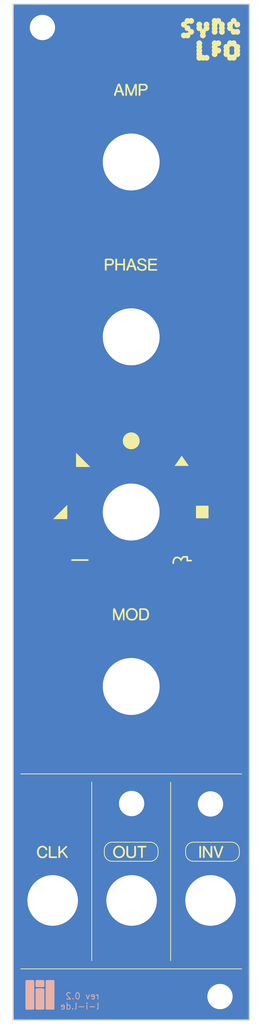
<source format=kicad_pcb>
(kicad_pcb (version 20221018) (generator pcbnew)
  (layers (0 "F.Cu" signal) (31 "B.Cu" signal) (34 "B.Paste" user) (35 "F.Paste" user) (36 "B.SilkS" user "B.Silkscreen") (37 "F.SilkS" user "F.Silkscreen") (38 "B.Mask" user) (39 "F.Mask" user) (44 "Edge.Cuts" user))
  (net 0 "")
  (footprint "MountingHole:MountingHole_3.2mm_M3" (layer "F.Cu") (at 23.75 13)
    (fp_text reference "REF**" hide)
    (fp_text value "MountingHole_3.2mm_M3" hide)
    (pad "" np_thru_hole circle locked (at 0 0) (size 3.2 3.2) (drill 3.2) (layers "*.Cu" "*.Mask"))
  )
  (footprint "MountingHole:MountingHole_6.4mm_M6" (layer "F.Cu") (at 35 52.1)
    (fp_text reference "REF**" hide)
    (fp_text value "MountingHole_6.4mm_M6" hide)
    (pad "" np_thru_hole circle locked (at 0 0) (size 7.2 7.2) (drill 7.2) (layers "*.Cu" "*.Mask"))
  )
  (footprint "MountingHole:MountingHole_6.4mm_M6" (layer "F.Cu") (at 35 30)
    (fp_text reference "REF**" hide)
    (fp_text value "MountingHole_6.4mm_M6" hide)
    (pad "" np_thru_hole circle locked (at 0 0) (size 7.2 7.2) (drill 7.2) (layers "*.Cu" "*.Mask"))
  )
  (footprint "MountingHole:MountingHole_3.2mm_M3" (layer "F.Cu") (at 46.25 135.5)
    (fp_text reference locked "REF**" hide)
    (fp_text value "MountingHole_3.2mm_M3" hide)
    (pad "" np_thru_hole circle locked (at 0 0) (size 3.2 3.2) (drill 3.2) (layers "*.Cu" "*.Mask"))
  )
  (footprint "MountingHole:MountingHole_6.4mm_M6" (layer "F.Cu") (at 45.05 123.35)
    (fp_text reference "REF**" hide)
    (fp_text value "MountingHole_6.4mm_M6" hide)
    (pad "" np_thru_hole circle locked (at 0 0) (size 6.4 6.4) (drill 6.4) (layers "*.Cu" "*.Mask"))
  )
  (footprint "MountingHole:MountingHole_6.4mm_M6" (layer "F.Cu") (at 35 96.3)
    (fp_text reference "REF**" hide)
    (fp_text value "MountingHole_6.4mm_M6" hide)
    (pad "" np_thru_hole circle locked (at 0 0) (size 7.2 7.2) (drill 7.2) (layers "*.Cu" "*.Mask"))
  )
  (footprint "MountingHole:MountingHole_3.2mm_M3" (layer "F.Cu") (at 35.05 111.1)
    (fp_text reference locked "REF**" hide)
    (fp_text value "MountingHole_3.2mm_M3" hide)
    (pad "" np_thru_hole circle locked (at 0 0) (size 3.2 3.2) (drill 3.2) (layers "*.Cu" "*.Mask"))
  )
  (footprint "MountingHole:MountingHole_6.4mm_M6" (layer "F.Cu") (at 35.05 123.35)
    (fp_text reference "REF**" hide)
    (fp_text value "MountingHole_6.4mm_M6" hide)
    (pad "" np_thru_hole circle locked (at 0 0) (size 6.4 6.4) (drill 6.4) (layers "*.Cu" "*.Mask"))
  )
  (footprint "MountingHole:MountingHole_6.4mm_M6" (layer "F.Cu") (at 35 74.25)
    (fp_text reference "REF**" hide)
    (fp_text value "MountingHole_6.4mm_M6" hide)
    (pad "" np_thru_hole circle locked (at 0 0) (size 7.2 7.2) (drill 7.2) (layers "*.Cu" "*.Mask"))
  )
  (footprint "MountingHole:MountingHole_3.2mm_M3" (layer "F.Cu") (at 45.05 111.15)
    (fp_text reference locked "REF**" hide)
    (fp_text value "MountingHole_3.2mm_M3" hide)
    (pad "" np_thru_hole circle locked (at 0 0) (size 3.2 3.2) (drill 3.2) (layers "*.Cu" "*.Mask"))
  )
  (footprint "MountingHole:MountingHole_6.4mm_M6" (layer "F.Cu") (at 25.05 123.35)
    (fp_text reference "REF**" hide)
    (fp_text value "MountingHole_6.4mm_M6" hide)
    (pad "" np_thru_hole circle locked (at 0 0) (size 6.4 6.4) (drill 6.4) (layers "*.Cu" "*.Mask"))
  )
  (gr_rect locked (start 20.1 10.1) (end 49.9 138.4) (fill solid) (layer "F.Cu"))
  (gr_rect locked (start 20.1 10.1) (end 49.9 138.4) (fill solid) (layer "B.Cu"))
  (gr_poly (pts (xy 23.849387 133.409812) (xy 23.857422 133.410428) (xy 23.865342 133.411442) (xy 23.87314 133.412844) (xy 23.880803 133.414624) (xy 23.888323 133.416772) (xy 23.895688 133.419278) (xy 23.90289 133.422131) (xy 23.909917 133.425321) (xy 23.916759 133.428838) (xy 23.923407 133.432671) (xy 23.929849 133.436812) (xy 23.936077 133.441249) (xy 23.942079 133.445972) (xy 23.947846 133.450972) (xy 23.953367 133.456237) (xy 23.958633 133.461758) (xy 23.963632 133.467525) (xy 23.968355 133.473527) (xy 23.972792 133.479755) (xy 23.976933 133.486198) (xy 23.980767 133.492845) (xy 23.984284 133.499688) (xy 23.987474 133.506715) (xy 23.990326 133.513916) (xy 23.992832 133.521281) (xy 23.99498 133.528801) (xy 23.99676 133.536465) (xy 23.998162 133.544262) (xy 23.999176 133.552183) (xy 23.999792 133.560217) (xy 24 133.568354) (xy 24 134.150438) (xy 23.999792 134.158575) (xy 23.999176 134.166609) (xy 23.998162 134.17453) (xy 23.99676 134.182327) (xy 23.99498 134.189991) (xy 23.992832 134.19751) (xy 23.990326 134.204876) (xy 23.987474 134.212077) (xy 23.984284 134.219104) (xy 23.980767 134.225946) (xy 23.976933 134.232594) (xy 23.972792 134.239037) (xy 23.968355 134.245264) (xy 23.963632 134.251267) (xy 23.958633 134.257033) (xy 23.953367 134.262555) (xy 23.947846 134.26782) (xy 23.942079 134.27282) (xy 23.936077 134.277543) (xy 23.929849 134.28198) (xy 23.923407 134.28612) (xy 23.916759 134.289954) (xy 23.909917 134.293471) (xy 23.90289 134.296661) (xy 23.895688 134.299514) (xy 23.888323 134.302019) (xy 23.880803 134.304167) (xy 23.87314 134.305947) (xy 23.865342 134.30735) (xy 23.857422 134.308364) (xy 23.849387 134.30898) (xy 23.84125 134.309188) (xy 23.034271 134.309188) (xy 23.026134 134.30898) (xy 23.018099 134.308364) (xy 23.010179 134.30735) (xy 23.002381 134.305947) (xy 22.994718 134.304167) (xy 22.987198 134.302019) (xy 22.979833 134.299514) (xy 22.972631 134.296661) (xy 22.965604 134.293471) (xy 22.958762 134.289954) (xy 22.952114 134.28612) (xy 22.945672 134.28198) (xy 22.939444 134.277543) (xy 22.933442 134.27282) (xy 22.927675 134.26782) (xy 22.922154 134.262555) (xy 22.916888 134.257033) (xy 22.911889 134.251267) (xy 22.907166 134.245264) (xy 22.902729 134.239037) (xy 22.898588 134.232594) (xy 22.894754 134.225946) (xy 22.891237 134.219104) (xy 22.888047 134.212077) (xy 22.885194 134.204876) (xy 22.882689 134.19751) (xy 22.880541 134.189991) (xy 22.878761 134.182327) (xy 22.877359 134.17453) (xy 22.876344 134.166609) (xy 22.875728 134.158575) (xy 22.875521 134.150438) (xy 22.875521 133.568354) (xy 22.875728 133.560217) (xy 22.876344 133.552183) (xy 22.877359 133.544262) (xy 22.878761 133.536465) (xy 22.880541 133.528801) (xy 22.882689 133.521281) (xy 22.885194 133.513916) (xy 22.888047 133.506715) (xy 22.891237 133.499688) (xy 22.894754 133.492845) (xy 22.898588 133.486198) (xy 22.902729 133.479755) (xy 22.907166 133.473527) (xy 22.911889 133.467525) (xy 22.916888 133.461758) (xy 22.922154 133.456237) (xy 22.927675 133.450972) (xy 22.933442 133.445972) (xy 22.939444 133.441249) (xy 22.945672 133.436812) (xy 22.952114 133.432671) (xy 22.958762 133.428838) (xy 22.965604 133.425321) (xy 22.972631 133.422131) (xy 22.979833 133.419278) (xy 22.987198 133.416772) (xy 22.994718 133.414624) (xy 23.002381 133.412844) (xy 23.010179 133.411442) (xy 23.018099 133.410428) (xy 23.026134 133.409812) (xy 23.034271 133.409604) (xy 23.84125 133.409604)) (fill solid) (layer "B.SilkS"))
  (gr_poly (pts (xy 22.574096 133.409812) (xy 22.58213 133.410428) (xy 22.590051 133.411442) (xy 22.597848 133.412844) (xy 22.605511 133.414625) (xy 22.613031 133.416772) (xy 22.620397 133.419278) (xy 22.627598 133.422131) (xy 22.634625 133.425321) (xy 22.641467 133.428838) (xy 22.648115 133.432671) (xy 22.654558 133.436812) (xy 22.660785 133.441249) (xy 22.666787 133.445972) (xy 22.672554 133.450972) (xy 22.678075 133.456237) (xy 22.683341 133.461758) (xy 22.68834 133.467525) (xy 22.693064 133.473527) (xy 22.697501 133.479755) (xy 22.701641 133.486198) (xy 22.705475 133.492845) (xy 22.708992 133.499688) (xy 22.712182 133.506715) (xy 22.715035 133.513916) (xy 22.71754 133.521282) (xy 22.719688 133.528801) (xy 22.721468 133.536465) (xy 22.72287 133.544262) (xy 22.723885 133.552183) (xy 22.724501 133.560217) (xy 22.724708 133.568354) (xy 22.724708 137.001323) (xy 22.724501 137.00934) (xy 22.723885 137.017262) (xy 22.72287 137.025077) (xy 22.721468 137.032776) (xy 22.719688 137.040348) (xy 22.71754 137.047782) (xy 22.715035 137.055069) (xy 22.712182 137.062198) (xy 22.708992 137.069158) (xy 22.705475 137.075939) (xy 22.701641 137.08253) (xy 22.697501 137.088922) (xy 22.693064 137.095104) (xy 22.68834 137.101065) (xy 22.683341 137.106794) (xy 22.678076 137.112283) (xy 22.672554 137.117519) (xy 22.666787 137.122493) (xy 22.660785 137.127194) (xy 22.654558 137.131612) (xy 22.648115 137.135736) (xy 22.641467 137.139557) (xy 22.634625 137.143063) (xy 22.627598 137.146244) (xy 22.620397 137.14909) (xy 22.613031 137.15159) (xy 22.605511 137.153735) (xy 22.597848 137.155512) (xy 22.590051 137.156913) (xy 22.58213 137.157927) (xy 22.574096 137.158542) (xy 22.565958 137.15875) (xy 21.758979 137.15875) (xy 21.750842 137.158542) (xy 21.742808 137.157926) (xy 21.734887 137.156912) (xy 21.72709 137.15551) (xy 21.719426 137.15373) (xy 21.711906 137.151582) (xy 21.704541 137.149076) (xy 21.69734 137.146223) (xy 21.690313 137.143034) (xy 21.68347 137.139517) (xy 21.676823 137.135683) (xy 21.67038 137.131542) (xy 21.664152 137.127105) (xy 21.65815 137.122382) (xy 21.652383 137.117383) (xy 21.646862 137.112117) (xy 21.641597 137.106596) (xy 21.636597 137.100829) (xy 21.631874 137.094827) (xy 21.627437 137.088599) (xy 21.623296 137.082157) (xy 21.619463 137.075509) (xy 21.615946 137.068667) (xy 21.612756 137.06164) (xy 21.609903 137.054438) (xy 21.607397 137.047073) (xy 21.605249 137.039553) (xy 21.603469 137.03189) (xy 21.602067 137.024092) (xy 21.601053 137.016172) (xy 21.600437 137.008137) (xy 21.600229 137) (xy 21.600229 133.568354) (xy 21.600437 133.560217) (xy 21.601053 133.552183) (xy 21.602067 133.544262) (xy 21.603469 133.536465) (xy 21.605249 133.528801) (xy 21.607397 133.521282) (xy 21.609903 133.513916) (xy 21.612756 133.506715) (xy 21.615946 133.499688) (xy 21.619463 133.492845) (xy 21.623296 133.486198) (xy 21.627437 133.479755) (xy 21.631874 133.473527) (xy 21.636597 133.467525) (xy 21.641597 133.461758) (xy 21.646862 133.456237) (xy 21.652383 133.450972) (xy 21.65815 133.445972) (xy 21.664152 133.441249) (xy 21.67038 133.436812) (xy 21.676823 133.432671) (xy 21.68347 133.428838) (xy 21.690313 133.425321) (xy 21.69734 133.422131) (xy 21.704541 133.419278) (xy 21.711906 133.416772) (xy 21.719426 133.414625) (xy 21.72709 133.412844) (xy 21.734887 133.411442) (xy 21.742808 133.410428) (xy 21.750842 133.409812) (xy 21.758979 133.409604) (xy 22.565958 133.409604)) (fill solid) (layer "B.SilkS"))
  (gr_poly (pts (xy 23.849387 134.458885) (xy 23.857422 134.459501) (xy 23.865342 134.460515) (xy 23.87314 134.461917) (xy 23.880803 134.463697) (xy 23.888323 134.465845) (xy 23.895688 134.468351) (xy 23.90289 134.471203) (xy 23.909917 134.474393) (xy 23.916759 134.47791) (xy 23.923407 134.481744) (xy 23.929849 134.485885) (xy 23.936077 134.490322) (xy 23.942079 134.495045) (xy 23.947846 134.500045) (xy 23.953367 134.50531) (xy 23.958633 134.510831) (xy 23.963632 134.516598) (xy 23.968355 134.5226) (xy 23.972792 134.528828) (xy 23.976933 134.535271) (xy 23.980767 134.541918) (xy 23.984284 134.548761) (xy 23.987474 134.555787) (xy 23.990326 134.562989) (xy 23.992832 134.570354) (xy 23.99498 134.577874) (xy 23.99676 134.585538) (xy 23.998162 134.593335) (xy 23.999176 134.601256) (xy 23.999792 134.60929) (xy 24 134.617427) (xy 24 137) (xy 23.999792 137.008137) (xy 23.999176 137.016172) (xy 23.998162 137.024092) (xy 23.99676 137.03189) (xy 23.99498 137.039553) (xy 23.992832 137.047073) (xy 23.990326 137.054438) (xy 23.987474 137.06164) (xy 23.984284 137.068667) (xy 23.980767 137.075509) (xy 23.976933 137.082157) (xy 23.972792 137.088599) (xy 23.968355 137.094827) (xy 23.963632 137.100829) (xy 23.958633 137.106596) (xy 23.953367 137.112117) (xy 23.947846 137.117383) (xy 23.942079 137.122382) (xy 23.936077 137.127105) (xy 23.929849 137.131542) (xy 23.923407 137.135683) (xy 23.916759 137.139517) (xy 23.909917 137.143034) (xy 23.90289 137.146223) (xy 23.895688 137.149076) (xy 23.888323 137.151582) (xy 23.880803 137.15373) (xy 23.87314 137.15551) (xy 23.865342 137.156912) (xy 23.857422 137.157926) (xy 23.849387 137.158542) (xy 23.84125 137.15875) (xy 23.034271 137.15875) (xy 23.026134 137.158542) (xy 23.018099 137.157926) (xy 23.010179 137.156912) (xy 23.002381 137.15551) (xy 22.994718 137.15373) (xy 22.987198 137.151582) (xy 22.979833 137.149076) (xy 22.972631 137.146223) (xy 22.965604 137.143034) (xy 22.958762 137.139517) (xy 22.952114 137.135683) (xy 22.945672 137.131542) (xy 22.939444 137.127105) (xy 22.933442 137.122382) (xy 22.927675 137.117383) (xy 22.922154 137.112117) (xy 22.916888 137.106596) (xy 22.911889 137.100829) (xy 22.907166 137.094827) (xy 22.902729 137.088599) (xy 22.898588 137.082157) (xy 22.894754 137.075509) (xy 22.891237 137.068667) (xy 22.888047 137.06164) (xy 22.885194 137.054438) (xy 22.882689 137.047073) (xy 22.880541 137.039553) (xy 22.878761 137.03189) (xy 22.877359 137.024092) (xy 22.876344 137.016172) (xy 22.875728 137.008137) (xy 22.875521 137) (xy 22.875521 134.617427) (xy 22.875728 134.60929) (xy 22.876344 134.601256) (xy 22.877359 134.593335) (xy 22.878761 134.585538) (xy 22.880541 134.577874) (xy 22.882689 134.570354) (xy 22.885194 134.562989) (xy 22.888047 134.555787) (xy 22.891237 134.548761) (xy 22.894754 134.541918) (xy 22.898588 134.535271) (xy 22.902729 134.528828) (xy 22.907166 134.5226) (xy 22.911889 134.516598) (xy 22.916888 134.510831) (xy 22.922154 134.50531) (xy 22.927675 134.500045) (xy 22.933442 134.495045) (xy 22.939444 134.490322) (xy 22.945672 134.485885) (xy 22.952114 134.481744) (xy 22.958762 134.47791) (xy 22.965604 134.474393) (xy 22.972631 134.471203) (xy 22.979833 134.468351) (xy 22.987198 134.465845) (xy 22.994718 134.463697) (xy 23.002381 134.461917) (xy 23.010179 134.460515) (xy 23.018099 134.459501) (xy 23.026134 134.458885) (xy 23.034271 134.458677) (xy 23.84125 134.458677)) (fill solid) (layer "B.SilkS"))
  (gr_poly (pts (xy 25.124679 133.409812) (xy 25.132713 133.410428) (xy 25.140634 133.411442) (xy 25.148431 133.412844) (xy 25.156095 133.414625) (xy 25.163614 133.416772) (xy 25.17098 133.419278) (xy 25.178181 133.422131) (xy 25.185208 133.425321) (xy 25.19205 133.428838) (xy 25.198698 133.432671) (xy 25.205141 133.436812) (xy 25.211368 133.441249) (xy 25.217371 133.445972) (xy 25.223137 133.450972) (xy 25.228659 133.456237) (xy 25.233924 133.461758) (xy 25.238924 133.467525) (xy 25.243647 133.473527) (xy 25.248084 133.479755) (xy 25.252224 133.486198) (xy 25.256058 133.492845) (xy 25.259575 133.499688) (xy 25.262765 133.506715) (xy 25.265618 133.513916) (xy 25.268123 133.521282) (xy 25.270271 133.528801) (xy 25.272051 133.536465) (xy 25.273454 133.544262) (xy 25.274468 133.552183) (xy 25.275084 133.560217) (xy 25.275291 133.568354) (xy 25.275291 137.001323) (xy 25.275084 137.00934) (xy 25.274468 137.017262) (xy 25.273454 137.025077) (xy 25.272051 137.032776) (xy 25.270271 137.040348) (xy 25.268123 137.047782) (xy 25.265618 137.055069) (xy 25.262765 137.062198) (xy 25.259575 137.069158) (xy 25.256058 137.075939) (xy 25.252224 137.08253) (xy 25.248084 137.088922) (xy 25.243647 137.095104) (xy 25.238924 137.101065) (xy 25.233924 137.106794) (xy 25.228659 137.112283) (xy 25.223137 137.117519) (xy 25.217371 137.122493) (xy 25.211368 137.127194) (xy 25.205141 137.131612) (xy 25.198698 137.135736) (xy 25.19205 137.139557) (xy 25.185208 137.143063) (xy 25.178181 137.146244) (xy 25.17098 137.14909) (xy 25.163614 137.15159) (xy 25.156095 137.153735) (xy 25.148431 137.155512) (xy 25.140634 137.156913) (xy 25.132713 137.157927) (xy 25.124679 137.158542) (xy 25.116542 137.15875) (xy 24.309562 137.15875) (xy 24.301425 137.158542) (xy 24.293391 137.157926) (xy 24.28547 137.156912) (xy 24.277673 137.15551) (xy 24.270009 137.15373) (xy 24.26249 137.151582) (xy 24.255124 137.149076) (xy 24.247923 137.146223) (xy 24.240896 137.143034) (xy 24.234053 137.139517) (xy 24.227406 137.135683) (xy 24.220963 137.131542) (xy 24.214736 137.127105) (xy 24.208733 137.122382) (xy 24.202966 137.117383) (xy 24.197445 137.112117) (xy 24.19218 137.106596) (xy 24.18718 137.100829) (xy 24.182457 137.094827) (xy 24.17802 137.088599) (xy 24.17388 137.082157) (xy 24.170046 137.075509) (xy 24.166529 137.068667) (xy 24.163339 137.06164) (xy 24.160486 137.054438) (xy 24.157981 137.047073) (xy 24.155833 137.039553) (xy 24.154053 137.03189) (xy 24.15265 137.024092) (xy 24.151636 137.016172) (xy 24.15102 137.008137) (xy 24.150813 137) (xy 24.150813 133.568354) (xy 24.15102 133.560217) (xy 24.151636 133.552183) (xy 24.15265 133.544262) (xy 24.154053 133.536465) (xy 24.155833 133.528801) (xy 24.157981 133.521282) (xy 24.160486 133.513916) (xy 24.163339 133.506715) (xy 24.166529 133.499688) (xy 24.170046 133.492845) (xy 24.17388 133.486198) (xy 24.17802 133.479755) (xy 24.182457 133.473527) (xy 24.18718 133.467525) (xy 24.19218 133.461758) (xy 24.197445 133.456237) (xy 24.202966 133.450972) (xy 24.208733 133.445972) (xy 24.214736 133.441249) (xy 24.220963 133.436812) (xy 24.227406 133.432671) (xy 24.234053 133.428838) (xy 24.240896 133.425321) (xy 24.247923 133.422131) (xy 24.255124 133.419278) (xy 24.26249 133.416772) (xy 24.270009 133.414625) (xy 24.277673 133.412844) (xy 24.28547 133.411442) (xy 24.293391 133.410428) (xy 24.301425 133.409812) (xy 24.309562 133.409604) (xy 25.116542 133.409604)) (fill solid) (layer "B.SilkS"))
  (gr_line (start 35.534752 66.038482) (end 35.572234 66.011831) (stroke (width 0.1)) (layer "F.SilkS"))
  (gr_line (start 34.055159 65.100169) (end 34.04908 65.147993) (stroke (width 0.1)) (layer "F.SilkS"))
  (gr_line (start 35.676235 65.921754) (end 35.707888 65.888554) (stroke (width 0.1)) (layer "F.SilkS"))
  (gr_line (start 34.055167 65.391234) (end 34.063579 65.4383) (stroke (width 0.1)) (layer "F.SilkS"))
  (gr_line (start 34.902411 64.294958) (end 34.854558 64.301036) (stroke (width 0.1)) (layer "F.SilkS"))
  (gr_line (start 34.715973 66.158726) (end 34.761332 66.171615) (stroke (width 0.1)) (layer "F.SilkS"))
  (gr_poly (pts (xy 46.052913 14.627853) (xy 46.071833 14.629239) (xy 46.090442 14.631524) (xy 46.10872 14.634686) (xy 46.126645 14.638704) (xy 46.144196 14.643557) (xy 46.161353 14.649225) (xy 46.178094 14.655685) (xy 46.194398 14.662918) (xy 46.210245 14.670902) (xy 46.225613 14.679616) (xy 46.240481 14.689038) (xy 46.254829 14.699148) (xy 46.268635 14.709926) (xy 46.281879 14.721348) (xy 46.294538 14.733396) (xy 46.306594 14.746047) (xy 46.318023 14.75928) (xy 46.328806 14.773075) (xy 46.338922 14.787411) (xy 46.348349 14.802265) (xy 46.357066 14.817618) (xy 46.365053 14.833449) (xy 46.372288 14.849735) (xy 46.37875 14.866457) (xy 46.384419 14.883592) (xy 46.389274 14.901121) (xy 46.393293 14.919021) (xy 46.396455 14.937273) (xy 46.39874 14.955854) (xy 46.400126 14.974744) (xy 46.400593 14.993921) (xy 46.400126 15.013129) (xy 46.39874 15.032046) (xy 46.396455 15.050651) (xy 46.393293 15.068922) (xy 46.389274 15.086839) (xy 46.384419 15.104381) (xy 46.37875 15.121527) (xy 46.372288 15.138256) (xy 46.365053 15.154547) (xy 46.357066 15.17038) (xy 46.348349 15.185734) (xy 46.338922 15.200587) (xy 46.328806 15.214919) (xy 46.318023 15.228709) (xy 46.306594 15.241936) (xy 46.294538 15.254579) (xy 46.281879 15.266618) (xy 46.268635 15.278031) (xy 46.254829 15.288798) (xy 46.240481 15.298897) (xy 46.225613 15.308309) (xy 46.210245 15.317012) (xy 46.194398 15.324984) (xy 46.178094 15.332207) (xy 46.161353 15.338657) (xy 46.144196 15.344316) (xy 46.126645 15.349161) (xy 46.10872 15.353171) (xy 46.090442 15.356327) (xy 46.071833 15.358607) (xy 46.052913 15.359991) (xy 46.033703 15.360456) (xy 46.019953 15.360242) (xy 46.006257 15.359597) (xy 45.992668 15.358522) (xy 45.979242 15.357017) (xy 45.96603 15.355082) (xy 45.953087 15.352718) (xy 45.940466 15.349923) (xy 45.928221 15.346698) (xy 45.931476 15.359059) (xy 45.93435 15.371767) (xy 45.936828 15.384773) (xy 45.938892 15.398027) (xy 45.940526 15.41148) (xy 45.941714 15.425081) (xy 45.942439 15.438782) (xy 45.942684 15.452532) (xy 45.942439 15.466398) (xy 45.941714 15.480181) (xy 45.940526 15.493832) (xy 45.938892 15.5073) (xy 45.936828 15.520538) (xy 45.93435 15.533494) (xy 45.931476 15.54612) (xy 45.928221 15.558365) (xy 45.940466 15.55514) (xy 45.953087 15.552346) (xy 45.966031 15.549981) (xy 45.979243 15.548046) (xy 45.99267 15.546541) (xy 46.006258 15.545467) (xy 46.019954 15.544822) (xy 46.033703 15.544607) (xy 46.052913 15.545072) (xy 46.071833 15.546456) (xy 46.090442 15.548736) (xy 46.10872 15.551892) (xy 46.126645 15.555903) (xy 46.144196 15.560748) (xy 46.161353 15.566406) (xy 46.178094 15.572857) (xy 46.194398 15.580079) (xy 46.210245 15.588052) (xy 46.225613 15.596754) (xy 46.240481 15.606166) (xy 46.254829 15.616265) (xy 46.268635 15.627032) (xy 46.281879 15.638446) (xy 46.294538 15.650484) (xy 46.306594 15.663128) (xy 46.318023 15.676355) (xy 46.328806 15.690145) (xy 46.338922 15.704477) (xy 46.348349 15.71933) (xy 46.357066 15.734683) (xy 46.365053 15.750516) (xy 46.372288 15.766807) (xy 46.37875 15.783536) (xy 46.384419 15.800682) (xy 46.389274 15.818224) (xy 46.393293 15.836141) (xy 46.396455 15.854412) (xy 46.39874 15.873017) (xy 46.400126 15.891934) (xy 46.400593 15.911143) (xy 46.400126 15.930352) (xy 46.39874 15.949269) (xy 46.396455 15.967873) (xy 46.393293 15.986145) (xy 46.389274 16.004062) (xy 46.384419 16.021603) (xy 46.37875 16.038749) (xy 46.372288 16.055478) (xy 46.365053 16.07177) (xy 46.357066 16.087603) (xy 46.348349 16.102956) (xy 46.338922 16.117809) (xy 46.328806 16.132141) (xy 46.318023 16.145931) (xy 46.306594 16.159158) (xy 46.294538 16.171801) (xy 46.281879 16.18384) (xy 46.268635 16.195253) (xy 46.254829 16.20602) (xy 46.240481 16.21612) (xy 46.225613 16.225531) (xy 46.210245 16.234234) (xy 46.194398 16.242207) (xy 46.178094 16.249429) (xy 46.161353 16.25588) (xy 46.144196 16.261538) (xy 46.126645 16.266383) (xy 46.10872 16.270394) (xy 46.090442 16.27355) (xy 46.071833 16.27583) (xy 46.052913 16.277213) (xy 46.033703 16.277679) (xy 46.019953 16.277464) (xy 46.006257 16.276819) (xy 45.992668 16.275744) (xy 45.979242 16.274239) (xy 45.96603 16.272304) (xy 45.953087 16.26994) (xy 45.940466 16.267145) (xy 45.928221 16.263921) (xy 45.931445 16.276165) (xy 45.93424 16.288786) (xy 45.936605 16.301729) (xy 45.938539 16.314941) (xy 45.940044 16.328368) (xy 45.941119 16.341956) (xy 45.941764 16.355652) (xy 45.941978 16.369401) (xy 45.941513 16.388611) (xy 45.940129 16.407531) (xy 45.937849 16.42614) (xy 45.934693 16.444418) (xy 45.930683 16.462343) (xy 45.925837 16.479894) (xy 45.920179 16.497051) (xy 45.913729 16.513792) (xy 45.906506 16.530096) (xy 45.898533 16.545943) (xy 45.889831 16.561311) (xy 45.880419 16.576179) (xy 45.870319 16.590527) (xy 45.859553 16.604333) (xy 45.848139 16.617577) (xy 45.836101 16.630236) (xy 45.823457 16.642292) (xy 45.81023 16.653721) (xy 45.79644 16.664504) (xy 45.782108 16.674619) (xy 45.767255 16.684046) (xy 45.751902 16.692763) (xy 45.736069 16.70075) (xy 45.719777 16.707985) (xy 45.703048 16.714448) (xy 45.685902 16.720117) (xy 45.66836 16.724971) (xy 45.650443 16.72899) (xy 45.632172 16.732152) (xy 45.613567 16.734437) (xy 45.59465 16.735823) (xy 45.575441 16.73629) (xy 45.556233 16.735823) (xy 45.537315 16.734437) (xy 45.518711 16.732152) (xy 45.500439 16.72899) (xy 45.482522 16.724971) (xy 45.46498 16.720117) (xy 45.447834 16.714448) (xy 45.431105 16.707985) (xy 45.414814 16.70075) (xy 45.398981 16.692763) (xy 45.383627 16.684046) (xy 45.368774 16.674619) (xy 45.354442 16.664504) (xy 45.340652 16.653721) (xy 45.327425 16.642292) (xy 45.314781 16.630236) (xy 45.302742 16.617577) (xy 45.291329 16.604333) (xy 45.280562 16.590527) (xy 45.270462 16.57618) (xy 45.261051 16.561311) (xy 45.252348 16.545943) (xy 45.244375 16.530097) (xy 45.237153 16.513792) (xy 45.230702 16.497052) (xy 45.225043 16.479895) (xy 45.220198 16.462344) (xy 45.216187 16.444419) (xy 45.213032 16.426141) (xy 45.210751 16.407532) (xy 45.209368 16.388612) (xy 45.208902 16.369402) (xy 45.209216 16.353176) (xy 45.210153 16.33718) (xy 45.211709 16.321418) (xy 45.21388 16.305896) (xy 45.216661 16.290621) (xy 45.220047 16.275597) (xy 45.224033 16.26083) (xy 45.228615 16.246326) (xy 45.233788 16.232091) (xy 45.239548 16.218131) (xy 45.245889 16.204451) (xy 45.252808 16.191056) (xy 45.260299 16.177953) (xy 45.268358 16.165147) (xy 45.276981 16.152644) (xy 45.286161 16.140449) (xy 45.27698 16.12825) (xy 45.268357 16.115736) (xy 45.260298 16.102913) (xy 45.252806 16.089787) (xy 45.245888 16.076365) (xy 45.239546 16.062655) (xy 45.233786 16.048663) (xy 45.228613 16.034395) (xy 45.224032 16.019859) (xy 45.220046 16.00506) (xy 45.21666 15.990006) (xy 45.21388 15.974704) (xy 45.211709 15.95916) (xy 45.210153 15.94338) (xy 45.209216 15.927373) (xy 45.208902 15.911143) (xy 45.209216 15.894918) (xy 45.210153 15.878921) (xy 45.211709 15.86316) (xy 45.21388 15.847638) (xy 45.216661 15.832362) (xy 45.220047 15.817338) (xy 45.224033 15.802572) (xy 45.228615 15.788068) (xy 45.233788 15.773833) (xy 45.239548 15.759873) (xy 45.245889 15.746192) (xy 45.252808 15.732798) (xy 45.260299 15.719695) (xy 45.268358 15.706889) (xy 45.276981 15.694386) (xy 45.286161 15.682191) (xy 45.27698 15.669992) (xy 45.268357 15.657477) (xy 45.260298 15.644652) (xy 45.252806 15.631523) (xy 45.245888 15.618097) (xy 45.239546 15.604379) (xy 45.233786 15.590375) (xy 45.228613 15.576093) (xy 45.224032 15.561538) (xy 45.220046 15.546716) (xy 45.21666 15.531634) (xy 45.21388 15.516297) (xy 45.211709 15.500713) (xy 45.210153 15.484886) (xy 45.209216 15.468824) (xy 45.208902 15.452533) (xy 45.209216 15.436245) (xy 45.210153 15.420194) (xy 45.211709 15.404385) (xy 45.21388 15.388823) (xy 45.216661 15.373514) (xy 45.220047 15.358461) (xy 45.224033 15.343671) (xy 45.228615 15.329149) (xy 45.233788 15.314899) (xy 45.239548 15.300928) (xy 45.245889 15.28724) (xy 45.252808 15.27384) (xy 45.260299 15.260734) (xy 45.268358 15.247926) (xy 45.276981 15.235422) (xy 45.286161 15.223228) (xy 45.27698 15.211029) (xy 45.268357 15.198514) (xy 45.260298 15.185691) (xy 45.252806 15.172565) (xy 45.245888 15.159144) (xy 45.239546 15.145434) (xy 45.233786 15.131441) (xy 45.228613 15.117174) (xy 45.224032 15.102637) (xy 45.220046 15.087839) (xy 45.21666 15.072785) (xy 45.21388 15.057482) (xy 45.211709 15.041938) (xy 45.210153 15.026159) (xy 45.209216 15.010151) (xy 45.208902 14.993922) (xy 45.209368 14.974744) (xy 45.210751 14.955854) (xy 45.213032 14.937273) (xy 45.216187 14.919021) (xy 45.220198 14.901121) (xy 45.225043 14.883592) (xy 45.230702 14.866457) (xy 45.237153 14.849735) (xy 45.244375 14.833449) (xy 45.252348 14.817618) (xy 45.261051 14.802265) (xy 45.270462 14.787411) (xy 45.280562 14.773075) (xy 45.291329 14.75928) (xy 45.302742 14.746047) (xy 45.314781 14.733396) (xy 45.327425 14.721348) (xy 45.340652 14.709926) (xy 45.354442 14.699148) (xy 45.368774 14.689038) (xy 45.383627 14.679616) (xy 45.398981 14.670902) (xy 45.414814 14.662918) (xy 45.431105 14.655685) (xy 45.447834 14.649225) (xy 45.46498 14.643557) (xy 45.482522 14.638704) (xy 45.500439 14.634686) (xy 45.518711 14.631524) (xy 45.537315 14.629239) (xy 45.556233 14.627853) (xy 45.575441 14.627386) (xy 45.591667 14.6277) (xy 45.607664 14.628637) (xy 45.623426 14.630193) (xy 45.638948 14.632364) (xy 45.654223 14.635144) (xy 45.669248 14.63853) (xy 45.684014 14.642516) (xy 45.698518 14.647098) (xy 45.712753 14.652271) (xy 45.726714 14.65803) (xy 45.740394 14.664372) (xy 45.753789 14.67129) (xy 45.766892 14.678782) (xy 45.779698 14.686841) (xy 45.792201 14.695463) (xy 45.804396 14.704644) (xy 45.816594 14.695463) (xy 45.829109 14.686841) (xy 45.841932 14.678782) (xy 45.855058 14.67129) (xy 45.868479 14.664372) (xy 45.882189 14.65803) (xy 45.896182 14.652271) (xy 45.91045 14.647098) (xy 45.924986 14.642516) (xy 45.939785 14.63853) (xy 45.954839 14.635144) (xy 45.970141 14.632364) (xy 45.985686 14.630193) (xy 46.001465 14.628637) (xy 46.017473 14.6277) (xy 46.033703 14.627386)) (fill solid) (layer "F.SilkS"))
  (gr_poly (pts (xy 48.00234 11.80563) (xy 48.02123 11.807017) (xy 48.039811 11.809301) (xy 48.058062 11.812463) (xy 48.075963 11.816481) (xy 48.093492 11.821335) (xy 48.110627 11.827002) (xy 48.127349 11.833463) (xy 48.143635 11.840696) (xy 48.159466 11.848679) (xy 48.174819 11.857393) (xy 48.189674 11.866816) (xy 48.204009 11.876926) (xy 48.217804 11.887703) (xy 48.231038 11.899126) (xy 48.243689 11.911173) (xy 48.255736 11.923824) (xy 48.267159 11.937058) (xy 48.277936 11.950853) (xy 48.288047 11.965188) (xy 48.297469 11.980043) (xy 48.306183 11.995396) (xy 48.314167 12.011226) (xy 48.321399 12.027513) (xy 48.32786 12.044234) (xy 48.333528 12.06137) (xy 48.338381 12.078899) (xy 48.3424 12.096799) (xy 48.345561 12.115051) (xy 48.347846 12.133632) (xy 48.349232 12.152522) (xy 48.349699 12.1717) (xy 48.349484 12.18545) (xy 48.348839 12.19915) (xy 48.347765 12.212751) (xy 48.34626 12.226204) (xy 48.344325 12.239458) (xy 48.341961 12.252464) (xy 48.339166 12.265172) (xy 48.335941 12.277533) (xy 48.348187 12.274308) (xy 48.360813 12.271514) (xy 48.373769 12.269149) (xy 48.387006 12.267214) (xy 48.400475 12.26571) (xy 48.414126 12.264635) (xy 48.42791 12.26399) (xy 48.441776 12.263775) (xy 48.460954 12.264241) (xy 48.479844 12.265624) (xy 48.498425 12.267904) (xy 48.516677 12.27106) (xy 48.534577 12.275071) (xy 48.552106 12.279916) (xy 48.569242 12.285574) (xy 48.585963 12.292025) (xy 48.60225 12.299247) (xy 48.61808 12.30722) (xy 48.633433 12.315922) (xy 48.648288 12.325334) (xy 48.662623 12.335433) (xy 48.676419 12.3462) (xy 48.689652 12.357613) (xy 48.702303 12.369652) (xy 48.714351 12.382295) (xy 48.725773 12.395522) (xy 48.736551 12.409312) (xy 48.746661 12.423644) (xy 48.756084 12.438497) (xy 48.764797 12.453851) (xy 48.772781 12.469684) (xy 48.780014 12.485975) (xy 48.786475 12.502704) (xy 48.792142 12.51985) (xy 48.796996 12.537392) (xy 48.801014 12.555309) (xy 48.804176 12.57358) (xy 48.80646 12.592185) (xy 48.807847 12.611102) (xy 48.808313 12.630311) (xy 48.807848 12.64952) (xy 48.806464 12.668437) (xy 48.804184 12.687041) (xy 48.801028 12.705313) (xy 48.797017 12.72323) (xy 48.792172 12.740772) (xy 48.786514 12.757917) (xy 48.780063 12.774647) (xy 48.772841 12.790938) (xy 48.764868 12.806771) (xy 48.756166 12.822124) (xy 48.746754 12.836977) (xy 48.736654 12.851309) (xy 48.725887 12.865099) (xy 48.714474 12.878326) (xy 48.702435 12.89097) (xy 48.689792 12.903008) (xy 48.676565 12.914421) (xy 48.662775 12.925188) (xy 48.648443 12.935288) (xy 48.63359 12.944699) (xy 48.618237 12.953402) (xy 48.602404 12.961375) (xy 48.586112 12.968597) (xy 48.569383 12.975048) (xy 48.552237 12.980706) (xy 48.534695 12.985551) (xy 48.516778 12.989562) (xy 48.498507 12.992718) (xy 48.479902 12.994998) (xy 48.460985 12.996381) (xy 48.441776 12.996847) (xy 48.422566 12.996381) (xy 48.403646 12.994998) (xy 48.385036 12.992718) (xy 48.366759 12.989562) (xy 48.348833 12.985551) (xy 48.331282 12.980706) (xy 48.314125 12.975048) (xy 48.297384 12.968597) (xy 48.28108 12.961375) (xy 48.265233 12.953402) (xy 48.249865 12.944699) (xy 48.234996 12.935288) (xy 48.220649 12.925188) (xy 48.206842 12.914421) (xy 48.193599 12.903008) (xy 48.180939 12.890969) (xy 48.168884 12.878326) (xy 48.157454 12.865099) (xy 48.146671 12.851309) (xy 48.136555 12.836977) (xy 48.127129 12.822124) (xy 48.118411 12.806771) (xy 48.110425 12.790938) (xy 48.103189 12.774646) (xy 48.096727 12.757917) (xy 48.091058 12.740771) (xy 48.086204 12.72323) (xy 48.082185 12.705313) (xy 48.079022 12.687041) (xy 48.076737 12.668437) (xy 48.075351 12.64952) (xy 48.074884 12.630311) (xy 48.075099 12.616561) (xy 48.075744 12.60286) (xy 48.07682 12.589259) (xy 48.078325 12.575807) (xy 48.08026 12.562553) (xy 48.082624 12.549547) (xy 48.085419 12.536838) (xy 48.088644 12.524477) (xy 48.076399 12.527732) (xy 48.063778 12.530607) (xy 48.050834 12.533085) (xy 48.037622 12.535149) (xy 48.024195 12.536783) (xy 48.010606 12.537971) (xy 47.996911 12.538696) (xy 47.983162 12.538941) (xy 47.969296 12.538696) (xy 47.955513 12.537971) (xy 47.941862 12.536783) (xy 47.928393 12.535149) (xy 47.915155 12.533085) (xy 47.902199 12.530607) (xy 47.889573 12.527732) (xy 47.877327 12.524477) (xy 47.880552 12.536838) (xy 47.883346 12.549547) (xy 47.885711 12.562553) (xy 47.887645 12.575807) (xy 47.88915 12.589259) (xy 47.890225 12.60286) (xy 47.89087 12.616561) (xy 47.891085 12.630311) (xy 47.890767 12.64654) (xy 47.889819 12.662548) (xy 47.888245 12.678327) (xy 47.886052 12.693871) (xy 47.883245 12.709174) (xy 47.879829 12.724228) (xy 47.875811 12.739026) (xy 47.871197 12.753563) (xy 47.86599 12.76783) (xy 47.860199 12.781823) (xy 47.853828 12.795533) (xy 47.846882 12.808954) (xy 47.839368 12.82208) (xy 47.831292 12.834903) (xy 47.822658 12.847418) (xy 47.813473 12.859617) (xy 47.822658 12.871819) (xy 47.831292 12.884345) (xy 47.839368 12.897185) (xy 47.846882 12.910334) (xy 47.853828 12.923782) (xy 47.860199 12.937522) (xy 47.86599 12.951546) (xy 47.871197 12.965847) (xy 47.875811 12.980416) (xy 47.879829 12.995246) (xy 47.883245 13.01033) (xy 47.886052 13.025659) (xy 47.888245 13.041226) (xy 47.889819 13.057022) (xy 47.890767 13.073041) (xy 47.891085 13.089275) (xy 47.89087 13.103024) (xy 47.890225 13.11672) (xy 47.88915 13.130308) (xy 47.887645 13.143735) (xy 47.885711 13.156947) (xy 47.883346 13.16989) (xy 47.880552 13.182511) (xy 47.877327 13.194755) (xy 47.889572 13.191531) (xy 47.902193 13.188736) (xy 47.915137 13.186371) (xy 47.928349 13.184437) (xy 47.941776 13.182932) (xy 47.955364 13.181857) (xy 47.96906 13.181212) (xy 47.982809 13.180997) (xy 47.999039 13.181314) (xy 48.015047 13.182262) (xy 48.030826 13.183834) (xy 48.04637 13.186024) (xy 48.061673 13.188826) (xy 48.076727 13.192234) (xy 48.091526 13.196241) (xy 48.106062 13.200841) (xy 48.12033 13.206028) (xy 48.134322 13.211796) (xy 48.148033 13.218139) (xy 48.161454 13.22505) (xy 48.17458 13.232524) (xy 48.187403 13.240553) (xy 48.199918 13.249132) (xy 48.212116 13.258255) (xy 48.224315 13.249132) (xy 48.236829 13.240553) (xy 48.249653 13.232524) (xy 48.262778 13.22505) (xy 48.2762 13.218139) (xy 48.28991 13.211796) (xy 48.303902 13.206028) (xy 48.31817 13.200841) (xy 48.332707 13.196241) (xy 48.347506 13.192234) (xy 48.362559 13.188826) (xy 48.377862 13.186024) (xy 48.393406 13.183834) (xy 48.409186 13.182262) (xy 48.425194 13.181314) (xy 48.441423 13.180997) (xy 48.460633 13.181463) (xy 48.479553 13.182846) (xy 48.498163 13.185126) (xy 48.51644 13.188282) (xy 48.534365 13.192293) (xy 48.551917 13.197138) (xy 48.569073 13.202796) (xy 48.585814 13.209247) (xy 48.602119 13.216469) (xy 48.617965 13.224442) (xy 48.633334 13.233145) (xy 48.648202 13.242556) (xy 48.66255 13.252656) (xy 48.676356 13.263423) (xy 48.689599 13.274836) (xy 48.702259 13.286875) (xy 48.714314 13.299518) (xy 48.725744 13.312745) (xy 48.736527 13.326535) (xy 48.746642 13.340867) (xy 48.756069 13.35572) (xy 48.764787 13.371073) (xy 48.772773 13.386906) (xy 48.780008 13.403197) (xy 48.786471 13.419927) (xy 48.79214 13.437072) (xy 48.796994 13.454614) (xy 48.801013 13.472531) (xy 48.804176 13.490803) (xy 48.80646 13.509407) (xy 48.807847 13.528324) (xy 48.808313 13.547533) (xy 48.807847 13.566742) (xy 48.80646 13.585659) (xy 48.804176 13.604263) (xy 48.801013 13.622535) (xy 48.796994 13.640452) (xy 48.79214 13.657994) (xy 48.786471 13.675139) (xy 48.780008 13.691869) (xy 48.772773 13.70816) (xy 48.764787 13.723993) (xy 48.756069 13.739346) (xy 48.746642 13.754199) (xy 48.736527 13.768531) (xy 48.725744 13.782321) (xy 48.714314 13.795548) (xy 48.702259 13.808191) (xy 48.689599 13.82023) (xy 48.676356 13.831643) (xy 48.66255 13.84241) (xy 48.648202 13.85251) (xy 48.633334 13.861921) (xy 48.617965 13.870624) (xy 48.602119 13.878597) (xy 48.585814 13.885819) (xy 48.569073 13.89227) (xy 48.551917 13.897928) (xy 48.534365 13.902773) (xy 48.51644 13.906784) (xy 48.498163 13.90994) (xy 48.479553 13.91222) (xy 48.460633 13.913603) (xy 48.441423 13.914069) (xy 48.425194 13.913756) (xy 48.409186 13.912818) (xy 48.393406 13.911262) (xy 48.377862 13.909091) (xy 48.362559 13.906311) (xy 48.347506 13.902925) (xy 48.332707 13.898939) (xy 48.31817 13.894357) (xy 48.303902 13.889184) (xy 48.28991 13.883425) (xy 48.2762 13.877083) (xy 48.262778 13.870165) (xy 48.249653 13.862673) (xy 48.236829 13.854614) (xy 48.224315 13.845992) (xy 48.212116 13.836811) (xy 48.199918 13.845992) (xy 48.187403 13.854614) (xy 48.17458 13.862673) (xy 48.161454 13.870165) (xy 48.148033 13.877083) (xy 48.134322 13.883425) (xy 48.12033 13.889184) (xy 48.106062 13.894357) (xy 48.091526 13.898939) (xy 48.076727 13.902925) (xy 48.061673 13.906311) (xy 48.04637 13.909091) (xy 48.030826 13.911262) (xy 48.015047 13.912818) (xy 47.999039 13.913756) (xy 47.982809 13.914069) (xy 47.963599 13.913603) (xy 47.944679 13.91222) (xy 47.92607 13.90994) (xy 47.907792 13.906784) (xy 47.889867 13.902773) (xy 47.872315 13.897928) (xy 47.855159 13.89227) (xy 47.838418 13.885819) (xy 47.822113 13.878597) (xy 47.806267 13.870624) (xy 47.790898 13.861922) (xy 47.77603 13.85251) (xy 47.761682 13.84241) (xy 47.747876 13.831643) (xy 47.734632 13.82023) (xy 47.721972 13.808192) (xy 47.709917 13.795548) (xy 47.698487 13.782321) (xy 47.687704 13.768531) (xy 47.677589 13.754199) (xy 47.668162 13.739346) (xy 47.659444 13.723993) (xy 47.651458 13.70816) (xy 47.644223 13.691869) (xy 47.63776 13.67514) (xy 47.632091 13.657994) (xy 47.627236 13.640452) (xy 47.623217 13.622535) (xy 47.620055 13.604264) (xy 47.61777 13.585659) (xy 47.616384 13.566742) (xy 47.615917 13.547533) (xy 47.616132 13.533784) (xy 47.616777 13.520088) (xy 47.617852 13.5065) (xy 47.619357 13.493073) (xy 47.621292 13.479861) (xy 47.623657 13.466918) (xy 47.626452 13.454297) (xy 47.629677 13.442053) (xy 47.617434 13.445277) (xy 47.604818 13.448072) (xy 47.591888 13.450436) (xy 47.578701 13.452371) (xy 47.565316 13.453876) (xy 47.55179 13.454951) (xy 47.538182 13.455596) (xy 47.524549 13.455811) (xy 47.50534 13.455345) (xy 47.48642 13.453961) (xy 47.46781 13.451681) (xy 47.449532 13.448526) (xy 47.431607 13.444515) (xy 47.414056 13.43967) (xy 47.396899 13.434011) (xy 47.380158 13.427561) (xy 47.363854 13.420339) (xy 47.348007 13.412366) (xy 47.332639 13.403663) (xy 47.317771 13.394252) (xy 47.303423 13.384152) (xy 47.289617 13.373385) (xy 47.276374 13.361972) (xy 47.263714 13.349933) (xy 47.251659 13.33729) (xy 47.240229 13.324063) (xy 47.229446 13.310273) (xy 47.21933 13.295941) (xy 47.209904 13.281088) (xy 47.201186 13.265735) (xy 47.1932 13.249902) (xy 47.185965 13.23361) (xy 47.179502 13.216881) (xy 47.173833 13.199735) (xy 47.168979 13.182193) (xy 47.16496 13.164276) (xy 47.161797 13.146005) (xy 47.159513 13.127401) (xy 47.158126 13.108483) (xy 47.15766 13.089275) (xy 47.157977 13.073041) (xy 47.158925 13.057022) (xy 47.160499 13.041226) (xy 47.162692 13.025659) (xy 47.165499 13.01033) (xy 47.168915 12.995246) (xy 47.172933 12.980416) (xy 47.177548 12.965847) (xy 47.182754 12.951546) (xy 47.188545 12.937522) (xy 47.194917 12.923782) (xy 47.201862 12.910334) (xy 47.209376 12.897185) (xy 47.217453 12.884345) (xy 47.226086 12.871819) (xy 47.235271 12.859617) (xy 47.226086 12.847418) (xy 47.217453 12.834903) (xy 47.209376 12.82208) (xy 47.201862 12.808954) (xy 47.194917 12.795533) (xy 47.188545 12.781823) (xy 47.182754 12.76783) (xy 47.177548 12.753563) (xy 47.172933 12.739026) (xy 47.168915 12.724228) (xy 47.165499 12.709174) (xy 47.162692 12.693871) (xy 47.160499 12.678327) (xy 47.158925 12.662548) (xy 47.157977 12.64654) (xy 47.15766 12.630311) (xy 47.158126 12.611102) (xy 47.159513 12.592185) (xy 47.161797 12.57358) (xy 47.16496 12.555309) (xy 47.168979 12.537392) (xy 47.173833 12.51985) (xy 47.179502 12.502704) (xy 47.185965 12.485975) (xy 47.1932 12.469684) (xy 47.201186 12.453851) (xy 47.209904 12.438498) (xy 47.21933 12.423644) (xy 47.229446 12.409312) (xy 47.240229 12.395523) (xy 47.251659 12.382296) (xy 47.263714 12.369652) (xy 47.276374 12.357614) (xy 47.289617 12.3462) (xy 47.303423 12.335434) (xy 47.317771 12.325334) (xy 47.332639 12.315922) (xy 47.348007 12.30722) (xy 47.363854 12.299247) (xy 47.380158 12.292025) (xy 47.396899 12.285574) (xy 47.414056 12.279916) (xy 47.431607 12.275071) (xy 47.449532 12.27106) (xy 47.46781 12.267904) (xy 47.48642 12.265624) (xy 47.50534 12.264241) (xy 47.524549 12.263775) (xy 47.538182 12.26399) (xy 47.55179 12.264635) (xy 47.565315 12.26571) (xy 47.5787 12.267214) (xy 47.591886 12.269149) (xy 47.604816 12.271514) (xy 47.617432 12.274308) (xy 47.629677 12.277533) (xy 47.626452 12.265288) (xy 47.623657 12.252662) (xy 47.621292 12.239706) (xy 47.619357 12.226468) (xy 47.617852 12.213) (xy 47.616777 12.199349) (xy 47.616132 12.185566) (xy 47.615917 12.1717) (xy 47.616386 12.152522) (xy 47.617778 12.133632) (xy 47.620072 12.115051) (xy 47.623247 12.096799) (xy 47.627281 12.078899) (xy 47.632154 12.06137) (xy 47.637843 12.044234) (xy 47.644327 12.027513) (xy 47.651586 12.011226) (xy 47.659597 11.995396) (xy 47.66834 11.980043) (xy 47.677793 11.965188) (xy 47.687935 11.950853) (xy 47.698744 11.937058) (xy 47.7102 11.923824) (xy 47.722281 11.911173) (xy 47.734965 11.899126) (xy 47.748231 11.887703) (xy 47.762058 11.876926) (xy 47.776425 11.866816) (xy 47.791311 11.857393) (xy 47.806693 11.848679) (xy 47.822551 11.840696) (xy 47.838863 11.833463) (xy 47.855609 11.827002) (xy 47.872766 11.821335) (xy 47.890314 11.816481) (xy 47.90823 11.812463) (xy 47.926495 11.809301) (xy 47.945086 11.807017) (xy 47.963982 11.80563) (xy 47.983162 11.805164)) (fill solid) (layer "F.SilkS"))
  (gr_poly (pts (xy 23.769523 116.430443) (xy 23.786021 116.431038) (xy 23.802362 116.43203) (xy 23.818544 116.433419) (xy 23.834567 116.435205) (xy 23.85043 116.437387) (xy 23.866133 116.439967) (xy 23.881675 116.442944) (xy 23.897056 116.446317) (xy 23.912275 116.450088) (xy 23.927332 116.454255) (xy 23.942226 116.45882) (xy 23.956957 116.463781) (xy 23.971524 116.46914) (xy 23.985927 116.474896) (xy 24.000165 116.481049) (xy 24.028112 116.493944) (xy 24.055071 116.507498) (xy 24.081047 116.521705) (xy 24.106043 116.536561) (xy 24.130063 116.552063) (xy 24.153111 116.568206) (xy 24.175192 116.584987) (xy 24.19631 116.602402) (xy 24.206484 116.611294) (xy 24.216369 116.620246) (xy 24.225964 116.629259) (xy 24.23527 116.638334) (xy 24.244287 116.647474) (xy 24.253014 116.656678) (xy 24.261452 116.66595) (xy 24.2696 116.675291) (xy 24.277459 116.684702) (xy 24.285029 116.694185) (xy 24.292309 116.703741) (xy 24.2993 116.713372) (xy 24.306001 116.72308) (xy 24.312413 116.732866) (xy 24.318536 116.742731) (xy 24.324369 116.752678) (xy 24.32988 116.762517) (xy 24.335035 116.772192) (xy 24.339835 116.781702) (xy 24.344279 116.791048) (xy 24.348368 116.800231) (xy 24.352101 116.809252) (xy 24.355478 116.81811) (xy 24.3585 116.826806) (xy 24.361167 116.835341) (xy 24.363478 116.843716) (xy 24.365433 116.85193) (xy 24.367033 116.859985) (xy 24.368277 116.86788) (xy 24.369166 116.875617) (xy 24.3697 116.883196) (xy 24.369877 116.890617) (xy 24.369724 116.897078) (xy 24.369266 116.903365) (xy 24.368503 116.909477) (xy 24.367435 116.915414) (xy 24.366064 116.921175) (xy 24.364389 116.926761) (xy 24.362412 116.932169) (xy 24.360132 116.937401) (xy 24.35755 116.942455) (xy 24.354667 116.94733) (xy 24.351483 116.952027) (xy 24.348 116.956544) (xy 24.344216 116.960881) (xy 24.340133 116.965038) (xy 24.335752 116.969014) (xy 24.331072 116.972809) (xy 24.32616 116.976523) (xy 24.321214 116.97999) (xy 24.316232 116.98321) (xy 24.311211 116.986185) (xy 24.306152 116.988917) (xy 24.301052 116.991405) (xy 24.295909 116.993651) (xy 24.290722 116.995656) (xy 24.28549 116.997421) (xy 24.280211 116.998948) (xy 24.274884 117.000237) (xy 24.269506 117.001289) (xy 24.264077 117.002105) (xy 24.258594 117.002687) (xy 24.253057 117.003035) (xy 24.247463 117.003151) (xy 24.243374 117.003085) (xy 24.239311 117.002887) (xy 24.235273 117.002558) (xy 24.231262 117.002098) (xy 24.227278 117.001508) (xy 24.223321 117.000788) (xy 24.219392 116.999939) (xy 24.215492 116.998961) (xy 24.21162 116.997856) (xy 24.207778 116.996622) (xy 24.203966 116.995262) (xy 24.200185 116.993775) (xy 24.196434 116.992162) (xy 24.192715 116.990424) (xy 24.189028 116.98856) (xy 24.185374 116.986572) (xy 24.181802 116.98443) (xy 24.178363 116.982107) (xy 24.175057 116.979605) (xy 24.171886 116.976923) (xy 24.168848 116.974064) (xy 24.165946 116.971028) (xy 24.163178 116.967817) (xy 24.160547 116.964431) (xy 24.158052 116.960871) (xy 24.155694 116.957139) (xy 24.153474 116.953236) (xy 24.151391 116.949162) (xy 24.149447 116.944919) (xy 24.147642 116.940507) (xy 24.145977 116.935928) (xy 24.144451 116.931183) (xy 24.139871 116.917604) (xy 24.134866 116.904117) (xy 24.129438 116.890712) (xy 24.123593 116.877381) (xy 24.117335 116.864117) (xy 24.110667 116.850911) (xy 24.103594 116.837754) (xy 24.09612 116.824638) (xy 24.092152 116.818069) (xy 24.08805 116.811589) (xy 24.083815 116.805197) (xy 24.079446 116.798891) (xy 24.074943 116.79267) (xy 24.070305 116.786533) (xy 24.065531 116.780477) (xy 24.060622 116.774501) (xy 24.055576 116.768604) (xy 24.050394 116.762783) (xy 24.045073 116.757039) (xy 24.039615 116.751368) (xy 24.034018 116.74577) (xy 24.028283 116.740242) (xy 24.022408 116.734784) (xy 24.016392 116.729393) (xy 24.010245 116.724102) (xy 24.003973 116.718943) (xy 23.997576 116.713916) (xy 23.991053 116.709021) (xy 23.984404 116.704259) (xy 23.977629 116.699628) (xy 23.970726 116.69513) (xy 23.963696 116.690764) (xy 23.956538 116.686531) (xy 23.949251 116.682429) (xy 23.941834 116.67846) (xy 23.934289 116.674623) (xy 23.926612 116.670919) (xy 23.918806 116.667346) (xy 23.910868 116.663906) (xy 23.902798 116.660599) (xy 23.894583 116.6574) (xy 23.886212 116.654415) (xy 23.877683 116.651642) (xy 23.868997 116.649081) (xy 23.860154 116.646731) (xy 23.851154 116.64459) (xy 23.841997 116.642658) (xy 23.832683 116.640933) (xy 23.823211 116.639415) (xy 23.813583 116.638103) (xy 23.803797 116.636995) (xy 23.793855 116.636091) (xy 23.783755 116.635389) (xy 23.773498 116.63489) (xy 23.763085 116.63459) (xy 23.752514 116.634491) (xy 23.740396 116.634652) (xy 23.728384 116.635137) (xy 23.716475 116.635945) (xy 23.704668 116.637077) (xy 23.69296 116.638534) (xy 23.681349 116.640316) (xy 23.669833 116.642423) (xy 23.65841 116.644856) (xy 23.647078 116.647617) (xy 23.635835 116.650704) (xy 23.624678 116.654119) (xy 23.613607 116.657862) (xy 23.602618 116.661933) (xy 23.59171 116.666334) (xy 23.58088 116.671064) (xy 23.570127 116.676125) (xy 23.570127 116.676117) (xy 23.55956 116.681416) (xy 23.549161 116.686996) (xy 23.538929 116.692856) (xy 23.528868 116.698995) (xy 23.518978 116.705414) (xy 23.509262 116.712111) (xy 23.49972 116.719086) (xy 23.490354 116.726339) (xy 23.481167 116.733869) (xy 23.472158 116.741675) (xy 23.46333 116.749758) (xy 23.454685 116.758115) (xy 23.446224 116.766748) (xy 23.437948 116.775654) (xy 23.429859 116.784835) (xy 23.421959 116.794289) (xy 23.414129 116.804062) (xy 23.406513 116.814069) (xy 23.39911 116.82431) (xy 23.391918 116.834787) (xy 23.384937 116.845502) (xy 23.378167 116.856457) (xy 23.371605 116.867652) (xy 23.36525 116.879089) (xy 23.359103 116.890771) (xy 23.353161 116.902698) (xy 23.347423 116.914872) (xy 23.341889 116.927294) (xy 23.336558 116.939967) (xy 23.331429 116.952891) (xy 23.3265 116.966068) (xy 23.32177 116.9795) (xy 23.317347 116.993162) (xy 23.313205 117.007029) (xy 23.309345 117.021102) (xy 23.305768 117.035378) (xy 23.302474 117.049858) (xy 23.299464 117.064539) (xy 23.296738 117.07942) (xy 23.294297 117.094501) (xy 23.292141 117.109781) (xy 23.290271 117.125258) (xy 23.287391 117.1568) (xy 23.285659 117.189119) (xy 23.285081 117.222206) (xy 23.285659 117.255278) (xy 23.287391 117.287562) (xy 23.290271 117.319059) (xy 23.294297 117.349776) (xy 23.299464 117.379716) (xy 23.305768 117.408882) (xy 23.313205 117.43728) (xy 23.32177 117.464912) (xy 23.331429 117.491565) (xy 23.336558 117.50454) (xy 23.341889 117.51728) (xy 23.347423 117.529782) (xy 23.35316 117.542045) (xy 23.359102 117.554067) (xy 23.36525 117.565847) (xy 23.371604 117.577384) (xy 23.378166 117.588675) (xy 23.384937 117.59972) (xy 23.391918 117.610516) (xy 23.399109 117.621062) (xy 23.406513 117.631356) (xy 23.414129 117.641397) (xy 23.421959 117.651184) (xy 23.429918 117.660705) (xy 23.43805 117.669952) (xy 23.446355 117.678926) (xy 23.454834 117.687625) (xy 23.463487 117.696049) (xy 23.472313 117.704198) (xy 23.481313 117.712071) (xy 23.490487 117.719667) (xy 23.499834 117.726987) (xy 23.509355 117.734029) (xy 23.51905 117.740793) (xy 23.528918 117.747278) (xy 23.53896 117.753484) (xy 23.549175 117.759411) (xy 23.559564 117.765058) (xy 23.570127 117.770424) (xy 23.58088 117.775486) (xy 23.59171 117.780217) (xy 23.602618 117.784618) (xy 23.613607 117.78869) (xy 23.624678 117.792433) (xy 23.635835 117.795848) (xy 23.647078 117.798935) (xy 23.65841 117.801695) (xy 23.669833 117.804128) (xy 23.681349 117.806235) (xy 23.69296 117.808016) (xy 23.704668 117.809473) (xy 23.716475 117.810604) (xy 23.728384 117.811412) (xy 23.740396 117.811896) (xy 23.752514 117.812057) (xy 23.773499 117.811659) (xy 23.793855 117.81046) (xy 23.803798 117.809557) (xy 23.813583 117.80845) (xy 23.823212 117.807138) (xy 23.832683 117.805621) (xy 23.841997 117.803897) (xy 23.851154 117.801965) (xy 23.860154 117.799825) (xy 23.868997 117.797474) (xy 23.877683 117.794912) (xy 23.886212 117.792138) (xy 23.894583 117.789151) (xy 23.902798 117.78595) (xy 23.910868 117.782642) (xy 23.918806 117.779202) (xy 23.926613 117.77563) (xy 23.934289 117.771925) (xy 23.941835 117.768088) (xy 23.949251 117.764119) (xy 23.956538 117.760018) (xy 23.963696 117.755784) (xy 23.970726 117.751418) (xy 23.977629 117.74692) (xy 23.984404 117.74229) (xy 23.991053 117.737527) (xy 23.997576 117.732633) (xy 24.003973 117.727606) (xy 24.010245 117.722447) (xy 24.016392 117.717155) (xy 24.022408 117.71182) (xy 24.028283 117.706394) (xy 24.034018 117.700877) (xy 24.039615 117.695271) (xy 24.045073 117.689576) (xy 24.050394 117.683793) (xy 24.055576 117.677921) (xy 24.060622 117.671962) (xy 24.065531 117.665916) (xy 24.070305 117.659783) (xy 24.074943 117.653564) (xy 24.079446 117.64726) (xy 24.083815 117.640871) (xy 24.08805 117.634398) (xy 24.092152 117.627841) (xy 24.09612 117.621201) (xy 24.103695 117.607836) (xy 24.110816 117.594464) (xy 24.11749 117.581077) (xy 24.123725 117.567665) (xy 24.129531 117.55422) (xy 24.134915 117.540734) (xy 24.139886 117.527198) (xy 24.144451 117.513603) (xy 24.145977 117.508858) (xy 24.147642 117.504279) (xy 24.149447 117.499867) (xy 24.151391 117.495624) (xy 24.153474 117.49155) (xy 24.155694 117.487647) (xy 24.158052 117.483915) (xy 24.160547 117.480355) (xy 24.163178 117.476969) (xy 24.165945 117.473758) (xy 24.168848 117.470722) (xy 24.171885 117.467863) (xy 24.175057 117.465182) (xy 24.178363 117.462679) (xy 24.181802 117.460356) (xy 24.185374 117.458214) (xy 24.189028 117.456288) (xy 24.192715 117.454479) (xy 24.196434 117.452787) (xy 24.200185 117.451215) (xy 24.203967 117.449763) (xy 24.207779 117.448431) (xy 24.211621 117.447222) (xy 24.215492 117.446136) (xy 24.219393 117.445173) (xy 24.223322 117.444336) (xy 24.227278 117.443624) (xy 24.231263 117.44304) (xy 24.235274 117.442584) (xy 24.239311 117.442257) (xy 24.243374 117.44206) (xy 24.247463 117.441994) (xy 24.252998 117.442105) (xy 24.258493 117.442441) (xy 24.263946 117.443) (xy 24.269357 117.443785) (xy 24.274727 117.444794) (xy 24.280056 117.446029) (xy 24.285344 117.447491) (xy 24.29059 117.44918) (xy 24.295795 117.451096) (xy 24.300959 117.453239) (xy 24.306081 117.455611) (xy 24.311162 117.458212) (xy 24.316201 117.461043) (xy 24.321199 117.464104) (xy 24.326156 117.467395) (xy 24.331072 117.470917) (xy 24.335752 117.474645) (xy 24.340133 117.478556) (xy 24.344216 117.482649) (xy 24.348 117.486923) (xy 24.351483 117.491379) (xy 24.354667 117.496017) (xy 24.35755 117.500837) (xy 24.360132 117.505839) (xy 24.362412 117.511023) (xy 24.364389 117.516389) (xy 24.366064 117.521937) (xy 24.367435 117.527667) (xy 24.368503 117.533579) (xy 24.369266 117.539673) (xy 24.369724 117.545948) (xy 24.369877 117.552406) (xy 24.369741 117.557837) (xy 24.369332 117.563549) (xy 24.368649 117.569541) (xy 24.367694 117.575812) (xy 24.366467 117.582363) (xy 24.364966 117.589193) (xy 24.363192 117.596301) (xy 24.361146 117.603687) (xy 24.358827 117.61135) (xy 24.356235 117.61929) (xy 24.35337 117.627506) (xy 24.350232 117.635997) (xy 24.346821 117.644763) (xy 24.343137 117.653804) (xy 24.339181 117.663119) (xy 24.334952 117.672707) (xy 24.330437 117.682422) (xy 24.325624 117.692121) (xy 24.320511 117.701806) (xy 24.315097 117.711478) (xy 24.309382 117.721137) (xy 24.303363 117.730785) (xy 24.297041 117.740422) (xy 24.290414 117.750051) (xy 24.283481 117.759671) (xy 24.276241 117.769284) (xy 24.268693 117.778891) (xy 24.260836 117.788493) (xy 24.252668 117.798092) (xy 24.24419 117.807687) (xy 24.2354 117.817281) (xy 24.226296 117.826874) (xy 24.216929 117.836444) (xy 24.207214 117.845842) (xy 24.197153 117.855069) (xy 24.186746 117.864124) (xy 24.175995 117.87301) (xy 24.164898 117.881728) (xy 24.153458 117.890279) (xy 24.141673 117.898663) (xy 24.129546 117.906881) (xy 24.117076 117.914936) (xy 24.104264 117.922828) (xy 24.09111 117.930557) (xy 24.077616 117.938126) (xy 24.06378 117.945535) (xy 24.049605 117.952785) (xy 24.03509 117.959877) (xy 24.02022 117.966674) (xy 24.004978 117.97304) (xy 23.989365 117.978974) (xy 23.973381 117.984474) (xy 23.957028 117.98954) (xy 23.940305 117.994171) (xy 23.923213 117.998366) (xy 23.905752 118.002123) (xy 23.887924 118.005442) (xy 23.869728 118.008322) (xy 23.851165 118.010761) (xy 23.832236 118.012759) (xy 23.812941 118.014315) (xy 23.793281 118.015428) (xy 23.773256 118.016096) (xy 23.752866 118.016319) (xy 23.731208 118.016063) (xy 23.709889 118.015293) (xy 23.688909 118.014008) (xy 23.668271 118.012207) (xy 23.647973 118.00989) (xy 23.628018 118.007055) (xy 23.608404 118.003701) (xy 23.589133 117.999827) (xy 23.570205 117.995433) (xy 23.55162 117.990517) (xy 23.53338 117.985078) (xy 23.515484 117.979115) (xy 23.497934 117.972627) (xy 23.480729 117.965614) (xy 23.463871 117.958073) (xy 23.447359 117.950005) (xy 23.431133 117.941624) (xy 23.415261 117.93289) (xy 23.399744 117.9238) (xy 23.384581 117.914357) (xy 23.369771 117.904561) (xy 23.355315 117.894411) (xy 23.341211 117.883909) (xy 23.327458 117.873055) (xy 23.314058 117.86185) (xy 23.301008 117.850294) (xy 23.288308 117.838387) (xy 23.275958 117.826131) (xy 23.263958 117.813524) (xy 23.252306 117.800569) (xy 23.241003 117.787265) (xy 23.230047 117.773613) (xy 23.219431 117.759663) (xy 23.209146 117.745465) (xy 23.199192 117.731018) (xy 23.189571 117.716322) (xy 23.180283 117.701376) (xy 23.171328 117.68618) (xy 23.162707 117.670733) (xy 23.15442 117.655034) (xy 23.146468 117.639083) (xy 23.138852 117.62288) (xy 23.131571 117.606423) (xy 23.124627 117.589713) (xy 23.11802 117.572749) (xy 23.11175 117.55553) (xy 23.105818 117.538055) (xy 23.100224 117.520325) (xy 23.090039 117.484424) (xy 23.081185 117.44815) (xy 23.073671 117.411496) (xy 23.067504 117.374453) (xy 23.062694 117.337012) (xy 23.059247 117.299167) (xy 23.057173 117.260909) (xy 23.05648 117.222229) (xy 23.057173 117.184128) (xy 23.059247 117.146296) (xy 23.062694 117.108737) (xy 23.067504 117.071456) (xy 23.073671 117.034456) (xy 23.081185 116.997742) (xy 23.090039 116.961317) (xy 23.100224 116.925186) (xy 23.105876 116.907393) (xy 23.111851 116.889863) (xy 23.118151 116.872597) (xy 23.124776 116.855594) (xy 23.131727 116.838853) (xy 23.139007 116.822374) (xy 23.146615 116.806157) (xy 23.154552 116.790201) (xy 23.162821 116.774506) (xy 23.171421 116.75907) (xy 23.180354 116.743894) (xy 23.189621 116.728977) (xy 23.199223 116.714319) (xy 23.20916 116.699919) (xy 23.219435 116.685776) (xy 23.230047 116.67189) (xy 23.241007 116.658368) (xy 23.252321 116.645186) (xy 23.263988 116.632344) (xy 23.276008 116.619842) (xy 23.288379 116.607681) (xy 23.301101 116.595862) (xy 23.314172 116.584385) (xy 23.327591 116.57325) (xy 23.341357 116.562458) (xy 23.35547 116.55201) (xy 23.369928 116.541905) (xy 23.38473 116.532145) (xy 23.399875 116.52273) (xy 23.415363 116.51366) (xy 23.431191 116.504936) (xy 23.447359 116.496559) (xy 23.463929 116.488547) (xy 23.480831 116.481049) (xy 23.498065 116.474064) (xy 23.515633 116.467594) (xy 23.533536 116.461638) (xy 23.551775 116.456198) (xy 23.570351 116.451273) (xy 23.589265 116.446865) (xy 23.608518 116.442974) (xy 23.628111 116.439599) (xy 23.648044 116.436743) (xy 23.668321 116.434405) (xy 23.68894 116.432585) (xy 23.709903 116.431285) (xy 23.731212 116.430505) (xy 23.752866 116.430244)) (fill solid) (layer "F.SilkS"))
  (gr_poly (pts (xy 47.757323 115.982801) (xy 47.808094 115.986665) (xy 47.85813 115.993028) (xy 47.907366 116.001828) (xy 47.955741 116.013001) (xy 48.003192 116.026484) (xy 48.049654 116.042214) (xy 48.095066 116.060129) (xy 48.139364 116.080164) (xy 48.182486 116.102259) (xy 48.224368 116.126348) (xy 48.264948 116.15237) (xy 48.304162 116.180261) (xy 48.341947 116.209959) (xy 48.378241 116.2414) (xy 48.41298 116.274522) (xy 48.446102 116.309261) (xy 48.477544 116.345555) (xy 48.507242 116.38334) (xy 48.535133 116.422553) (xy 48.561156 116.463133) (xy 48.585245 116.505014) (xy 48.60734 116.548136) (xy 48.627376 116.592434) (xy 48.645291 116.637846) (xy 48.661021 116.684308) (xy 48.674505 116.731758) (xy 48.685677 116.780133) (xy 48.694477 116.82937) (xy 48.700841 116.879405) (xy 48.704705 116.930177) (xy 48.706007 116.981621) (xy 48.706007 117.393662) (xy 48.704705 117.445073) (xy 48.700841 117.495814) (xy 48.694477 117.545821) (xy 48.685678 117.595031) (xy 48.674506 117.643382) (xy 48.661024 117.690809) (xy 48.645294 117.737251) (xy 48.627381 117.782643) (xy 48.607348 117.826924) (xy 48.585256 117.870029) (xy 48.56117 117.911897) (xy 48.535152 117.952463) (xy 48.507265 117.991665) (xy 48.477573 118.029439) (xy 48.446138 118.065723) (xy 48.413024 118.100454) (xy 48.378294 118.133569) (xy 48.342009 118.165004) (xy 48.304235 118.194696) (xy 48.265033 118.222583) (xy 48.224467 118.248601) (xy 48.1826 118.272688) (xy 48.139495 118.29478) (xy 48.095214 118.314814) (xy 48.049821 118.332727) (xy 48.00338 118.348456) (xy 47.955952 118.361939) (xy 47.907601 118.373111) (xy 47.858391 118.381911) (xy 47.808383 118.388274) (xy 47.757642 118.392138) (xy 47.70623 118.39344) (xy 42.894321 118.39344) (xy 42.842878 118.392138) (xy 42.792106 118.388274) (xy 42.742071 118.381911) (xy 42.692834 118.373111) (xy 42.644459 118.361938) (xy 42.597009 118.348455) (xy 42.550546 118.332725) (xy 42.505134 118.31481) (xy 42.460836 118.294775) (xy 42.417714 118.27268) (xy 42.375832 118.248591) (xy 42.335252 118.222569) (xy 42.296038 118.194678) (xy 42.258253 118.16498) (xy 42.221959 118.133539) (xy 42.187219 118.100417) (xy 42.154097 118.065678) (xy 42.122656 118.029384) (xy 42.092958 117.991599) (xy 42.065066 117.952386) (xy 42.039044 117.911806) (xy 42.014954 117.869925) (xy 41.992859 117.826803) (xy 41.972823 117.782505) (xy 41.954908 117.737093) (xy 41.939178 117.690631) (xy 41.925694 117.64318) (xy 41.914521 117.594806) (xy 41.905722 117.545569) (xy 41.899358 117.495533) (xy 41.895494 117.444762) (xy 41.894192 117.393318) (xy 41.894192 116.981628) (xy 41.895494 116.930184) (xy 41.899358 116.879413) (xy 41.905722 116.829378) (xy 41.914521 116.780141) (xy 41.925694 116.731766) (xy 41.939178 116.684316) (xy 41.954908 116.637853) (xy 41.972823 116.592442) (xy 41.992859 116.548144) (xy 42.014954 116.505022) (xy 42.039044 116.46314) (xy 42.065066 116.422561) (xy 42.092958 116.383347) (xy 42.122656 116.345562) (xy 42.154097 116.309269) (xy 42.187219 116.274529) (xy 42.221959 116.241408) (xy 42.258253 116.209967) (xy 42.296038 116.180269) (xy 42.335252 116.152378) (xy 42.375832 116.126356) (xy 42.417714 116.102266) (xy 42.460836 116.080172) (xy 42.505134 116.060136) (xy 42.550546 116.042222) (xy 42.597009 116.026491) (xy 42.644459 116.013008) (xy 42.692834 116.001836) (xy 42.742071 115.993036) (xy 42.792106 115.986673) (xy 42.842878 115.982808) (xy 42.894321 115.981506) (xy 42.894321 115.981499) (xy 47.705879 115.981499)) (stroke (width 0.1)) (fill none) (layer "F.SilkS"))
  (gr_line (start 21.000129 107.356079) (end 49.000225 107.356079) (stroke (width 0.1)) (layer "F.SilkS"))
  (gr_line (start 34.049084 65.343405) (end 34.055167 65.391234) (stroke (width 0.1)) (layer "F.SilkS"))
  (gr_line (start 35.572233 64.479792) (end 35.534751 64.453157) (stroke (width 0.1)) (layer "F.SilkS"))
  (gr_poly (pts (xy 33.445736 20.086406) (xy 33.45325 20.086815) (xy 33.460612 20.087497) (xy 33.46782 20.088452) (xy 33.474874 20.08968) (xy 33.481771 20.091181) (xy 33.48851 20.092955) (xy 33.495089 20.095001) (xy 33.501507 20.09732) (xy 33.507762 20.099912) (xy 33.513853 20.102777) (xy 33.519778 20.105915) (xy 33.525536 20.109326) (xy 33.531124 20.113009) (xy 33.536542 20.116966) (xy 33.541788 20.121195) (xy 33.541434 20.120841) (xy 33.546577 20.125298) (xy 33.551556 20.129936) (xy 33.556371 20.134756) (xy 33.561024 20.139758) (xy 33.565516 20.144943) (xy 33.569848 20.150309) (xy 33.57402 20.155857) (xy 33.578035 20.161586) (xy 33.581892 20.167498) (xy 33.585593 20.173592) (xy 33.58914 20.179867) (xy 33.592532 20.186325) (xy 33.595771 20.192964) (xy 33.598859 20.199786) (xy 33.601795 20.206789) (xy 33.604582 20.213974) (xy 34.091417 21.467394) (xy 34.092633 21.470557) (xy 34.093766 21.473696) (xy 34.094818 21.476814) (xy 34.095789 21.479912) (xy 34.096679 21.482991) (xy 34.097489 21.486053) (xy 34.098219 21.489099) (xy 34.09887 21.492132) (xy 34.099443 21.495152) (xy 34.099937 21.498162) (xy 34.100355 21.501162) (xy 34.100695 21.504154) (xy 34.100958 21.50714) (xy 34.101146 21.510122) (xy 34.101258 21.5131) (xy 34.101295 21.516077) (xy 34.101211 21.520494) (xy 34.100954 21.525018) (xy 34.100514 21.529658) (xy 34.099884 21.534422) (xy 34.099056 21.539318) (xy 34.098021 21.544355) (xy 34.096772 21.54954) (xy 34.095299 21.554883) (xy 34.093626 21.560275) (xy 34.091771 21.565604) (xy 34.089718 21.570876) (xy 34.08745 21.576094) (xy 34.08623 21.578684) (xy 34.08495 21.581263) (xy 34.083608 21.583829) (xy 34.082202 21.586385) (xy 34.08073 21.588931) (xy 34.079189 21.591467) (xy 34.077578 21.593993) (xy 34.075895 21.596511) (xy 34.074196 21.599062) (xy 34.072407 21.601555) (xy 34.070527 21.60399) (xy 34.068559 21.606367) (xy 34.066501 21.608686) (xy 34.064355 21.610947) (xy 34.062121 21.613151) (xy 34.0598 21.615296) (xy 34.057392 21.617384) (xy 34.054898 21.619414) (xy 34.052317 21.621386) (xy 34.049652 21.6233) (xy 34.046902 21.625156) (xy 34.044068 21.626954) (xy 34.04115 21.628695) (xy 34.038149 21.630378) (xy 34.035065 21.632044) (xy 34.031898 21.633602) (xy 34.028648 21.635054) (xy 34.025316 21.636397) (xy 34.021901 21.637633) (xy 34.018404 21.638762) (xy 34.014824 21.639783) (xy 34.011161 21.640697) (xy 34.007415 21.641503) (xy 34.003587 21.642202) (xy 33.999676 21.642793) (xy 33.995683 21.643277) (xy 33.991606 21.643653) (xy 33.987448 21.643921) (xy 33.983206 21.644083) (xy 33.978882 21.644136) (xy 33.973813 21.644037) (xy 33.968794 21.64374) (xy 33.963823 21.643246) (xy 33.9589 21.642555) (xy 33.954025 21.641667) (xy 33.949197 21.640583) (xy 33.944415 21.639305) (xy 33.93968 21.637831) (xy 33.934989 21.636163) (xy 33.930344 21.634301) (xy 33.925743 21.632246) (xy 33.921186 21.629998) (xy 33.916673 21.627558) (xy 33.912202 21.624926) (xy 33.907774 21.622103) (xy 33.903387 21.619089) (xy 33.899096 21.615856) (xy 33.894954 21.612507) (xy 33.890962 21.609041) (xy 33.88712 21.605458) (xy 33.88343 21.601756) (xy 33.879891 21.597937) (xy 33.876503 21.593999) (xy 33.873268 21.589941) (xy 33.870187 21.585763) (xy 33.867258 21.581465) (xy 33.864484 21.577047) (xy 33.861864 21.572506) (xy 33.859399 21.567844) (xy 33.85709 21.563059) (xy 33.854936 21.558151) (xy 33.85294 21.55312) (xy 33.724881 21.184467) (xy 33.166079 21.184467) (xy 33.0419 21.572523) (xy 33.04037 21.576827) (xy 33.038691 21.581005) (xy 33.036862 21.585057) (xy 33.034883 21.588983) (xy 33.032753 21.59278) (xy 33.030471 21.596448) (xy 33.028037 21.599985) (xy 33.025451 21.603391) (xy 33.022712 21.606665) (xy 33.01982 21.609806) (xy 33.016774 21.612812) (xy 33.013573 21.615683) (xy 33.010217 21.618418) (xy 33.006706 21.621015) (xy 33.003038 21.623473) (xy 32.999214 21.625793) (xy 32.995291 21.627975) (xy 32.991326 21.630024) (xy 32.98732 21.631939) (xy 32.983273 21.633719) (xy 32.979184 21.635362) (xy 32.975054 21.636868) (xy 32.970883 21.638235) (xy 32.96667 21.639462) (xy 32.962416 21.640549) (xy 32.95812 21.641495) (xy 32.953784 21.642298) (xy 32.949406 21.642957) (xy 32.944986 21.643471) (xy 32.940525 21.64384) (xy 32.936023 21.644062) (xy 32.931479 21.644136) (xy 32.924985 21.644) (xy 32.918599 21.643591) (xy 32.912323 21.642909) (xy 32.906157 21.641954) (xy 32.900102 21.640726) (xy 32.894161 21.639225) (xy 32.888333 21.637452) (xy 32.88262 21.635405) (xy 32.877022 21.633086) (xy 32.871541 21.630494) (xy 32.866179 21.627629) (xy 32.860935 21.624491) (xy 32.855811 21.621081) (xy 32.850808 21.617397) (xy 32.845926 21.613441) (xy 32.841168 21.609212) (xy 32.836559 21.604788) (xy 32.832254 21.600248) (xy 32.828253 21.595589) (xy 32.824555 21.590812) (xy 32.821158 21.585915) (xy 32.818063 21.580897) (xy 32.815267 21.575757) (xy 32.81277 21.570494) (xy 32.81057 21.565107) (xy 32.808667 21.559595) (xy 32.80706 21.553957) (xy 32.805747 21.548192) (xy 32.804728 21.542298) (xy 32.804001 21.536276) (xy 32.803566 21.530123) (xy 32.803421 21.523839) (xy 32.803505 21.518978) (xy 32.803763 21.514188) (xy 32.804202 21.509471) (xy 32.804493 21.507143) (xy 32.804832 21.504834) (xy 32.805221 21.502546) (xy 32.80566 21.500279) (xy 32.806151 21.498033) (xy 32.806695 21.49581) (xy 32.807293 21.49361) (xy 32.807945 21.491433) (xy 32.808653 21.489279) (xy 32.809418 21.48715) (xy 32.99398 20.978443) (xy 33.22993 20.978443) (xy 33.652913 20.978443) (xy 33.429604 20.340268) (xy 33.22993 20.978443) (xy 32.99398 20.978443) (xy 33.271207 20.214329) (xy 33.273935 20.207144) (xy 33.276829 20.20014) (xy 33.279886 20.193319) (xy 33.283108 20.18668) (xy 33.286492 20.180222) (xy 33.29004 20.173947) (xy 33.29375 20.167853) (xy 33.297621 20.161941) (xy 33.301654 20.156211) (xy 33.305847 20.150663) (xy 33.310201 20.145297) (xy 33.314714 20.140113) (xy 33.319387 20.135111) (xy 33.324218 20.13029) (xy 33.329207 20.125652) (xy 33.334354 20.121195) (xy 33.339658 20.116966) (xy 33.34512 20.113009) (xy 33.350738 20.109326) (xy 33.356513 20.105915) (xy 33.362446 20.102777) (xy 33.368535 20.099912) (xy 33.374782 20.09732) (xy 33.381186 20.095001) (xy 33.387747 20.092955) (xy 33.394464 20.091181) (xy 33.40134 20.08968) (xy 33.408372 20.088452) (xy 33.415561 20.087497) (xy 33.422907 20.086815) (xy 33.430411 20.086406) (xy 33.438071 20.086269)) (fill solid) (layer "F.SilkS"))
  (gr_poly (pts (xy 46.555631 116.450073) (xy 46.560091 116.450325) (xy 46.564609 116.450751) (xy 46.56918 116.451355) (xy 46.573801 116.45214) (xy 46.578468 116.453111) (xy 46.583176 116.454272) (xy 46.587921 116.455627) (xy 46.592768 116.457299) (xy 46.597524 116.459145) (xy 46.59987 116.460135) (xy 46.602197 116.461172) (xy 46.604505 116.462256) (xy 46.606795 116.463389) (xy 46.609069 116.464572) (xy 46.611327 116.465805) (xy 46.613571 116.46709) (xy 46.615801 116.468428) (xy 46.618019 116.46982) (xy 46.620226 116.471266) (xy 46.622422 116.472768) (xy 46.624609 116.474327) (xy 46.626767 116.475953) (xy 46.628874 116.477654) (xy 46.630931 116.479428) (xy 46.632937 116.481277) (xy 46.634892 116.4832) (xy 46.636794 116.485197) (xy 46.638643 116.487268) (xy 46.640439 116.489413) (xy 46.642182 116.491633) (xy 46.64387 116.493927) (xy 46.645504 116.496296) (xy 46.647082 116.498738) (xy 46.648604 116.501256) (xy 46.650071 116.503847) (xy 46.65148 116.506514) (xy 46.652832 116.509254) (xy 46.654113 116.512136) (xy 46.655312 116.515092) (xy 46.656428 116.518124) (xy 46.657461 116.521232) (xy 46.658412 116.524416) (xy 46.65928 116.527678) (xy 46.660065 116.531017) (xy 46.660768 116.534434) (xy 46.661388 116.53793) (xy 46.661926 116.541505) (xy 46.66238 116.54516) (xy 46.662752 116.548894) (xy 46.663042 116.55271) (xy 46.663249 116.556606) (xy 46.663373 116.560584) (xy 46.663414 116.564644) (xy 46.663316 116.569423) (xy 46.663023 116.57423) (xy 46.66254 116.579062) (xy 46.661871 116.583914) (xy 46.661021 116.588782) (xy 46.659993 116.593663) (xy 46.658791 116.598553) (xy 46.657419 116.603447) (xy 46.199512 117.872383) (xy 46.197247 117.878643) (xy 46.194818 117.884722) (xy 46.192225 117.890624) (xy 46.18947 117.89635) (xy 46.186554 117.901903) (xy 46.183477 117.907284) (xy 46.180241 117.912496) (xy 46.176847 117.91754) (xy 46.173296 117.922418) (xy 46.169589 117.927134) (xy 46.165727 117.931688) (xy 46.161711 117.936082) (xy 46.157542 117.94032) (xy 46.153221 117.944402) (xy 46.148749 117.948332) (xy 46.144127 117.95211) (xy 46.139364 117.955632) (xy 46.13447 117.958924) (xy 46.129443 117.961985) (xy 46.124283 117.964816) (xy 46.118991 117.967417) (xy 46.113567 117.96979) (xy 46.108011 117.971935) (xy 46.102323 117.973851) (xy 46.096502 117.97554) (xy 46.090548 117.977003) (xy 46.084463 117.978239) (xy 46.078245 117.979249) (xy 46.071895 117.980034) (xy 46.065412 117.980594) (xy 46.058797 117.980929) (xy 46.05205 117.981041) (xy 46.045303 117.980929) (xy 46.038687 117.980594) (xy 46.032203 117.980034) (xy 46.02585 117.979249) (xy 46.019627 117.978239) (xy 46.013534 117.977003) (xy 46.00757 117.97554) (xy 46.001734 117.973851) (xy 45.996027 117.971935) (xy 45.990447 117.96979) (xy 45.984995 117.967417) (xy 45.979669 117.964816) (xy 45.974469 117.961985) (xy 45.969395 117.958924) (xy 45.964446 117.955632) (xy 45.959621 117.95211) (xy 45.955 117.948332) (xy 45.950528 117.944402) (xy 45.946209 117.94032) (xy 45.942043 117.936082) (xy 45.938032 117.931688) (xy 45.934178 117.927134) (xy 45.930482 117.922418) (xy 45.926945 117.91754) (xy 45.92357 117.912496) (xy 45.920358 117.907284) (xy 45.917309 117.901903) (xy 45.914427 117.89635) (xy 45.911713 117.890624) (xy 45.909167 117.884722) (xy 45.906792 117.878643) (xy 45.904589 117.872383) (xy 45.446327 116.603447) (xy 45.447737 116.603088) (xy 45.44638 116.598196) (xy 45.445218 116.593307) (xy 45.444246 116.588425) (xy 45.44346 116.583555) (xy 45.442856 116.578702) (xy 45.442429 116.573869) (xy 45.442176 116.569062) (xy 45.442093 116.564285) (xy 45.442127 116.561245) (xy 45.442236 116.557948) (xy 45.442428 116.554402) (xy 45.442711 116.550617) (xy 45.443093 116.5466) (xy 45.443582 116.54236) (xy 45.444188 116.537904) (xy 45.444918 116.533241) (xy 45.445347 116.530802) (xy 45.445843 116.528378) (xy 45.446403 116.525969) (xy 45.447028 116.523573) (xy 45.447717 116.521189) (xy 45.44847 116.518817) (xy 45.449286 116.516455) (xy 45.450164 116.514103) (xy 45.451104 116.511759) (xy 45.452106 116.509422) (xy 45.453169 116.507091) (xy 45.454293 116.504765) (xy 45.455476 116.502443) (xy 45.456719 116.500124) (xy 45.458021 116.497807) (xy 45.459381 116.495491) (xy 45.460882 116.493197) (xy 45.462473 116.490944) (xy 45.464152 116.488731) (xy 45.465919 116.486558) (xy 45.467773 116.484424) (xy 45.469713 116.482328) (xy 45.471738 116.480271) (xy 45.473846 116.478251) (xy 45.476037 116.476269) (xy 45.478309 116.474323) (xy 45.480662 116.472413) (xy 45.483095 116.470539) (xy 45.485606 116.4687) (xy 45.488195 116.466895) (xy 45.49086 116.465124) (xy 45.493601 116.463387) (xy 45.496445 116.461725) (xy 45.499421 116.460178) (xy 45.502528 116.458745) (xy 45.505766 116.457424) (xy 45.509134 116.456216) (xy 45.512632 116.455118) (xy 45.516259 116.454129) (xy 45.520014 116.453249) (xy 45.523898 116.452476) (xy 45.52791 116.45181) (xy 45.532048 116.451249) (xy 45.536313 116.450793) (xy 45.540705 116.45044) (xy 45.545222 116.450189) (xy 45.549864 116.450039) (xy 45.55463 116.449989) (xy 45.559232 116.450064) (xy 45.563776 116.450288) (xy 45.568263 116.450661) (xy 45.572694 116.451185) (xy 45.577069 116.45186) (xy 45.581389 116.452686) (xy 45.585654 116.453664) (xy 45.589864 116.454794) (xy 45.594021 116.456077) (xy 45.598125 116.457514) (xy 45.602176 116.459104) (xy 45.606175 116.460849) (xy 45.610122 116.462749) (xy 45.614018 116.464804) (xy 45.617863 116.467015) (xy 45.621658 116.469383) (xy 45.625354 116.471832) (xy 45.628902 116.474412) (xy 45.632302 116.477122) (xy 45.635555 116.479961) (xy 45.638661 116.482928) (xy 45.641621 116.486021) (xy 45.644435 116.489241) (xy 45.647104 116.492585) (xy 45.649628 116.496053) (xy 45.652007 116.499644) (xy 45.654243 116.503357) (xy 45.656336 116.507191) (xy 45.658287 116.511144) (xy 45.660095 116.515216) (xy 45.661761 116.519406) (xy 45.663286 116.523712) (xy 46.053108 117.674118) (xy 46.44293 116.523712) (xy 46.444402 116.519404) (xy 46.446036 116.515213) (xy 46.44783 116.51114) (xy 46.449782 116.507185) (xy 46.451889 116.503351) (xy 46.454149 116.499637) (xy 46.456558 116.496045) (xy 46.459114 116.492577) (xy 46.461815 116.489232) (xy 46.464658 116.486013) (xy 46.467641 116.482919) (xy 46.47076 116.479954) (xy 46.474014 116.477116) (xy 46.4774 116.474408) (xy 46.480915 116.47183) (xy 46.484556 116.469383) (xy 46.488351 116.467015) (xy 46.492196 116.464804) (xy 46.496091 116.462749) (xy 46.500035 116.460849) (xy 46.504029 116.459104) (xy 46.508072 116.457514) (xy 46.512165 116.456077) (xy 46.516308 116.454794) (xy 46.5205 116.453664) (xy 46.524741 116.452686) (xy 46.529033 116.45186) (xy 46.533374 116.451185) (xy 46.537764 116.450661) (xy 46.542204 116.450288) (xy 46.546694 116.450064) (xy 46.551233 116.449989)) (fill solid) (layer "F.SilkS"))
  (gr_line (start 35.913237 64.961395) (end 35.89821 64.916982) (stroke (width 0.1)) (layer "F.SilkS"))
  (gr_line (start 34.207485 65.780115) (end 34.234147 65.8176) (stroke (width 0.1)) (layer "F.SilkS"))
  (gr_line (start 35.926118 65.484661) (end 35.936791 65.438402) (stroke (width 0.1)) (layer "F.SilkS"))
  (gr_line (start 34.392007 64.508269) (end 34.35732 64.538307) (stroke (width 0.1)) (layer "F.SilkS"))
  (gr_line (start 34.087148 65.5299) (end 34.102185 65.574314) (stroke (width 0.1)) (layer "F.SilkS"))
  (gr_line (start 35.792963 65.780271) (end 35.817827 65.741483) (stroke (width 0.1)) (layer "F.SilkS"))
  (gr_poly (pts (xy 33.478613 116.422699) (xy 33.499835 116.423455) (xy 33.520784 116.424715) (xy 33.541462 116.426477) (xy 33.561869 116.428742) (xy 33.582006 116.431508) (xy 33.601873 116.434776) (xy 33.621471 116.438544) (xy 33.640801 116.442813) (xy 33.659862 116.447581) (xy 33.678655 116.452849) (xy 33.697181 116.458615) (xy 33.715441 116.46488) (xy 33.733434 116.471642) (xy 33.751162 116.478901) (xy 33.768624 116.486656) (xy 33.785797 116.494834) (xy 33.802656 116.503358) (xy 33.819199 116.51223) (xy 33.835426 116.521449) (xy 33.851338 116.531015) (xy 33.866932 116.540929) (xy 33.882209 116.55119) (xy 33.897168 116.561798) (xy 33.911809 116.572753) (xy 33.926131 116.584056) (xy 33.940134 116.595706) (xy 33.953817 116.607703) (xy 33.96718 116.620048) (xy 33.980221 116.632739) (xy 33.992941 116.645778) (xy 34.00534 116.659164) (xy 34.017403 116.672862) (xy 34.029119 116.686833) (xy 34.040488 116.701077) (xy 34.05151 116.715595) (xy 34.062184 116.730388) (xy 34.072511 116.745457) (xy 34.082491 116.760801) (xy 34.092123 116.776422) (xy 34.101409 116.792319) (xy 34.110347 116.808494) (xy 34.118937 116.824947) (xy 34.127181 116.841678) (xy 34.135077 116.858688) (xy 34.142626 116.875979) (xy 34.149828 116.893549) (xy 34.156682 116.9114) (xy 34.163152 116.929392) (xy 34.169201 116.947514) (xy 34.174829 116.965766) (xy 34.180037 116.984146) (xy 34.184826 117.002652) (xy 34.189195 117.021282) (xy 34.193146 117.040036) (xy 34.196679 117.05891) (xy 34.199794 117.077905) (xy 34.202492 117.097018) (xy 34.204774 117.116247) (xy 34.206639 117.135592) (xy 34.20809 117.15505) (xy 34.209125 117.17462) (xy 34.209746 117.1943) (xy 34.209952 117.214088) (xy 34.209125 117.254038) (xy 34.20809 117.273814) (xy 34.206639 117.293456) (xy 34.204774 117.312964) (xy 34.202492 117.332337) (xy 34.199794 117.351575) (xy 34.196679 117.370677) (xy 34.193146 117.389643) (xy 34.189195 117.408472) (xy 34.184826 117.427163) (xy 34.180037 117.445717) (xy 34.174829 117.464131) (xy 34.169201 117.482407) (xy 34.163152 117.500543) (xy 34.156682 117.518539) (xy 34.149828 117.536331) (xy 34.142626 117.553858) (xy 34.135077 117.571118) (xy 34.127181 117.588111) (xy 34.118937 117.604835) (xy 34.110347 117.621289) (xy 34.101409 117.637473) (xy 34.092123 117.653385) (xy 34.082491 117.669024) (xy 34.072511 117.684389) (xy 34.062184 117.699479) (xy 34.05151 117.714293) (xy 34.040488 117.72883) (xy 34.029119 117.743089) (xy 34.017403 117.757068) (xy 34.00534 117.770767) (xy 33.992941 117.784153) (xy 33.980221 117.797193) (xy 33.96718 117.809885) (xy 33.953817 117.82223) (xy 33.940134 117.834227) (xy 33.926131 117.845878) (xy 33.911809 117.857181) (xy 33.897168 117.868137) (xy 33.882209 117.878746) (xy 33.866932 117.889008) (xy 33.851338 117.898922) (xy 33.835426 117.908489) (xy 33.819199 117.917709) (xy 33.802656 117.926581) (xy 33.785797 117.935106) (xy 33.768624 117.943283) (xy 33.751158 117.951039) (xy 33.733419 117.958298) (xy 33.71541 117.96506) (xy 33.697131 117.971324) (xy 33.678584 117.97709) (xy 33.659768 117.982358) (xy 33.640687 117.987126) (xy 33.621339 117.991395) (xy 33.601727 117.995163) (xy 33.581851 117.998431) (xy 33.561713 118.001198) (xy 33.541313 118.003462) (xy 33.520653 118.005224) (xy 33.499733 118.006484) (xy 33.478555 118.00724) (xy 33.45712 118.007492) (xy 33.435685 118.00724) (xy 33.414507 118.006484) (xy 33.393587 118.005224) (xy 33.372927 118.003462) (xy 33.352528 118.001198) (xy 33.33239 117.998431) (xy 33.312514 117.995163) (xy 33.292902 117.991395) (xy 33.273554 117.987126) (xy 33.254472 117.982358) (xy 33.235657 117.97709) (xy 33.217109 117.971324) (xy 33.198831 117.96506) (xy 33.180821 117.958298) (xy 33.163083 117.951039) (xy 33.145617 117.943283) (xy 33.128443 117.935106) (xy 33.111585 117.926581) (xy 33.095042 117.917709) (xy 33.078814 117.90849) (xy 33.062903 117.898924) (xy 33.047309 117.88901) (xy 33.032031 117.878749) (xy 33.017072 117.86814) (xy 33.002431 117.857184) (xy 32.988109 117.845881) (xy 32.974107 117.834231) (xy 32.960424 117.822233) (xy 32.947061 117.809888) (xy 32.93402 117.797195) (xy 32.921299 117.784155) (xy 32.908901 117.770767) (xy 32.896776 117.757072) (xy 32.885006 117.743104) (xy 32.873591 117.728861) (xy 32.862533 117.714344) (xy 32.851829 117.699552) (xy 32.841482 117.684484) (xy 32.831489 117.66914) (xy 32.821853 117.65352) (xy 32.812572 117.637622) (xy 32.803646 117.621447) (xy 32.795076 117.604994) (xy 32.786861 117.588262) (xy 32.779002 117.571251) (xy 32.771499 117.553961) (xy 32.76435 117.536391) (xy 32.757558 117.518539) (xy 32.751088 117.50054) (xy 32.745039 117.482393) (xy 32.739411 117.464102) (xy 32.734203 117.445668) (xy 32.729414 117.427094) (xy 32.725045 117.408381) (xy 32.721094 117.389532) (xy 32.717561 117.370548) (xy 32.714446 117.351432) (xy 32.711748 117.332186) (xy 32.709467 117.312812) (xy 32.707601 117.293311) (xy 32.706151 117.273686) (xy 32.705116 117.25394) (xy 32.704495 117.234073) (xy 32.704288 117.214088) (xy 32.93324 117.214088) (xy 32.933884 117.247146) (xy 32.935814 117.279393) (xy 32.939026 117.310847) (xy 32.941111 117.326282) (xy 32.943515 117.341524) (xy 32.946237 117.356576) (xy 32.949277 117.371441) (xy 32.952635 117.386119) (xy 32.956309 117.400614) (xy 32.960299 117.414926) (xy 32.964605 117.429059) (xy 32.969227 117.443015) (xy 32.974163 117.456795) (xy 32.979372 117.470229) (xy 32.984813 117.483415) (xy 32.990487 117.496353) (xy 32.996393 117.509041) (xy 33.002534 117.521479) (xy 33.008908 117.533667) (xy 33.015517 117.545604) (xy 33.022361 117.557289) (xy 33.029441 117.568722) (xy 33.036757 117.579903) (xy 33.04431 117.59083) (xy 33.0521 117.601503) (xy 33.060127 117.611922) (xy 33.068393 117.622086) (xy 33.076898 117.631995) (xy 33.085642 117.641647) (xy 33.0946 117.651159) (xy 33.103748 117.660383) (xy 33.113086 117.669321) (xy 33.122612 117.677974) (xy 33.132326 117.686345) (xy 33.142228 117.694434) (xy 33.152316 117.702243) (xy 33.162592 117.709773) (xy 33.173053 117.717027) (xy 33.1837 117.724005) (xy 33.194532 117.730709) (xy 33.205549 117.737141) (xy 33.216749 117.743303) (xy 33.228133 117.749195) (xy 33.239699 117.754819) (xy 33.251449 117.760178) (xy 33.263355 117.765238) (xy 33.275392 117.769968) (xy 33.28756 117.774369) (xy 33.299857 117.778441) (xy 33.312282 117.782184) (xy 33.324834 117.785598) (xy 33.337512 117.788686) (xy 33.350315 117.791446) (xy 33.363242 117.793879) (xy 33.376293 117.795987) (xy 33.389465 117.797768) (xy 33.402758 117.799225) (xy 33.416171 117.800357) (xy 33.429703 117.801165) (xy 33.443353 117.80165) (xy 33.457119 117.801811) (xy 33.470882 117.80165) (xy 33.484521 117.801165) (xy 33.498037 117.800357) (xy 33.51143 117.799225) (xy 33.524702 117.797768) (xy 33.537852 117.795987) (xy 33.550882 117.793879) (xy 33.56379 117.791446) (xy 33.576579 117.788686) (xy 33.589249 117.785598) (xy 33.6018 117.782184) (xy 33.614232 117.778441) (xy 33.626547 117.774369) (xy 33.638744 117.769968) (xy 33.650825 117.765238) (xy 33.662789 117.760178) (xy 33.674597 117.754819) (xy 33.686206 117.749195) (xy 33.69762 117.743303) (xy 33.708838 117.737141) (xy 33.719862 117.730709) (xy 33.730692 117.724005) (xy 33.741331 117.717027) (xy 33.751778 117.709773) (xy 33.762035 117.702243) (xy 33.772103 117.694434) (xy 33.781982 117.686345) (xy 33.791675 117.677974) (xy 33.801182 117.669321) (xy 33.810503 117.660383) (xy 33.819641 117.651159) (xy 33.828596 117.641647) (xy 33.83734 117.631936) (xy 33.845844 117.621983) (xy 33.85411 117.611789) (xy 33.862137 117.601352) (xy 33.869927 117.590671) (xy 33.87748 117.579745) (xy 33.884796 117.568573) (xy 33.891875 117.557155) (xy 33.89872 117.545488) (xy 33.905329 117.533573) (xy 33.911703 117.521407) (xy 33.917844 117.508991) (xy 33.92375 117.496322) (xy 33.929424 117.483401) (xy 33.934866 117.470225) (xy 33.940075 117.456795) (xy 33.945011 117.443074) (xy 33.949632 117.429162) (xy 33.953938 117.415059) (xy 33.957929 117.400765) (xy 33.961603 117.386278) (xy 33.96496 117.371598) (xy 33.968 117.356725) (xy 33.970723 117.341659) (xy 33.973127 117.326398) (xy 33.975212 117.310942) (xy 33.976978 117.295291) (xy 33.978424 117.279444) (xy 33.979549 117.263401) (xy 33.980354 117.247161) (xy 33.980837 117.230723) (xy 33.980998 117.214088) (xy 33.980354 117.181016) (xy 33.978424 117.148733) (xy 33.975212 117.117235) (xy 33.973127 117.101779) (xy 33.970723 117.086518) (xy 33.968 117.071452) (xy 33.96496 117.056579) (xy 33.961603 117.041899) (xy 33.957929 117.027412) (xy 33.953938 117.013117) (xy 33.949632 116.999015) (xy 33.945011 116.985103) (xy 33.940075 116.971382) (xy 33.934866 116.957889) (xy 33.929425 116.94466) (xy 33.923751 116.931695) (xy 33.917845 116.918995) (xy 33.911704 116.90656) (xy 33.90533 116.894389) (xy 33.898721 116.882483) (xy 33.891877 116.870841) (xy 33.884797 116.859464) (xy 33.877481 116.848351) (xy 33.869928 116.837503) (xy 33.862138 116.826919) (xy 33.854111 116.816601) (xy 33.845845 116.806546) (xy 33.83734 116.796757) (xy 33.828596 116.787231) (xy 33.819638 116.777846) (xy 33.810489 116.76874) (xy 33.801152 116.759913) (xy 33.791626 116.751362) (xy 33.781912 116.743086) (xy 33.77201 116.735083) (xy 33.761922 116.727353) (xy 33.751646 116.719893) (xy 33.741185 116.712701) (xy 33.730538 116.705777) (xy 33.719706 116.699118) (xy 33.708689 116.692723) (xy 33.697489 116.686591) (xy 33.686105 116.68072) (xy 33.674538 116.675108) (xy 33.662789 116.669754) (xy 33.650883 116.664692) (xy 33.638846 116.659961) (xy 33.626678 116.65556) (xy 33.614381 116.651488) (xy 33.601956 116.647745) (xy 33.589404 116.64433) (xy 33.576726 116.641243) (xy 33.563923 116.638483) (xy 33.550995 116.63605) (xy 33.537945 116.633943) (xy 33.524773 116.632162) (xy 33.51148 116.630705) (xy 33.498067 116.629574) (xy 33.484535 116.628766) (xy 33.470885 116.628282) (xy 33.457119 116.62812) (xy 33.443356 116.628282) (xy 33.429717 116.628766) (xy 33.416201 116.629574) (xy 33.402808 116.630705) (xy 33.389536 116.632162) (xy 33.376386 116.633943) (xy 33.363356 116.63605) (xy 33.350448 116.638483) (xy 33.337658 116.641243) (xy 33.324989 116.64433) (xy 33.312438 116.647745) (xy 33.300006 116.651488) (xy 33.287691 116.65556) (xy 33.275493 116.659961) (xy 33.263413 116.664692) (xy 33.251449 116.669754) (xy 33.239641 116.675108) (xy 33.228032 116.68072) (xy 33.216618 116.686591) (xy 33.2054 116.692723) (xy 33.194376 116.699118) (xy 33.183546 116.705777) (xy 33.172907 116.712701) (xy 33.16246 116.719893) (xy 33.152203 116.727353) (xy 33.142135 116.735083) (xy 33.132256 116.743086) (xy 33.122563 116.751362) (xy 33.113056 116.759913) (xy 33.103735 116.76874) (xy 33.094597 116.777846) (xy 33.085642 116.787231) (xy 33.076898 116.796814) (xy 33.068394 116.806647) (xy 33.060128 116.816731) (xy 33.052101 116.827067) (xy 33.044311 116.837658) (xy 33.036758 116.848505) (xy 33.029442 116.85961) (xy 33.022363 116.870973) (xy 33.015518 116.882596) (xy 33.008909 116.894482) (xy 33.002535 116.906631) (xy 32.996394 116.919045) (xy 32.990488 116.931725) (xy 32.984814 116.944674) (xy 32.979372 116.957893) (xy 32.974163 116.971382) (xy 32.969227 116.985044) (xy 32.964605 116.998912) (xy 32.960299 117.012984) (xy 32.956309 117.027261) (xy 32.952635 117.04174) (xy 32.949277 117.056421) (xy 32.946237 117.071303) (xy 32.943515 117.086384) (xy 32.941111 117.101663) (xy 32.939026 117.117141) (xy 32.93726 117.132814) (xy 32.935814 117.148683) (xy 32.934689 117.164745) (xy 32.933884 117.181001) (xy 32.933401 117.197449) (xy 32.93324 117.214088) (xy 32.704288 117.214088) (xy 32.704495 117.194241) (xy 32.705116 117.174517) (xy 32.706151 117.154917) (xy 32.707601 117.13544) (xy 32.709467 117.116088) (xy 32.711748 117.09686) (xy 32.714446 117.077756) (xy 32.717561 117.058776) (xy 32.721094 117.03992) (xy 32.725045 117.021188) (xy 32.729414 117.00258) (xy 32.734203 116.984095) (xy 32.739411 116.965735) (xy 32.745039 116.947499) (xy 32.751088 116.929388) (xy 32.757558 116.9114) (xy 32.764413 116.893608) (xy 32.771614 116.876081) (xy 32.779163 116.858821) (xy 32.78706 116.841828) (xy 32.795303 116.825104) (xy 32.803894 116.808649) (xy 32.812832 116.792465) (xy 32.822117 116.776553) (xy 32.83175 116.760914) (xy 32.84173 116.745548) (xy 32.852057 116.730457) (xy 32.862731 116.715643) (xy 32.873753 116.701105) (xy 32.885122 116.686845) (xy 32.896838 116.672865) (xy 32.908901 116.659164) (xy 32.921299 116.645779) (xy 32.93402 116.632741) (xy 32.947061 116.62005) (xy 32.960424 116.607706) (xy 32.974107 116.595709) (xy 32.988109 116.584059) (xy 33.002431 116.572757) (xy 33.017072 116.561801) (xy 33.032031 116.551192) (xy 33.047309 116.540931) (xy 33.062903 116.531017) (xy 33.078814 116.52145) (xy 33.095042 116.512231) (xy 33.111585 116.503358) (xy 33.128443 116.494834) (xy 33.145617 116.486656) (xy 33.163079 116.478901) (xy 33.180807 116.471642) (xy 33.1988 116.46488) (xy 33.21706 116.458615) (xy 33.235586 116.452849) (xy 33.254379 116.447581) (xy 33.27344 116.442813) (xy 33.292769 116.438544) (xy 33.312367 116.434776) (xy 33.332234 116.431508) (xy 33.352371 116.428742) (xy 33.372778 116.426477) (xy 33.393456 116.424715) (xy 33.414406 116.423455) (xy 33.435627 116.422699) (xy 33.45712 116.422447)) (fill solid) (layer "F.SilkS"))
  (gr_poly (pts (xy 44.562742 12.264241) (xy 44.581632 12.265628) (xy 44.600213 12.267912) (xy 44.618464 12.271075) (xy 44.636365 12.275094) (xy 44.653894 12.279948) (xy 44.671029 12.285617) (xy 44.687751 12.29208) (xy 44.704037 12.299315) (xy 44.719868 12.307301) (xy 44.735221 12.316018) (xy 44.750076 12.325445) (xy 44.764411 12.335561) (xy 44.778206 12.346344) (xy 44.79144 12.357773) (xy 44.804091 12.369828) (xy 44.816138 12.382488) (xy 44.827561 12.395732) (xy 44.838338 12.409538) (xy 44.848449 12.423885) (xy 44.857871 12.438754) (xy 44.866585 12.454122) (xy 44.874569 12.469968) (xy 44.881801 12.486273) (xy 44.888262 12.503014) (xy 44.89393 12.52017) (xy 44.898783 12.537721) (xy 44.902801 12.555646) (xy 44.905963 12.573924) (xy 44.908248 12.592534) (xy 44.909634 12.611454) (xy 44.910101 12.630663) (xy 44.909784 12.646893) (xy 44.908836 12.662901) (xy 44.907264 12.67868) (xy 44.905074 12.694224) (xy 44.902272 12.709526) (xy 44.898864 12.72458) (xy 44.894857 12.739379) (xy 44.890257 12.753915) (xy 44.88507 12.768183) (xy 44.879301 12.782175) (xy 44.872959 12.795885) (xy 44.866047 12.809307) (xy 44.858574 12.822433) (xy 44.850544 12.835256) (xy 44.841965 12.84777) (xy 44.832842 12.859969) (xy 44.841965 12.872168) (xy 44.850544 12.884682) (xy 44.858574 12.897505) (xy 44.866047 12.910631) (xy 44.872959 12.924052) (xy 44.879301 12.937763) (xy 44.88507 12.951755) (xy 44.890257 12.966023) (xy 44.894857 12.980559) (xy 44.898864 12.995358) (xy 44.902272 13.010411) (xy 44.905074 13.025714) (xy 44.907264 13.041258) (xy 44.908836 13.057037) (xy 44.909784 13.073045) (xy 44.910101 13.089274) (xy 44.909634 13.108451) (xy 44.908248 13.127338) (xy 44.905963 13.145915) (xy 44.902801 13.16416) (xy 44.898783 13.182052) (xy 44.89393 13.199572) (xy 44.888262 13.216697) (xy 44.881801 13.233406) (xy 44.874569 13.24968) (xy 44.866585 13.265496) (xy 44.857871 13.280835) (xy 44.848449 13.295674) (xy 44.838338 13.309994) (xy 44.827561 13.323773) (xy 44.816138 13.33699) (xy 44.804091 13.349624) (xy 44.79144 13.361655) (xy 44.778206 13.373062) (xy 44.764411 13.383823) (xy 44.750076 13.393917) (xy 44.735221 13.403325) (xy 44.719868 13.412024) (xy 44.704037 13.419994) (xy 44.687751 13.427213) (xy 44.671029 13.433662) (xy 44.653894 13.439319) (xy 44.636365 13.444163) (xy 44.618464 13.448173) (xy 44.600213 13.451329) (xy 44.581632 13.453609) (xy 44.562742 13.454992) (xy 44.543564 13.455458) (xy 44.529813 13.455243) (xy 44.516112 13.454598) (xy 44.50251 13.453523) (xy 44.489058 13.452018) (xy 44.475804 13.450083) (xy 44.462798 13.447719) (xy 44.45009 13.444924) (xy 44.437729 13.4417) (xy 44.440954 13.453944) (xy 44.443748 13.466565) (xy 44.446113 13.479508) (xy 44.448047 13.49272) (xy 44.449552 13.506147) (xy 44.450627 13.519735) (xy 44.451272 13.533431) (xy 44.451487 13.54718) (xy 44.451169 13.563409) (xy 44.450222 13.579417) (xy 44.448649 13.595196) (xy 44.446459 13.610741) (xy 44.443657 13.626043) (xy 44.44025 13.641097) (xy 44.436243 13.655895) (xy 44.431643 13.670432) (xy 44.426455 13.684699) (xy 44.420687 13.698692) (xy 44.414344 13.712402) (xy 44.407433 13.725823) (xy 44.399959 13.738949) (xy 44.39193 13.751772) (xy 44.383351 13.764287) (xy 44.374228 13.776485) (xy 44.383351 13.788684) (xy 44.39193 13.801198) (xy 44.399959 13.814022) (xy 44.407433 13.827147) (xy 44.414344 13.840569) (xy 44.420687 13.854279) (xy 44.426455 13.868271) (xy 44.431643 13.882539) (xy 44.436243 13.897076) (xy 44.44025 13.911874) (xy 44.443657 13.926928) (xy 44.446459 13.94223) (xy 44.448649 13.957774) (xy 44.450222 13.973554) (xy 44.451169 13.989561) (xy 44.451487 14.005791) (xy 44.451021 14.025001) (xy 44.449638 14.043921) (xy 44.447357 14.06253) (xy 44.444202 14.080808) (xy 44.440191 14.098733) (xy 44.435346 14.116284) (xy 44.429687 14.133441) (xy 44.423237 14.150182) (xy 44.416014 14.166486) (xy 44.408042 14.182333) (xy 44.399339 14.197701) (xy 44.389927 14.212569) (xy 44.379828 14.226917) (xy 44.369061 14.240723) (xy 44.357647 14.253966) (xy 44.345609 14.266626) (xy 44.332965 14.278681) (xy 44.319738 14.290111) (xy 44.305948 14.300894) (xy 44.291616 14.311009) (xy 44.276763 14.320436) (xy 44.26141 14.329153) (xy 44.245577 14.33714) (xy 44.229285 14.344375) (xy 44.212556 14.350837) (xy 44.19541 14.356506) (xy 44.177868 14.361361) (xy 44.159951 14.36538) (xy 44.14168 14.368542) (xy 44.123075 14.370827) (xy 44.104158 14.372213) (xy 44.084949 14.37268) (xy 44.065741 14.372213) (xy 44.046823 14.370827) (xy 44.028218 14.368542) (xy 44.009947 14.36538) (xy 43.99203 14.361361) (xy 43.974488 14.356506) (xy 43.957342 14.350837) (xy 43.940612 14.344375) (xy 43.924321 14.33714) (xy 43.908488 14.329153) (xy 43.893134 14.320436) (xy 43.878281 14.311009) (xy 43.863949 14.300894) (xy 43.850159 14.290111) (xy 43.836932 14.278681) (xy 43.824289 14.266626) (xy 43.81225 14.253966) (xy 43.800837 14.240723) (xy 43.79007 14.226917) (xy 43.77997 14.212569) (xy 43.770558 14.197701) (xy 43.761856 14.182333) (xy 43.753883 14.166486) (xy 43.74666 14.150182) (xy 43.74021 14.133441) (xy 43.734551 14.116284) (xy 43.729706 14.098733) (xy 43.725696 14.080808) (xy 43.72254 14.06253) (xy 43.72026 14.043921) (xy 43.718876 14.025001) (xy 43.71841 14.005791) (xy 43.718724 13.989561) (xy 43.719661 13.973554) (xy 43.721218 13.957774) (xy 43.723388 13.94223) (xy 43.726169 13.926928) (xy 43.729555 13.911874) (xy 43.733541 13.897076) (xy 43.738123 13.882539) (xy 43.743296 13.868272) (xy 43.749056 13.854279) (xy 43.755397 13.840569) (xy 43.762316 13.827148) (xy 43.769807 13.814022) (xy 43.777866 13.801199) (xy 43.786489 13.788684) (xy 43.79567 13.776485) (xy 43.786488 13.764287) (xy 43.777865 13.751773) (xy 43.769806 13.738949) (xy 43.762314 13.725823) (xy 43.755396 13.712402) (xy 43.749054 13.698692) (xy 43.743295 13.6847) (xy 43.738122 13.670432) (xy 43.73354 13.655895) (xy 43.729554 13.641097) (xy 43.726168 13.626043) (xy 43.723388 13.610741) (xy 43.721217 13.595196) (xy 43.719661 13.579417) (xy 43.718724 13.563409) (xy 43.71841 13.54718) (xy 43.718626 13.533431) (xy 43.719271 13.519735) (xy 43.720346 13.506147) (xy 43.721851 13.49272) (xy 43.723786 13.479508) (xy 43.726151 13.466565) (xy 43.728945 13.453944) (xy 43.73217 13.4417) (xy 43.719924 13.444924) (xy 43.707298 13.447719) (xy 43.694342 13.450083) (xy 43.681104 13.452018) (xy 43.667635 13.453523) (xy 43.653985 13.454598) (xy 43.640201 13.455243) (xy 43.626335 13.455458) (xy 43.607126 13.454992) (xy 43.588209 13.453609) (xy 43.569604 13.451329) (xy 43.551333 13.448173) (xy 43.533415 13.444163) (xy 43.515873 13.439319) (xy 43.498727 13.433662) (xy 43.481998 13.427213) (xy 43.465707 13.419994) (xy 43.449874 13.412024) (xy 43.43452 13.403325) (xy 43.419667 13.393917) (xy 43.405335 13.383823) (xy 43.391545 13.373062) (xy 43.378318 13.361655) (xy 43.365674 13.349624) (xy 43.353635 13.33699) (xy 43.342222 13.323773) (xy 43.331455 13.309994) (xy 43.321356 13.295674) (xy 43.311944 13.280835) (xy 43.303241 13.265496) (xy 43.295268 13.24968) (xy 43.288046 13.233406) (xy 43.281595 13.216696) (xy 43.275937 13.199571) (xy 43.271092 13.182052) (xy 43.267081 13.16416) (xy 43.263925 13.145915) (xy 43.261645 13.127338) (xy 43.260262 13.108451) (xy 43.259796 13.089274) (xy 43.26011 13.073045) (xy 43.261047 13.057037) (xy 43.262603 13.041258) (xy 43.264774 13.025714) (xy 43.267555 13.010411) (xy 43.27094 12.995358) (xy 43.274927 12.980559) (xy 43.279509 12.966023) (xy 43.284682 12.951755) (xy 43.290441 12.937763) (xy 43.296783 12.924052) (xy 43.303702 12.910631) (xy 43.311193 12.897505) (xy 43.319252 12.884682) (xy 43.327874 12.872168) (xy 43.337055 12.859969) (xy 43.327874 12.84777) (xy 43.319251 12.835256) (xy 43.311192 12.822433) (xy 43.3037 12.809307) (xy 43.296781 12.795885) (xy 43.29044 12.782175) (xy 43.28468 12.768183) (xy 43.279507 12.753915) (xy 43.274925 12.739379) (xy 43.270939 12.72458) (xy 43.267554 12.709526) (xy 43.264773 12.694224) (xy 43.262603 12.67868) (xy 43.261047 12.662901) (xy 43.26011 12.646893) (xy 43.259796 12.630663) (xy 43.260263 12.611454) (xy 43.261649 12.592534) (xy 43.263934 12.573924) (xy 43.267096 12.555646) (xy 43.271114 12.537721) (xy 43.275967 12.52017) (xy 43.281635 12.503014) (xy 43.288096 12.486273) (xy 43.295329 12.469968) (xy 43.303312 12.454122) (xy 43.312026 12.438754) (xy 43.321449 12.423885) (xy 43.331559 12.409538) (xy 43.342336 12.395732) (xy 43.353759 12.382488) (xy 43.365807 12.369828) (xy 43.378458 12.357773) (xy 43.391691 12.346344) (xy 43.405486 12.335561) (xy 43.419822 12.325445) (xy 43.434677 12.316018) (xy 43.45003 12.307301) (xy 43.46586 12.299315) (xy 43.482147 12.29208) (xy 43.498869 12.285617) (xy 43.516004 12.279948) (xy 43.533533 12.275094) (xy 43.551434 12.271075) (xy 43.569686 12.267912) (xy 43.588267 12.265628) (xy 43.607157 12.264241) (xy 43.626335 12.263775) (xy 43.645513 12.264241) (xy 43.664403 12.265628) (xy 43.682984 12.267912) (xy 43.701236 12.271075) (xy 43.719136 12.275094) (xy 43.736665 12.279948) (xy 43.753801 12.285617) (xy 43.770522 12.29208) (xy 43.786809 12.299315) (xy 43.802639 12.307301) (xy 43.817992 12.316018) (xy 43.832847 12.325445) (xy 43.847182 12.335561) (xy 43.860977 12.346344) (xy 43.874211 12.357773) (xy 43.886862 12.369828) (xy 43.89891 12.382488) (xy 43.910332 12.395732) (xy 43.92111 12.409538) (xy 43.93122 12.423885) (xy 43.940642 12.438754) (xy 43.949356 12.454122) (xy 43.95734 12.469968) (xy 43.964573 12.486273) (xy 43.971033 12.503014) (xy 43.976701 12.52017) (xy 43.981554 12.537721) (xy 43.985573 12.555646) (xy 43.988735 12.573924) (xy 43.991019 12.592534) (xy 43.992405 12.611454) (xy 43.992872 12.630663) (xy 43.992555 12.646893) (xy 43.991607 12.662901) (xy 43.990035 12.67868) (xy 43.987845 12.694224) (xy 43.985043 12.709526) (xy 43.981636 12.72458) (xy 43.977628 12.739379) (xy 43.973028 12.753915) (xy 43.967841 12.768183) (xy 43.962073 12.782175) (xy 43.95573 12.795885) (xy 43.948819 12.809307) (xy 43.941345 12.822433) (xy 43.933316 12.835256) (xy 43.924736 12.84777) (xy 43.915613 12.859969) (xy 43.924736 12.872168) (xy 43.933316 12.884682) (xy 43.941345 12.897505) (xy 43.948819 12.910631) (xy 43.95573 12.924052) (xy 43.962073 12.937763) (xy 43.967841 12.951755) (xy 43.973028 12.966023) (xy 43.977628 12.980559) (xy 43.981636 12.995358) (xy 43.985043 13.010411) (xy 43.987845 13.025714) (xy 43.990035 13.041258) (xy 43.991607 13.057037) (xy 43.992555 13.073045) (xy 43.992872 13.089274) (xy 43.992657 13.103024) (xy 43.992012 13.116719) (xy 43.990938 13.130308) (xy 43.989433 13.143734) (xy 43.987498 13.156946) (xy 43.985134 13.16989) (xy 43.982339 13.18251) (xy 43.979115 13.194755) (xy 43.99136 13.1915) (xy 44.003985 13.188625) (xy 44.016941 13.186148) (xy 44.030179 13.184083) (xy 44.043648 13.182449) (xy 44.057299 13.181261) (xy 44.071083 13.180536) (xy 44.084949 13.180291) (xy 44.0987 13.180536) (xy 44.1124 13.181261) (xy 44.126002 13.182449) (xy 44.139454 13.184083) (xy 44.152708 13.186148) (xy 44.165714 13.188625) (xy 44.178423 13.1915) (xy 44.190784 13.194755) (xy 44.187559 13.18251) (xy 44.184764 13.16989) (xy 44.182399 13.156946) (xy 44.180464 13.143734) (xy 44.178959 13.130308) (xy 44.177885 13.116719) (xy 44.17724 13.103024) (xy 44.177025 13.089274) (xy 44.177338 13.073045) (xy 44.178275 13.057037) (xy 44.179832 13.041258) (xy 44.182002 13.025714) (xy 44.184783 13.010411) (xy 44.188169 12.995358) (xy 44.192155 12.980559) (xy 44.196737 12.966023) (xy 44.20191 12.951755) (xy 44.207669 12.937763) (xy 44.214011 12.924052) (xy 44.22093 12.910631) (xy 44.228421 12.897505) (xy 44.23648 12.884682) (xy 44.245103 12.872168) (xy 44.254284 12.859969) (xy 44.245102 12.84777) (xy 44.23648 12.835256) (xy 44.22842 12.822433) (xy 44.220929 12.809307) (xy 44.21401 12.795886) (xy 44.207669 12.782175) (xy 44.201909 12.768183) (xy 44.196736 12.753915) (xy 44.192154 12.739379) (xy 44.188168 12.72458) (xy 44.184783 12.709527) (xy 44.182002 12.694224) (xy 44.179832 12.67868) (xy 44.178275 12.662901) (xy 44.177338 12.646893) (xy 44.177025 12.630664) (xy 44.177491 12.611454) (xy 44.178874 12.592534) (xy 44.181154 12.573924) (xy 44.18431 12.555647) (xy 44.188321 12.537722) (xy 44.193166 12.52017) (xy 44.198824 12.503014) (xy 44.205275 12.486273) (xy 44.212497 12.469968) (xy 44.22047 12.454122) (xy 44.229173 12.438754) (xy 44.238584 12.423886) (xy 44.248684 12.409538) (xy 44.259451 12.395732) (xy 44.270864 12.382488) (xy 44.282903 12.369829) (xy 44.295546 12.357773) (xy 44.308773 12.346344) (xy 44.322564 12.335561) (xy 44.336896 12.325445) (xy 44.351749 12.316019) (xy 44.367102 12.307301) (xy 44.382935 12.299315) (xy 44.399227 12.29208) (xy 44.415956 12.285617) (xy 44.433102 12.279948) (xy 44.450644 12.275094) (xy 44.468561 12.271075) (xy 44.486833 12.267913) (xy 44.505438 12.265628) (xy 44.524355 12.264242) (xy 44.543564 12.263775)) (fill solid) (layer "F.SilkS"))
  (gr_line (start 35.145797 66.190716) (end 35.192883 66.18231) (stroke (width 0.1)) (layer "F.SilkS"))
  (gr_line (start 34.04539 65.294873) (end 34.049084 65.343405) (stroke (width 0.1)) (layer "F.SilkS"))
  (gr_line (start 35.89821 64.916982) (end 35.881095 64.873576) (stroke (width 0.1)) (layer "F.SilkS"))
  (gr_line (start 35.572234 66.011831) (end 35.608348 65.983453) (stroke (width 0.1)) (layer "F.SilkS"))
  (gr_line (start 35.936791 65.438402) (end 35.945196 65.391316) (stroke (width 0.1)) (layer "F.SilkS"))
  (gr_line (start 34.761214 64.320114) (end 34.715842 64.332993) (stroke (width 0.1)) (layer "F.SilkS"))
  (gr_line (start 35.737933 64.637673) (end 35.707887 64.603002) (stroke (width 0.1)) (layer "F.SilkS"))
  (gr_line (start 34.234043 64.673923) (end 34.207392 64.711392) (stroke (width 0.1)) (layer "F.SilkS"))
  (gr_poly (pts (xy 26.894013 75.14006) (xy 25.105775 75.14006) (xy 26.894013 73.35183)) (fill solid) (layer "F.SilkS"))
  (gr_line (start 35.951275 65.343464) (end 35.954966 65.294904) (stroke (width 0.1)) (layer "F.SilkS"))
  (gr_line (start 34.138462 65.660069) (end 34.159583 65.70129) (stroke (width 0.1)) (layer "F.SilkS"))
  (gr_line (start 34.428273 66.011727) (end 34.465758 66.038389) (stroke (width 0.1)) (layer "F.SilkS"))
  (gr_line (start 35.414705 66.107472) (end 35.455928 66.086363) (stroke (width 0.1)) (layer "F.SilkS"))
  (gr_line (start 34.62815 66.126565) (end 34.671559 66.143689) (stroke (width 0.1)) (layer "F.SilkS"))
  (gr_line (start 35.372354 64.365082) (end 35.328936 64.347979) (stroke (width 0.1)) (layer "F.SilkS"))
  (gr_poly (pts (xy 44.794037 75.040222) (xy 43.205824 75.040222) (xy 43.205824 73.452015) (xy 44.794037 73.452015)) (fill solid) (layer "F.SilkS"))
  (gr_line (start 35.414704 64.384211) (end 35.372354 64.365082) (stroke (width 0.1)) (layer "F.SilkS"))
  (gr_line (start 35.455927 64.405307) (end 35.414704 64.384211) (stroke (width 0.1)) (layer "F.SilkS"))
  (gr_poly (pts (xy 36.654375 86.413308) (xy 36.682985 86.415098) (xy 36.711603 86.418087) (xy 36.740217 86.422279) (xy 36.768815 86.427679) (xy 36.797384 86.43429) (xy 36.825912 86.442117) (xy 36.854385 86.451164) (xy 36.868644 86.456195) (xy 36.882713 86.461631) (xy 36.896593 86.467472) (xy 36.910285 86.473719) (xy 36.923788 86.480371) (xy 36.937103 86.487428) (xy 36.950232 86.49489) (xy 36.963174 86.502757) (xy 36.97593 86.511029) (xy 36.988501 86.519707) (xy 37.000886 86.52879) (xy 37.013087 86.538277) (xy 37.025104 86.54817) (xy 37.036938 86.558467) (xy 37.048588 86.569169) (xy 37.060057 86.580276) (xy 37.071359 86.591745) (xy 37.082381 86.603659) (xy 37.093123 86.616018) (xy 37.103586 86.628823) (xy 37.113769 86.642071) (xy 37.123674 86.655764) (xy 37.133301 86.6699) (xy 37.142651 86.684479) (xy 37.151723 86.6995) (xy 37.160519 86.714963) (xy 37.169039 86.730867) (xy 37.177284 86.747213) (xy 37.185253 86.763999) (xy 37.192949 86.781224) (xy 37.20037 86.79889) (xy 37.207518 86.816994) (xy 37.214314 86.835518) (xy 37.220679 86.85458) (xy 37.226612 86.874176) (xy 37.232112 86.894307) (xy 37.237179 86.914972) (xy 37.24181 86.936168) (xy 37.246005 86.957896) (xy 37.249762 86.980154) (xy 37.253082 87.002941) (xy 37.255962 87.026256) (xy 37.258402 87.050098) (xy 37.260401 87.074466) (xy 37.261957 87.099359) (xy 37.26307 87.124776) (xy 37.263739 87.150716) (xy 37.263962 87.177177) (xy 37.26307 87.229845) (xy 37.260401 87.280411) (xy 37.255962 87.32886) (xy 37.249762 87.375175) (xy 37.24181 87.419341) (xy 37.237179 87.440612) (xy 37.232112 87.461339) (xy 37.226612 87.481521) (xy 37.220679 87.501155) (xy 37.214314 87.52024) (xy 37.207518 87.538773) (xy 37.20037 87.556872) (xy 37.192949 87.574525) (xy 37.185253 87.591735) (xy 37.177284 87.608501) (xy 37.169039 87.624825) (xy 37.160519 87.640707) (xy 37.151723 87.65615) (xy 37.142651 87.671153) (xy 37.133301 87.685718) (xy 37.123674 87.699846) (xy 37.113769 87.713538) (xy 37.103586 87.726794) (xy 37.093123 87.739617) (xy 37.082381 87.752006) (xy 37.071359 87.763964) (xy 37.060057 87.77549) (xy 37.048588 87.786598) (xy 37.036938 87.797302) (xy 37.025104 87.8076) (xy 37.013087 87.817492) (xy 37.000886 87.82698) (xy 36.988501 87.836063) (xy 36.97593 87.84474) (xy 36.963174 87.853012) (xy 36.950232 87.860879) (xy 36.937103 87.868341) (xy 36.923788 87.875397) (xy 36.910285 87.882049) (xy 36.896593 87.888295) (xy 36.882713 87.894136) (xy 36.868644 87.899571) (xy 36.854385 87.904602) (xy 36.825796 87.913649) (xy 36.797186 87.921476) (xy 36.768567 87.928087) (xy 36.739953 87.933487) (xy 36.711356 87.937679) (xy 36.682787 87.940668) (xy 36.65426 87.942458) (xy 36.625786 87.943054) (xy 36.16576 87.943054) (xy 36.16576 87.943771) (xy 36.16213 87.94373) (xy 36.158517 87.943606) (xy 36.15492 87.9434) (xy 36.15134 87.94311) (xy 36.147776 87.942738) (xy 36.144229 87.942284) (xy 36.140698 87.941747) (xy 36.137184 87.941127) (xy 36.133687 87.940424) (xy 36.130206 87.939639) (xy 36.126742 87.938771) (xy 36.123294 87.93782) (xy 36.119863 87.936787) (xy 36.116448 87.93567) (xy 36.11305 87.934471) (xy 36.109669 87.933189) (xy 36.106254 87.931833) (xy 36.102889 87.93041) (xy 36.099573 87.92892) (xy 36.096307 87.927362) (xy 36.093091 87.925736) (xy 36.089924 87.924041) (xy 36.086807 87.922276) (xy 36.083739 87.920443) (xy 36.080721 87.918538) (xy 36.077753 87.916563) (xy 36.074834 87.914517) (xy 36.071965 87.912399) (xy 36.069146 87.910209) (xy 36.066376 87.907945) (xy 36.063656 87.905609) (xy 36.060986 87.903198) (xy 36.058368 87.900714) (xy 36.055808 87.898155) (xy 36.053305 87.895521) (xy 36.050859 87.892814) (xy 36.048468 87.890032) (xy 36.046133 87.887176) (xy 36.043852 87.884245) (xy 36.041625 87.88124) (xy 36.039453 87.87816) (xy 36.037334 87.875006) (xy 36.035267 87.871778) (xy 36.033253 87.868474) (xy 36.03129 87.865097) (xy 36.029379 87.861644) (xy 36.027518 87.858117) (xy 36.025707 87.854515) (xy 36.024103 87.850856) (xy 36.022599 87.847155) (xy 36.021195 87.84341) (xy 36.019892 87.839621) (xy 36.01869 87.835786) (xy 36.01759 87.831905) (xy 36.016592 87.827976) (xy 36.015697 87.823998) (xy 36.014906 87.819971) (xy 36.014218 87.815893) (xy 36.013635 87.811764) (xy 36.013157 87.807582) (xy 36.012784 87.803346) (xy 36.012517 87.799055) (xy 36.012356 87.794709) (xy 36.012302 87.790306) (xy 36.012302 86.617325) (xy 36.241608 86.617325) (xy 36.241608 87.740219) (xy 36.580982 87.740219) (xy 36.595216 87.740062) (xy 36.609212 87.739591) (xy 36.622969 87.738808) (xy 36.63649 87.737711) (xy 36.649775 87.736303) (xy 36.662826 87.734582) (xy 36.675643 87.732551) (xy 36.688227 87.730209) (xy 36.70058 87.727557) (xy 36.712703 87.724596) (xy 36.724596 87.721326) (xy 36.73626 87.717746) (xy 36.747697 87.713859) (xy 36.758908 87.709665) (xy 36.769894 87.705163) (xy 36.780655 87.700356) (xy 36.791255 87.695324) (xy 36.801622 87.690022) (xy 36.811758 87.68445) (xy 36.82166 87.678609) (xy 36.831329 87.672503) (xy 36.840763 87.666131) (xy 36.849963 87.659496) (xy 36.858928 87.652598) (xy 36.867657 87.645441) (xy 36.87615 87.638024) (xy 36.884406 87.63035) (xy 36.892426 87.62242) (xy 36.900207 87.614236) (xy 36.90775 87.605799) (xy 36.915054 87.597111) (xy 36.922119 87.588173) (xy 36.929023 87.578925) (xy 36.93571 87.569437) (xy 36.94218 87.55971) (xy 36.948429 87.549742) (xy 36.954458 87.539535) (xy 36.960264 87.529088) (xy 36.965845 87.518401) (xy 36.9712 87.507475) (xy 36.976329 87.496309) (xy 36.981228 87.484903) (xy 36.985896 87.473257) (xy 36.990333 87.461371) (xy 36.994536 87.449245) (xy 36.998504 87.43688) (xy 37.002235 87.424275) (xy 37.005728 87.41143) (xy 37.012061 87.385088) (xy 37.017563 87.357923) (xy 37.022229 87.32994) (xy 37.026057 87.301142) (xy 37.029041 87.271533) (xy 37.031178 87.241119) (xy 37.032463 87.209902) (xy 37.032892 87.177887) (xy 37.032463 87.146238) (xy 37.031178 87.11533) (xy 37.029041 87.085174) (xy 37.026057 87.055783) (xy 37.022229 87.02717) (xy 37.017563 86.999345) (xy 37.012061 86.972322) (xy 37.005728 86.946114) (xy 37.002177 86.933269) (xy 36.998403 86.920664) (xy 36.994405 86.908298) (xy 36.990184 86.896173) (xy 36.98574 86.884287) (xy 36.981073 86.872641) (xy 36.976182 86.861235) (xy 36.971068 86.850069) (xy 36.965731 86.839143) (xy 36.96017 86.828456) (xy 36.954387 86.818009) (xy 36.94838 86.807802) (xy 36.942149 86.797834) (xy 36.935696 86.788107) (xy 36.929019 86.778619) (xy 36.922119 86.769371) (xy 36.915054 86.760375) (xy 36.90775 86.751643) (xy 36.900207 86.743175) (xy 36.892426 86.734969) (xy 36.884407 86.727026) (xy 36.876151 86.719345) (xy 36.867658 86.711926) (xy 36.858929 86.704767) (xy 36.849964 86.697869) (xy 36.840764 86.691231) (xy 36.831329 86.684853) (xy 36.821661 86.678734) (xy 36.811758 86.672873) (xy 36.801623 86.66727) (xy 36.791255 86.661925) (xy 36.780655 86.656837) (xy 36.76989 86.652091) (xy 36.758894 86.647644) (xy 36.747667 86.643496) (xy 36.73621 86.639649) (xy 36.724524 86.636104) (xy 36.712609 86.632862) (xy 36.700466 86.629924) (xy 36.688095 86.627291) (xy 36.675496 86.624963) (xy 36.66267 86.622943) (xy 36.649618 86.621231) (xy 36.63634 86.619827) (xy 36.622837 86.618734) (xy 36.609109 86.617952) (xy 36.595157 86.617482) (xy 36.58098 86.617325) (xy 36.241608 86.617325) (xy 36.012302 86.617325) (xy 36.012302 86.564056) (xy 36.012476 86.556383) (xy 36.012998 86.548843) (xy 36.013867 86.541434) (xy 36.015086 86.534158) (xy 36.016654 86.527014) (xy 36.018572 86.520002) (xy 36.02084 86.513122) (xy 36.023459 86.506375) (xy 36.026429 86.499761) (xy 36.029751 86.493278) (xy 36.033426 86.486929) (xy 36.037454 86.480712) (xy 36.041835 86.474627) (xy 36.04657 86.468675) (xy 36.05166 86.462855) (xy 36.057104 86.457169) (xy 36.062739 86.451785) (xy 36.068531 86.446748) (xy 36.074478 86.442059) (xy 36.080581 86.437718) (xy 36.086839 86.433724) (xy 36.093252 86.430077) (xy 36.099818 86.426777) (xy 36.106538 86.423825) (xy 36.113411 86.421221) (xy 36.120437 86.418963) (xy 36.127614 86.417053) (xy 36.134942 86.41549) (xy 36.142422 86.414275) (xy 36.150052 86.413407) (xy 36.157831 86.412886) (xy 36.16576 86.412712) (xy 36.625786 86.412712)) (fill solid) (layer "F.SilkS"))
  (gr_line (start 34.11926 64.873726) (end 34.102145 64.917124) (stroke (width 0.1)) (layer "F.SilkS"))
  (gr_line (start 34.544584 66.086291) (end 34.585804 66.107412) (stroke (width 0.1)) (layer "F.SilkS"))
  (gr_line (start 35.926117 65.006757) (end 35.913237 64.961395) (stroke (width 0.1)) (layer "F.SilkS"))
  (gr_line (start 34.504392 64.428391) (end 34.465603 64.45325) (stroke (width 0.1)) (layer "F.SilkS"))
  (gr_poly (pts (xy 35.015603 42.186172) (xy 35.023117 42.186581) (xy 35.030479 42.187263) (xy 35.037687 42.188218) (xy 35.044741 42.189446) (xy 35.051638 42.190947) (xy 35.058377 42.19272) (xy 35.064956 42.194767) (xy 35.071374 42.197086) (xy 35.077629 42.199679) (xy 35.08372 42.202544) (xy 35.089645 42.205682) (xy 35.095402 42.209093) (xy 35.100991 42.212776) (xy 35.106409 42.216733) (xy 35.111655 42.220963) (xy 35.111302 42.220604) (xy 35.116445 42.22506) (xy 35.121424 42.229698) (xy 35.126239 42.234518) (xy 35.130892 42.23952) (xy 35.135384 42.244704) (xy 35.139716 42.25007) (xy 35.143889 42.255618) (xy 35.147903 42.261348) (xy 35.15176 42.267259) (xy 35.155462 42.273353) (xy 35.159008 42.279629) (xy 35.1624 42.286086) (xy 35.165639 42.292726) (xy 35.168727 42.299547) (xy 35.171663 42.306551) (xy 35.17445 42.313736) (xy 35.661638 43.567158) (xy 35.663871 43.573459) (xy 35.665806 43.579674) (xy 35.666662 43.582753) (xy 35.667443 43.585815) (xy 35.66815 43.588861) (xy 35.668782 43.591894) (xy 35.66934 43.594914) (xy 35.669824 43.597924) (xy 35.670233 43.600924) (xy 35.670568 43.603917) (xy 35.670829 43.606903) (xy 35.671015 43.609885) (xy 35.671126 43.612864) (xy 35.671164 43.615841) (xy 35.671065 43.620257) (xy 35.670772 43.62478) (xy 35.670289 43.62942) (xy 35.66962 43.634184) (xy 35.668769 43.63908) (xy 35.667741 43.644117) (xy 35.666538 43.649302) (xy 35.665167 43.654644) (xy 35.66441 43.657348) (xy 35.663595 43.660036) (xy 35.662719 43.662709) (xy 35.661783 43.665366) (xy 35.660784 43.668009) (xy 35.659723 43.670638) (xy 35.658597 43.673254) (xy 35.657406 43.675856) (xy 35.656149 43.678446) (xy 35.654825 43.681024) (xy 35.653433 43.683591) (xy 35.651971 43.686147) (xy 35.650439 43.688692) (xy 35.648836 43.691227) (xy 35.64716 43.693753) (xy 35.645411 43.69627) (xy 35.643712 43.698821) (xy 35.641923 43.701314) (xy 35.640046 43.703749) (xy 35.63808 43.706126) (xy 35.636027 43.708446) (xy 35.633889 43.710707) (xy 35.631666 43.71291) (xy 35.62936 43.715056) (xy 35.62697 43.717144) (xy 35.624499 43.719173) (xy 35.621948 43.721145) (xy 35.619317 43.723059) (xy 35.616607 43.724916) (xy 35.61382 43.726714) (xy 35.610956 43.728454) (xy 35.608017 43.730137) (xy 35.604929 43.731803) (xy 35.601752 43.733362) (xy 35.598487 43.734813) (xy 35.595135 43.736157) (xy 35.591699 43.737393) (xy 35.58818 43.738522) (xy 35.584578 43.739543) (xy 35.580897 43.740457) (xy 35.577138 43.741263) (xy 35.573301 43.741962) (xy 35.569389 43.742553) (xy 35.565403 43.743037) (xy 35.561344 43.743413) (xy 35.557215 43.743682) (xy 35.553017 43.743843) (xy 35.548751 43.743896) (xy 35.543682 43.743797) (xy 35.538663 43.7435) (xy 35.533692 43.743006) (xy 35.528769 43.742315) (xy 35.523894 43.741427) (xy 35.519066 43.740344) (xy 35.514284 43.739065) (xy 35.509548 43.737591) (xy 35.504858 43.735923) (xy 35.500213 43.734062) (xy 35.495612 43.732006) (xy 35.491055 43.729759) (xy 35.486541 43.727318) (xy 35.48207 43.724686) (xy 35.477642 43.721863) (xy 35.473255 43.718849) (xy 35.468964 43.715617) (xy 35.464822 43.712268) (xy 35.46083 43.708803) (xy 35.456989 43.70522) (xy 35.453298 43.701519) (xy 35.449759 43.697699) (xy 35.446372 43.693761) (xy 35.443137 43.689703) (xy 35.440055 43.685526) (xy 35.437127 43.681228) (xy 35.434352 43.676809) (xy 35.431732 43.672268) (xy 35.429267 43.667606) (xy 35.426958 43.662821) (xy 35.424805 43.657913) (xy 35.422808 43.652882) (xy 35.294749 43.284229) (xy 34.735947 43.284229) (xy 34.611768 43.672287) (xy 34.610238 43.67659) (xy 34.608559 43.680768) (xy 34.60673 43.68482) (xy 34.604751 43.688745) (xy 34.602621 43.692542) (xy 34.600339 43.696209) (xy 34.597905 43.699746) (xy 34.59532 43.703153) (xy 34.592581 43.706427) (xy 34.589688 43.709567) (xy 34.586642 43.712574) (xy 34.583441 43.715445) (xy 34.580085 43.71818) (xy 34.576574 43.720777) (xy 34.572906 43.723236) (xy 34.569082 43.725555) (xy 34.565159 43.727739) (xy 34.561195 43.729788) (xy 34.557189 43.731703) (xy 34.553141 43.733483) (xy 34.549053 43.735126) (xy 34.544923 43.736632) (xy 34.540751 43.737999) (xy 34.536539 43.739227) (xy 34.532285 43.740314) (xy 34.527989 43.741259) (xy 34.523652 43.742062) (xy 34.519274 43.742721) (xy 34.514855 43.743235) (xy 34.510394 43.743604) (xy 34.505892 43.743826) (xy 34.501348 43.7439) (xy 34.494854 43.743764) (xy 34.488468 43.743355) (xy 34.482191 43.742672) (xy 34.476025 43.741717) (xy 34.469971 43.74049) (xy 34.464029 43.738989) (xy 34.458201 43.737215) (xy 34.452488 43.735169) (xy 34.446891 43.73285) (xy 34.44141 43.730258) (xy 34.436047 43.727393) (xy 34.430803 43.724255) (xy 34.425679 43.720845) (xy 34.420676 43.717162) (xy 34.415795 43.713206) (xy 34.411036 43.708977) (xy 34.406427 43.704553) (xy 34.402122 43.700012) (xy 34.398121 43.695353) (xy 34.394423 43.690576) (xy 34.391026 43.685679) (xy 34.387931 43.68066) (xy 34.385135 43.67552) (xy 34.382638 43.670257) (xy 34.380438 43.66487) (xy 34.378535 43.659358) (xy 34.376928 43.65372) (xy 34.375615 43.647955) (xy 34.374596 43.642062) (xy 34.373869 43.63604) (xy 34.373434 43.629887) (xy 34.373289 43.623604) (xy 34.373373 43.618743) (xy 34.373631 43.613952) (xy 34.374071 43.609236) (xy 34.374361 43.606907) (xy 34.3747 43.604599) (xy 34.375089 43.602311) (xy 34.375528 43.600044) (xy 34.37602 43.597799) (xy 34.376563 43.595576) (xy 34.377161 43.593376) (xy 34.377813 43.5912) (xy 34.378521 43.589047) (xy 34.379286 43.586918) (xy 34.56385 43.078205) (xy 34.7998 43.078205) (xy 35.222781 43.078205) (xy 34.999472 42.440033) (xy 34.7998 43.078205) (xy 34.56385 43.078205) (xy 34.841074 42.314095) (xy 34.843802 42.306909) (xy 34.846696 42.299906) (xy 34.849753 42.293084) (xy 34.852975 42.286445) (xy 34.85636 42.279987) (xy 34.859907 42.273712) (xy 34.863617 42.267618) (xy 34.867488 42.261706) (xy 34.871521 42.255977) (xy 34.875714 42.250429) (xy 34.880068 42.245063) (xy 34.884581 42.239879) (xy 34.889254 42.234877) (xy 34.894085 42.230057) (xy 34.899075 42.225419) (xy 34.904222 42.220963) (xy 34.909526 42.216733) (xy 34.914987 42.212776) (xy 34.920605 42.209093) (xy 34.92638 42.205682) (xy 34.932313 42.202544) (xy 34.938402 42.199679) (xy 34.944649 42.197086) (xy 34.951052 42.194767) (xy 34.957613 42.19272) (xy 34.964331 42.190947) (xy 34.971206 42.189446) (xy 34.978238 42.188218) (xy 34.985428 42.187263) (xy 34.992774 42.186581) (xy 35.000278 42.186172) (xy 35.007938 42.186035)) (fill solid) (layer "F.SilkS"))
  (gr_line (start 35.954966 65.294904) (end 35.956209 65.245697) (stroke (width 0.1)) (layer "F.SilkS"))
  (gr_line (start 34.04908 65.147993) (end 34.045389 65.196522) (stroke (width 0.1)) (layer "F.SilkS"))
  (gr_line (start 34.428122 64.479896) (end 34.392007 64.508269) (stroke (width 0.1)) (layer "F.SilkS"))
  (gr_line (start 35.817827 65.741483) (end 35.840843 65.701447) (stroke (width 0.1)) (layer "F.SilkS"))
  (gr_line (start 34.807574 66.182296) (end 34.85464 66.190707) (stroke (width 0.1)) (layer "F.SilkS"))
  (gr_poly (pts (xy 36.391064 42.186479) (xy 36.419281 42.187828) (xy 36.44691 42.190087) (xy 36.473956 42.193264) (xy 36.500423 42.197366) (xy 36.526315 42.202403) (xy 36.551637 42.208383) (xy 36.576393 42.215313) (xy 36.600454 42.222887) (xy 36.623683 42.231061) (xy 36.646077 42.239838) (xy 36.667632 42.249223) (xy 36.688343 42.25922) (xy 36.708207 42.269833) (xy 36.727219 42.281066) (xy 36.736404 42.286916) (xy 36.745375 42.292923) (xy 36.75411 42.298992) (xy 36.76259 42.30516) (xy 36.770816 42.311426) (xy 36.778789 42.317789) (xy 36.78651 42.32425) (xy 36.793979 42.330807) (xy 36.801199 42.33746) (xy 36.808169 42.344209) (xy 36.814891 42.351053) (xy 36.821367 42.357991) (xy 36.827596 42.365023) (xy 36.83358 42.372149) (xy 36.839321 42.379368) (xy 36.844819 42.386679) (xy 36.850074 42.394082) (xy 36.855089 42.401577) (xy 36.859769 42.409118) (xy 36.864151 42.416658) (xy 36.868234 42.424197) (xy 36.872017 42.431735) (xy 36.875501 42.43927) (xy 36.878685 42.446803) (xy 36.881568 42.454333) (xy 36.88415 42.461859) (xy 36.88643 42.469381) (xy 36.888408 42.476898) (xy 36.890083 42.48441) (xy 36.891454 42.491917) (xy 36.892522 42.499418) (xy 36.893285 42.506911) (xy 36.893743 42.514398) (xy 36.893896 42.521877) (xy 36.893764 42.528082) (xy 36.893366 42.53413) (xy 36.892703 42.540021) (xy 36.891774 42.545755) (xy 36.890578 42.551331) (xy 36.889115 42.556751) (xy 36.887384 42.562014) (xy 36.885385 42.567119) (xy 36.883117 42.572068) (xy 36.88058 42.576859) (xy 36.877774 42.581493) (xy 36.874697 42.585971) (xy 36.871349 42.590291) (xy 36.86773 42.594455) (xy 36.863839 42.598461) (xy 36.859676 42.60231) (xy 36.855414 42.60596) (xy 36.851094 42.609372) (xy 36.846718 42.612544) (xy 36.842285 42.615478) (xy 36.837796 42.618174) (xy 36.833253 42.620633) (xy 36.828654 42.622856) (xy 36.824001 42.624842) (xy 36.819294 42.626593) (xy 36.814535 42.628108) (xy 36.809722 42.629389) (xy 36.804857 42.630436) (xy 36.799941 42.63125) (xy 36.794973 42.63183) (xy 36.789954 42.632178) (xy 36.784885 42.632294) (xy 36.781264 42.632228) (xy 36.777675 42.63203) (xy 36.77412 42.631701) (xy 36.770598 42.631241) (xy 36.767109 42.630651) (xy 36.763653 42.629932) (xy 36.76023 42.629083) (xy 36.75684 42.628106) (xy 36.753483 42.627) (xy 36.750159 42.625767) (xy 36.746869 42.624406) (xy 36.743611 42.622919) (xy 36.740387 42.621306) (xy 36.737195 42.619567) (xy 36.734037 42.617704) (xy 36.730911 42.615715) (xy 36.727774 42.613582) (xy 36.724711 42.611284) (xy 36.721723 42.608824) (xy 36.718812 42.606201) (xy 36.715977 42.603417) (xy 36.713219 42.600473) (xy 36.710538 42.597369) (xy 36.707936 42.594108) (xy 36.705412 42.590689) (xy 36.702967 42.587114) (xy 36.700602 42.583385) (xy 36.698317 42.579501) (xy 36.696112 42.575464) (xy 36.693989 42.571276) (xy 36.691947 42.566936) (xy 36.689987 42.562447) (xy 36.687019 42.555257) (xy 36.683936 42.548241) (xy 36.680737 42.541399) (xy 36.677425 42.534731) (xy 36.673999 42.528236) (xy 36.67046 42.521915) (xy 36.666808 42.515768) (xy 36.663044 42.509794) (xy 36.659168 42.503994) (xy 36.655181 42.498368) (xy 36.651084 42.492915) (xy 36.646877 42.487635) (xy 36.64256 42.48253) (xy 36.638134 42.477598) (xy 36.6336 42.472839) (xy 36.628958 42.468254) (xy 36.624228 42.463818) (xy 36.619433 42.459505) (xy 36.614573 42.455315) (xy 36.609648 42.451248) (xy 36.60466 42.447303) (xy 36.599607 42.443479) (xy 36.594492 42.439777) (xy 36.589314 42.436194) (xy 36.584074 42.432732) (xy 36.578772 42.429389) (xy 36.57341 42.426165) (xy 36.567987 42.423059) (xy 36.562504 42.420071) (xy 36.556961 42.4172) (xy 36.55136 42.414446) (xy 36.5457 42.411808) (xy 36.534241 42.406878) (xy 36.522621 42.402404) (xy 36.510844 42.398375) (xy 36.498914 42.394785) (xy 36.486834 42.391626) (xy 36.474611 42.388887) (xy 36.462246 42.386563) (xy 36.449745 42.384644) (xy 36.437126 42.383024) (xy 36.424665 42.381607) (xy 36.412352 42.380397) (xy 36.40018 42.379397) (xy 36.38814 42.378613) (xy 36.376223 42.378047) (xy 36.364423 42.377705) (xy 36.35273 42.37759) (xy 36.335434 42.377822) (xy 36.318472 42.378516) (xy 36.301849 42.379673) (xy 36.28557 42.381293) (xy 36.269638 42.383377) (xy 36.254056 42.385923) (xy 36.238831 42.388933) (xy 36.223965 42.392406) (xy 36.209395 42.396175) (xy 36.195318 42.400333) (xy 36.181729 42.40487) (xy 36.168623 42.40978) (xy 36.155997 42.415054) (xy 36.143846 42.420683) (xy 36.132167 42.42666) (xy 36.120955 42.432976) (xy 36.115605 42.436325) (xy 36.110404 42.439757) (xy 36.105352 42.443274) (xy 36.100449 42.446877) (xy 36.095694 42.450567) (xy 36.091089 42.454344) (xy 36.086632 42.458211) (xy 36.082325 42.462167) (xy 36.078165 42.466215) (xy 36.074155 42.470354) (xy 36.070294 42.474586) (xy 36.066581 42.478913) (xy 36.063018 42.483335) (xy 36.059603 42.487852) (xy 36.056336 42.492468) (xy 36.053219 42.497181) (xy 36.050275 42.501922) (xy 36.047529 42.506754) (xy 36.044979 42.511675) (xy 36.042625 42.516687) (xy 36.040464 42.521787) (xy 36.038497 42.526976) (xy 36.036723 42.532252) (xy 36.035139 42.537616) (xy 36.033746 42.543067) (xy 36.032542 42.548604) (xy 36.031525 42.554227) (xy 36.030696 42.559936) (xy 36.030053 42.565728) (xy 36.029595 42.571606) (xy 36.029321 42.577567) (xy 36.02923 42.583611) (xy 36.029383 42.591788) (xy 36.029843 42.599783) (xy 36.030609 42.607595) (xy 36.031683 42.615223) (xy 36.033065 42.622667) (xy 36.034755 42.629927) (xy 36.036755 42.637002) (xy 36.039063 42.643891) (xy 36.041682 42.650595) (xy 36.044612 42.657111) (xy 36.047853 42.663441) (xy 36.051405 42.669583) (xy 36.055269 42.675537) (xy 36.059447 42.681302) (xy 36.063937 42.686878) (xy 36.068741 42.692265) (xy 36.073809 42.697507) (xy 36.079091 42.70265) (xy 36.084584 42.707694) (xy 36.090288 42.712639) (xy 36.096201 42.717484) (xy 36.102321 42.72223) (xy 36.108646 42.726877) (xy 36.115176 42.731424) (xy 36.121908 42.735873) (xy 36.128841 42.740222) (xy 36.135974 42.744471) (xy 36.143305 42.748622) (xy 36.150832 42.752673) (xy 36.158554 42.756626) (xy 36.166469 42.760479) (xy 36.174576 42.764233) (xy 36.191377 42.771393) (xy 36.208712 42.778317) (xy 36.226584 42.785001) (xy 36.244998 42.791441) (xy 36.263958 42.797633) (xy 36.283468 42.803572) (xy 36.303532 42.809255) (xy 36.324154 42.814678) (xy 36.495604 42.859131) (xy 36.517614 42.864983) (xy 36.539464 42.871157) (xy 36.561156 42.877647) (xy 36.582696 42.884442) (xy 36.604087 42.891535) (xy 36.625333 42.898917) (xy 36.646439 42.90658) (xy 36.667408 42.914516) (xy 36.687928 42.922852) (xy 36.707939 42.931725) (xy 36.727429 42.941144) (xy 36.746386 42.951117) (xy 36.764797 42.961652) (xy 36.78265 42.972757) (xy 36.799933 42.984441) (xy 36.816633 42.996712) (xy 36.824798 43.003149) (xy 36.832756 43.00976) (xy 36.840508 43.016545) (xy 36.848053 43.023506) (xy 36.855391 43.030643) (xy 36.862522 43.037956) (xy 36.869447 43.045445) (xy 36.876164 43.053112) (xy 36.882676 43.060957) (xy 36.88898 43.068979) (xy 36.895078 43.077181) (xy 36.900969 43.085562) (xy 36.906653 43.094122) (xy 36.912131 43.102863) (xy 36.917402 43.111785) (xy 36.922466 43.120888) (xy 36.927274 43.130272) (xy 36.931776 43.139906) (xy 36.93597 43.14979) (xy 36.939857 43.159925) (xy 36.943436 43.170313) (xy 36.946707 43.180953) (xy 36.949668 43.191848) (xy 36.95232 43.202998) (xy 36.954662 43.214405) (xy 36.956693 43.226068) (xy 36.958413 43.237991) (xy 36.959822 43.250172) (xy 36.960918 43.262614) (xy 36.961702 43.275318) (xy 36.962173 43.288284) (xy 36.96233 43.301514) (xy 36.962152 43.316206) (xy 36.961619 43.330651) (xy 36.96073 43.344849) (xy 36.959486 43.358801) (xy 36.957886 43.372507) (xy 36.95593 43.385967) (xy 36.953619 43.399182) (xy 36.950953 43.412153) (xy 36.947931 43.42488) (xy 36.944553 43.437364) (xy 36.94082 43.449605) (xy 36.936731 43.461603) (xy 36.932287 43.473359) (xy 36.927487 43.484875) (xy 36.922332 43.496149) (xy 36.916821 43.507183) (xy 36.91577 43.507183) (xy 36.909886 43.517982) (xy 36.903746 43.52855) (xy 36.897349 43.538888) (xy 36.890694 43.548999) (xy 36.883781 43.558881) (xy 36.876608 43.568538) (xy 36.869176 43.577969) (xy 36.861485 43.587176) (xy 36.853533 43.59616) (xy 36.84532 43.604922) (xy 36.836845 43.613462) (xy 36.828109 43.621782) (xy 36.81911 43.629883) (xy 36.809848 43.637766) (xy 36.800323 43.645432) (xy 36.790533 43.652882) (xy 36.780504 43.660042) (xy 36.77026 43.666972) (xy 36.759802 43.673671) (xy 36.749131 43.68014) (xy 36.738247 43.686379) (xy 36.72715 43.69239) (xy 36.715842 43.698172) (xy 36.704322 43.703727) (xy 36.692591 43.709054) (xy 36.68065 43.714154) (xy 36.6685 43.719028) (xy 36.65614 43.723676) (xy 36.643571 43.728099) (xy 36.630794 43.732297) (xy 36.61781 43.736271) (xy 36.604618 43.740021) (xy 36.57768 43.746849) (xy 36.550317 43.75278) (xy 36.522532 43.757811) (xy 36.49433 43.761935) (xy 36.465714 43.765151) (xy 36.436689 43.767452) (xy 36.407259 43.768836) (xy 36.377428 43.769299) (xy 36.334993 43.768537) (xy 36.2942 43.766245) (xy 36.255035 43.762415) (xy 36.23606 43.759921) (xy 36.217487 43.75704) (xy 36.199315 43.753769) (xy 36.181542 43.750109) (xy 36.164168 43.746059) (xy 36.14719 43.741617) (xy 36.130606 43.736782) (xy 36.114416 43.731553) (xy 36.098618 43.725929) (xy 36.08321 43.71991) (xy 36.06824 43.713672) (xy 36.053626 43.707261) (xy 36.039367 43.700677) (xy 36.025464 43.693921) (xy 36.011916 43.686993) (xy 35.998724 43.679894) (xy 35.985888 43.672625) (xy 35.973407 43.665186) (xy 35.961281 43.657577) (xy 35.949511 43.649799) (xy 35.938097 43.641853) (xy 35.927039 43.633739) (xy 35.916335 43.625457) (xy 35.905988 43.617009) (xy 35.895996 43.608394) (xy 35.886359 43.599613) (xy 35.876999 43.59072) (xy 35.86797 43.581769) (xy 35.85927 43.572761) (xy 35.850899 43.563694) (xy 35.842857 43.55457) (xy 35.835143 43.545388) (xy 35.827757 43.536149) (xy 35.820698 43.526851) (xy 35.813965 43.517496) (xy 35.807559 43.508083) (xy 35.801478 43.498612) (xy 35.795722 43.489083) (xy 35.790291 43.479497) (xy 35.785183 43.469852) (xy 35.7804 43.46015) (xy 35.775939 43.45039) (xy 35.767738 43.431008) (xy 35.760604 43.412283) (xy 35.75744 43.403166) (xy 35.754545 43.394212) (xy 35.751921 43.385421) (xy 35.749569 43.376791) (xy 35.74749 43.368322) (xy 35.745684 43.360014) (xy 35.744154 43.351866) (xy 35.742899 43.343878) (xy 35.741922 43.336049) (xy 35.741222 43.328378) (xy 35.740802 43.320866) (xy 35.740662 43.313511) (xy 35.740802 43.30494) (xy 35.741225 43.296692) (xy 35.741929 43.288765) (xy 35.742916 43.281159) (xy 35.744187 43.273873) (xy 35.745741 43.266907) (xy 35.747579 43.260261) (xy 35.749702 43.253934) (xy 35.75211 43.247925) (xy 35.754804 43.242234) (xy 35.757785 43.23686) (xy 35.761052 43.231803) (xy 35.764606 43.227063) (xy 35.768448 43.222638) (xy 35.772579 43.218528) (xy 35.776999 43.214733) (xy 35.781447 43.211207) (xy 35.785927 43.207905) (xy 35.790438 43.204826) (xy 35.79498 43.201973) (xy 35.79955 43.199345) (xy 35.804148 43.196942) (xy 35.808773 43.194766) (xy 35.813423 43.192817) (xy 35.818099 43.191095) (xy 35.822798 43.189601) (xy 35.82752 43.188335) (xy 35.832264 43.187298) (xy 35.837028 43.186491) (xy 35.841812 43.185914) (xy 35.846615 43.185567) (xy 35.851435 43.185452) (xy 35.855515 43.18553) (xy 35.859554 43.185766) (xy 35.863552 43.186161) (xy 35.867508 43.186714) (xy 35.871423 43.187426) (xy 35.875297 43.188298) (xy 35.879129 43.18933) (xy 35.88292 43.190523) (xy 35.88667 43.191877) (xy 35.890378 43.193393) (xy 35.894045 43.195071) (xy 35.897671 43.196912) (xy 35.901255 43.198916) (xy 35.904798 43.201084) (xy 35.9083 43.203416) (xy 35.91176 43.205914) (xy 35.915051 43.208585) (xy 35.918177 43.211438) (xy 35.921139 43.214476) (xy 35.923936 43.217699) (xy 35.926571 43.221108) (xy 35.929043 43.224704) (xy 35.931352 43.228488) (xy 35.9335 43.23246) (xy 35.935487 43.236624) (xy 35.937313 43.240978) (xy 35.938978 43.245524) (xy 35.940485 43.250264) (xy 35.941831 43.255198) (xy 35.94302 43.260327) (xy 35.94405 43.265652) (xy 35.944922 43.271175) (xy 35.946427 43.280304) (xy 35.948163 43.289299) (xy 35.950129 43.298161) (xy 35.952325 43.30689) (xy 35.954751 43.315484) (xy 35.957405 43.323943) (xy 35.960288 43.332266) (xy 35.963399 43.340454) (xy 35.966737 43.348505) (xy 35.970302 43.356419) (xy 35.974094 43.364195) (xy 35.978111 43.371834) (xy 35.982353 43.379334) (xy 35.986821 43.386695) (xy 35.991512 43.393916) (xy 35.996428 43.400997) (xy 36.001463 43.407938) (xy 36.006646 43.414739) (xy 36.011976 43.421399) (xy 36.017451 43.427919) (xy 36.023071 43.434298) (xy 36.028835 43.440536) (xy 36.034742 43.446634) (xy 36.04079 43.452591) (xy 36.046979 43.458408) (xy 36.053307 43.464084) (xy 36.059773 43.469619) (xy 36.066378 43.475014) (xy 36.073118 43.480269) (xy 36.079994 43.485383) (xy 36.087005 43.490357) (xy 36.094149 43.49519) (xy 36.101478 43.499816) (xy 36.108916 43.504301) (xy 36.11646 43.508646) (xy 36.124112 43.512851) (xy 36.131872 43.516915) (xy 36.139739 43.520838) (xy 36.147714 43.524621) (xy 36.155796 43.528263) (xy 36.163986 43.531764) (xy 36.172283 43.535125) (xy 36.180688 43.538345) (xy 36.1892 43.541425) (xy 36.19782 43.544364) (xy 36.206547 43.547163) (xy 36.215381 43.54982) (xy 36.224323 43.552338) (xy 36.242351 43.556919) (xy 36.260461 43.560877) (xy 36.27867 43.564214) (xy 36.296995 43.566936) (xy 36.315453 43.569045) (xy 36.334059 43.570547) (xy 36.352831 43.571445) (xy 36.371784 43.571743) (xy 36.386816 43.571511) (xy 36.402013 43.570817) (xy 36.417375 43.569659) (xy 36.432903 43.568038) (xy 36.448596 43.565955) (xy 36.464455 43.563408) (xy 36.480478 43.560399) (xy 36.496668 43.556927) (xy 36.512744 43.55299) (xy 36.528435 43.548591) (xy 36.543754 43.543729) (xy 36.558714 43.538404) (xy 36.573326 43.532616) (xy 36.587603 43.526365) (xy 36.601558 43.519651) (xy 36.615202 43.512474) (xy 36.621804 43.508634) (xy 36.62825 43.504652) (xy 36.63454 43.500529) (xy 36.640674 43.496264) (xy 36.646653 43.491856) (xy 36.652477 43.487305) (xy 36.658148 43.48261) (xy 36.663665 43.477771) (xy 36.669029 43.472788) (xy 36.674241 43.467659) (xy 36.679301 43.462384) (xy 36.684209 43.456964) (xy 36.688967 43.451396) (xy 36.693574 43.445681) (xy 36.698031 43.439818) (xy 36.702339 43.433807) (xy 36.706444 43.427647) (xy 36.710292 43.421338) (xy 36.713882 43.41488) (xy 36.717212 43.408273) (xy 36.720281 43.401518) (xy 36.723089 43.394614) (xy 36.725634 43.387561) (xy 36.727916 43.38036) (xy 36.729933 43.373009) (xy 36.731685 43.36551) (xy 36.73317 43.357862) (xy 36.734387 43.350066) (xy 36.735336 43.34212) (xy 36.736015 43.334026) (xy 36.736423 43.325782) (xy 36.736559 43.31739) (xy 36.736402 43.308291) (xy 36.735931 43.299382) (xy 36.735147 43.290665) (xy 36.734051 43.282139) (xy 36.732642 43.273806) (xy 36.730922 43.265666) (xy 36.728891 43.257719) (xy 36.726549 43.249965) (xy 36.723897 43.242406) (xy 36.720936 43.235042) (xy 36.717665 43.227873) (xy 36.714086 43.2209) (xy 36.710199 43.214123) (xy 36.706005 43.207544) (xy 36.701503 43.201161) (xy 36.696695 43.194977) (xy 36.691635 43.189015) (xy 36.686376 43.183169) (xy 36.680919 43.177439) (xy 36.675264 43.171825) (xy 36.66941 43.166326) (xy 36.663357 43.160943) (xy 36.657106 43.155676) (xy 36.650657 43.150525) (xy 36.644009 43.14549) (xy 36.637163 43.14057) (xy 36.630119 43.135766) (xy 36.622876 43.131078) (xy 36.615434 43.126506) (xy 36.607794 43.122049) (xy 36.599956 43.117708) (xy 36.591919 43.113483) (xy 36.575365 43.105446) (xy 36.558245 43.097734) (xy 36.540554 43.090346) (xy 36.522289 43.083276) (xy 36.503445 43.07652) (xy 36.484018 43.070075) (xy 36.464004 43.063935) (xy 36.443399 43.058098) (xy 36.272654 43.012589) (xy 36.22941 43.000545) (xy 36.207918 42.994215) (xy 36.18653 42.987674) (xy 36.165258 42.980918) (xy 36.144114 42.973943) (xy 36.123111 42.966745) (xy 36.102261 42.95932) (xy 36.081655 42.951515) (xy 36.061641 42.943176) (xy 36.042214 42.934299) (xy 36.023369 42.924881) (xy 36.005104 42.914917) (xy 35.987413 42.904403) (xy 35.970293 42.893336) (xy 35.953739 42.88171) (xy 35.945702 42.875674) (xy 35.937864 42.869472) (xy 35.930224 42.863105) (xy 35.922783 42.856573) (xy 35.91554 42.849876) (xy 35.908495 42.843013) (xy 35.901649 42.835985) (xy 35.895001 42.828792) (xy 35.888552 42.821433) (xy 35.882301 42.813909) (xy 35.876249 42.80622) (xy 35.870395 42.798365) (xy 35.86474 42.790345) (xy 35.859283 42.78216) (xy 35.854024 42.773809) (xy 35.848964 42.765293) (xy 35.844156 42.756562) (xy 35.839654 42.747566) (xy 35.83546 42.738303) (xy 35.831573 42.728775) (xy 35.827994 42.71898) (xy 35.824723 42.708918) (xy 35.821762 42.698588) (xy 35.81911 42.68799) (xy 35.816768 42.677123) (xy 35.814737 42.665987) (xy 35.813017 42.654581) (xy 35.811608 42.642905) (xy 35.810512 42.630958) (xy 35.809728 42.61874) (xy 35.809257 42.606249) (xy 35.8091 42.593487) (xy 35.809265 42.581465) (xy 35.809761 42.569609) (xy 35.810586 42.557918) (xy 35.811741 42.546392) (xy 35.813224 42.535032) (xy 35.815035 42.523837) (xy 35.817174 42.512807) (xy 35.81964 42.501943) (xy 35.822432 42.491244) (xy 35.825551 42.480711) (xy 35.828995 42.470342) (xy 35.832764 42.46014) (xy 35.836858 42.450102) (xy 35.841276 42.44023) (xy 35.846017 42.430524) (xy 35.851081 42.420982) (xy 35.856372 42.411614) (xy 35.861927 42.402428) (xy 35.867743 42.393423) (xy 35.873818 42.384601) (xy 35.880153 42.37596) (xy 35.886744 42.367502) (xy 35.89359 42.359225) (xy 35.90069 42.35113) (xy 35.908042 42.343218) (xy 35.915645 42.335487) (xy 35.923497 42.327938) (xy 35.931597 42.320571) (xy 35.939942 42.313386) (xy 35.948532 42.306383) (xy 35.957365 42.299562) (xy 35.966439 42.292923) (xy 35.975741 42.286474) (xy 35.985258 42.280223) (xy 35.99499 42.274169) (xy 36.004937 42.268311) (xy 36.015098 42.262651) (xy 36.025475 42.257186) (xy 36.036067 42.251916) (xy 36.046873 42.246841) (xy 36.057895 42.24196) (xy 36.069131 42.237274) (xy 36.080583 42.23278) (xy 36.092249 42.22848) (xy 36.10413 42.224371) (xy 36.116226 42.220455) (xy 36.128538 42.21673) (xy 36.141064 42.213196) (xy 36.166513 42.206862) (xy 36.192591 42.20136) (xy 36.219298 42.196693) (xy 36.246633 42.192866) (xy 36.274596 42.189882) (xy 36.303188 42.187745) (xy 36.332408 42.186461) (xy 36.362257 42.186031)) (fill solid) (layer "F.SilkS"))
  (gr_line (start 35.608348 65.983453) (end 35.643035 65.953407) (stroke (width 0.1)) (layer "F.SilkS"))
  (gr_poly (pts (xy 47.766053 15.29238) (xy 47.778568 15.301003) (xy 47.791391 15.309062) (xy 47.804517 15.316553) (xy 47.817938 15.323472) (xy 47.831649 15.329814) (xy 47.845641 15.335573) (xy 47.859909 15.340746) (xy 47.874445 15.345328) (xy 47.889244 15.349314) (xy 47.904298 15.3527) (xy 47.919601 15.35548) (xy 47.935145 15.357651) (xy 47.950924 15.359207) (xy 47.966932 15.360144) (xy 47.983162 15.360458) (xy 47.996912 15.360243) (xy 48.010607 15.359598) (xy 48.024195 15.358523) (xy 48.037622 15.357018) (xy 48.050834 15.355084) (xy 48.063778 15.352719) (xy 48.076399 15.349924) (xy 48.088644 15.3467) (xy 48.085419 15.358945) (xy 48.082624 15.371571) (xy 48.08026 15.384527) (xy 48.078325 15.397765) (xy 48.07682 15.411233) (xy 48.075744 15.424884) (xy 48.075099 15.438667) (xy 48.074884 15.452533) (xy 48.075202 15.468763) (xy 48.07615 15.48477) (xy 48.077724 15.50055) (xy 48.079917 15.516094) (xy 48.082725 15.531396) (xy 48.08614 15.54645) (xy 48.090158 15.561249) (xy 48.094773 15.575785) (xy 48.099979 15.590053) (xy 48.105771 15.604045) (xy 48.112142 15.617755) (xy 48.119088 15.631177) (xy 48.126602 15.644302) (xy 48.134678 15.657126) (xy 48.143312 15.66964) (xy 48.152496 15.681839) (xy 48.143312 15.694037) (xy 48.134678 15.706552) (xy 48.126602 15.719375) (xy 48.119088 15.732501) (xy 48.112142 15.745922) (xy 48.105771 15.759632) (xy 48.099979 15.773624) (xy 48.094773 15.787892) (xy 48.090158 15.802429) (xy 48.08614 15.817227) (xy 48.082725 15.832281) (xy 48.079917 15.847583) (xy 48.077724 15.863128) (xy 48.07615 15.878907) (xy 48.075202 15.894915) (xy 48.074884 15.911144) (xy 48.075202 15.927374) (xy 48.07615 15.943382) (xy 48.077724 15.959163) (xy 48.079917 15.974711) (xy 48.082725 15.990018) (xy 48.08614 16.00508) (xy 48.090158 16.019889) (xy 48.094773 16.03444) (xy 48.099979 16.048727) (xy 48.105771 16.062743) (xy 48.112142 16.076481) (xy 48.119088 16.089937) (xy 48.126602 16.103103) (xy 48.134678 16.115973) (xy 48.143312 16.128542) (xy 48.152496 16.140803) (xy 48.143312 16.153001) (xy 48.134678 16.165516) (xy 48.126602 16.178339) (xy 48.119088 16.191465) (xy 48.112142 16.204886) (xy 48.105771 16.218596) (xy 48.099979 16.232589) (xy 48.094773 16.246857) (xy 48.090158 16.261393) (xy 48.08614 16.276192) (xy 48.082725 16.291245) (xy 48.079917 16.306548) (xy 48.077724 16.322092) (xy 48.07615 16.337871) (xy 48.075202 16.353879) (xy 48.074884 16.370108) (xy 48.075099 16.383857) (xy 48.075744 16.397553) (xy 48.07682 16.411141) (xy 48.078325 16.424568) (xy 48.08026 16.43778) (xy 48.082624 16.450724) (xy 48.085419 16.463344) (xy 48.088644 16.475589) (xy 48.076399 16.472364) (xy 48.063778 16.46957) (xy 48.050834 16.467205) (xy 48.037622 16.46527) (xy 48.024195 16.463765) (xy 48.010606 16.462691) (xy 47.996911 16.462046) (xy 47.983162 16.461831) (xy 47.966932 16.462152) (xy 47.950924 16.463112) (xy 47.935145 16.464703) (xy 47.919601 16.466918) (xy 47.904298 16.469752) (xy 47.889244 16.473197) (xy 47.874445 16.477247) (xy 47.859909 16.481895) (xy 47.845641 16.487134) (xy 47.831649 16.492957) (xy 47.817938 16.499358) (xy 47.804517 16.50633) (xy 47.791391 16.513867) (xy 47.778568 16.521961) (xy 47.766053 16.530605) (xy 47.753855 16.539794) (xy 47.741594 16.530605) (xy 47.729025 16.52196) (xy 47.716155 16.513866) (xy 47.702989 16.50633) (xy 47.689533 16.499358) (xy 47.675794 16.492957) (xy 47.661779 16.487134) (xy 47.647492 16.481895) (xy 47.632941 16.477247) (xy 47.618131 16.473197) (xy 47.603069 16.469752) (xy 47.587762 16.466918) (xy 47.572214 16.464703) (xy 47.556433 16.463111) (xy 47.540424 16.462152) (xy 47.524195 16.461831) (xy 47.510445 16.462046) (xy 47.496749 16.462691) (xy 47.483161 16.463765) (xy 47.469734 16.46527) (xy 47.456522 16.467205) (xy 47.443579 16.46957) (xy 47.430958 16.472364) (xy 47.418713 16.475589) (xy 47.421937 16.463344) (xy 47.424732 16.450724) (xy 47.427096 16.43778) (xy 47.429031 16.424568) (xy 47.430536 16.411141) (xy 47.431611 16.397553) (xy 47.432255 16.383857) (xy 47.43247 16.370108) (xy 47.432153 16.353879) (xy 47.431205 16.337871) (xy 47.429631 16.322092) (xy 47.427438 16.306548) (xy 47.42463 16.291245) (xy 47.421215 16.276192) (xy 47.417197 16.261393) (xy 47.412582 16.246857) (xy 47.407376 16.232589) (xy 47.401585 16.218596) (xy 47.395214 16.204886) (xy 47.388269 16.191465) (xy 47.380755 16.178339) (xy 47.372679 16.165516) (xy 47.364045 16.153001) (xy 47.35486 16.140803) (xy 47.364045 16.128542) (xy 47.372679 16.115973) (xy 47.380755 16.103103) (xy 47.388269 16.089937) (xy 47.395214 16.076481) (xy 47.401585 16.062742) (xy 47.407376 16.048727) (xy 47.412582 16.03444) (xy 47.417197 16.019889) (xy 47.421215 16.00508) (xy 47.42463 15.990018) (xy 47.427438 15.97471) (xy 47.429631 15.959163) (xy 47.431205 15.943382) (xy 47.432153 15.927374) (xy 47.43247 15.911144) (xy 47.432153 15.894915) (xy 47.431205 15.878907) (xy 47.429631 15.863128) (xy 47.427438 15.847584) (xy 47.42463 15.832281) (xy 47.421215 15.817227) (xy 47.417197 15.802429) (xy 47.412582 15.787892) (xy 47.407376 15.773625) (xy 47.401585 15.759632) (xy 47.395214 15.745922) (xy 47.388269 15.732501) (xy 47.380755 15.719375) (xy 47.372679 15.706552) (xy 47.364045 15.694037) (xy 47.35486 15.681839) (xy 47.364045 15.66964) (xy 47.372679 15.657126) (xy 47.380755 15.644302) (xy 47.388269 15.631176) (xy 47.395214 15.617755) (xy 47.401585 15.604045) (xy 47.407376 15.590053) (xy 47.412582 15.575785) (xy 47.417197 15.561248) (xy 47.421215 15.54645) (xy 47.42463 15.531396) (xy 47.427438 15.516094) (xy 47.429631 15.50055) (xy 47.431205 15.48477) (xy 47.432153 15.468763) (xy 47.43247 15.452533) (xy 47.432255 15.438667) (xy 47.431611 15.424884) (xy 47.430536 15.411233) (xy 47.429031 15.397764) (xy 47.427096 15.384527) (xy 47.424732 15.37157) (xy 47.421937 15.358945) (xy 47.418713 15.3467) (xy 47.430958 15.349924) (xy 47.443579 15.352719) (xy 47.456523 15.355084) (xy 47.469735 15.357018) (xy 47.483162 15.358523) (xy 47.49675 15.359598) (xy 47.510446 15.360243) (xy 47.524195 15.360458) (xy 47.540424 15.360144) (xy 47.556433 15.359207) (xy 47.572214 15.357651) (xy 47.587762 15.35548) (xy 47.603069 15.3527) (xy 47.618131 15.349314) (xy 47.632941 15.345328) (xy 47.647492 15.340746) (xy 47.661779 15.335573) (xy 47.675794 15.329814) (xy 47.689533 15.323472) (xy 47.702989 15.316553) (xy 47.716155 15.309062) (xy 47.729025 15.301003) (xy 47.741594 15.29238) (xy 47.753855 15.283199)) (stroke (width 0.1)) (fill none) (layer "F.SilkS"))
  (gr_line (start 34.063564 65.053109) (end 34.055159 65.100169) (stroke (width 0.1)) (layer "F.SilkS"))
  (gr_line (start 34.544428 64.405378) (end 34.504392 64.428391) (stroke (width 0.1)) (layer "F.SilkS"))
  (gr_line (start 34.292591 65.888414) (end 34.324252 65.921621) (stroke (width 0.1)) (layer "F.SilkS"))
  (gr_poly (pts (xy 35.581553 20.113241) (xy 35.588818 20.113726) (xy 35.595942 20.114533) (xy 35.602928 20.115665) (xy 35.609775 20.117121) (xy 35.616484 20.118903) (xy 35.623056 20.12101) (xy 35.629491 20.123443) (xy 35.63579 20.126202) (xy 35.641952 20.129289) (xy 35.647979 20.132703) (xy 35.653872 20.136446) (xy 35.65963 20.140517) (xy 35.665254 20.144917) (xy 35.670745 20.149648) (xy 35.676103 20.154708) (xy 35.681101 20.159995) (xy 35.685776 20.165408) (xy 35.69013 20.170945) (xy 35.69416 20.176608) (xy 35.697869 20.182396) (xy 35.701254 20.188312) (xy 35.704318 20.194355) (xy 35.707059 20.200525) (xy 35.709477 20.206823) (xy 35.711573 20.21325) (xy 35.713347 20.219807) (xy 35.714798 20.226493) (xy 35.715927 20.233309) (xy 35.716733 20.240256) (xy 35.717216 20.247334) (xy 35.717378 20.254544) (xy 35.717378 21.540771) (xy 35.717266 21.546076) (xy 35.716929 21.551274) (xy 35.716366 21.556366) (xy 35.715575 21.561354) (xy 35.714555 21.566239) (xy 35.713303 21.571021) (xy 35.711819 21.575702) (xy 35.710101 21.580283) (xy 35.708148 21.584764) (xy 35.705957 21.589148) (xy 35.703527 21.593434) (xy 35.700858 21.597624) (xy 35.697946 21.601719) (xy 35.694791 21.60572) (xy 35.691391 21.609628) (xy 35.687744 21.613444) (xy 35.683921 21.617095) (xy 35.679991 21.620506) (xy 35.675957 21.623678) (xy 35.67182 21.626613) (xy 35.667582 21.629309) (xy 35.663244 21.631769) (xy 35.658808 21.633991) (xy 35.654275 21.635978) (xy 35.649647 21.637728) (xy 35.644926 21.639244) (xy 35.640112 21.640525) (xy 35.635209 21.641572) (xy 35.630216 21.642386) (xy 35.625136 21.642966) (xy 35.61997 21.643314) (xy 35.614719 21.64343) (xy 35.609477 21.643314) (xy 35.604335 21.642966) (xy 35.599293 21.642386) (xy 35.594352 21.641572) (xy 35.589512 21.640525) (xy 35.584773 21.639244) (xy 35.580138 21.637728) (xy 35.575605 21.635978) (xy 35.571175 21.633991) (xy 35.566849 21.631769) (xy 35.562628 21.629309) (xy 35.558511 21.626613) (xy 35.5545 21.623678) (xy 35.550595 21.620506) (xy 35.546797 21.617095) (xy 35.543105 21.613444) (xy 35.539579 21.609628) (xy 35.536276 21.60572) (xy 35.533198 21.60172) (xy 35.530345 21.597625) (xy 35.527716 21.593434) (xy 35.525314 21.589148) (xy 35.523138 21.584765) (xy 35.521189 21.580283) (xy 35.519467 21.575702) (xy 35.517973 21.571021) (xy 35.516708 21.566239) (xy 35.515671 21.561354) (xy 35.514864 21.556366) (xy 35.514287 21.551274) (xy 35.51394 21.546076) (xy 35.513824 21.540771) (xy 35.513824 20.545586) (xy 35.135646 21.531246) (xy 35.133136 21.537456) (xy 35.130502 21.543517) (xy 35.127743 21.549428) (xy 35.124858 21.555192) (xy 35.121848 21.560806) (xy 35.11871 21.566271) (xy 35.115446 21.571588) (xy 35.112053 21.576755) (xy 35.108533 21.581774) (xy 35.104884 21.586644) (xy 35.101106 21.591365) (xy 35.097198 21.595937) (xy 35.09316 21.600361) (xy 35.088991 21.604635) (xy 35.08469 21.608761) (xy 35.080258 21.612738) (xy 35.07569 21.616516) (xy 35.070981 21.620047) (xy 35.06613 21.623331) (xy 35.061137 21.626369) (xy 35.056001 21.629161) (xy 35.050722 21.631707) (xy 35.0453 21.634008) (xy 35.039733 21.636065) (xy 35.034022 21.637878) (xy 35.028165 21.639448) (xy 35.022163 21.640774) (xy 35.016014 21.641859) (xy 35.009719 21.642701) (xy 35.003276 21.643302) (xy 34.996686 21.643663) (xy 34.989947 21.643783) (xy 34.983208 21.643663) (xy 34.976618 21.643302) (xy 34.970175 21.642701) (xy 34.96388 21.641859) (xy 34.957731 21.640775) (xy 34.951729 21.639448) (xy 34.945872 21.637879) (xy 34.940161 21.636066) (xy 34.934594 21.634009) (xy 34.929171 21.631708) (xy 34.923893 21.629161) (xy 34.918757 21.62637) (xy 34.913764 21.623332) (xy 34.908913 21.620048) (xy 34.904204 21.616516) (xy 34.899635 21.612738) (xy 34.895203 21.60876) (xy 34.890903 21.604634) (xy 34.886734 21.60036) (xy 34.882696 21.595936) (xy 34.878788 21.591364) (xy 34.87501 21.586643) (xy 34.871361 21.581773) (xy 34.867841 21.576754) (xy 34.864448 21.571586) (xy 34.861184 21.56627) (xy 34.858047 21.560804) (xy 34.855036 21.55519) (xy 34.852151 21.549428) (xy 34.849392 21.543516) (xy 34.846758 21.537455) (xy 34.844248 21.531246) (xy 34.466069 20.545585) (xy 34.466069 21.540771) (xy 34.465957 21.546076) (xy 34.465621 21.551274) (xy 34.46506 21.556366) (xy 34.464272 21.561354) (xy 34.463257 21.566239) (xy 34.462014 21.571021) (xy 34.460541 21.575702) (xy 34.458837 21.580283) (xy 34.456902 21.584764) (xy 34.454735 21.589148) (xy 34.452334 21.593434) (xy 34.449698 21.597624) (xy 34.446827 21.601719) (xy 34.443719 21.60572) (xy 34.440373 21.609628) (xy 34.436789 21.613444) (xy 34.433097 21.617095) (xy 34.429298 21.620506) (xy 34.425391 21.623678) (xy 34.421377 21.626613) (xy 34.417255 21.629309) (xy 34.413026 21.631769) (xy 34.408689 21.633991) (xy 34.404245 21.635978) (xy 34.399693 21.637728) (xy 34.395034 21.639244) (xy 34.390267 21.640525) (xy 34.385393 21.641572) (xy 34.380412 21.642386) (xy 34.375323 21.642966) (xy 34.370126 21.643314) (xy 34.364822 21.64343) (xy 34.359518 21.643314) (xy 34.35432 21.642966) (xy 34.349228 21.642386) (xy 34.34424 21.641572) (xy 34.339355 21.640525) (xy 34.334573 21.639244) (xy 34.329892 21.637728) (xy 34.325311 21.635978) (xy 34.32083 21.633991) (xy 34.316446 21.631769) (xy 34.31216 21.629309) (xy 34.30797 21.626613) (xy 34.303875 21.623678) (xy 34.299874 21.620506) (xy 34.295966 21.617095) (xy 34.29215 21.613444) (xy 34.288499 21.609628) (xy 34.285088 21.60572) (xy 34.281915 21.60172) (xy 34.278981 21.597625) (xy 34.276284 21.593434) (xy 34.273825 21.589148) (xy 34.271602 21.584765) (xy 34.269616 21.580283) (xy 34.267865 21.575702) (xy 34.266349 21.571021) (xy 34.265068 21.566239) (xy 34.264021 21.561354) (xy 34.263207 21.556366) (xy 34.262627 21.551274) (xy 34.262279 21.546076) (xy 34.262163 21.540771) (xy 34.262163 20.254544) (xy 34.262328 20.24733) (xy 34.262823 20.240241) (xy 34.263647 20.233279) (xy 34.264798 20.226443) (xy 34.266276 20.219736) (xy 34.268079 20.213157) (xy 34.270207 20.206709) (xy 34.272658 20.200392) (xy 34.275432 20.194208) (xy 34.278528 20.188157) (xy 34.281943 20.18224) (xy 34.285678 20.176459) (xy 34.289732 20.170814) (xy 34.294102 20.165306) (xy 34.298789 20.159937) (xy 34.303791 20.154708) (xy 34.309087 20.149648) (xy 34.314524 20.144917) (xy 34.320102 20.140517) (xy 34.325823 20.136446) (xy 34.331686 20.132703) (xy 34.337693 20.129289) (xy 34.343843 20.126202) (xy 34.350137 20.123443) (xy 34.356576 20.12101) (xy 34.36316 20.118903) (xy 34.36989 20.117121) (xy 34.376767 20.115665) (xy 34.38379 20.114533) (xy 34.39096 20.113726) (xy 34.398278 20.113241) (xy 34.405745 20.11308) (xy 34.414104 20.113258) (xy 34.422247 20.113791) (xy 34.430175 20.11468) (xy 34.437886 20.115924) (xy 34.44538 20.117524) (xy 34.452657 20.11948) (xy 34.459715 20.12179) (xy 34.466555 20.124457) (xy 34.473176 20.127479) (xy 34.479577 20.130856) (xy 34.485758 20.134589) (xy 34.491718 20.138678) (xy 34.497458 20.143122) (xy 34.502975 20.147922) (xy 34.50827 20.153077) (xy 34.513343 20.158587) (xy 34.518246 20.16435) (xy 34.523034 20.170262) (xy 34.527707 20.176321) (xy 34.532266 20.182527) (xy 34.536712 20.18888) (xy 34.541044 20.195379) (xy 34.545263 20.202024) (xy 34.549371 20.208815) (xy 34.553366 20.215749) (xy 34.557251 20.222829) (xy 34.561025 20.230051) (xy 34.564689 20.237417) (xy 34.568243 20.244926) (xy 34.571688 20.252576) (xy 34.575025 20.260369) (xy 34.578254 20.268302) (xy 34.989594 21.331574) (xy 35.400935 20.268303) (xy 35.407501 20.252577) (xy 35.414501 20.237418) (xy 35.418165 20.230052) (xy 35.421939 20.222829) (xy 35.425823 20.21575) (xy 35.429819 20.208815) (xy 35.433926 20.202025) (xy 35.438146 20.19538) (xy 35.442478 20.188881) (xy 35.446923 20.182528) (xy 35.451482 20.176322) (xy 35.456155 20.170263) (xy 35.460943 20.164351) (xy 35.465846 20.158588) (xy 35.466198 20.158587) (xy 35.471271 20.153077) (xy 35.476566 20.147922) (xy 35.482086 20.143122) (xy 35.487828 20.138678) (xy 35.493793 20.134589) (xy 35.499982 20.130856) (xy 35.506394 20.127479) (xy 35.51303 20.124457) (xy 35.519888 20.12179) (xy 35.52697 20.11948) (xy 35.534275 20.117524) (xy 35.541803 20.115924) (xy 35.549555 20.11468) (xy 35.55753 20.113791) (xy 35.565728 20.113258) (xy 35.574149 20.11308)) (fill solid) (layer "F.SilkS"))
  (gr_line (start 35.000177 66.201729) (end 35.049384 66.200485) (stroke (width 0.1)) (layer "F.SilkS"))
  (gr_poly (pts (xy 42.613315 11.805629) (xy 42.632235 11.807013) (xy 42.650844 11.809293) (xy 42.669122 11.812449) (xy 42.687047 11.81646) (xy 42.704598 11.821304) (xy 42.721755 11.826963) (xy 42.738496 11.833413) (xy 42.7548 11.840636) (xy 42.770647 11.848608) (xy 42.786015 11.857311) (xy 42.800883 11.866723) (xy 42.815231 11.876822) (xy 42.829037 11.887589) (xy 42.842281 11.899002) (xy 42.85494 11.911041) (xy 42.866996 11.923684) (xy 42.878425 11.936911) (xy 42.889208 11.950701) (xy 42.899324 11.965033) (xy 42.908751 11.979886) (xy 42.917468 11.99524) (xy 42.925455 12.011073) (xy 42.93269 12.027364) (xy 42.939152 12.044093) (xy 42.944821 12.061239) (xy 42.949676 12.078781) (xy 42.953695 12.096698) (xy 42.956857 12.114969) (xy 42.959142 12.133574) (xy 42.960528 12.152491) (xy 42.960995 12.1717) (xy 42.960528 12.190909) (xy 42.959142 12.209826) (xy 42.956857 12.22843) (xy 42.953695 12.246702) (xy 42.949676 12.264619) (xy 42.944821 12.28216) (xy 42.939152 12.299306) (xy 42.93269 12.316035) (xy 42.925455 12.332327) (xy 42.917468 12.34816) (xy 42.908751 12.363513) (xy 42.899324 12.378366) (xy 42.889208 12.392698) (xy 42.878425 12.406488) (xy 42.866996 12.419715) (xy 42.85494 12.432358) (xy 42.842281 12.444397) (xy 42.829037 12.45581) (xy 42.815231 12.466577) (xy 42.800883 12.476677) (xy 42.786015 12.486088) (xy 42.770647 12.494791) (xy 42.7548 12.502764) (xy 42.738496 12.509986) (xy 42.721755 12.516437) (xy 42.704598 12.522095) (xy 42.687047 12.52694) (xy 42.669122 12.530951) (xy 42.650844 12.534107) (xy 42.632235 12.536387) (xy 42.613315 12.53777) (xy 42.594105 12.538236) (xy 42.577875 12.537922) (xy 42.561868 12.536985) (xy 42.54609 12.535429) (xy 42.530549 12.533258) (xy 42.515252 12.530478) (xy 42.500206 12.527092) (xy 42.485418 12.523106) (xy 42.470896 12.518524) (xy 42.456647 12.513351) (xy 42.442678 12.507592) (xy 42.428997 12.50125) (xy 42.415609 12.494332) (xy 42.402524 12.48684) (xy 42.389747 12.478781) (xy 42.377287 12.470159) (xy 42.36515 12.460978) (xy 42.36515 12.460977) (xy 42.352952 12.470158) (xy 42.340437 12.478781) (xy 42.327613 12.48684) (xy 42.314488 12.494331) (xy 42.301066 12.50125) (xy 42.287356 12.507592) (xy 42.273363 12.513351) (xy 42.259096 12.518524) (xy 42.244559 12.523106) (xy 42.229761 12.527092) (xy 42.214707 12.530478) (xy 42.199404 12.533258) (xy 42.18386 12.535429) (xy 42.168081 12.536985) (xy 42.152073 12.537922) (xy 42.135843 12.538236) (xy 42.122079 12.538021) (xy 42.108344 12.537376) (xy 42.094699 12.536301) (xy 42.081207 12.534796) (xy 42.06793 12.532861) (xy 42.054931 12.530497) (xy 42.04227 12.527702) (xy 42.03001 12.524477) (xy 42.033265 12.536838) (xy 42.03614 12.549547) (xy 42.038617 12.562553) (xy 42.040682 12.575806) (xy 42.042316 12.589259) (xy 42.043504 12.60286) (xy 42.044228 12.616561) (xy 42.044474 12.630311) (xy 42.044228 12.644177) (xy 42.043504 12.65796) (xy 42.042316 12.671611) (xy 42.040682 12.685079) (xy 42.038617 12.698317) (xy 42.03614 12.711273) (xy 42.033265 12.723899) (xy 42.03001 12.736144) (xy 42.04227 12.732919) (xy 42.054931 12.730125) (xy 42.06793 12.72776) (xy 42.081207 12.725825) (xy 42.094699 12.72432) (xy 42.108344 12.723246) (xy 42.122079 12.722601) (xy 42.135843 12.722386) (xy 42.155052 12.722852) (xy 42.17397 12.724239) (xy 42.192574 12.726523) (xy 42.210846 12.729685) (xy 42.228763 12.733703) (xy 42.246305 12.738557) (xy 42.263451 12.744224) (xy 42.28018 12.750685) (xy 42.296472 12.757918) (xy 42.312305 12.765902) (xy 42.327658 12.774615) (xy 42.342512 12.784038) (xy 42.356844 12.794148) (xy 42.370634 12.804925) (xy 42.383861 12.816348) (xy 42.396504 12.828395) (xy 42.408543 12.841046) (xy 42.419956 12.85428) (xy 42.430723 12.868075) (xy 42.440823 12.88241) (xy 42.450235 12.897265) (xy 42.458937 12.912618) (xy 42.46691 12.928449) (xy 42.474132 12.944735) (xy 42.480583 12.961457) (xy 42.486241 12.978592) (xy 42.491086 12.996121) (xy 42.495097 13.014021) (xy 42.498253 13.032273) (xy 42.500533 13.050854) (xy 42.501917 13.069744) (xy 42.502382 13.088922) (xy 42.502167 13.102671) (xy 42.501522 13.116367) (xy 42.500447 13.129955) (xy 42.498942 13.143382) (xy 42.497007 13.156594) (xy 42.494642 13.169537) (xy 42.491847 13.182158) (xy 42.488623 13.194402) (xy 42.500867 13.191178) (xy 42.513488 13.188383) (xy 42.526431 13.186018) (xy 42.539644 13.184084) (xy 42.553071 13.182579) (xy 42.566659 13.181504) (xy 42.580355 13.180859) (xy 42.594105 13.180644) (xy 42.613315 13.181113) (xy 42.632235 13.182505) (xy 42.650844 13.184799) (xy 42.669122 13.187974) (xy 42.687047 13.192008) (xy 42.704598 13.19688) (xy 42.721755 13.202569) (xy 42.738496 13.209054) (xy 42.7548 13.216312) (xy 42.770647 13.224324) (xy 42.786015 13.233066) (xy 42.800883 13.242519) (xy 42.815231 13.252661) (xy 42.829037 13.26347) (xy 42.842281 13.274926) (xy 42.85494 13.287007) (xy 42.866996 13.299691) (xy 42.878425 13.312957) (xy 42.889208 13.326784) (xy 42.899324 13.341151) (xy 42.908751 13.356036) (xy 42.917468 13.371418) (xy 42.925455 13.387276) (xy 42.93269 13.403589) (xy 42.939152 13.420334) (xy 42.944821 13.437491) (xy 42.949676 13.455038) (xy 42.953695 13.472955) (xy 42.956857 13.491219) (xy 42.959142 13.50981) (xy 42.960528 13.528706) (xy 42.960995 13.547886) (xy 42.960528 13.567063) (xy 42.959142 13.58595) (xy 42.956857 13.604526) (xy 42.953695 13.622771) (xy 42.949676 13.640664) (xy 42.944821 13.658183) (xy 42.939152 13.675308) (xy 42.93269 13.692018) (xy 42.925455 13.708291) (xy 42.917468 13.724108) (xy 42.908751 13.739446) (xy 42.899324 13.754286) (xy 42.889208 13.768605) (xy 42.878425 13.782384) (xy 42.866996 13.795601) (xy 42.85494 13.808236) (xy 42.842281 13.820267) (xy 42.829037 13.831673) (xy 42.815231 13.842434) (xy 42.800883 13.852529) (xy 42.786015 13.861936) (xy 42.770647 13.870635) (xy 42.7548 13.878605) (xy 42.738496 13.885825) (xy 42.721755 13.892274) (xy 42.704598 13.897931) (xy 42.687047 13.902775) (xy 42.669122 13.906785) (xy 42.650844 13.90994) (xy 42.632235 13.91222) (xy 42.613315 13.913603) (xy 42.594105 13.914069) (xy 42.580355 13.913854) (xy 42.566659 13.913209) (xy 42.553071 13.912134) (xy 42.539644 13.91063) (xy 42.526431 13.908695) (xy 42.513488 13.90633) (xy 42.500867 13.903536) (xy 42.488623 13.900311) (xy 42.491847 13.912556) (xy 42.494642 13.925182) (xy 42.497007 13.938138) (xy 42.498942 13.951376) (xy 42.500447 13.964845) (xy 42.501522 13.978496) (xy 42.502167 13.992279) (xy 42.502382 14.006145) (xy 42.501917 14.025353) (xy 42.500533 14.04427) (xy 42.498253 14.062875) (xy 42.495097 14.081146) (xy 42.491086 14.099063) (xy 42.486241 14.116605) (xy 42.480583 14.133751) (xy 42.474132 14.15048) (xy 42.46691 14.166771) (xy 42.458937 14.182604) (xy 42.450235 14.197958) (xy 42.440823 14.212811) (xy 42.430723 14.227143) (xy 42.419956 14.240933) (xy 42.408543 14.25416) (xy 42.396504 14.266803) (xy 42.383861 14.278842) (xy 42.370634 14.290255) (xy 42.356844 14.301022) (xy 42.342512 14.311121) (xy 42.327658 14.320533) (xy 42.312305 14.329235) (xy 42.296472 14.337208) (xy 42.28018 14.34443) (xy 42.263451 14.350881) (xy 42.246305 14.356539) (xy 42.228763 14.361384) (xy 42.210846 14.365395) (xy 42.192574 14.368551) (xy 42.17397 14.370831) (xy 42.155052 14.372214) (xy 42.135843 14.37268) (xy 42.119552 14.372367) (xy 42.10349 14.37143) (xy 42.087665 14.369873) (xy 42.072084 14.367703) (xy 42.056752 14.364922) (xy 42.041678 14.361537) (xy 42.026867 14.357551) (xy 42.012326 14.352969) (xy 41.998063 14.347796) (xy 41.984083 14.342036) (xy 41.970393 14.335695) (xy 41.957001 14.328776) (xy 41.943912 14.321285) (xy 41.931134 14.313226) (xy 41.918673 14.304603) (xy 41.906536 14.295422) (xy 41.894341 14.304603) (xy 41.881838 14.313226) (xy 41.869032 14.321285) (xy 41.855929 14.328776) (xy 41.842535 14.335695) (xy 41.828855 14.342036) (xy 41.814894 14.347796) (xy 41.800659 14.352969) (xy 41.786156 14.357551) (xy 41.771389 14.361537) (xy 41.756365 14.364922) (xy 41.74109 14.367703) (xy 41.725568 14.369873) (xy 41.709806 14.37143) (xy 41.693809 14.372367) (xy 41.677584 14.37268) (xy 41.658374 14.372213) (xy 41.639454 14.370827) (xy 41.620844 14.368543) (xy 41.602567 14.365381) (xy 41.584642 14.361363) (xy 41.56709 14.356509) (xy 41.549933 14.350841) (xy 41.533192 14.344381) (xy 41.516888 14.337148) (xy 41.501041 14.329164) (xy 41.485673 14.320451) (xy 41.470805 14.311028) (xy 41.456457 14.300918) (xy 41.442651 14.290141) (xy 41.429407 14.278718) (xy 41.416747 14.266671) (xy 41.404692 14.25402) (xy 41.393262 14.240786) (xy 41.382479 14.226991) (xy 41.372363 14.212656) (xy 41.362936 14.197801) (xy 41.354219 14.182448) (xy 41.346232 14.166618) (xy 41.338997 14.150331) (xy 41.332535 14.13361) (xy 41.326866 14.116474) (xy 41.322011 14.098945) (xy 41.317992 14.081045) (xy 41.31483 14.062793) (xy 41.312545 14.044212) (xy 41.311159 14.025322) (xy 41.310692 14.006145) (xy 41.311159 13.986967) (xy 41.312545 13.968077) (xy 41.31483 13.949495) (xy 41.317992 13.931244) (xy 41.322011 13.913343) (xy 41.326866 13.895815) (xy 41.332535 13.878679) (xy 41.338997 13.861958) (xy 41.346232 13.845671) (xy 41.354219 13.829841) (xy 41.362936 13.814488) (xy 41.372363 13.799633) (xy 41.382479 13.785298) (xy 41.393262 13.771503) (xy 41.404692 13.758269) (xy 41.416747 13.745618) (xy 41.429407 13.733571) (xy 41.442651 13.722148) (xy 41.456457 13.711371) (xy 41.470805 13.701261) (xy 41.485673 13.691838) (xy 41.501041 13.683124) (xy 41.516888 13.675141) (xy 41.533192 13.667908) (xy 41.549933 13.661447) (xy 41.56709 13.65578) (xy 41.584642 13.650926) (xy 41.602567 13.646908) (xy 41.620844 13.643746) (xy 41.639454 13.641462) (xy 41.658374 13.640075) (xy 41.677584 13.639609) (xy 41.693809 13.639926) (xy 41.709805 13.640874) (xy 41.725567 13.642446) (xy 41.741089 13.644636) (xy 41.756364 13.647438) (xy 41.771388 13.650845) (xy 41.786155 13.654852) (xy 41.800659 13.659452) (xy 41.814894 13.66464) (xy 41.828854 13.670408) (xy 41.842535 13.67675) (xy 41.855929 13.683662) (xy 41.869032 13.691135) (xy 41.881838 13.699164) (xy 41.894341 13.707744) (xy 41.906536 13.716867) (xy 41.918673 13.707744) (xy 41.931134 13.699164) (xy 41.943912 13.691135) (xy 41.957001 13.683662) (xy 41.970393 13.67675) (xy 41.984083 13.670408) (xy 41.998063 13.66464) (xy 42.012326 13.659452) (xy 42.026867 13.654852) (xy 42.041678 13.650845) (xy 42.056752 13.647438) (xy 42.072084 13.644636) (xy 42.087665 13.642446) (xy 42.10349 13.640874) (xy 42.119552 13.639926) (xy 42.135843 13.639609) (xy 42.149594 13.639824) (xy 42.163294 13.640468) (xy 42.176896 13.641543) (xy 42.190349 13.643048) (xy 42.203603 13.644983) (xy 42.216609 13.647347) (xy 42.229317 13.650142) (xy 42.241678 13.653367) (xy 42.238423 13.641121) (xy 42.235548 13.628496) (xy 42.23307 13.615539) (xy 42.231005 13.602302) (xy 42.229371 13.588833) (xy 42.228183 13.575182) (xy 42.227458 13.561399) (xy 42.227213 13.547533) (xy 42.227458 13.533783) (xy 42.228183 13.520083) (xy 42.229371 13.506482) (xy 42.231005 13.493029) (xy 42.23307 13.479775) (xy 42.235548 13.466769) (xy 42.238423 13.454061) (xy 42.241678 13.4417) (xy 42.229317 13.444925) (xy 42.216609 13.447719) (xy 42.203603 13.450084) (xy 42.190349 13.452019) (xy 42.176896 13.453523) (xy 42.163294 13.454598) (xy 42.149594 13.455243) (xy 42.135843 13.455458) (xy 42.116634 13.454992) (xy 42.097717 13.453609) (xy 42.079112 13.451329) (xy 42.060841 13.448173) (xy 42.042924 13.444162) (xy 42.025382 13.439317) (xy 42.008236 13.433659) (xy 41.991507 13.427208) (xy 41.975215 13.419986) (xy 41.959382 13.412013) (xy 41.944029 13.403311) (xy 41.929176 13.393899) (xy 41.914844 13.3838) (xy 41.901054 13.373033) (xy 41.887827 13.361619) (xy 41.875183 13.349581) (xy 41.863145 13.336938) (xy 41.851731 13.32371) (xy 41.840965 13.309921) (xy 41.830865 13.295589) (xy 41.821453 13.280735) (xy 41.812751 13.265382) (xy 41.804778 13.249549) (xy 41.797556 13.233258) (xy 41.791105 13.216529) (xy 41.785447 13.199383) (xy 41.780602 13.181841) (xy 41.776591 13.163924) (xy 41.773435 13.145653) (xy 41.771155 13.127048) (xy 41.769772 13.108131) (xy 41.769306 13.088922) (xy 41.769521 13.075172) (xy 41.770166 13.061472) (xy 41.771241 13.04787) (xy 41.772745 13.034418) (xy 41.77468 13.021164) (xy 41.777045 13.008158) (xy 41.779839 12.99545) (xy 41.783064 12.983089) (xy 41.770819 12.986313) (xy 41.758199 12.989108) (xy 41.745256 12.991473) (xy 41.732044 12.993407) (xy 41.718617 12.994912) (xy 41.705029 12.995987) (xy 41.691333 12.996632) (xy 41.677584 12.996847) (xy 41.658374 12.996382) (xy 41.639454 12.995002) (xy 41.620844 12.992727) (xy 41.602567 12.989577) (xy 41.584642 12.985574) (xy 41.56709 12.980739) (xy 41.549933 12.975091) (xy 41.533192 12.968652) (xy 41.516888 12.961443) (xy 41.501041 12.953484) (xy 41.485673 12.944796) (xy 41.470805 12.935399) (xy 41.456457 12.925316) (xy 41.442651 12.914565) (xy 41.429407 12.903168) (xy 41.416747 12.891146) (xy 41.404692 12.878519) (xy 41.393262 12.865308) (xy 41.382479 12.851535) (xy 41.372363 12.837218) (xy 41.362936 12.822381) (xy 41.354219 12.807042) (xy 41.346232 12.791223) (xy 41.338997 12.774944) (xy 41.332535 12.758227) (xy 41.326866 12.741092) (xy 41.322011 12.723559) (xy 41.317992 12.70565) (xy 41.31483 12.687385) (xy 41.312545 12.668786) (xy 41.311159 12.649871) (xy 41.310692 12.630664) (xy 41.311159 12.611454) (xy 41.312545 12.592534) (xy 41.31483 12.573924) (xy 41.317992 12.555647) (xy 41.322011 12.537722) (xy 41.326866 12.52017) (xy 41.332535 12.503014) (xy 41.338997 12.486273) (xy 41.346232 12.469968) (xy 41.354219 12.454122) (xy 41.362936 12.438754) (xy 41.372363 12.423886) (xy 41.382479 12.409538) (xy 41.393262 12.395732) (xy 41.404692 12.382488) (xy 41.416747 12.369829) (xy 41.429407 12.357773) (xy 41.442651 12.346344) (xy 41.456457 12.335561) (xy 41.470805 12.325445) (xy 41.485673 12.316019) (xy 41.501041 12.307301) (xy 41.516888 12.299315) (xy 41.533192 12.29208) (xy 41.549933 12.285617) (xy 41.56709 12.279948) (xy 41.584642 12.275094) (xy 41.602567 12.271075) (xy 41.620844 12.267913) (xy 41.639454 12.265628) (xy 41.658374 12.264242) (xy 41.677584 12.263775) (xy 41.691333 12.26399) (xy 41.705029 12.264635) (xy 41.718617 12.26571) (xy 41.732044 12.267214) (xy 41.745256 12.269149) (xy 41.758199 12.271514) (xy 41.770819 12.274308) (xy 41.783064 12.277533) (xy 41.779839 12.265288) (xy 41.777045 12.252662) (xy 41.77468 12.239706) (xy 41.772745 12.226468) (xy 41.771241 12.213) (xy 41.770166 12.199349) (xy 41.769521 12.185566) (xy 41.769306 12.1717) (xy 41.769772 12.152522) (xy 41.771155 12.133632) (xy 41.773435 12.115051) (xy 41.776591 12.096799) (xy 41.780602 12.078899) (xy 41.785447 12.06137) (xy 41.791105 12.044234) (xy 41.797556 12.027513) (xy 41.804778 12.011226) (xy 41.812751 11.995396) (xy 41.821454 11.980043) (xy 41.830865 11.965188) (xy 41.840965 11.950853) (xy 41.851732 11.937058) (xy 41.863145 11.923824) (xy 41.875184 11.911173) (xy 41.887827 11.899126) (xy 41.901054 11.887703) (xy 41.914844 11.876926) (xy 41.929176 11.866816) (xy 41.94403 11.857393) (xy 41.959383 11.848679) (xy 41.975216 11.840696) (xy 41.991507 11.833463) (xy 42.008236 11.827002) (xy 42.025382 11.821335) (xy 42.042924 11.816481) (xy 42.060841 11.812463) (xy 42.079113 11.809301) (xy 42.097717 11.807017) (xy 42.116634 11.80563) (xy 42.135843 11.805164) (xy 42.152073 11.805481) (xy 42.168081 11.806429) (xy 42.18386 11.808001) (xy 42.199405 11.810191) (xy 42.214707 11.812993) (xy 42.229761 11.8164) (xy 42.24456 11.820407) (xy 42.259096 11.825007) (xy 42.273364 11.830195) (xy 42.287357 11.835963) (xy 42.301067 11.842305) (xy 42.314488 11.849217) (xy 42.327614 11.85669) (xy 42.340437 11.86472) (xy 42.352952 11.873299) (xy 42.36515 11.882422) (xy 42.377287 11.873299) (xy 42.389747 11.86472) (xy 42.402524 11.85669) (xy 42.415609 11.849217) (xy 42.428997 11.842306) (xy 42.442678 11.835963) (xy 42.456647 11.830195) (xy 42.470896 11.825007) (xy 42.485418 11.820407) (xy 42.500206 11.8164) (xy 42.515252 11.812993) (xy 42.530549 11.810191) (xy 42.54609 11.808001) (xy 42.561868 11.806429) (xy 42.577875 11.805481) (xy 42.594105 11.805164)) (fill solid) (layer "F.SilkS"))
  (gr_line (start 34.102185 65.574314) (end 34.11931 65.617724) (stroke (width 0.1)) (layer "F.SilkS"))
  (gr_poly (pts (xy 35.104927 86.386513) (xy 35.126148 86.387269) (xy 35.147097 86.388529) (xy 35.167775 86.390291) (xy 35.188182 86.392555) (xy 35.208319 86.395322) (xy 35.228186 86.39859) (xy 35.247784 86.402358) (xy 35.267113 86.406627) (xy 35.286174 86.411395) (xy 35.304967 86.416663) (xy 35.323494 86.422429) (xy 35.341753 86.428693) (xy 35.359747 86.435455) (xy 35.377475 86.442714) (xy 35.394938 86.45047) (xy 35.412111 86.458647) (xy 35.428968 86.467172) (xy 35.44551 86.476044) (xy 35.461734 86.485263) (xy 35.47764 86.494829) (xy 35.493226 86.504743) (xy 35.508493 86.515004) (xy 35.523437 86.525612) (xy 35.538059 86.536567) (xy 35.552358 86.54787) (xy 35.566332 86.55952) (xy 35.579981 86.571517) (xy 35.593303 86.583861) (xy 35.606297 86.596553) (xy 35.618963 86.609592) (xy 35.631299 86.622978) (xy 35.643421 86.636674) (xy 35.65518 86.650644) (xy 35.666581 86.664887) (xy 35.677623 86.679405) (xy 35.68831 86.694197) (xy 35.698644 86.709265) (xy 35.708626 86.724609) (xy 35.718259 86.74023) (xy 35.727544 86.756127) (xy 35.736485 86.772302) (xy 35.745082 86.788756) (xy 35.753338 86.805488) (xy 35.761256 86.822499) (xy 35.768836 86.83979) (xy 35.776082 86.857361) (xy 35.782994 86.875214) (xy 35.789402 86.893204) (xy 35.795396 86.911325) (xy 35.800978 86.929576) (xy 35.806145 86.947954) (xy 35.810899 86.966459) (xy 35.81524 86.985088) (xy 35.819168 87.003841) (xy 35.822682 87.022715) (xy 35.825782 87.041709) (xy 35.828469 87.060821) (xy 35.830743 87.08005) (xy 35.832603 87.099395) (xy 35.83405 87.118853) (xy 35.835084 87.138424) (xy 35.835704 87.158105) (xy 35.835911 87.177895) (xy 35.8357 87.197937) (xy 35.83507 87.217846) (xy 35.83402 87.237622) (xy 35.832554 87.257264) (xy 35.830672 87.276772) (xy 35.828377 87.296144) (xy 35.825668 87.315382) (xy 35.82255 87.334483) (xy 35.819021 87.353448) (xy 35.815085 87.372276) (xy 35.810743 87.390967) (xy 35.805997 87.409521) (xy 35.800847 87.427935) (xy 35.795295 87.446212) (xy 35.789344 87.464348) (xy 35.782994 87.482346) (xy 35.776082 87.500139) (xy 35.768836 87.517666) (xy 35.761256 87.534927) (xy 35.753338 87.55192) (xy 35.745082 87.568645) (xy 35.736485 87.585099) (xy 35.727544 87.601283) (xy 35.718259 87.617195) (xy 35.708626 87.632834) (xy 35.698644 87.648199) (xy 35.68831 87.66329) (xy 35.677623 87.678104) (xy 35.666581 87.692641) (xy 35.65518 87.706901) (xy 35.643421 87.720881) (xy 35.631299 87.734581) (xy 35.618901 87.747967) (xy 35.606181 87.761006) (xy 35.593141 87.773698) (xy 35.579782 87.786042) (xy 35.566104 87.798039) (xy 35.552109 87.809689) (xy 35.537798 87.820992) (xy 35.523172 87.831947) (xy 35.508231 87.842555) (xy 35.492978 87.852816) (xy 35.477412 87.86273) (xy 35.461535 87.872296) (xy 35.445348 87.881515) (xy 35.428852 87.890387) (xy 35.412048 87.898912) (xy 35.394938 87.907089) (xy 35.377471 87.914845) (xy 35.359732 87.922104) (xy 35.341723 87.928866) (xy 35.323444 87.93513) (xy 35.304897 87.940896) (xy 35.286081 87.946164) (xy 35.266999 87.950932) (xy 35.247652 87.955201) (xy 35.22804 87.95897) (xy 35.208164 87.962237) (xy 35.188026 87.965004) (xy 35.167626 87.967268) (xy 35.146966 87.969031) (xy 35.126046 87.97029) (xy 35.104869 87.971046) (xy 35.083433 87.971298) (xy 35.061998 87.971046) (xy 35.04082 87.97029) (xy 35.0199 87.969031) (xy 34.99924 87.967268) (xy 34.97884 87.965004) (xy 34.958702 87.962237) (xy 34.938827 87.95897) (xy 34.919214 87.955201) (xy 34.899867 87.950932) (xy 34.880785 87.946164) (xy 34.86197 87.940896) (xy 34.843422 87.93513) (xy 34.825143 87.928866) (xy 34.807134 87.922104) (xy 34.789395 87.914845) (xy 34.771929 87.907089) (xy 34.754756 87.898912) (xy 34.737897 87.890387) (xy 34.721354 87.881515) (xy 34.705127 87.872296) (xy 34.689216 87.86273) (xy 34.673621 87.852816) (xy 34.658344 87.842555) (xy 34.643385 87.831947) (xy 34.628744 87.820992) (xy 34.614422 87.809689) (xy 34.600419 87.798039) (xy 34.586736 87.786042) (xy 34.573374 87.773698) (xy 34.560332 87.761006) (xy 34.547612 87.747967) (xy 34.535213 87.734581) (xy 34.523088 87.720885) (xy 34.511318 87.706915) (xy 34.499904 87.692671) (xy 34.488845 87.678153) (xy 34.478142 87.66336) (xy 34.467795 87.648292) (xy 34.457802 87.632948) (xy 34.448166 87.617327) (xy 34.438885 87.601429) (xy 34.429959 87.585254) (xy 34.421389 87.5688) (xy 34.413174 87.552068) (xy 34.405315 87.535058) (xy 34.397812 87.517767) (xy 34.390664 87.500197) (xy 34.383871 87.482346) (xy 34.377401 87.464346) (xy 34.371352 87.446199) (xy 34.365724 87.427908) (xy 34.360516 87.409474) (xy 34.355727 87.3909) (xy 34.351358 87.372187) (xy 34.347407 87.353338) (xy 34.343874 87.334354) (xy 34.340759 87.315238) (xy 34.338061 87.295992) (xy 34.335779 87.276618) (xy 34.333914 87.257117) (xy 34.332463 87.237493) (xy 34.331428 87.217746) (xy 34.330808 87.197879) (xy 34.330601 87.177895) (xy 34.559553 87.177895) (xy 34.560197 87.210955) (xy 34.562127 87.243204) (xy 34.565339 87.274659) (xy 34.567424 87.290094) (xy 34.569828 87.305337) (xy 34.57255 87.32039) (xy 34.57559 87.335254) (xy 34.578948 87.349933) (xy 34.582622 87.364427) (xy 34.586612 87.37874) (xy 34.590918 87.392873) (xy 34.595539 87.406829) (xy 34.600475 87.420609) (xy 34.605684 87.434044) (xy 34.611126 87.447231) (xy 34.616799 87.46017) (xy 34.622706 87.472858) (xy 34.628847 87.485296) (xy 34.635221 87.497484) (xy 34.64183 87.509421) (xy 34.648674 87.521106) (xy 34.655754 87.532538) (xy 34.66307 87.543718) (xy 34.670623 87.554645) (xy 34.678413 87.565318) (xy 34.68644 87.575737) (xy 34.694706 87.5859) (xy 34.703211 87.595809) (xy 34.711955 87.605461) (xy 34.720914 87.614974) (xy 34.730062 87.624199) (xy 34.739399 87.633138) (xy 34.748925 87.641793) (xy 34.758639 87.650164) (xy 34.768541 87.658253) (xy 34.778629 87.666063) (xy 34.788905 87.673594) (xy 34.799366 87.680847) (xy 34.810013 87.687826) (xy 34.820845 87.694531) (xy 34.831861 87.700963) (xy 34.843062 87.707124) (xy 34.854446 87.713016) (xy 34.866013 87.718641) (xy 34.877762 87.723999) (xy 34.889668 87.729058) (xy 34.901705 87.733787) (xy 34.913873 87.738187) (xy 34.92617 87.742258) (xy 34.938595 87.746) (xy 34.951147 87.749414) (xy 34.963825 87.752501) (xy 34.976628 87.75526) (xy 34.989555 87.757694) (xy 35.002606 87.759801) (xy 35.015778 87.761583) (xy 35.029071 87.763039) (xy 35.042484 87.764171) (xy 35.056016 87.764979) (xy 35.069666 87.765464) (xy 35.083432 87.765625) (xy 35.097195 87.765464) (xy 35.110834 87.764979) (xy 35.12435 87.764171) (xy 35.137743 87.763039) (xy 35.151015 87.761583) (xy 35.164165 87.759801) (xy 35.177195 87.757694) (xy 35.190104 87.75526) (xy 35.202893 87.752501) (xy 35.215562 87.749414) (xy 35.228113 87.746) (xy 35.240546 87.742258) (xy 35.25286 87.738187) (xy 35.265058 87.733787) (xy 35.277138 87.729058) (xy 35.289103 87.723999) (xy 35.30091 87.718641) (xy 35.31252 87.713016) (xy 35.323933 87.707124) (xy 35.335151 87.700963) (xy 35.346175 87.694531) (xy 35.357006 87.687826) (xy 35.367644 87.680847) (xy 35.378091 87.673594) (xy 35.388348 87.666063) (xy 35.398416 87.658253) (xy 35.408295 87.650164) (xy 35.417988 87.641793) (xy 35.427495 87.633138) (xy 35.436817 87.624199) (xy 35.445954 87.614974) (xy 35.454909 87.605461) (xy 35.463653 87.59575) (xy 35.472157 87.585797) (xy 35.480423 87.575603) (xy 35.488451 87.565167) (xy 35.49624 87.554486) (xy 35.503793 87.543561) (xy 35.511109 87.53239) (xy 35.518189 87.520971) (xy 35.525033 87.509305) (xy 35.531642 87.49739) (xy 35.538016 87.485224) (xy 35.544157 87.472808) (xy 35.550064 87.460139) (xy 35.555737 87.447217) (xy 35.561179 87.43404) (xy 35.566388 87.420609) (xy 35.571262 87.406888) (xy 35.575829 87.392976) (xy 35.580088 87.378873) (xy 35.584038 87.364578) (xy 35.587678 87.350091) (xy 35.591007 87.335412) (xy 35.594024 87.320538) (xy 35.596727 87.305471) (xy 35.599117 87.29021) (xy 35.601191 87.274754) (xy 35.602949 87.259102) (xy 35.60439 87.243254) (xy 35.605512 87.22721) (xy 35.606315 87.210969) (xy 35.606797 87.194531) (xy 35.606958 87.177895) (xy 35.606315 87.14482) (xy 35.60439 87.112536) (xy 35.601191 87.081037) (xy 35.596727 87.050321) (xy 35.594024 87.035254) (xy 35.591007 87.020381) (xy 35.587678 87.005701) (xy 35.584038 86.991214) (xy 35.580088 86.976919) (xy 35.575829 86.962815) (xy 35.571262 86.948903) (xy 35.566388 86.935181) (xy 35.561175 86.921687) (xy 35.555723 86.908458) (xy 35.550034 86.895494) (xy 35.544108 86.882794) (xy 35.537946 86.870359) (xy 35.53155 86.858188) (xy 35.52492 86.846281) (xy 35.518057 86.83464) (xy 35.510963 86.823262) (xy 35.503639 86.81215) (xy 35.496085 86.801301) (xy 35.488303 86.790718) (xy 35.480293 86.780399) (xy 35.472057 86.770345) (xy 35.463595 86.760555) (xy 35.454909 86.75103) (xy 35.445951 86.741646) (xy 35.436802 86.732541) (xy 35.427465 86.723715) (xy 35.417939 86.715165) (xy 35.408225 86.70689) (xy 35.398323 86.698888) (xy 35.388234 86.691158) (xy 35.377959 86.683698) (xy 35.367498 86.676506) (xy 35.356851 86.669582) (xy 35.346019 86.662924) (xy 35.335003 86.656529) (xy 35.323802 86.650397) (xy 35.312418 86.644526) (xy 35.300852 86.638914) (xy 35.289103 86.63356) (xy 35.277196 86.6285) (xy 35.265159 86.62377) (xy 35.252991 86.619369) (xy 35.240694 86.615298) (xy 35.228269 86.611556) (xy 35.215717 86.608142) (xy 35.203039 86.605055) (xy 35.190236 86.602296) (xy 35.177308 86.599863) (xy 35.164258 86.597756) (xy 35.151086 86.595975) (xy 35.137793 86.594519) (xy 35.12438 86.593387) (xy 35.110848 86.59258) (xy 35.097199 86.592095) (xy 35.083432 86.591934) (xy 35.069669 86.592095) (xy 35.05603 86.59258) (xy 35.042514 86.593387) (xy 35.029121 86.594519) (xy 35.015849 86.595975) (xy 35.002699 86.597756) (xy 34.989669 86.599863) (xy 34.97676 86.602296) (xy 34.963971 86.605055) (xy 34.951302 86.608142) (xy 34.938751 86.611556) (xy 34.926319 86.615298) (xy 34.914004 86.619369) (xy 34.901807 86.62377) (xy 34.889726 86.6285) (xy 34.877762 86.63356) (xy 34.865955 86.638914) (xy 34.854345 86.644526) (xy 34.842931 86.650397) (xy 34.831713 86.656529) (xy 34.820689 86.662924) (xy 34.809859 86.669582) (xy 34.79922 86.676506) (xy 34.788773 86.683698) (xy 34.778516 86.691158) (xy 34.768448 86.698888) (xy 34.758568 86.70689) (xy 34.748876 86.715165) (xy 34.739369 86.723715) (xy 34.730048 86.732541) (xy 34.72091 86.741646) (xy 34.711955 86.75103) (xy 34.703211 86.760614) (xy 34.694707 86.770448) (xy 34.686441 86.780532) (xy 34.678413 86.790869) (xy 34.670623 86.80146) (xy 34.663071 86.812307) (xy 34.655755 86.823411) (xy 34.648675 86.834774) (xy 34.641831 86.846397) (xy 34.635222 86.858282) (xy 34.628847 86.870431) (xy 34.622707 86.882844) (xy 34.6168 86.895525) (xy 34.611126 86.908473) (xy 34.605685 86.921691) (xy 34.600475 86.935181) (xy 34.595539 86.948844) (xy 34.590918 86.962712) (xy 34.586612 86.976786) (xy 34.582622 86.991063) (xy 34.578948 87.005542) (xy 34.57559 87.020223) (xy 34.57255 87.035105) (xy 34.569828 87.050186) (xy 34.567424 87.065466) (xy 34.565339 87.080943) (xy 34.563573 87.096616) (xy 34.562127 87.112485) (xy 34.561002 87.128549) (xy 34.560197 87.144805) (xy 34.559714 87.161254) (xy 34.559553 87.177895) (xy 34.330601 87.177895) (xy 34.330808 87.158047) (xy 34.331428 87.138323) (xy 34.332463 87.118723) (xy 34.333914 87.099247) (xy 34.335779 87.079895) (xy 34.338061 87.060667) (xy 34.340759 87.041563) (xy 34.343874 87.022583) (xy 34.347407 87.003727) (xy 34.351358 86.984996) (xy 34.355727 86.966388) (xy 34.360516 86.947905) (xy 34.365724 86.929546) (xy 34.371352 86.911311) (xy 34.377401 86.8932) (xy 34.383871 86.875214) (xy 34.390726 86.85742) (xy 34.397927 86.839893) (xy 34.405476 86.822632) (xy 34.413372 86.805639) (xy 34.421616 86.788914) (xy 34.430207 86.77246) (xy 34.439144 86.756276) (xy 34.44843 86.740364) (xy 34.458062 86.724725) (xy 34.468042 86.70936) (xy 34.478369 86.69427) (xy 34.489043 86.679455) (xy 34.500065 86.664918) (xy 34.511434 86.650659) (xy 34.52315 86.636678) (xy 34.535213 86.622978) (xy 34.547612 86.609592) (xy 34.560332 86.596553) (xy 34.573374 86.583861) (xy 34.586736 86.571517) (xy 34.600419 86.55952) (xy 34.614422 86.54787) (xy 34.628744 86.536567) (xy 34.643385 86.525612) (xy 34.658344 86.515004) (xy 34.673621 86.504743) (xy 34.689216 86.494829) (xy 34.705127 86.485263) (xy 34.721354 86.476044) (xy 34.737897 86.467172) (xy 34.754756 86.458647) (xy 34.771929 86.45047) (xy 34.789392 86.442714) (xy 34.80712 86.435455) (xy 34.825113 86.428693) (xy 34.843373 86.422429) (xy 34.861899 86.416663) (xy 34.880692 86.411395) (xy 34.899753 86.406627) (xy 34.919083 86.402358) (xy 34.93868 86.39859) (xy 34.958548 86.395322) (xy 34.978684 86.392555) (xy 34.999092 86.390291) (xy 35.01977 86.388529) (xy 35.040719 86.387269) (xy 35.06194 86.386513) (xy 35.083433 86.386261)) (fill solid) (layer "F.SilkS"))
  (gr_poly (pts (xy 32.384008 42.213328) (xy 32.395249 42.213725) (xy 32.406401 42.214386) (xy 32.417463 42.215312) (xy 32.428436 42.216503) (xy 32.43932 42.217958) (xy 32.450117 42.219678) (xy 32.460827 42.221662) (xy 32.47145 42.223911) (xy 32.481986 42.226424) (xy 32.492437 42.229203) (xy 32.502802 42.232245) (xy 32.513083 42.235553) (xy 32.523279 42.239125) (xy 32.533392 42.242961) (xy 32.543422 42.247063) (xy 32.553328 42.2514) (xy 32.563069 42.255943) (xy 32.572649 42.260693) (xy 32.582068 42.26565) (xy 32.591328 42.270814) (xy 32.60043 42.276184) (xy 32.609376 42.281761) (xy 32.618167 42.287544) (xy 32.626806 42.293535) (xy 32.635293 42.299732) (xy 32.64363 42.306135) (xy 32.651819 42.312746) (xy 32.659861 42.319563) (xy 32.667758 42.326587) (xy 32.675512 42.333818) (xy 32.683123 42.341255) (xy 32.69056 42.34887) (xy 32.69779 42.356634) (xy 32.704814 42.364546) (xy 32.711631 42.372608) (xy 32.718241 42.380818) (xy 32.724645 42.389177) (xy 32.730842 42.397685) (xy 32.736832 42.406343) (xy 32.742616 42.415148) (xy 32.748193 42.424103) (xy 32.753563 42.433207) (xy 32.758727 42.442459) (xy 32.763684 42.45186) (xy 32.768434 42.461411) (xy 32.772977 42.471109) (xy 32.777314 42.480957) (xy 32.781415 42.490928) (xy 32.785252 42.500997) (xy 32.788823 42.511163) (xy 32.792131 42.521425) (xy 32.795173 42.531783) (xy 32.797952 42.542234) (xy 32.800465 42.552779) (xy 32.802714 42.563416) (xy 32.804699 42.574143) (xy 32.806418 42.584961) (xy 32.807874 42.595868) (xy 32.809064 42.606862) (xy 32.80999 42.617944) (xy 32.810652 42.629111) (xy 32.811049 42.640363) (xy 32.811181 42.651699) (xy 32.811049 42.663035) (xy 32.810652 42.674287) (xy 32.80999 42.685455) (xy 32.809064 42.696536) (xy 32.807874 42.707531) (xy 32.806418 42.718437) (xy 32.804699 42.729255) (xy 32.802714 42.739983) (xy 32.800465 42.75062) (xy 32.797952 42.761165) (xy 32.795173 42.771617) (xy 32.792131 42.781974) (xy 32.788823 42.792237) (xy 32.785252 42.802404) (xy 32.781415 42.812473) (xy 32.777314 42.822445) (xy 32.772977 42.832293) (xy 32.768434 42.841991) (xy 32.763684 42.851541) (xy 32.758727 42.860942) (xy 32.753563 42.870194) (xy 32.748193 42.879298) (xy 32.742616 42.888252) (xy 32.736832 42.897058) (xy 32.730842 42.905715) (xy 32.724645 42.914223) (xy 32.718241 42.922582) (xy 32.711631 42.930793) (xy 32.704814 42.938854) (xy 32.69779 42.946767) (xy 32.69056 42.954531) (xy 32.683123 42.962147) (xy 32.675508 42.969526) (xy 32.667744 42.976713) (xy 32.659831 42.983707) (xy 32.65177 42.990507) (xy 32.643559 42.997109) (xy 32.6352 43.003514) (xy 32.626692 43.00972) (xy 32.618035 43.015724) (xy 32.609229 43.021526) (xy 32.600275 43.027124) (xy 32.591171 43.032516) (xy 32.581919 43.0377) (xy 32.572518 43.042676) (xy 32.562968 43.047442) (xy 32.553269 43.051995) (xy 32.543422 43.056335) (xy 32.53345 43.060437) (xy 32.523381 43.064273) (xy 32.513214 43.067845) (xy 32.502951 43.071153) (xy 32.492593 43.074196) (xy 32.482141 43.076974) (xy 32.471596 43.079487) (xy 32.460959 43.081736) (xy 32.450231 43.08372) (xy 32.439413 43.08544) (xy 32.428507 43.086895) (xy 32.417512 43.088086) (xy 32.406431 43.089012) (xy 32.395264 43.089673) (xy 32.384012 43.09007) (xy 32.372676 43.090202) (xy 31.891485 43.090202) (xy 31.891485 43.629246) (xy 31.891357 43.635021) (xy 31.890973 43.640704) (xy 31.890332 43.646294) (xy 31.889435 43.65179) (xy 31.888282 43.657191) (xy 31.886872 43.662496) (xy 31.885206 43.667704) (xy 31.883284 43.672813) (xy 31.881105 43.677824) (xy 31.87867 43.682734) (xy 31.875979 43.687542) (xy 31.873031 43.692249) (xy 31.869828 43.696852) (xy 31.866367 43.70135) (xy 31.862651 43.705743) (xy 31.858678 43.71003) (xy 31.854511 43.714131) (xy 31.850213 43.717968) (xy 31.845786 43.72154) (xy 31.841232 43.724847) (xy 31.836551 43.72789) (xy 31.831746 43.730668) (xy 31.826818 43.733181) (xy 31.821768 43.73543) (xy 31.816599 43.737415) (xy 31.811311 43.739134) (xy 31.805907 43.740589) (xy 31.800387 43.74178) (xy 31.794753 43.742706) (xy 31.789008 43.743367) (xy 31.783152 43.743764) (xy 31.777186 43.743896) (xy 31.771415 43.743764) (xy 31.765742 43.743367) (xy 31.760168 43.742706) (xy 31.754691 43.74178) (xy 31.749311 43.740589) (xy 31.744028 43.739134) (xy 31.738841 43.737415) (xy 31.73375 43.73543) (xy 31.728754 43.733181) (xy 31.723852 43.730668) (xy 31.719045 43.72789) (xy 31.714331 43.724847) (xy 31.70971 43.72154) (xy 31.705181 43.717968) (xy 31.700745 43.714131) (xy 31.6964 43.71003) (xy 31.692299 43.705746) (xy 31.688462 43.701363) (xy 31.68489 43.69688) (xy 31.681583 43.692296) (xy 31.67854 43.687611) (xy 31.675762 43.682825) (xy 31.673249 43.677935) (xy 31.671 43.672944) (xy 31.669015 43.667848) (xy 31.667296 43.662649) (xy 31.66584 43.657346) (xy 31.66465 43.651938) (xy 31.663723 43.646424) (xy 31.663062 43.640805) (xy 31.662665 43.635079) (xy 31.662533 43.629246) (xy 31.662533 42.416748) (xy 31.891485 42.416748) (xy 31.891485 42.885941) (xy 32.347277 42.885941) (xy 32.353337 42.88587) (xy 32.359349 42.885659) (xy 32.365312 42.885306) (xy 32.371227 42.884811) (xy 32.377094 42.884173) (xy 32.382915 42.883392) (xy 32.388689 42.882467) (xy 32.394417 42.881399) (xy 32.400099 42.880185) (xy 32.405737 42.878827) (xy 32.41133 42.877322) (xy 32.416879 42.875671) (xy 32.422385 42.873874) (xy 32.427847 42.871929) (xy 32.433268 42.869837) (xy 32.438646 42.867596) (xy 32.443959 42.865227) (xy 32.449181 42.862751) (xy 32.454313 42.860169) (xy 32.459355 42.857481) (xy 32.464309 42.854688) (xy 32.469175 42.851789) (xy 32.473952 42.848787) (xy 32.478642 42.84568) (xy 32.483246 42.84247) (xy 32.487763 42.839158) (xy 32.492194 42.835743) (xy 32.49654 42.832226) (xy 32.500801 42.828608) (xy 32.504978 42.824889) (xy 32.509072 42.821069) (xy 32.513082 42.81715) (xy 32.517059 42.813137) (xy 32.520922 42.809033) (xy 32.524671 42.80484) (xy 32.528307 42.80056) (xy 32.531831 42.796193) (xy 32.535245 42.79174) (xy 32.53855 42.787202) (xy 32.541746 42.78258) (xy 32.544834 42.777875) (xy 32.547816 42.773089) (xy 32.550693 42.768222) (xy 32.553465 42.763276) (xy 32.556134 42.758251) (xy 32.5587 42.753148) (xy 32.561165 42.747969) (xy 32.56353 42.742714) (xy 32.565771 42.737335) (xy 32.567863 42.731915) (xy 32.569808 42.726452) (xy 32.571605 42.720946) (xy 32.573256 42.715397) (xy 32.57476 42.709804) (xy 32.576119 42.704166) (xy 32.577332 42.698484) (xy 32.578401 42.692756) (xy 32.579325 42.686982) (xy 32.580106 42.681162) (xy 32.580744 42.675294) (xy 32.581239 42.66938) (xy 32.581592 42.663417) (xy 32.581804 42.657405) (xy 32.581874 42.651344) (xy 32.581804 42.645342) (xy 32.581592 42.639374) (xy 32.581239 42.633442) (xy 32.580744 42.627548) (xy 32.580106 42.621693) (xy 32.579325 42.615879) (xy 32.578401 42.610108) (xy 32.577332 42.60438) (xy 32.576119 42.598698) (xy 32.57476 42.593063) (xy 32.573256 42.587476) (xy 32.571605 42.58194) (xy 32.569808 42.576455) (xy 32.567863 42.571023) (xy 32.565771 42.565646) (xy 32.56353 42.560326) (xy 32.561161 42.555013) (xy 32.558685 42.54979) (xy 32.556103 42.544657) (xy 32.553415 42.539611) (xy 32.550622 42.534652) (xy 32.547723 42.529779) (xy 32.54472 42.52499) (xy 32.541613 42.520286) (xy 32.538403 42.515664) (xy 32.53509 42.511123) (xy 32.531675 42.506664) (xy 32.528158 42.502284) (xy 32.52454 42.497982) (xy 32.52082 42.493758) (xy 32.517001 42.489611) (xy 32.513082 42.485538) (xy 32.509067 42.481561) (xy 32.504963 42.477699) (xy 32.500771 42.47395) (xy 32.49649 42.470314) (xy 32.492122 42.46679) (xy 32.487669 42.463376) (xy 32.483131 42.460071) (xy 32.478509 42.456875) (xy 32.473805 42.453787) (xy 32.469019 42.450805) (xy 32.464152 42.447929) (xy 32.459206 42.445157) (xy 32.454181 42.442488) (xy 32.449079 42.439922) (xy 32.4439 42.437457) (xy 32.438646 42.435093) (xy 32.433268 42.432852) (xy 32.427847 42.430759) (xy 32.422384 42.428815) (xy 32.416878 42.427017) (xy 32.411329 42.425366) (xy 32.405736 42.423862) (xy 32.400099 42.422503) (xy 32.394416 42.42129) (xy 32.388688 42.420221) (xy 32.382915 42.419297) (xy 32.377094 42.418516) (xy 32.371227 42.417878) (xy 32.365312 42.417383) (xy 32.359349 42.41703) (xy 32.353337 42.416818) (xy 32.347277 42.416748) (xy 31.891485 42.416748) (xy 31.662533 42.416748) (xy 31.662533 42.364185) (xy 31.662706 42.356512) (xy 31.663227 42.348972) (xy 31.664095 42.341566) (xy 31.665311 42.334293) (xy 31.666874 42.327154) (xy 31.668783 42.32015) (xy 31.671041 42.313282) (xy 31.673645 42.306549) (xy 31.676597 42.299953) (xy 31.679896 42.293494) (xy 31.683542 42.287172) (xy 31.687536 42.280989) (xy 31.691877 42.274943) (xy 31.696565 42.269037) (xy 31.7016 42.263271) (xy 31.706983 42.257645) (xy 31.712617 42.252262) (xy 31.718409 42.247227) (xy 31.724356 42.242539) (xy 31.730459 42.238198) (xy 31.736717 42.234205) (xy 31.743129 42.230559) (xy 31.749696 42.22726) (xy 31.756416 42.224308) (xy 31.763289 42.221704) (xy 31.770314 42.219446) (xy 31.777491 42.217537) (xy 31.78482 42.215974) (xy 31.7923 42.214758) (xy 31.799929 42.21389) (xy 31.807709 42.213369) (xy 31.815639 42.213196) (xy 32.372676 42.213196)) (fill solid) (layer "F.SilkS"))
  (gr_line (start 34.063579 65.4383) (end 34.074259 65.484542) (stroke (width 0.1)) (layer "F.SilkS"))
  (gr_line (start 34.182528 64.750167) (end 34.159512 64.790188) (stroke (width 0.1)) (layer "F.SilkS"))
  (gr_line (start 35.676234 64.569819) (end 35.643034 64.538183) (stroke (width 0.1)) (layer "F.SilkS"))
  (gr_line (start 34.262422 64.63782) (end 34.234043 64.673923) (stroke (width 0.1)) (layer "F.SilkS"))
  (gr_line (start 34.074237 65.006875) (end 34.063564 65.053109) (stroke (width 0.1)) (layer "F.SilkS"))
  (gr_line (start 34.951002 66.200484) (end 35.000177 66.201729) (stroke (width 0.1)) (layer "F.SilkS"))
  (gr_line (start 35.707888 65.888554) (end 35.737933 65.853867) (stroke (width 0.1)) (layer "F.SilkS"))
  (gr_line (start 35.455928 66.086363) (end 35.495963 66.063346) (stroke (width 0.1)) (layer "F.SilkS"))
  (gr_line (start 35.049384 66.200485) (end 35.097944 66.196794) (stroke (width 0.1)) (layer "F.SilkS"))
  (gr_line (start 34.715842 64.332993) (end 34.671418 64.348019) (stroke (width 0.1)) (layer "F.SilkS"))
  (gr_line (start 21.000129 132.000069) (end 49.000225 132.000069) (stroke (width 0.1)) (layer "F.SilkS"))
  (gr_line (start 34.585651 64.384272) (end 34.544428 64.405378) (stroke (width 0.1)) (layer "F.SilkS"))
  (gr_line (start 34.159512 64.790188) (end 34.138402 64.831394) (stroke (width 0.1)) (layer "F.SilkS"))
  (gr_line (start 34.18261 65.741325) (end 34.207485 65.780115) (stroke (width 0.1)) (layer "F.SilkS"))
  (gr_line (start 34.671418 64.348019) (end 34.628001 64.365132) (stroke (width 0.1)) (layer "F.SilkS"))
  (gr_line (start 34.585804 66.107412) (end 34.62815 66.126565) (stroke (width 0.1)) (layer "F.SilkS"))
  (gr_line (start 35.372354 66.126614) (end 35.414705 66.107472) (stroke (width 0.1)) (layer "F.SilkS"))
  (gr_line (start 35.766311 64.673771) (end 35.737933 64.637673) (stroke (width 0.1)) (layer "F.SilkS"))
  (gr_poly (pts (xy 36.173872 21.529835) (xy 36.173872 21.529568) (xy 36.173874 21.529482)) (fill solid) (layer "F.SilkS"))
  (gr_line (start 34.32412 64.569952) (end 34.292467 64.603143) (stroke (width 0.1)) (layer "F.SilkS"))
  (gr_poly (pts (xy 42.294243 68.419998) (xy 40.505651 68.419998) (xy 41.399946 67.131649)) (fill solid) (layer "F.SilkS"))
  (gr_poly (pts (xy 42.294243 68.419998) (xy 40.505651 68.419998) (xy 41.399946 67.131649)) (fill solid) (layer "F.SilkS"))
  (gr_poly (pts (xy 29.505451 80.214195) (xy 29.510834 80.214603) (xy 29.516138 80.215275) (xy 29.521356 80.216204) (xy 29.526482 80.217383) (xy 29.531508 80.218806) (xy 29.536429 80.220467) (xy 29.541237 80.222359) (xy 29.545927 80.224475) (xy 29.550491 80.226809) (xy 29.554923 80.229354) (xy 29.559216 80.232103) (xy 29.563365 80.235051) (xy 29.567361 80.238189) (xy 29.571199 80.241513) (xy 29.574872 80.245014) (xy 29.578374 80.248687) (xy 29.581697 80.252525) (xy 29.584836 80.256522) (xy 29.587783 80.26067) (xy 29.590532 80.264964) (xy 29.593077 80.269396) (xy 29.595411 80.27396) (xy 29.597527 80.27865) (xy 29.599419 80.283458) (xy 29.60108 80.288379) (xy 29.602503 80.293406) (xy 29.603683 80.298531) (xy 29.604612 80.303749) (xy 29.605283 80.309053) (xy 29.605691 80.314437) (xy 29.605828 80.319893) (xy 29.605691 80.325349) (xy 29.605283 80.330732) (xy 29.604611 80.336036) (xy 29.603683 80.341255) (xy 29.602503 80.34638) (xy 29.60108 80.351407) (xy 29.599419 80.356327) (xy 29.597527 80.361136) (xy 29.595411 80.365826) (xy 29.593077 80.37039) (xy 29.590532 80.374822) (xy 29.587783 80.379116) (xy 29.584835 80.383264) (xy 29.581697 80.38726) (xy 29.578373 80.391098) (xy 29.574872 80.394772) (xy 29.571199 80.398273) (xy 29.567361 80.401597) (xy 29.563364 80.404735) (xy 29.559216 80.407682) (xy 29.554923 80.410432) (xy 29.55049 80.412977) (xy 29.545926 80.415311) (xy 29.541237 80.417427) (xy 29.536428 80.419318) (xy 29.531508 80.420979) (xy 29.526481 80.422403) (xy 29.521356 80.423582) (xy 29.516138 80.424511) (xy 29.510834 80.425183) (xy 29.505451 80.42559) (xy 29.499995 80.425728) (xy 27.500089 80.425728) (xy 27.494633 80.42559) (xy 27.489249 80.425183) (xy 27.483946 80.424511) (xy 27.478728 80.423582) (xy 27.473602 80.422403) (xy 27.468576 80.420979) (xy 27.463655 80.419318) (xy 27.458846 80.417427) (xy 27.454157 80.415311) (xy 27.449593 80.412977) (xy 27.445161 80.410432) (xy 27.440867 80.407682) (xy 27.436719 80.404735) (xy 27.432722 80.401597) (xy 27.428884 80.398273) (xy 27.425211 80.394772) (xy 27.42171 80.391098) (xy 27.418386 80.38726) (xy 27.415248 80.383264) (xy 27.4123 80.379116) (xy 27.409551 80.374822) (xy 27.407006 80.37039) (xy 27.404672 80.365826) (xy 27.402556 80.361136) (xy 27.400665 80.356327) (xy 27.399004 80.351407) (xy 27.39758 80.34638) (xy 27.396401 80.341255) (xy 27.395472 80.336036) (xy 27.3948 80.330732) (xy 27.394393 80.325349) (xy 27.394255 80.319893) (xy 27.394393 80.314437) (xy 27.3948 80.309053) (xy 27.395472 80.303749) (xy 27.396401 80.298531) (xy 27.39758 80.293406) (xy 27.399004 80.288379) (xy 27.400665 80.283458) (xy 27.402557 80.27865) (xy 27.404673 80.27396) (xy 27.407006 80.269396) (xy 27.409551 80.264964) (xy 27.412301 80.26067) (xy 27.415248 80.256522) (xy 27.418387 80.252525) (xy 27.42171 80.248687) (xy 27.425212 80.245014) (xy 27.428885 80.241513) (xy 27.432723 80.238189) (xy 27.436719 80.235051) (xy 27.440868 80.232103) (xy 27.445161 80.229354) (xy 27.449593 80.226809) (xy 27.454157 80.224475) (xy 27.458847 80.222359) (xy 27.463655 80.220467) (xy 27.468576 80.218806) (xy 27.473602 80.217383) (xy 27.478728 80.216204) (xy 27.483946 80.215275) (xy 27.48925 80.214603) (xy 27.494633 80.214195) (xy 27.500089 80.214058) (xy 29.499995 80.214058)) (fill solid) (layer "F.SilkS"))
  (gr_line (start 34.045389 65.196522) (end 34.044146 65.245697) (stroke (width 0.1)) (layer "F.SilkS"))
  (gr_poly (pts (xy 35.502151 116.449767) (xy 35.508009 116.450151) (xy 35.51376 116.450792) (xy 35.519403 116.451689) (xy 35.524939 116.452843) (xy 35.530367 116.454253) (xy 35.535687 116.455919) (xy 35.5409 116.457842) (xy 35.546006 116.460021) (xy 35.551004 116.462456) (xy 35.555895 116.465147) (xy 35.560678 116.468094) (xy 35.565354 116.471298) (xy 35.569922 116.474757) (xy 35.574383 116.478473) (xy 35.578736 116.482445) (xy 35.582837 116.486612) (xy 35.586674 116.49091) (xy 35.590246 116.495337) (xy 35.593553 116.499892) (xy 35.596596 116.504573) (xy 35.599374 116.509378) (xy 35.601887 116.514306) (xy 35.604136 116.519356) (xy 35.606121 116.524525) (xy 35.60784 116.529813) (xy 35.609296 116.535217) (xy 35.610486 116.540737) (xy 35.611413 116.54637) (xy 35.612074 116.552115) (xy 35.612471 116.55797) (xy 35.612603 116.563934) (xy 35.612603 117.469864) (xy 35.612401 117.48834) (xy 35.611794 117.506459) (xy 35.610782 117.52422) (xy 35.609368 117.541622) (xy 35.60755 117.558665) (xy 35.605329 117.575346) (xy 35.602707 117.591666) (xy 35.599683 117.607623) (xy 35.596258 117.623216) (xy 35.592433 117.638445) (xy 35.588207 117.653308) (xy 35.583582 117.667803) (xy 35.578558 117.681932) (xy 35.573136 117.695691) (xy 35.567316 117.70908) (xy 35.561098 117.722099) (xy 35.554554 117.734782) (xy 35.547752 117.747166) (xy 35.540694 117.759248) (xy 35.533377 117.771029) (xy 35.525802 117.782506) (xy 35.517969 117.793678) (xy 35.509876 117.804542) (xy 35.501523 117.815099) (xy 35.492909 117.825345) (xy 35.484035 117.83528) (xy 35.474899 117.844902) (xy 35.465501 117.854209) (xy 35.45584 117.8632) (xy 35.445917 117.871873) (xy 35.43573 117.880227) (xy 35.425279 117.88826) (xy 35.414592 117.895991) (xy 35.403698 117.903442) (xy 35.392596 117.910613) (xy 35.381286 117.917504) (xy 35.369767 117.924116) (xy 35.358039 117.930449) (xy 35.346101 117.936504) (xy 35.333952 117.942282) (xy 35.321593 117.947782) (xy 35.309023 117.953007) (xy 35.29624 117.957955) (xy 35.283246 117.962628) (xy 35.270038 117.967026) (xy 35.256617 117.97115) (xy 35.242982 117.975) (xy 35.229133 117.978577) (xy 35.20112 117.984893) (xy 35.172909 117.990354) (xy 35.144499 117.994963) (xy 35.115891 117.998724) (xy 35.087084 118.001642) (xy 35.058079 118.003721) (xy 35.028875 118.004965) (xy 34.999474 118.005379) (xy 34.969476 118.004965) (xy 34.939804 118.003721) (xy 34.910455 118.001642) (xy 34.881425 117.998724) (xy 34.852709 117.994963) (xy 34.824302 117.990354) (xy 34.796202 117.984893) (xy 34.768403 117.978577) (xy 34.754682 117.975) (xy 34.741167 117.97115) (xy 34.727857 117.967026) (xy 34.714753 117.962628) (xy 34.701854 117.957955) (xy 34.689158 117.953007) (xy 34.676666 117.947782) (xy 34.664377 117.942282) (xy 34.652291 117.936504) (xy 34.640407 117.930449) (xy 34.628724 117.924116) (xy 34.617242 117.917504) (xy 34.605961 117.910613) (xy 34.59488 117.903442) (xy 34.583998 117.895991) (xy 34.573316 117.88826) (xy 34.562865 117.880231) (xy 34.552678 117.871888) (xy 34.542754 117.86323) (xy 34.533094 117.854259) (xy 34.523696 117.844974) (xy 34.51456 117.835375) (xy 34.505685 117.825461) (xy 34.497072 117.815233) (xy 34.488719 117.804691) (xy 34.480626 117.793835) (xy 34.472792 117.782665) (xy 34.465217 117.77118) (xy 34.4579 117.759382) (xy 34.450842 117.747268) (xy 34.444041 117.734841) (xy 34.437496 117.722099) (xy 34.431279 117.709023) (xy 34.425458 117.69559) (xy 34.420036 117.681801) (xy 34.415012 117.667654) (xy 34.410387 117.65315) (xy 34.406162 117.638289) (xy 34.402336 117.623068) (xy 34.398911 117.607489) (xy 34.395887 117.59155) (xy 34.393265 117.57525) (xy 34.391044 117.55859) (xy 34.389227 117.541569) (xy 34.387812 117.524187) (xy 34.386801 117.506442) (xy 34.386194 117.488335) (xy 34.385991 117.469864) (xy 34.385991 116.563934) (xy 34.386123 116.55791) (xy 34.38652 116.552009) (xy 34.387182 116.546233) (xy 34.388108 116.540581) (xy 34.389298 116.535053) (xy 34.390754 116.52965) (xy 34.392473 116.524371) (xy 34.394458 116.519216) (xy 34.396707 116.514185) (xy 34.39922 116.509278) (xy 34.401998 116.504495) (xy 34.405041 116.499837) (xy 34.408348 116.495303) (xy 34.41192 116.490893) (xy 34.415757 116.486607) (xy 34.419858 116.482445) (xy 34.424141 116.478472) (xy 34.428524 116.474755) (xy 34.433007 116.471295) (xy 34.43759 116.468091) (xy 34.442275 116.465143) (xy 34.447062 116.462452) (xy 34.451952 116.460017) (xy 34.456944 116.457839) (xy 34.462039 116.455917) (xy 34.467238 116.454251) (xy 34.472542 116.452842) (xy 34.477951 116.451688) (xy 34.483465 116.450791) (xy 34.489085 116.450151) (xy 34.494811 116.449766) (xy 34.500645 116.449638) (xy 34.506606 116.449767) (xy 34.512452 116.450151) (xy 34.518181 116.450792) (xy 34.523796 116.451689) (xy 34.529294 116.452843) (xy 34.534676 116.454253) (xy 34.539943 116.455919) (xy 34.545094 116.457842) (xy 34.55013 116.460021) (xy 34.555049 116.462456) (xy 34.559853 116.465147) (xy 34.564541 116.468094) (xy 34.569114 116.471298) (xy 34.57357 116.474757) (xy 34.577911 116.478473) (xy 34.582136 116.482445) (xy 34.586109 116.486612) (xy 34.589826 116.49091) (xy 34.593286 116.495337) (xy 34.59649 116.499892) (xy 34.599437 116.504573) (xy 34.602129 116.509378) (xy 34.604563 116.514306) (xy 34.606742 116.519356) (xy 34.608664 116.524525) (xy 34.61033 116.529813) (xy 34.61174 116.535217) (xy 34.612893 116.540737) (xy 34.61379 116.54637) (xy 34.614431 116.552115) (xy 34.614815 116.55797) (xy 34.614944 116.563934) (xy 34.614944 117.469864) (xy 34.615068 117.481196) (xy 34.61544 117.492306) (xy 34.616062 117.503195) (xy 34.616933 117.513863) (xy 34.618055 117.524313) (xy 34.619427 117.534543) (xy 34.62105 117.544557) (xy 34.622925 117.554355) (xy 34.625052 117.563937) (xy 34.627432 117.573306) (xy 34.630065 117.582462) (xy 34.632952 117.591406) (xy 34.636093 117.600139) (xy 34.639489 117.608662) (xy 34.64314 117.616977) (xy 34.647047 117.625084) (xy 34.651161 117.632931) (xy 34.655432 117.640594) (xy 34.659863 117.648072) (xy 34.664454 117.655363) (xy 34.669207 117.662466) (xy 34.674121 117.669379) (xy 34.679199 117.676101) (xy 34.684441 117.682631) (xy 34.689849 117.688965) (xy 34.695423 117.695104) (xy 34.701164 117.701046) (xy 34.707074 117.706788) (xy 34.713153 117.71233) (xy 34.719403 117.71767) (xy 34.725825 117.722806) (xy 34.732419 117.727737) (xy 34.739162 117.732488) (xy 34.74603 117.73708) (xy 34.753022 117.741511) (xy 34.76014 117.745781) (xy 34.767385 117.749887) (xy 34.774755 117.753829) (xy 34.782253 117.757604) (xy 34.789879 117.76121) (xy 34.797632 117.764648) (xy 34.805514 117.767914) (xy 34.813526 117.771007) (xy 34.821667 117.773926) (xy 34.829939 117.776669) (xy 34.838341 117.779235) (xy 34.846874 117.781622) (xy 34.855539 117.783829) (xy 34.873067 117.787929) (xy 34.890724 117.791497) (xy 34.908504 117.794526) (xy 34.926404 117.797014) (xy 34.94442 117.798957) (xy 34.962548 117.800349) (xy 34.980782 117.801187) (xy 34.999121 117.801468) (xy 35.017442 117.801187) (xy 35.035628 117.800349) (xy 35.053672 117.798957) (xy 35.071572 117.797014) (xy 35.089324 117.794526) (xy 35.106922 117.791497) (xy 35.124363 117.787929) (xy 35.141644 117.783829) (xy 35.150185 117.781621) (xy 35.158609 117.779233) (xy 35.166917 117.776667) (xy 35.175108 117.773923) (xy 35.183181 117.771004) (xy 35.191135 117.76791) (xy 35.198971 117.764644) (xy 35.206687 117.761208) (xy 35.214283 117.757601) (xy 35.221759 117.753827) (xy 35.229115 117.749886) (xy 35.236348 117.74578) (xy 35.24346 117.741511) (xy 35.250449 117.73708) (xy 35.257315 117.732488) (xy 35.264058 117.727737) (xy 35.270656 117.722806) (xy 35.277088 117.71767) (xy 35.283354 117.71233) (xy 35.289453 117.706788) (xy 35.295384 117.701046) (xy 35.301148 117.695104) (xy 35.306742 117.688965) (xy 35.312168 117.682631) (xy 35.317425 117.676101) (xy 35.322511 117.669379) (xy 35.327427 117.662466) (xy 35.332172 117.655363) (xy 35.336745 117.648072) (xy 35.341147 117.640594) (xy 35.345375 117.632931) (xy 35.349431 117.625084) (xy 35.353338 117.616973) (xy 35.356989 117.608647) (xy 35.360385 117.600108) (xy 35.363526 117.591355) (xy 35.366412 117.582389) (xy 35.369045 117.573211) (xy 35.371425 117.563821) (xy 35.373552 117.55422) (xy 35.375427 117.544408) (xy 35.37705 117.534386) (xy 35.378422 117.524154) (xy 35.379544 117.513712) (xy 35.380415 117.503062) (xy 35.381037 117.492204) (xy 35.38141 117.481137) (xy 35.381534 117.469864) (xy 35.381534 116.563934) (xy 35.381885 116.563934) (xy 35.382017 116.55791) (xy 35.382414 116.552009) (xy 35.383075 116.546233) (xy 35.384001 116.540581) (xy 35.385192 116.535053) (xy 35.386647 116.52965) (xy 35.388367 116.524371) (xy 35.390352 116.519216) (xy 35.392601 116.514185) (xy 35.395114 116.509278) (xy 35.397892 116.504495) (xy 35.400935 116.499837) (xy 35.404242 116.495303) (xy 35.407814 116.490893) (xy 35.41165 116.486607) (xy 35.415751 116.482445) (xy 35.420034 116.478472) (xy 35.424417 116.474755) (xy 35.428898 116.471295) (xy 35.433479 116.468091) (xy 35.438159 116.465143) (xy 35.442938 116.462452) (xy 35.447816 116.460017) (xy 35.452793 116.457839) (xy 35.45787 116.455917) (xy 35.463046 116.454251) (xy 35.468321 116.452842) (xy 35.473695 116.451688) (xy 35.479169 116.450791) (xy 35.484742 116.450151) (xy 35.490414 116.449766) (xy 35.496185 116.449638)) (fill solid) (layer "F.SilkS"))
  (gr_line (start 35.534751 64.453157) (end 35.495963 64.428308) (stroke (width 0.1)) (layer "F.SilkS"))
  (gr_line (start 35.145796 64.301028) (end 35.097944 64.294954) (stroke (width 0.1)) (layer "F.SilkS"))
  (gr_poly (pts (xy 46.400593 14.993922) (xy 46.400593 14.993921) (xy 46.400593 14.99392)) (fill solid) (layer "F.SilkS"))
  (gr_line (start 34.854558 64.301036) (end 34.807472 64.309442) (stroke (width 0.1)) (layer "F.SilkS"))
  (gr_line (start 34.102145 64.917124) (end 34.087118 64.961527) (stroke (width 0.1)) (layer "F.SilkS"))
  (gr_line (start 34.85464 66.190707) (end 34.902469 66.19679) (stroke (width 0.1)) (layer "F.SilkS"))
  (gr_line (start 35.239141 64.320092) (end 35.192882 64.309427) (stroke (width 0.1)) (layer "F.SilkS"))
  (gr_line (start 35.608347 64.508154) (end 35.572233 64.479792) (stroke (width 0.1)) (layer "F.SilkS"))
  (gr_line (start 35.495963 66.063346) (end 35.534752 66.038482) (stroke (width 0.1)) (layer "F.SilkS"))
  (gr_poly (pts (xy 34.10344 42.213671) (xy 34.109341 42.214056) (xy 34.115121 42.214696) (xy 34.120782 42.215594) (xy 34.126325 42.216747) (xy 34.131752 42.218157) (xy 34.137064 42.219823) (xy 34.142263 42.221745) (xy 34.14735 42.223924) (xy 34.152327 42.226359) (xy 34.157196 42.229051) (xy 34.161958 42.231999) (xy 34.166614 42.235203) (xy 34.171166 42.238663) (xy 34.175617 42.24238) (xy 34.179966 42.246353) (xy 34.184067 42.25052) (xy 34.187904 42.254817) (xy 34.191476 42.259244) (xy 34.194783 42.263798) (xy 34.197826 42.268479) (xy 34.200604 42.273284) (xy 34.203118 42.278212) (xy 34.205367 42.283262) (xy 34.207351 42.288431) (xy 34.209071 42.29372) (xy 34.210526 42.299124) (xy 34.211717 42.304645) (xy 34.212643 42.310278) (xy 34.213305 42.316024) (xy 34.213702 42.321881) (xy 34.213834 42.327847) (xy 34.213834 43.629597) (xy 34.213702 43.635372) (xy 34.213305 43.641055) (xy 34.212643 43.646645) (xy 34.211717 43.652141) (xy 34.210526 43.657542) (xy 34.209071 43.662847) (xy 34.207351 43.668055) (xy 34.205367 43.673164) (xy 34.203118 43.678175) (xy 34.200604 43.683085) (xy 34.197826 43.687893) (xy 34.194783 43.6926) (xy 34.191476 43.697203) (xy 34.187904 43.701701) (xy 34.184067 43.706094) (xy 34.179966 43.710381) (xy 34.175675 43.714482) (xy 34.171268 43.718318) (xy 34.166745 43.72189) (xy 34.162107 43.725198) (xy 34.157353 43.728241) (xy 34.152483 43.731019) (xy 34.147497 43.733532) (xy 34.142396 43.735781) (xy 34.137178 43.737766) (xy 34.131845 43.739485) (xy 34.126397 43.74094) (xy 34.120832 43.742131) (xy 34.115152 43.743057) (xy 34.109356 43.743718) (xy 34.103444 43.744115) (xy 34.097416 43.744247) (xy 34.091645 43.744115) (xy 34.085973 43.743718) (xy 34.0804 43.743057) (xy 34.074926 43.742131) (xy 34.069552 43.74094) (xy 34.064276 43.739485) (xy 34.0591 43.737766) (xy 34.054024 43.735781) (xy 34.049046 43.733532) (xy 34.044168 43.731019) (xy 34.039389 43.728241) (xy 34.034709 43.725198) (xy 34.030128 43.72189) (xy 34.025647 43.718318) (xy 34.021265 43.714482) (xy 34.016982 43.710381) (xy 34.012881 43.706097) (xy 34.009044 43.701714) (xy 34.005472 43.697231) (xy 34.002165 43.692647) (xy 33.999122 43.687962) (xy 33.996344 43.683176) (xy 33.99383 43.678286) (xy 33.991581 43.673295) (xy 33.989597 43.668199) (xy 33.987877 43.663) (xy 33.986422 43.657697) (xy 33.985231 43.652289) (xy 33.984305 43.646775) (xy 33.983643 43.641156) (xy 33.983247 43.63543) (xy 33.983114 43.629597) (xy 33.983114 43.049278) (xy 33.216525 43.049278) (xy 33.216525 43.629597) (xy 33.216397 43.635372) (xy 33.216012 43.641055) (xy 33.215372 43.646645) (xy 33.214475 43.652141) (xy 33.213321 43.657542) (xy 33.211911 43.662847) (xy 33.210245 43.668055) (xy 33.208323 43.673164) (xy 33.206144 43.678175) (xy 33.203709 43.683085) (xy 33.201018 43.687893) (xy 33.198071 43.6926) (xy 33.194867 43.697203) (xy 33.191406 43.701701) (xy 33.18769 43.706094) (xy 33.183717 43.710381) (xy 33.17955 43.714482) (xy 33.175252 43.718318) (xy 33.170825 43.72189) (xy 33.166271 43.725198) (xy 33.16159 43.728241) (xy 33.156785 43.731019) (xy 33.151857 43.733532) (xy 33.146807 43.735781) (xy 33.141638 43.737766) (xy 33.13635 43.739485) (xy 33.130946 43.74094) (xy 33.125426 43.742131) (xy 33.119792 43.743057) (xy 33.114047 43.743718) (xy 33.108191 43.744115) (xy 33.102225 43.744247) (xy 33.096454 43.744115) (xy 33.090781 43.743718) (xy 33.085207 43.743057) (xy 33.07973 43.742131) (xy 33.07435 43.74094) (xy 33.069067 43.739485) (xy 33.06388 43.737766) (xy 33.058789 43.735781) (xy 33.053793 43.733532) (xy 33.048891 43.731019) (xy 33.044083 43.728241) (xy 33.039369 43.725198) (xy 33.034748 43.72189) (xy 33.03022 43.718318) (xy 33.025784 43.714482) (xy 33.021439 43.710381) (xy 33.017338 43.706097) (xy 33.013501 43.701714) (xy 33.009929 43.697231) (xy 33.006622 43.692647) (xy 33.003579 43.687962) (xy 33.000801 43.683176) (xy 32.998288 43.678286) (xy 32.996039 43.673295) (xy 32.994054 43.668199) (xy 32.992334 43.663) (xy 32.990879 43.657697) (xy 32.989688 43.652289) (xy 32.988762 43.646775) (xy 32.988101 43.641156) (xy 32.987704 43.63543) (xy 32.987572 43.629597) (xy 32.987572 42.327847) (xy 32.987704 42.321885) (xy 32.988101 42.316039) (xy 32.988762 42.310309) (xy 32.989688 42.304694) (xy 32.990879 42.299196) (xy 32.992334 42.293813) (xy 32.994054 42.288546) (xy 32.996039 42.283395) (xy 32.998288 42.278359) (xy 33.000801 42.27344) (xy 33.003579 42.268636) (xy 33.006622 42.263948) (xy 33.009929 42.259375) (xy 33.013501 42.254919) (xy 33.017338 42.250578) (xy 33.021439 42.246353) (xy 33.025722 42.24238) (xy 33.030105 42.238663) (xy 33.034588 42.235203) (xy 33.039171 42.231999) (xy 33.043856 42.229051) (xy 33.048643 42.226359) (xy 33.053533 42.223924) (xy 33.058525 42.221745) (xy 33.06362 42.219823) (xy 33.068819 42.218157) (xy 33.074123 42.216747) (xy 33.079531 42.215594) (xy 33.085045 42.214696) (xy 33.090665 42.214056) (xy 33.096392 42.213671) (xy 33.102225 42.213543) (xy 33.108187 42.213671) (xy 33.114032 42.214056) (xy 33.119762 42.214696) (xy 33.125376 42.215594) (xy 33.130875 42.216747) (xy 33.136257 42.218157) (xy 33.141524 42.219823) (xy 33.146675 42.221745) (xy 33.151711 42.223924) (xy 33.15663 42.226359) (xy 33.161434 42.229051) (xy 33.166122 42.231999) (xy 33.170695 42.235203) (xy 33.175151 42.238663) (xy 33.179492 42.24238) (xy 33.183717 42.246353) (xy 33.18769 42.25052) (xy 33.191406 42.254817) (xy 33.194867 42.259244) (xy 33.198071 42.263798) (xy 33.201018 42.268479) (xy 33.203709 42.273284) (xy 33.206144 42.278212) (xy 33.208323 42.283262) (xy 33.210245 42.288431) (xy 33.211911 42.29372) (xy 33.213321 42.299124) (xy 33.214475 42.304645) (xy 33.215372 42.310278) (xy 33.216012 42.316024) (xy 33.216397 42.321881) (xy 33.216525 42.327847) (xy 33.216525 42.846077) (xy 33.983114 42.846077) (xy 33.983114 42.327847) (xy 33.983247 42.321885) (xy 33.983643 42.316039) (xy 33.984305 42.310309) (xy 33.985231 42.304694) (xy 33.986422 42.299196) (xy 33.987877 42.293813) (xy 33.989597 42.288546) (xy 33.991581 42.283395) (xy 33.99383 42.278359) (xy 33.996344 42.27344) (xy 33.999122 42.268636) (xy 34.002165 42.263948) (xy 34.005472 42.259375) (xy 34.009044 42.254919) (xy 34.012881 42.250578) (xy 34.016982 42.246353) (xy 34.021265 42.24238) (xy 34.025647 42.238663) (xy 34.030128 42.235203) (xy 34.034709 42.231999) (xy 34.039389 42.229051) (xy 34.044168 42.226359) (xy 34.049046 42.223924) (xy 34.054024 42.221745) (xy 34.0591 42.219823) (xy 34.064276 42.218157) (xy 34.069552 42.216747) (xy 34.074926 42.215594) (xy 34.0804 42.214696) (xy 34.085973 42.214056) (xy 34.091645 42.213671) (xy 34.097416 42.213543)) (fill solid) (layer "F.SilkS"))
  (gr_line (start 35.840843 64.79003) (end 35.817826 64.750009) (stroke (width 0.1)) (layer "F.SilkS"))
  (gr_line (start 34.504549 66.063264) (end 34.544584 66.086291) (stroke (width 0.1)) (layer "F.SilkS"))
  (gr_line (start 34.950971 64.291267) (end 34.902411 64.294958) (stroke (width 0.1)) (layer "F.SilkS"))
  (gr_line (start 34.35746 65.953283) (end 34.392154 65.983338) (stroke (width 0.1)) (layer "F.SilkS"))
  (gr_line (start 35.284512 64.332963) (end 35.239141 64.320092) (stroke (width 0.1)) (layer "F.SilkS"))
  (gr_poly (pts (xy 26.894013 75.14006) (xy 25.105775 75.14006) (xy 26.894013 73.35183)) (fill solid) (layer "F.SilkS"))
  (gr_line (start 35.192882 64.309427) (end 35.145796 64.301028) (stroke (width 0.1)) (layer "F.SilkS"))
  (gr_line (start 35.93679 65.053007) (end 35.926117 65.006757) (stroke (width 0.1)) (layer "F.SilkS"))
  (gr_line (start 34.234147 65.8176) (end 34.262536 65.85372) (stroke (width 0.1)) (layer "F.SilkS"))
  (gr_line (start 35.643034 64.538183) (end 35.608347 64.508154) (stroke (width 0.1)) (layer "F.SilkS"))
  (gr_circle (center 35 65.25) (end 35.7 64.55) (stroke (width 0.15)) (fill solid) (layer "F.SilkS"))
  (gr_line (start 34.087118 64.961527) (end 34.074237 65.006875) (stroke (width 0.1)) (layer "F.SilkS"))
  (gr_line (start 35.840843 65.701447) (end 35.861953 65.660224) (stroke (width 0.1)) (layer "F.SilkS"))
  (gr_line (start 35.945196 65.391316) (end 35.951275 65.343464) (stroke (width 0.1)) (layer "F.SilkS"))
  (gr_line (start 34.465758 66.038389) (end 34.504549 66.063264) (stroke (width 0.1)) (layer "F.SilkS"))
  (gr_poly (pts (xy 43.645513 14.627853) (xy 43.664403 14.629239) (xy 43.682984 14.631524) (xy 43.701236 14.634686) (xy 43.719136 14.638705) (xy 43.736665 14.64356) (xy 43.753801 14.649228) (xy 43.770522 14.655691) (xy 43.786809 14.662926) (xy 43.802639 14.670913) (xy 43.817992 14.67963) (xy 43.832847 14.689057) (xy 43.847182 14.699172) (xy 43.860977 14.709955) (xy 43.874211 14.721385) (xy 43.886862 14.73344) (xy 43.89891 14.7461) (xy 43.910332 14.759343) (xy 43.92111 14.773149) (xy 43.93122 14.787497) (xy 43.940642 14.802365) (xy 43.949356 14.817733) (xy 43.95734 14.83358) (xy 43.964573 14.849884) (xy 43.971033 14.866625) (xy 43.976701 14.883782) (xy 43.981554 14.901333) (xy 43.985573 14.919258) (xy 43.988735 14.937536) (xy 43.991019 14.956145) (xy 43.992405 14.975065) (xy 43.992872 14.994275) (xy 43.992559 15.010505) (xy 43.991622 15.026512) (xy 43.990065 15.042292) (xy 43.987895 15.057836) (xy 43.985114 15.073138) (xy 43.981729 15.088192) (xy 43.977742 15.10299) (xy 43.973161 15.117527) (xy 43.967987 15.131794) (xy 43.962228 15.145787) (xy 43.955886 15.159497) (xy 43.948967 15.172918) (xy 43.941476 15.186044) (xy 43.933417 15.198867) (xy 43.924794 15.211382) (xy 43.915613 15.22358) (xy 43.924795 15.235779) (xy 43.933417 15.248293) (xy 43.941477 15.261117) (xy 43.948968 15.274243) (xy 43.955887 15.287664) (xy 43.962229 15.301374) (xy 43.967988 15.315366) (xy 43.973161 15.329634) (xy 43.977743 15.344171) (xy 43.981729 15.358969) (xy 43.985115 15.374023) (xy 43.987895 15.389325) (xy 43.990066 15.40487) (xy 43.991622 15.420649) (xy 43.992559 15.436657) (xy 43.992872 15.452886) (xy 43.992559 15.469115) (xy 43.991622 15.485123) (xy 43.990065 15.500902) (xy 43.987895 15.516447) (xy 43.985114 15.531749) (xy 43.981729 15.546803) (xy 43.977742 15.561601) (xy 43.973161 15.576138) (xy 43.967987 15.590405) (xy 43.962228 15.604398) (xy 43.955886 15.618108) (xy 43.948967 15.631529) (xy 43.941476 15.644655) (xy 43.933417 15.657478) (xy 43.924794 15.669993) (xy 43.915613 15.682191) (xy 43.924795 15.69439) (xy 43.933417 15.706904) (xy 43.941477 15.719728) (xy 43.948968 15.732853) (xy 43.955887 15.746275) (xy 43.962229 15.759985) (xy 43.967988 15.773977) (xy 43.973161 15.788245) (xy 43.977743 15.802782) (xy 43.981729 15.81758) (xy 43.985115 15.832634) (xy 43.987895 15.847936) (xy 43.990066 15.86348) (xy 43.991622 15.87926) (xy 43.992559 15.895267) (xy 43.992872 15.911497) (xy 43.992559 15.927726) (xy 43.991622 15.943734) (xy 43.990065 15.959513) (xy 43.987895 15.975057) (xy 43.985114 15.99036) (xy 43.981729 16.005413) (xy 43.977742 16.020212) (xy 43.973161 16.034748) (xy 43.967987 16.049016) (xy 43.962228 16.063009) (xy 43.955886 16.076719) (xy 43.948967 16.09014) (xy 43.941476 16.103266) (xy 43.933417 16.116089) (xy 43.924794 16.128603) (xy 43.915613 16.140802) (xy 43.924795 16.153001) (xy 43.933417 16.165515) (xy 43.941477 16.178338) (xy 43.948968 16.191464) (xy 43.955887 16.204885) (xy 43.962229 16.218596) (xy 43.967988 16.232588) (xy 43.973161 16.246856) (xy 43.977743 16.261392) (xy 43.981729 16.276191) (xy 43.985115 16.291245) (xy 43.987895 16.306547) (xy 43.990066 16.322091) (xy 43.991622 16.33787) (xy 43.992559 16.353878) (xy 43.992872 16.370108) (xy 43.992657 16.383857) (xy 43.992012 16.397553) (xy 43.990938 16.411141) (xy 43.989433 16.424568) (xy 43.987498 16.437779) (xy 43.985134 16.450723) (xy 43.982339 16.463343) (xy 43.979115 16.475588) (xy 43.991359 16.472363) (xy 44.00398 16.469569) (xy 44.016924 16.467204) (xy 44.030136 16.465269) (xy 44.043563 16.463764) (xy 44.057152 16.46269) (xy 44.070847 16.462045) (xy 44.084597 16.46183) (xy 44.100826 16.462147) (xy 44.116834 16.463095) (xy 44.132614 16.464667) (xy 44.148158 16.466857) (xy 44.163461 16.469659) (xy 44.178514 16.473066) (xy 44.193313 16.477073) (xy 44.20785 16.481673) (xy 44.222118 16.486861) (xy 44.23611 16.492629) (xy 44.24982 16.498972) (xy 44.263242 16.505883) (xy 44.276367 16.513356) (xy 44.289191 16.521386) (xy 44.301705 16.529965) (xy 44.313904 16.539088) (xy 44.326102 16.529965) (xy 44.338617 16.521386) (xy 44.35144 16.513356) (xy 44.364566 16.505883) (xy 44.377987 16.498972) (xy 44.391698 16.492629) (xy 44.40569 16.486861) (xy 44.419958 16.481673) (xy 44.434494 16.477073) (xy 44.449293 16.473066) (xy 44.464347 16.469659) (xy 44.47965 16.466857) (xy 44.495194 16.464667) (xy 44.510973 16.463095) (xy 44.526981 16.462147) (xy 44.543211 16.46183) (xy 44.562421 16.462295) (xy 44.581341 16.463679) (xy 44.59995 16.465959) (xy 44.618228 16.469115) (xy 44.636153 16.473126) (xy 44.653704 16.477971) (xy 44.670861 16.483629) (xy 44.687602 16.49008) (xy 44.703906 16.497302) (xy 44.719753 16.505275) (xy 44.735121 16.513977) (xy 44.749989 16.523389) (xy 44.764337 16.533488) (xy 44.778143 16.544255) (xy 44.791387 16.555669) (xy 44.804047 16.567707) (xy 44.816102 16.580351) (xy 44.827532 16.593578) (xy 44.838315 16.607368) (xy 44.84843 16.621699) (xy 44.857857 16.636553) (xy 44.866574 16.651906) (xy 44.874561 16.667739) (xy 44.881796 16.68403) (xy 44.888258 16.700759) (xy 44.893927 16.717905) (xy 44.898782 16.735447) (xy 44.902801 16.753364) (xy 44.905963 16.771635) (xy 44.908248 16.79024) (xy 44.909634 16.809157) (xy 44.910101 16.828366) (xy 44.909634 16.847575) (xy 44.908248 16.866492) (xy 44.905963 16.885096) (xy 44.902801 16.903367) (xy 44.898782 16.921284) (xy 44.893927 16.938826) (xy 44.888258 16.955972) (xy 44.881796 16.972701) (xy 44.874561 16.988993) (xy 44.866574 17.004825) (xy 44.857857 17.020179) (xy 44.84843 17.035032) (xy 44.838315 17.049364) (xy 44.827532 17.063154) (xy 44.816102 17.076381) (xy 44.804047 17.089024) (xy 44.791387 17.101063) (xy 44.778143 17.112476) (xy 44.764337 17.123243) (xy 44.749989 17.133342) (xy 44.735121 17.142754) (xy 44.719753 17.151457) (xy 44.703906 17.15943) (xy 44.687602 17.166652) (xy 44.670861 17.173102) (xy 44.653704 17.178761) (xy 44.636153 17.183606) (xy 44.618228 17.187616) (xy 44.59995 17.190772) (xy 44.581341 17.193052) (xy 44.562421 17.194436) (xy 44.543211 17.194901) (xy 44.526981 17.194588) (xy 44.510973 17.193651) (xy 44.495194 17.192095) (xy 44.47965 17.189924) (xy 44.464347 17.187144) (xy 44.449293 17.183758) (xy 44.434494 17.179772) (xy 44.419958 17.17519) (xy 44.40569 17.170017) (xy 44.391698 17.164257) (xy 44.377987 17.157916) (xy 44.364566 17.150997) (xy 44.35144 17.143506) (xy 44.338617 17.135447) (xy 44.326102 17.126824) (xy 44.313904 17.117643) (xy 44.301705 17.126824) (xy 44.289191 17.135447) (xy 44.276367 17.143506) (xy 44.263242 17.150997) (xy 44.24982 17.157916) (xy 44.23611 17.164257) (xy 44.222118 17.170017) (xy 44.20785 17.17519) (xy 44.193313 17.179772) (xy 44.178514 17.183758) (xy 44.163461 17.187144) (xy 44.148158 17.189924) (xy 44.132614 17.192095) (xy 44.116834 17.193651) (xy 44.100826 17.194588) (xy 44.084597 17.194901) (xy 44.068367 17.194588) (xy 44.052359 17.193651) (xy 44.03658 17.192095) (xy 44.021035 17.189924) (xy 44.005733 17.187144) (xy 43.990679 17.183758) (xy 43.97588 17.179772) (xy 43.961344 17.17519) (xy 43.947076 17.170017) (xy 43.933083 17.164257) (xy 43.919373 17.157916) (xy 43.905952 17.150997) (xy 43.892826 17.143506) (xy 43.880002 17.135447) (xy 43.867488 17.126824) (xy 43.855289 17.117643) (xy 43.843095 17.126824) (xy 43.830592 17.135447) (xy 43.817786 17.143506) (xy 43.804682 17.150997) (xy 43.791288 17.157916) (xy 43.777607 17.164257) (xy 43.763647 17.170017) (xy 43.749412 17.17519) (xy 43.734908 17.179772) (xy 43.720141 17.183758) (xy 43.705117 17.187144) (xy 43.689841 17.189924) (xy 43.67432 17.192095) (xy 43.658558 17.193651) (xy 43.642561 17.194588) (xy 43.626335 17.194901) (xy 43.607126 17.194436) (xy 43.588209 17.193052) (xy 43.569604 17.190772) (xy 43.551333 17.187616) (xy 43.533415 17.183606) (xy 43.515873 17.178761) (xy 43.498727 17.173102) (xy 43.481998 17.166652) (xy 43.465707 17.15943) (xy 43.449874 17.151457) (xy 43.43452 17.142754) (xy 43.419667 17.133342) (xy 43.405335 17.123243) (xy 43.391545 17.112476) (xy 43.378318 17.101063) (xy 43.365674 17.089024) (xy 43.353635 17.076381) (xy 43.342222 17.063154) (xy 43.331455 17.049364) (xy 43.321356 17.035032) (xy 43.311944 17.020179) (xy 43.303241 17.004825) (xy 43.295268 16.988993) (xy 43.288046 16.972701) (xy 43.281595 16.955972) (xy 43.275937 16.938826) (xy 43.271092 16.921284) (xy 43.267081 16.903367) (xy 43.263925 16.885096) (xy 43.261645 16.866492) (xy 43.260262 16.847575) (xy 43.259796 16.828366) (xy 43.26011 16.81214) (xy 43.261047 16.796144) (xy 43.262603 16.780382) (xy 43.264774 16.76486) (xy 43.267555 16.749584) (xy 43.27094 16.73456) (xy 43.274927 16.719794) (xy 43.279509 16.70529) (xy 43.284682 16.691055) (xy 43.290441 16.677095) (xy 43.296783 16.663414) (xy 43.303702 16.65002) (xy 43.311193 16.636917) (xy 43.319252 16.624111) (xy 43.327874 16.611608) (xy 43.337055 16.599413) (xy 43.327874 16.587214) (xy 43.319251 16.5747) (xy 43.311192 16.561877) (xy 43.3037 16.548751) (xy 43.296781 16.53533) (xy 43.29044 16.521619) (xy 43.28468 16.507627) (xy 43.279507 16.493359) (xy 43.274925 16.478823) (xy 43.270939 16.464024) (xy 43.267554 16.44897) (xy 43.264773 16.433668) (xy 43.262603 16.418124) (xy 43.261047 16.402345) (xy 43.26011 16.386337) (xy 43.259796 16.370108) (xy 43.26011 16.353878) (xy 43.261047 16.33787) (xy 43.262603 16.322091) (xy 43.264774 16.306547) (xy 43.267555 16.291245) (xy 43.27094 16.276191) (xy 43.274927 16.261392) (xy 43.279509 16.246856) (xy 43.284682 16.232588) (xy 43.290441 16.218596) (xy 43.296783 16.204885) (xy 43.303702 16.191464) (xy 43.311193 16.178338) (xy 43.319252 16.165515) (xy 43.327874 16.153001) (xy 43.337055 16.140802) (xy 43.327874 16.128603) (xy 43.319251 16.116089) (xy 43.311192 16.103266) (xy 43.3037 16.09014) (xy 43.296781 16.076719) (xy 43.29044 16.063009) (xy 43.28468 16.049016) (xy 43.279507 16.034748) (xy 43.274925 16.020212) (xy 43.270939 16.005413) (xy 43.267554 15.99036) (xy 43.264773 15.975057) (xy 43.262603 15.959513) (xy 43.261047 15.943734) (xy 43.26011 15.927726) (xy 43.259796 15.911497) (xy 43.26011 15.895267) (xy 43.261047 15.87926) (xy 43.262603 15.86348) (xy 43.264774 15.847936) (xy 43.267555 15.832634) (xy 43.27094 15.81758) (xy 43.274927 15.802782) (xy 43.279509 15.788245) (xy 43.284682 15.773977) (xy 43.290441 15.759985) (xy 43.296783 15.746275) (xy 43.303702 15.732853) (xy 43.311193 15.719728) (xy 43.319252 15.706904) (xy 43.327874 15.69439) (xy 43.337055 15.682191) (xy 43.327874 15.669993) (xy 43.319251 15.657478) (xy 43.311192 15.644655) (xy 43.3037 15.631529) (xy 43.296781 15.618108) (xy 43.29044 15.604398) (xy 43.28468 15.590406) (xy 43.279507 15.576138) (xy 43.274925 15.561601) (xy 43.270939 15.546803) (xy 43.267554 15.531749) (xy 43.264773 15.516447) (xy 43.262603 15.500902) (xy 43.261047 15.485123) (xy 43.26011 15.469115) (xy 43.259796 15.452886) (xy 43.26011 15.436657) (xy 43.261047 15.420649) (xy 43.262603 15.40487) (xy 43.264774 15.389325) (xy 43.267555 15.374023) (xy 43.27094 15.358969) (xy 43.274927 15.344171) (xy 43.279509 15.329634) (xy 43.284682 15.315366) (xy 43.290441 15.301374) (xy 43.296783 15.287664) (xy 43.303702 15.274243) (xy 43.311193 15.261117) (xy 43.319252 15.248293) (xy 43.327874 15.235779) (xy 43.337055 15.22358) (xy 43.327874 15.211382) (xy 43.319251 15.198867) (xy 43.311192 15.186044) (xy 43.3037 15.172918) (xy 43.296781 15.159497) (xy 43.29044 15.145787) (xy 43.28468 15.131795) (xy 43.279507 15.117527) (xy 43.274925 15.10299) (xy 43.270939 15.088192) (xy 43.267554 15.073138) (xy 43.264773 15.057836) (xy 43.262603 15.042292) (xy 43.261047 15.026512) (xy 43.26011 15.010505) (xy 43.259796 14.994275) (xy 43.260263 14.975065) (xy 43.261649 14.956145) (xy 43.263934 14.937536) (xy 43.267096 14.919258) (xy 43.271114 14.901333) (xy 43.275967 14.883782) (xy 43.281635 14.866625) (xy 43.288096 14.849884) (xy 43.295329 14.83358) (xy 43.303312 14.817733) (xy 43.312026 14.802365) (xy 43.321449 14.787497) (xy 43.331559 14.773149) (xy 43.342336 14.759343) (xy 43.353759 14.7461) (xy 43.365807 14.73344) (xy 43.378458 14.721385) (xy 43.391691 14.709955) (xy 43.405486 14.699172) (xy 43.419822 14.689057) (xy 43.434677 14.67963) (xy 43.45003 14.670913) (xy 43.46586 14.662926) (xy 43.482147 14.655691) (xy 43.498869 14.649228) (xy 43.516004 14.64356) (xy 43.533533 14.638705) (xy 43.551434 14.634686) (xy 43.569686 14.631524) (xy 43.588267 14.629239) (xy 43.607157 14.627853) (xy 43.626335 14.627386)) (fill solid) (layer "F.SilkS"))
  (gr_line (start 30.000236 108.39994) (end 30.000236 130.955849) (stroke (width 0.1)) (layer "F.SilkS"))
  (gr_line (start 35.328936 64.347979) (end 35.284512 64.332963) (stroke (width 0.1)) (layer "F.SilkS"))
  (gr_line (start 34.292467 64.603143) (end 34.262422 64.63782) (stroke (width 0.1)) (layer "F.SilkS"))
  (gr_line (start 34.392154 65.983338) (end 34.428273 66.011727) (stroke (width 0.1)) (layer "F.SilkS"))
  (gr_line (start 34.11931 65.617724) (end 34.138462 65.660069) (stroke (width 0.1)) (layer "F.SilkS"))
  (gr_line (start 35.643035 65.953407) (end 35.676235 65.921754) (stroke (width 0.1)) (layer "F.SilkS"))
  (gr_poly (pts (xy 29.80409 68.550167) (xy 28.015852 68.550167) (xy 28.015852 66.761936)) (fill solid) (layer "F.SilkS"))
  (gr_line (start 35.049384 64.291266) (end 35.000177 64.290024) (stroke (width 0.1)) (layer "F.SilkS"))
  (gr_poly (pts (xy 29.80409 68.550167) (xy 28.015852 68.550167) (xy 28.015852 66.761936)) (fill solid) (layer "F.SilkS"))
  (gr_poly (pts (xy 46.053266 11.80563) (xy 46.072186 11.807017) (xy 46.090795 11.809301) (xy 46.109073 11.812463) (xy 46.126998 11.816481) (xy 46.144549 11.821335) (xy 46.161706 11.827002) (xy 46.178447 11.833463) (xy 46.194751 11.840696) (xy 46.210598 11.848679) (xy 46.225966 11.857393) (xy 46.240834 11.866816) (xy 46.255182 11.876926) (xy 46.268988 11.887703) (xy 46.282231 11.899126) (xy 46.294891 11.911173) (xy 46.306947 11.923824) (xy 46.318376 11.937058) (xy 46.329159 11.950853) (xy 46.339275 11.965188) (xy 46.348702 11.980043) (xy 46.357419 11.995396) (xy 46.365405 12.011226) (xy 46.372641 12.027513) (xy 46.379103 12.044234) (xy 46.384772 12.06137) (xy 46.389627 12.078899) (xy 46.393645 12.096799) (xy 46.396808 12.115051) (xy 46.399093 12.133632) (xy 46.400479 12.152522) (xy 46.400946 12.1717) (xy 46.400731 12.18545) (xy 46.400086 12.19915) (xy 46.399011 12.212751) (xy 46.397506 12.226204) (xy 46.395572 12.239458) (xy 46.393207 12.252464) (xy 46.390413 12.265172) (xy 46.387188 12.277533) (xy 46.399433 12.274308) (xy 46.412054 12.271514) (xy 46.424997 12.269149) (xy 46.43821 12.267214) (xy 46.451637 12.26571) (xy 46.465225 12.264635) (xy 46.478921 12.26399) (xy 46.49267 12.263775) (xy 46.511848 12.264242) (xy 46.530738 12.265628) (xy 46.549319 12.267913) (xy 46.567571 12.271075) (xy 46.585471 12.275094) (xy 46.603 12.279948) (xy 46.620136 12.285617) (xy 46.636857 12.29208) (xy 46.653144 12.299315) (xy 46.668974 12.307301) (xy 46.684327 12.316019) (xy 46.699182 12.325445) (xy 46.713517 12.335561) (xy 46.727312 12.346344) (xy 46.740546 12.357773) (xy 46.753197 12.369829) (xy 46.765244 12.382488) (xy 46.776667 12.395732) (xy 46.787444 12.409538) (xy 46.797555 12.423886) (xy 46.806977 12.438754) (xy 46.815691 12.454122) (xy 46.823675 12.469968) (xy 46.830908 12.486273) (xy 46.837368 12.503014) (xy 46.843036 12.52017) (xy 46.847889 12.537722) (xy 46.851908 12.555647) (xy 46.85507 12.573924) (xy 46.857354 12.592534) (xy 46.85874 12.611454) (xy 46.859207 12.630664) (xy 46.858886 12.646893) (xy 46.857926 12.662899) (xy 46.856335 12.678675) (xy 46.854119 12.694213) (xy 46.851285 12.709505) (xy 46.84784 12.724543) (xy 46.84379 12.73932) (xy 46.839143 12.753827) (xy 46.833904 12.768057) (xy 46.82808 12.782003) (xy 46.821679 12.795656) (xy 46.814707 12.809009) (xy 46.80717 12.822054) (xy 46.799076 12.834783) (xy 46.790431 12.847189) (xy 46.781242 12.859263) (xy 46.790431 12.871462) (xy 46.799076 12.883976) (xy 46.80717 12.8968) (xy 46.814707 12.909926) (xy 46.821679 12.923347) (xy 46.82808 12.937057) (xy 46.833904 12.951049) (xy 46.839143 12.965317) (xy 46.84379 12.979854) (xy 46.84784 12.994652) (xy 46.851285 13.009706) (xy 46.854119 13.025008) (xy 46.856335 13.040552) (xy 46.857926 13.056332) (xy 46.858886 13.07234) (xy 46.859207 13.088569) (xy 46.85889 13.104798) (xy 46.857941 13.120806) (xy 46.856368 13.136585) (xy 46.854174 13.15213) (xy 46.851367 13.167432) (xy 46.847952 13.182486) (xy 46.843934 13.197284) (xy 46.839319 13.211821) (xy 46.834113 13.226088) (xy 46.828321 13.240081) (xy 46.82195 13.253791) (xy 46.815005 13.267212) (xy 46.807491 13.280338) (xy 46.799414 13.293161) (xy 46.79078 13.305676) (xy 46.781595 13.317874) (xy 46.79078 13.330073) (xy 46.799414 13.342587) (xy 46.807491 13.355411) (xy 46.815005 13.368536) (xy 46.82195 13.381958) (xy 46.828321 13.395668) (xy 46.834113 13.40966) (xy 46.839319 13.423928) (xy 46.843934 13.438464) (xy 46.847952 13.453263) (xy 46.851367 13.468317) (xy 46.854174 13.483619) (xy 46.856368 13.499163) (xy 46.857941 13.514943) (xy 46.85889 13.53095) (xy 46.859207 13.54718) (xy 46.858741 13.566389) (xy 46.857358 13.58531) (xy 46.855078 13.603919) (xy 46.851922 13.622197) (xy 46.847911 13.640122) (xy 46.843066 13.657673) (xy 46.837408 13.67483) (xy 46.830957 13.69157) (xy 46.823735 13.707875) (xy 46.815762 13.723721) (xy 46.807059 13.739089) (xy 46.797648 13.753958) (xy 46.787548 13.768305) (xy 46.776781 13.782111) (xy 46.765368 13.795355) (xy 46.753329 13.808015) (xy 46.740686 13.82007) (xy 46.727459 13.831499) (xy 46.713669 13.842282) (xy 46.699337 13.852398) (xy 46.684484 13.861825) (xy 46.66913 13.870542) (xy 46.653297 13.878528) (xy 46.637006 13.885764) (xy 46.620277 13.892226) (xy 46.603131 13.897895) (xy 46.585589 13.902749) (xy 46.567672 13.906768) (xy 46.549401 13.909931) (xy 46.530796 13.912215) (xy 46.511879 13.913602) (xy 46.49267 13.914068) (xy 46.47346 13.913602) (xy 46.45454 13.912215) (xy 46.43593 13.909931) (xy 46.417652 13.906768) (xy 46.399727 13.902749) (xy 46.382176 13.897895) (xy 46.365019 13.892226) (xy 46.348278 13.885764) (xy 46.331973 13.878528) (xy 46.316127 13.870542) (xy 46.300759 13.861825) (xy 46.28589 13.852398) (xy 46.271542 13.842282) (xy 46.257736 13.831499) (xy 46.244493 13.82007) (xy 46.231833 13.808015) (xy 46.219777 13.795355) (xy 46.208348 13.782111) (xy 46.197565 13.768305) (xy 46.187449 13.753958) (xy 46.178022 13.739089) (xy 46.169305 13.723721) (xy 46.161318 13.707875) (xy 46.154083 13.69157) (xy 46.147621 13.67483) (xy 46.141952 13.657673) (xy 46.137097 13.640122) (xy 46.133078 13.622197) (xy 46.129916 13.603919) (xy 46.127631 13.58531) (xy 46.126245 13.566389) (xy 46.125778 13.54718) (xy 46.126096 13.53095) (xy 46.127044 13.514943) (xy 46.128618 13.499163) (xy 46.130811 13.483619) (xy 46.133618 13.468317) (xy 46.137034 13.453263) (xy 46.141052 13.438465) (xy 46.145667 13.423928) (xy 46.150873 13.40966) (xy 46.156665 13.395668) (xy 46.163036 13.381958) (xy 46.169982 13.368536) (xy 46.177495 13.355411) (xy 46.185572 13.342587) (xy 46.194205 13.330073) (xy 46.20339 13.317874) (xy 46.194205 13.305676) (xy 46.185572 13.293161) (xy 46.177495 13.280338) (xy 46.169982 13.267212) (xy 46.163036 13.253791) (xy 46.156665 13.240081) (xy 46.150873 13.226088) (xy 46.145667 13.211821) (xy 46.141052 13.197284) (xy 46.137034 13.182486) (xy 46.133618 13.167432) (xy 46.130811 13.15213) (xy 46.128618 13.136585) (xy 46.127044 13.120806) (xy 46.126096 13.104798) (xy 46.125778 13.088569) (xy 46.126096 13.07234) (xy 46.127044 13.056332) (xy 46.128618 13.040553) (xy 46.130811 13.025008) (xy 46.133618 13.009706) (xy 46.137034 12.994652) (xy 46.141052 12.979854) (xy 46.145667 12.965317) (xy 46.150873 12.95105) (xy 46.156665 12.937057) (xy 46.163036 12.923347) (xy 46.169982 12.909926) (xy 46.177495 12.8968) (xy 46.185572 12.883976) (xy 46.194205 12.871462) (xy 46.20339 12.859263) (xy 46.194205 12.847065) (xy 46.185572 12.83455) (xy 46.177495 12.821727) (xy 46.169982 12.808601) (xy 46.163036 12.79518) (xy 46.156665 12.78147) (xy 46.150873 12.767477) (xy 46.145667 12.75321) (xy 46.141052 12.738673) (xy 46.137034 12.723875) (xy 46.133618 12.708821) (xy 46.130811 12.693519) (xy 46.128618 12.677974) (xy 46.127044 12.662195) (xy 46.126096 12.646187) (xy 46.125778 12.629958) (xy 46.125993 12.616209) (xy 46.126638 12.602513) (xy 46.127713 12.588925) (xy 46.129218 12.575498) (xy 46.131153 12.562286) (xy 46.133518 12.549343) (xy 46.136313 12.536722) (xy 46.139538 12.524477) (xy 46.127293 12.527732) (xy 46.114671 12.530607) (xy 46.101728 12.533085) (xy 46.088516 12.535149) (xy 46.075088 12.536783) (xy 46.0615 12.537971) (xy 46.047805 12.538696) (xy 46.034056 12.538941) (xy 46.020189 12.538696) (xy 46.006406 12.537971) (xy 45.992755 12.536783) (xy 45.979286 12.535149) (xy 45.966048 12.533085) (xy 45.953092 12.530607) (xy 45.940466 12.527732) (xy 45.928221 12.524477) (xy 45.931445 12.536722) (xy 45.93424 12.549343) (xy 45.936605 12.562286) (xy 45.938539 12.575498) (xy 45.940044 12.588925) (xy 45.941119 12.602513) (xy 45.941764 12.616209) (xy 45.941978 12.629958) (xy 45.941661 12.646187) (xy 45.940713 12.662195) (xy 45.939139 12.677974) (xy 45.936946 12.693519) (xy 45.934139 12.708821) (xy 45.930723 12.723875) (xy 45.926705 12.738673) (xy 45.92209 12.75321) (xy 45.916884 12.767477) (xy 45.911093 12.78147) (xy 45.904721 12.79518) (xy 45.897776 12.808601) (xy 45.890262 12.821727) (xy 45.882185 12.83455) (xy 45.873552 12.847065) (xy 45.864367 12.859263) (xy 45.873552 12.871462) (xy 45.882185 12.883976) (xy 45.890262 12.8968) (xy 45.897776 12.909926) (xy 45.904721 12.923347) (xy 45.911093 12.937057) (xy 45.916884 12.951049) (xy 45.92209 12.965317) (xy 45.926705 12.979854) (xy 45.930723 12.994652) (xy 45.934139 13.009706) (xy 45.936946 13.025008) (xy 45.939139 13.040552) (xy 45.940713 13.056332) (xy 45.941661 13.07234) (xy 45.941978 13.088569) (xy 45.941661 13.104798) (xy 45.940713 13.120806) (xy 45.939139 13.136585) (xy 45.936946 13.15213) (xy 45.934139 13.167432) (xy 45.930723 13.182486) (xy 45.926705 13.197284) (xy 45.92209 13.211821) (xy 45.916884 13.226088) (xy 45.911093 13.240081) (xy 45.904721 13.253791) (xy 45.897776 13.267212) (xy 45.890262 13.280338) (xy 45.882185 13.293161) (xy 45.873552 13.305676) (xy 45.864367 13.317874) (xy 45.873552 13.330073) (xy 45.882185 13.342587) (xy 45.890262 13.355411) (xy 45.897776 13.368536) (xy 45.904721 13.381958) (xy 45.911093 13.395668) (xy 45.916884 13.40966) (xy 45.92209 13.423928) (xy 45.926705 13.438464) (xy 45.930723 13.453263) (xy 45.934139 13.468317) (xy 45.936946 13.483619) (xy 45.939139 13.499163) (xy 45.940713 13.514943) (xy 45.941661 13.53095) (xy 45.941978 13.54718) (xy 45.941513 13.566389) (xy 45.940129 13.58531) (xy 45.937849 13.603919) (xy 45.934693 13.622197) (xy 45.930683 13.640122) (xy 45.925837 13.657673) (xy 45.920179 13.67483) (xy 45.913729 13.69157) (xy 45.906506 13.707875) (xy 45.898533 13.723721) (xy 45.889831 13.739089) (xy 45.880419 13.753958) (xy 45.870319 13.768305) (xy 45.859553 13.782111) (xy 45.848139 13.795355) (xy 45.836101 13.808015) (xy 45.823457 13.82007) (xy 45.81023 13.831499) (xy 45.79644 13.842282) (xy 45.782108 13.852398) (xy 45.767255 13.861825) (xy 45.751902 13.870542) (xy 45.736069 13.878528) (xy 45.719777 13.885764) (xy 45.703048 13.892226) (xy 45.685902 13.897895) (xy 45.66836 13.902749) (xy 45.650443 13.906768) (xy 45.632172 13.909931) (xy 45.613567 13.912215) (xy 45.59465 13.913602) (xy 45.575441 13.914068) (xy 45.556232 13.913602) (xy 45.537311 13.912215) (xy 45.518702 13.909931) (xy 45.500424 13.906768) (xy 45.482499 13.902749) (xy 45.464948 13.897895) (xy 45.447791 13.892226) (xy 45.43105 13.885764) (xy 45.414746 13.878528) (xy 45.398899 13.870542) (xy 45.383531 13.861825) (xy 45.368662 13.852398) (xy 45.354314 13.842282) (xy 45.340508 13.831499) (xy 45.327265 13.82007) (xy 45.314605 13.808015) (xy 45.302549 13.795355) (xy 45.29112 13.782111) (xy 45.280337 13.768305) (xy 45.270221 13.753958) (xy 45.260794 13.739089) (xy 45.252077 13.723721) (xy 45.24409 13.707875) (xy 45.236855 13.69157) (xy 45.230392 13.67483) (xy 45.224723 13.657673) (xy 45.219869 13.640122) (xy 45.21585 13.622197) (xy 45.212687 13.603919) (xy 45.210403 13.58531) (xy 45.209016 13.566389) (xy 45.208549 13.54718) (xy 45.208867 13.53095) (xy 45.209815 13.514943) (xy 45.211389 13.499163) (xy 45.213582 13.483619) (xy 45.21639 13.468317) (xy 45.219805 13.453263) (xy 45.223823 13.438465) (xy 45.228438 13.423928) (xy 45.233644 13.40966) (xy 45.239436 13.395668) (xy 45.245807 13.381958) (xy 45.252753 13.368536) (xy 45.260267 13.355411) (xy 45.268343 13.342587) (xy 45.276977 13.330073) (xy 45.286161 13.317874) (xy 45.276977 13.305676) (xy 45.268343 13.293161) (xy 45.260267 13.280338) (xy 45.252753 13.267212) (xy 45.245807 13.253791) (xy 45.239436 13.240081) (xy 45.233644 13.226088) (xy 45.228438 13.211821) (xy 45.223823 13.197284) (xy 45.219805 13.182486) (xy 45.21639 13.167432) (xy 45.213582 13.15213) (xy 45.211389 13.136585) (xy 45.209815 13.120806) (xy 45.208867 13.104798) (xy 45.208549 13.088569) (xy 45.208867 13.07234) (xy 45.209815 13.056332) (xy 45.211389 13.040553) (xy 45.213582 13.025008) (xy 45.21639 13.009706) (xy 45.219805 12.994652) (xy 45.223823 12.979854) (xy 45.228438 12.965317) (xy 45.233644 12.95105) (xy 45.239436 12.937057) (xy 45.245807 12.923347) (xy 45.252753 12.909926) (xy 45.260267 12.8968) (xy 45.268343 12.883976) (xy 45.276977 12.871462) (xy 45.286161 12.859263) (xy 45.276977 12.847065) (xy 45.268343 12.83455) (xy 45.260267 12.821727) (xy 45.252753 12.808601) (xy 45.245807 12.79518) (xy 45.239436 12.78147) (xy 45.233644 12.767478) (xy 45.228438 12.75321) (xy 45.223823 12.738673) (xy 45.219805 12.723875) (xy 45.21639 12.708821) (xy 45.213582 12.693519) (xy 45.211389 12.677975) (xy 45.209815 12.662195) (xy 45.208867 12.646188) (xy 45.208549 12.629958) (xy 45.208867 12.613733) (xy 45.209815 12.597736) (xy 45.211389 12.581974) (xy 45.213582 12.566453) (xy 45.21639 12.551177) (xy 45.219805 12.536153) (xy 45.223823 12.521386) (xy 45.228438 12.506883) (xy 45.233644 12.492648) (xy 45.239436 12.478687) (xy 45.245807 12.465007) (xy 45.252753 12.451612) (xy 45.260267 12.438509) (xy 45.268343 12.425703) (xy 45.276977 12.4132) (xy 45.286161 12.401005) (xy 45.276977 12.388807) (xy 45.268343 12.376292) (xy 45.260267 12.363469) (xy 45.252753 12.350343) (xy 45.245807 12.336922) (xy 45.239436 12.323212) (xy 45.233644 12.309219) (xy 45.228438 12.294951) (xy 45.223823 12.280415) (xy 45.219805 12.265616) (xy 45.21639 12.250563) (xy 45.213582 12.23526) (xy 45.211389 12.219716) (xy 45.209815 12.203937) (xy 45.208867 12.187929) (xy 45.208549 12.1717) (xy 45.209016 12.152522) (xy 45.210403 12.133632) (xy 45.212687 12.115051) (xy 45.21585 12.096799) (xy 45.219869 12.078899) (xy 45.224723 12.06137) (xy 45.230392 12.044234) (xy 45.236855 12.027513) (xy 45.24409 12.011226) (xy 45.252077 11.995396) (xy 45.260794 11.980043) (xy 45.270221 11.965188) (xy 45.280337 11.950853) (xy 45.29112 11.937058) (xy 45.302549 11.923824) (xy 45.314605 11.911173) (xy 45.327265 11.899126) (xy 45.340508 11.887703) (xy 45.354314 11.876926) (xy 45.368662 11.866816) (xy 45.383531 11.857393) (xy 45.398899 11.848679) (xy 45.414746 11.840696) (xy 45.43105 11.833463) (xy 45.447791 11.827002) (xy 45.464948 11.821335) (xy 45.482499 11.816481) (xy 45.500424 11.812463) (xy 45.518702 11.809301) (xy 45.537311 11.807017) (xy 45.556232 11.80563) (xy 45.575441 11.805164) (xy 45.591609 11.805481) (xy 45.607562 11.806429) (xy 45.623295 11.808001) (xy 45.638799 11.810191) (xy 45.654067 11.812993) (xy 45.669092 11.8164) (xy 45.683868 11.820407) (xy 45.698386 11.825007) (xy 45.712639 11.830195) (xy 45.726621 11.835963) (xy 45.740323 11.842305) (xy 45.753739 11.849217) (xy 45.766862 11.85669) (xy 45.779683 11.86472) (xy 45.792197 11.873299) (xy 45.804396 11.882422) (xy 45.816594 11.873299) (xy 45.829109 11.86472) (xy 45.841934 11.85669) (xy 45.855063 11.849217) (xy 45.86849 11.842306) (xy 45.882208 11.835963) (xy 45.896211 11.830195) (xy 45.910494 11.825007) (xy 45.925049 11.820407) (xy 45.939871 11.8164) (xy 45.954954 11.812993) (xy 45.97029 11.810191) (xy 45.985875 11.808001) (xy 46.001702 11.806429) (xy 46.017764 11.805481) (xy 46.034056 11.805164)) (fill solid) (layer "F.SilkS"))
  (gr_line (start 34.159583 65.70129) (end 34.18261 65.741325) (stroke (width 0.1)) (layer "F.SilkS"))
  (gr_line (start 34.807472 64.309442) (end 34.761214 64.320114) (stroke (width 0.1)) (layer "F.SilkS"))
  (gr_line (start 35.766312 65.817753) (end 35.792963 65.780271) (stroke (width 0.1)) (layer "F.SilkS"))
  (gr_line (start 35.737933 65.853867) (end 35.766312 65.817753) (stroke (width 0.1)) (layer "F.SilkS"))
  (gr_line (start 35.89821 65.574456) (end 35.913237 65.530032) (stroke (width 0.1)) (layer "F.SilkS"))
  (gr_line (start 35.951274 65.147934) (end 35.945196 65.100087) (stroke (width 0.1)) (layer "F.SilkS"))
  (gr_line (start 34.35732 64.538307) (end 34.32412 64.569952) (stroke (width 0.1)) (layer "F.SilkS"))
  (gr_line (start 34.074259 65.484542) (end 34.087148 65.5299) (stroke (width 0.1)) (layer "F.SilkS"))
  (gr_line (start 34.324252 65.921621) (end 34.35746 65.953283) (stroke (width 0.1)) (layer "F.SilkS"))
  (gr_line (start 35.097944 66.196794) (end 35.145797 66.190716) (stroke (width 0.1)) (layer "F.SilkS"))
  (gr_line (start 35.861953 65.660224) (end 35.881095 65.617874) (stroke (width 0.1)) (layer "F.SilkS"))
  (gr_poly (pts (xy 36.836701 116.449742) (xy 36.841856 116.450078) (xy 36.846919 116.450638) (xy 36.851889 116.451423) (xy 36.856766 116.452433) (xy 36.86155 116.453669) (xy 36.866239 116.455131) (xy 36.870834 116.45682) (xy 36.875334 116.458737) (xy 36.879738 116.460881) (xy 36.884047 116.463254) (xy 36.888258 116.465856) (xy 36.892373 116.468687) (xy 36.89639 116.471748) (xy 36.900309 116.475039) (xy 36.904129 116.478561) (xy 36.90778 116.482251) (xy 36.911191 116.486049) (xy 36.914364 116.489953) (xy 36.917298 116.493963) (xy 36.919994 116.498078) (xy 36.922454 116.502299) (xy 36.924676 116.506624) (xy 36.926663 116.511053) (xy 36.928413 116.515586) (xy 36.929929 116.520222) (xy 36.93121 116.52496) (xy 36.932257 116.5298) (xy 36.93307 116.534742) (xy 36.933651 116.539785) (xy 36.933999 116.544928) (xy 36.934114 116.550171) (xy 36.933999 116.555475) (xy 36.933651 116.560673) (xy 36.93307 116.565766) (xy 36.932257 116.570757) (xy 36.93121 116.575646) (xy 36.929929 116.580436) (xy 36.928413 116.585128) (xy 36.926662 116.589724) (xy 36.924675 116.594224) (xy 36.922453 116.598631) (xy 36.919993 116.602946) (xy 36.917297 116.607171) (xy 36.914363 116.611307) (xy 36.91119 116.615356) (xy 36.907779 116.61932) (xy 36.904129 116.623199) (xy 36.900309 116.62685) (xy 36.89639 116.630262) (xy 36.892374 116.633435) (xy 36.888259 116.636369) (xy 36.884047 116.639065) (xy 36.879739 116.641524) (xy 36.875335 116.643747) (xy 36.870835 116.645733) (xy 36.86624 116.647483) (xy 36.86155 116.648999) (xy 36.856766 116.650279) (xy 36.851889 116.651326) (xy 36.846919 116.652139) (xy 36.841856 116.652719) (xy 36.836701 116.653067) (xy 36.831455 116.653183) (xy 36.468445 116.653183) (xy 36.468445 117.866028) (xy 36.468316 117.8718) (xy 36.46793 117.877474) (xy 36.467285 117.883049) (xy 36.466378 117.888526) (xy 36.465209 117.893905) (xy 36.463776 117.899188) (xy 36.462077 117.904375) (xy 36.460111 117.909466) (xy 36.457876 117.914462) (xy 36.455371 117.919363) (xy 36.452594 117.92417) (xy 36.449544 117.928884) (xy 36.446219 117.933505) (xy 36.442617 117.938033) (xy 36.438737 117.94247) (xy 36.434578 117.946815) (xy 36.430291 117.950858) (xy 36.425898 117.954652) (xy 36.421399 117.958194) (xy 36.416796 117.961483) (xy 36.41209 117.964518) (xy 36.407281 117.967298) (xy 36.402371 117.96982) (xy 36.397361 117.972083) (xy 36.392251 117.974086) (xy 36.387044 117.975827) (xy 36.381739 117.977304) (xy 36.376338 117.978516) (xy 36.370841 117.979461) (xy 36.365251 117.980139) (xy 36.359568 117.980546) (xy 36.353792 117.980682) (xy 36.347769 117.98055) (xy 36.34187 117.980153) (xy 36.336096 117.979492) (xy 36.330448 117.978565) (xy 36.324926 117.977375) (xy 36.319531 117.975919) (xy 36.314262 117.974199) (xy 36.309122 117.972215) (xy 36.304109 117.969966) (xy 36.299225 117.967452) (xy 36.294471 117.964674) (xy 36.289846 117.961631) (xy 36.285351 117.958324) (xy 36.280987 117.954752) (xy 36.276754 117.950916) (xy 36.272654 117.946815) (xy 36.268677 117.942529) (xy 36.264949 117.938136) (xy 36.261471 117.933638) (xy 36.258244 117.929035) (xy 36.255269 117.924329) (xy 36.252548 117.91952) (xy 36.250081 117.91461) (xy 36.247869 117.9096) (xy 36.245914 117.904491) (xy 36.244216 117.899283) (xy 36.242776 117.893978) (xy 36.241596 117.888576) (xy 36.240677 117.883079) (xy 36.240018 117.877488) (xy 36.239623 117.871804) (xy 36.239491 117.866028) (xy 36.239491 116.653183) (xy 35.876834 116.653183) (xy 35.87153 116.653067) (xy 35.866332 116.652719) (xy 35.861239 116.652138) (xy 35.856251 116.651324) (xy 35.851367 116.650276) (xy 35.846584 116.648995) (xy 35.841903 116.647478) (xy 35.837322 116.645727) (xy 35.832841 116.64374) (xy 35.828458 116.641518) (xy 35.824171 116.639058) (xy 35.819981 116.636362) (xy 35.815886 116.633429) (xy 35.811885 116.630258) (xy 35.807977 116.626848) (xy 35.804161 116.623199) (xy 35.800448 116.61932) (xy 35.796983 116.615356) (xy 35.793763 116.611307) (xy 35.790789 116.607171) (xy 35.788058 116.602946) (xy 35.78557 116.598631) (xy 35.783324 116.594224) (xy 35.781319 116.589724) (xy 35.779554 116.585128) (xy 35.778027 116.580436) (xy 35.776738 116.575646) (xy 35.775686 116.570757) (xy 35.774869 116.565766) (xy 35.774287 116.560673) (xy 35.773939 116.555475) (xy 35.773823 116.550171) (xy 35.773939 116.54493) (xy 35.774287 116.539789) (xy 35.774869 116.534748) (xy 35.775686 116.529807) (xy 35.776738 116.524967) (xy 35.778027 116.520228) (xy 35.779554 116.515592) (xy 35.781319 116.511059) (xy 35.783324 116.506629) (xy 35.78557 116.502303) (xy 35.788058 116.498081) (xy 35.790789 116.493965) (xy 35.793763 116.489954) (xy 35.796983 116.486049) (xy 35.800448 116.482252) (xy 35.804161 116.478561) (xy 35.807977 116.475039) (xy 35.811885 116.471748) (xy 35.815886 116.468687) (xy 35.819981 116.465856) (xy 35.824171 116.463254) (xy 35.828457 116.460881) (xy 35.832841 116.458737) (xy 35.837322 116.45682) (xy 35.841903 116.455131) (xy 35.846584 116.453669) (xy 35.851366 116.452433) (xy 35.856251 116.451423) (xy 35.861239 116.450638) (xy 35.866332 116.450078) (xy 35.87153 116.449742) (xy 35.876834 116.449631) (xy 36.831455 116.449631)) (fill solid) (layer "F.SilkS"))
  (gr_line (start 35.707887 64.603002) (end 35.676234 64.569819) (stroke (width 0.1)) (layer "F.SilkS"))
  (gr_line (start 35.954966 65.196491) (end 35.951274 65.147934) (stroke (width 0.1)) (layer "F.SilkS"))
  (gr_line (start 34.044146 65.245697) (end 34.04539 65.294873) (stroke (width 0.1)) (layer "F.SilkS"))
  (gr_line (start 35.284513 66.158757) (end 35.328937 66.143729) (stroke (width 0.1)) (layer "F.SilkS"))
  (gr_line (start 35.792962 64.711236) (end 35.766311 64.673771) (stroke (width 0.1)) (layer "F.SilkS"))
  (gr_line (start 35.956209 65.245697) (end 35.954966 65.196491) (stroke (width 0.1)) (layer "F.SilkS"))
  (gr_line (start 34.138402 64.831394) (end 34.11926 64.873726) (stroke (width 0.1)) (layer "F.SilkS"))
  (gr_line (start 35.881095 64.873576) (end 35.861952 64.831239) (stroke (width 0.1)) (layer "F.SilkS"))
  (gr_poly (pts (xy 43.748423 116.450117) (xy 43.754323 116.450502) (xy 43.760098 116.451142) (xy 43.76575 116.452039) (xy 43.771277 116.453192) (xy 43.77668 116.454602) (xy 43.78196 116.456267) (xy 43.787115 116.458189) (xy 43.792146 116.460367) (xy 43.797053 116.462801) (xy 43.801837 116.465492) (xy 43.806496 116.468439) (xy 43.811031 116.471642) (xy 43.815442 116.475101) (xy 43.819729 116.478816) (xy 43.823893 116.482788) (xy 43.827869 116.486957) (xy 43.831597 116.491255) (xy 43.835075 116.495683) (xy 43.838301 116.500238) (xy 43.841275 116.504919) (xy 43.843997 116.509725) (xy 43.846463 116.514653) (xy 43.848675 116.519702) (xy 43.85063 116.524871) (xy 43.852328 116.530158) (xy 43.853768 116.535562) (xy 43.854948 116.541081) (xy 43.855868 116.546714) (xy 43.856526 116.552458) (xy 43.856922 116.558313) (xy 43.857054 116.564278) (xy 43.857054 117.866028) (xy 43.856926 117.8718) (xy 43.85654 117.877474) (xy 43.855898 117.883049) (xy 43.854998 117.888526) (xy 43.853839 117.893905) (xy 43.852422 117.899188) (xy 43.850745 117.904375) (xy 43.848808 117.909466) (xy 43.846611 117.914462) (xy 43.844152 117.919363) (xy 43.841433 117.92417) (xy 43.838451 117.928884) (xy 43.835206 117.933505) (xy 43.831699 117.938033) (xy 43.827928 117.94247) (xy 43.823893 117.946815) (xy 43.819726 117.950858) (xy 43.815428 117.954652) (xy 43.811001 117.958194) (xy 43.806447 117.961483) (xy 43.801766 117.964518) (xy 43.796961 117.967298) (xy 43.792033 117.96982) (xy 43.786983 117.972083) (xy 43.781814 117.974086) (xy 43.776526 117.975827) (xy 43.771121 117.977304) (xy 43.765601 117.978516) (xy 43.759967 117.979461) (xy 43.754221 117.980139) (xy 43.748365 117.980546) (xy 43.742399 117.980682) (xy 43.736628 117.98055) (xy 43.730956 117.980153) (xy 43.725383 117.979492) (xy 43.71991 117.978565) (xy 43.714535 117.977375) (xy 43.70926 117.975919) (xy 43.704084 117.974199) (xy 43.699008 117.972215) (xy 43.69403 117.969966) (xy 43.689152 117.967452) (xy 43.684373 117.964674) (xy 43.679693 117.961631) (xy 43.675113 117.958324) (xy 43.670631 117.954752) (xy 43.666249 117.950916) (xy 43.661966 117.946815) (xy 43.657861 117.942529) (xy 43.654014 117.938136) (xy 43.650425 117.933638) (xy 43.647095 117.929035) (xy 43.644026 117.924329) (xy 43.641218 117.91952) (xy 43.638673 117.914611) (xy 43.636391 117.9096) (xy 43.634374 117.904491) (xy 43.632622 117.899283) (xy 43.631137 117.893978) (xy 43.62992 117.888576) (xy 43.628972 117.883079) (xy 43.628293 117.877488) (xy 43.627885 117.871804) (xy 43.627748 117.866028) (xy 43.627748 116.564278) (xy 43.627881 116.558253) (xy 43.628278 116.552353) (xy 43.628941 116.546576) (xy 43.62987 116.540924) (xy 43.631066 116.535397) (xy 43.632529 116.529993) (xy 43.63426 116.524714) (xy 43.636259 116.519559) (xy 43.638526 116.514528) (xy 43.641063 116.509621) (xy 43.643869 116.504839) (xy 43.646946 116.50018) (xy 43.650294 116.495646) (xy 43.653913 116.491236) (xy 43.657803 116.48695) (xy 43.661966 116.482788) (xy 43.666191 116.478815) (xy 43.670531 116.475099) (xy 43.674982 116.471639) (xy 43.679545 116.468435) (xy 43.684217 116.465488) (xy 43.688998 116.462798) (xy 43.693885 116.460364) (xy 43.698876 116.458186) (xy 43.703971 116.456265) (xy 43.709168 116.4546) (xy 43.714465 116.453191) (xy 43.71986 116.452038) (xy 43.725353 116.451142) (xy 43.730942 116.450501) (xy 43.736624 116.450117) (xy 43.742399 116.449989)) (fill solid) (layer "F.SilkS"))
  (gr_poly (pts (xy 48.002372 14.627853) (xy 48.021292 14.629239) (xy 48.039901 14.631524) (xy 48.058179 14.634686) (xy 48.076104 14.638704) (xy 48.093655 14.643557) (xy 48.110812 14.649225) (xy 48.127553 14.655685) (xy 48.143857 14.662918) (xy 48.159704 14.670902) (xy 48.175072 14.679616) (xy 48.18994 14.689038) (xy 48.204288 14.699148) (xy 48.218094 14.709926) (xy 48.231338 14.721348) (xy 48.243998 14.733396) (xy 48.256053 14.746047) (xy 48.267482 14.75928) (xy 48.278265 14.773075) (xy 48.288381 14.787411) (xy 48.297808 14.802266) (xy 48.306525 14.817619) (xy 48.314512 14.833449) (xy 48.321747 14.849735) (xy 48.328209 14.866457) (xy 48.333878 14.883593) (xy 48.338733 14.901121) (xy 48.342752 14.919022) (xy 48.345914 14.937273) (xy 48.348199 14.955854) (xy 48.349585 14.974744) (xy 48.350052 14.993922) (xy 48.349837 15.007672) (xy 48.349192 15.021373) (xy 48.348117 15.034974) (xy 48.346613 15.048426) (xy 48.344678 15.06168) (xy 48.342313 15.074686) (xy 48.339519 15.087395) (xy 48.336294 15.099756) (xy 48.348539 15.096531) (xy 48.36116 15.093736) (xy 48.374103 15.091372) (xy 48.387316 15.089437) (xy 48.400743 15.087932) (xy 48.414331 15.086857) (xy 48.428027 15.086213) (xy 48.441776 15.085998) (xy 48.460954 15.086463) (xy 48.479844 15.087847) (xy 48.498425 15.090127) (xy 48.516677 15.093283) (xy 48.534577 15.097293) (xy 48.552106 15.102138) (xy 48.569242 15.107797) (xy 48.585963 15.114247) (xy 48.60225 15.121469) (xy 48.61808 15.129442) (xy 48.633433 15.138145) (xy 48.648288 15.147556) (xy 48.662623 15.157656) (xy 48.676419 15.168423) (xy 48.689652 15.179836) (xy 48.702303 15.191875) (xy 48.714351 15.204518) (xy 48.725773 15.217745) (xy 48.736551 15.231535) (xy 48.746661 15.245867) (xy 48.756084 15.26072) (xy 48.764797 15.276073) (xy 48.772781 15.291906) (xy 48.780014 15.308198) (xy 48.786475 15.324927) (xy 48.792142 15.342073) (xy 48.796996 15.359614) (xy 48.801014 15.377531) (xy 48.804176 15.395803) (xy 48.80646 15.414407) (xy 48.807847 15.433324) (xy 48.808313 15.452533) (xy 48.807992 15.468763) (xy 48.807032 15.48477) (xy 48.805441 15.50055) (xy 48.803226 15.516094) (xy 48.800392 15.531396) (xy 48.796946 15.54645) (xy 48.792897 15.561249) (xy 48.788249 15.575785) (xy 48.78301 15.590053) (xy 48.777186 15.604045) (xy 48.770785 15.617755) (xy 48.763813 15.631177) (xy 48.756277 15.644302) (xy 48.748183 15.657126) (xy 48.739538 15.66964) (xy 48.730349 15.681839) (xy 48.739538 15.694037) (xy 48.748183 15.706552) (xy 48.756277 15.719375) (xy 48.763813 15.732501) (xy 48.770785 15.745922) (xy 48.777186 15.759632) (xy 48.78301 15.773624) (xy 48.788249 15.787892) (xy 48.792897 15.802429) (xy 48.796946 15.817227) (xy 48.800392 15.832281) (xy 48.803226 15.847583) (xy 48.805441 15.863128) (xy 48.807032 15.878907) (xy 48.807992 15.894915) (xy 48.808313 15.911144) (xy 48.807996 15.927374) (xy 48.807048 15.943382) (xy 48.805474 15.959163) (xy 48.803281 15.974711) (xy 48.800473 15.990018) (xy 48.797058 16.00508) (xy 48.79304 16.019889) (xy 48.788425 16.03444) (xy 48.783219 16.048727) (xy 48.777428 16.062743) (xy 48.771056 16.076481) (xy 48.764111 16.089937) (xy 48.756597 16.103103) (xy 48.74852 16.115973) (xy 48.739887 16.128542) (xy 48.730701 16.140803) (xy 48.739887 16.153001) (xy 48.74852 16.165516) (xy 48.756597 16.178339) (xy 48.764111 16.191465) (xy 48.771056 16.204886) (xy 48.777428 16.218596) (xy 48.783219 16.232589) (xy 48.788425 16.246857) (xy 48.79304 16.261393) (xy 48.797058 16.276192) (xy 48.800473 16.291245) (xy 48.803281 16.306548) (xy 48.805474 16.322092) (xy 48.807048 16.337871) (xy 48.807996 16.353879) (xy 48.808313 16.370108) (xy 48.807847 16.389317) (xy 48.80646 16.408234) (xy 48.804176 16.426839) (xy 48.801014 16.44511) (xy 48.796996 16.463027) (xy 48.792142 16.480569) (xy 48.786475 16.497715) (xy 48.780014 16.514444) (xy 48.772781 16.530735) (xy 48.764797 16.546568) (xy 48.756084 16.561921) (xy 48.746661 16.576774) (xy 48.736551 16.591106) (xy 48.725773 16.604896) (xy 48.714351 16.618123) (xy 48.702303 16.630767) (xy 48.689652 16.642805) (xy 48.676419 16.654219) (xy 48.662623 16.664985) (xy 48.648288 16.675085) (xy 48.633433 16.684497) (xy 48.61808 16.693199) (xy 48.60225 16.701172) (xy 48.585963 16.708394) (xy 48.569242 16.714845) (xy 48.552106 16.720503) (xy 48.534577 16.725348) (xy 48.516677 16.729359) (xy 48.498425 16.732515) (xy 48.479844 16.734795) (xy 48.460954 16.736179) (xy 48.441776 16.736644) (xy 48.428026 16.736429) (xy 48.41433 16.735784) (xy 48.400741 16.734709) (xy 48.387314 16.733205) (xy 48.374102 16.73127) (xy 48.361159 16.728905) (xy 48.348539 16.726111) (xy 48.336294 16.722886) (xy 48.339519 16.735131) (xy 48.342313 16.747751) (xy 48.344678 16.760694) (xy 48.346613 16.773906) (xy 48.348117 16.787333) (xy 48.349192 16.800921) (xy 48.349837 16.814617) (xy 48.350052 16.828366) (xy 48.349585 16.847575) (xy 48.348199 16.866492) (xy 48.345914 16.885097) (xy 48.342752 16.903368) (xy 48.338733 16.921285) (xy 48.333878 16.938827) (xy 48.328209 16.955973) (xy 48.321747 16.972702) (xy 48.314512 16.988993) (xy 48.306525 17.004826) (xy 48.297808 17.020179) (xy 48.288381 17.035033) (xy 48.278265 17.049365) (xy 48.267482 17.063154) (xy 48.256053 17.076382) (xy 48.243998 17.089025) (xy 48.231338 17.101064) (xy 48.218094 17.112477) (xy 48.204288 17.123244) (xy 48.18994 17.133343) (xy 48.175072 17.142755) (xy 48.159704 17.151458) (xy 48.143857 17.15943) (xy 48.127553 17.166653) (xy 48.110812 17.173103) (xy 48.093655 17.178762) (xy 48.076104 17.183607) (xy 48.058179 17.187617) (xy 48.039901 17.190773) (xy 48.021292 17.193053) (xy 48.002372 17.194437) (xy 47.983162 17.194902) (xy 47.966932 17.194589) (xy 47.950924 17.193652) (xy 47.935145 17.192096) (xy 47.919601 17.189925) (xy 47.904298 17.187145) (xy 47.889244 17.183759) (xy 47.874445 17.179773) (xy 47.859909 17.175191) (xy 47.845641 17.170018) (xy 47.831649 17.164258) (xy 47.817938 17.157917) (xy 47.804517 17.150998) (xy 47.791391 17.143507) (xy 47.778568 17.135448) (xy 47.766053 17.126825) (xy 47.753855 17.117644) (xy 47.741594 17.126825) (xy 47.729025 17.135448) (xy 47.716155 17.143507) (xy 47.702989 17.150998) (xy 47.689533 17.157917) (xy 47.675794 17.164258) (xy 47.661779 17.170018) (xy 47.647492 17.175191) (xy 47.632941 17.179773) (xy 47.618131 17.183759) (xy 47.603069 17.187145) (xy 47.587762 17.189925) (xy 47.572214 17.192096) (xy 47.556433 17.193652) (xy 47.540424 17.194589) (xy 47.524195 17.194902) (xy 47.504985 17.194437) (xy 47.486065 17.193053) (xy 47.467455 17.190773) (xy 47.449178 17.187617) (xy 47.431253 17.183607) (xy 47.413701 17.178762) (xy 47.396545 17.173103) (xy 47.379804 17.166653) (xy 47.363499 17.15943) (xy 47.347653 17.151458) (xy 47.332285 17.142755) (xy 47.317416 17.133343) (xy 47.303069 17.123244) (xy 47.289262 17.112477) (xy 47.276019 17.101064) (xy 47.263359 17.089025) (xy 47.251304 17.076382) (xy 47.239874 17.063154) (xy 47.229091 17.049365) (xy 47.218976 17.035033) (xy 47.209549 17.020179) (xy 47.200832 17.004826) (xy 47.192845 16.988993) (xy 47.18561 16.972702) (xy 47.179147 16.955973) (xy 47.173478 16.938827) (xy 47.168624 16.921285) (xy 47.164605 16.903368) (xy 47.161443 16.885097) (xy 47.159158 16.866492) (xy 47.157772 16.847575) (xy 47.157305 16.828366) (xy 47.15752 16.814617) (xy 47.158165 16.800921) (xy 47.159239 16.787333) (xy 47.160744 16.773906) (xy 47.162679 16.760694) (xy 47.165043 16.747751) (xy 47.167838 16.735131) (xy 47.171062 16.722886) (xy 47.158819 16.726111) (xy 47.146203 16.728905) (xy 47.133273 16.73127) (xy 47.120087 16.733205) (xy 47.106702 16.734709) (xy 47.093176 16.735784) (xy 47.079568 16.736429) (xy 47.065935 16.736644) (xy 47.046725 16.736179) (xy 47.027805 16.734795) (xy 47.009196 16.732515) (xy 46.990918 16.729359) (xy 46.972993 16.725348) (xy 46.955442 16.720503) (xy 46.938285 16.714845) (xy 46.921544 16.708394) (xy 46.90524 16.701172) (xy 46.889393 16.693199) (xy 46.874025 16.684497) (xy 46.859157 16.675085) (xy 46.844809 16.664985) (xy 46.831003 16.654219) (xy 46.817759 16.642805) (xy 46.805099 16.630767) (xy 46.793044 16.618123) (xy 46.781615 16.604896) (xy 46.770832 16.591106) (xy 46.760716 16.576774) (xy 46.751289 16.561921) (xy 46.742572 16.546568) (xy 46.734585 16.530735) (xy 46.72735 16.514444) (xy 46.720888 16.497715) (xy 46.715219 16.480569) (xy 46.710364 16.463027) (xy 46.706345 16.44511) (xy 46.703183 16.426839) (xy 46.700898 16.408234) (xy 46.699512 16.389317) (xy 46.699045 16.370108) (xy 46.699363 16.353879) (xy 46.700311 16.337871) (xy 46.701885 16.322092) (xy 46.704078 16.306548) (xy 46.706885 16.291245) (xy 46.710301 16.276192) (xy 46.714318 16.261393) (xy 46.718933 16.246857) (xy 46.724139 16.232589) (xy 46.729931 16.218596) (xy 46.736302 16.204886) (xy 46.743248 16.191465) (xy 46.750762 16.178339) (xy 46.758838 16.165516) (xy 46.767472 16.153001) (xy 46.776657 16.140803) (xy 47.35486 16.140803) (xy 47.364045 16.153001) (xy 47.372679 16.165516) (xy 47.380755 16.178339) (xy 47.388269 16.191465) (xy 47.395214 16.204886) (xy 47.401585 16.218596) (xy 47.407376 16.232589) (xy 47.412582 16.246857) (xy 47.417197 16.261393) (xy 47.421215 16.276192) (xy 47.42463 16.291245) (xy 47.427438 16.306548) (xy 47.429631 16.322092) (xy 47.431205 16.337871) (xy 47.432153 16.353879) (xy 47.43247 16.370108) (xy 47.432255 16.383857) (xy 47.431611 16.397553) (xy 47.430536 16.411141) (xy 47.429031 16.424568) (xy 47.427096 16.43778) (xy 47.424732 16.450724) (xy 47.421937 16.463344) (xy 47.418713 16.475589) (xy 47.430958 16.472364) (xy 47.443579 16.46957) (xy 47.456523 16.467205) (xy 47.469735 16.46527) (xy 47.483162 16.463765) (xy 47.49675 16.462691) (xy 47.510446 16.462046) (xy 47.524195 16.461831) (xy 47.540424 16.462152) (xy 47.556433 16.463112) (xy 47.572214 16.464703) (xy 47.587762 16.466918) (xy 47.603069 16.469752) (xy 47.618131 16.473197) (xy 47.632941 16.477247) (xy 47.647492 16.481895) (xy 47.661779 16.487134) (xy 47.675794 16.492957) (xy 47.689533 16.499358) (xy 47.702989 16.50633) (xy 47.716155 16.513867) (xy 47.729025 16.521961) (xy 47.741594 16.530605) (xy 47.753855 16.539794) (xy 47.766053 16.530605) (xy 47.778568 16.52196) (xy 47.791391 16.513866) (xy 47.804517 16.50633) (xy 47.817938 16.499358) (xy 47.831649 16.492957) (xy 47.845641 16.487134) (xy 47.859909 16.481895) (xy 47.874445 16.477247) (xy 47.889244 16.473197) (xy 47.904298 16.469752) (xy 47.919601 16.466918) (xy 47.935145 16.464703) (xy 47.950924 16.463111) (xy 47.966932 16.462152) (xy 47.983162 16.461831) (xy 47.996912 16.462046) (xy 48.010607 16.462691) (xy 48.024196 16.463765) (xy 48.037622 16.46527) (xy 48.050834 16.467205) (xy 48.063778 16.46957) (xy 48.076399 16.472364) (xy 48.088644 16.475589) (xy 48.085419 16.463344) (xy 48.082624 16.450724) (xy 48.08026 16.43778) (xy 48.078325 16.424568) (xy 48.07682 16.411141) (xy 48.075744 16.397553) (xy 48.075099 16.383857) (xy 48.074884 16.370108) (xy 48.075202 16.353879) (xy 48.07615 16.337871) (xy 48.077724 16.322092) (xy 48.079917 16.306548) (xy 48.082725 16.291245) (xy 48.08614 16.276192) (xy 48.090158 16.261393) (xy 48.094773 16.246857) (xy 48.099979 16.232589) (xy 48.105771 16.218596) (xy 48.112142 16.204886) (xy 48.119088 16.191465) (xy 48.126602 16.178339) (xy 48.134678 16.165516) (xy 48.143312 16.153001) (xy 48.152496 16.140803) (xy 48.143312 16.128542) (xy 48.134678 16.115973) (xy 48.126602 16.103103) (xy 48.119088 16.089937) (xy 48.112142 16.076481) (xy 48.105771 16.062742) (xy 48.099979 16.048727) (xy 48.094773 16.03444) (xy 48.090158 16.019889) (xy 48.08614 16.00508) (xy 48.082725 15.990018) (xy 48.079917 15.97471) (xy 48.077724 15.959163) (xy 48.07615 15.943382) (xy 48.075202 15.927374) (xy 48.074884 15.911144) (xy 48.075202 15.894915) (xy 48.07615 15.878907) (xy 48.077724 15.863128) (xy 48.079917 15.847584) (xy 48.082725 15.832281) (xy 48.08614 15.817227) (xy 48.090158 15.802429) (xy 48.094773 15.787892) (xy 48.099979 15.773625) (xy 48.105771 15.759632) (xy 48.112142 15.745922) (xy 48.119088 15.732501) (xy 48.126602 15.719375) (xy 48.134678 15.706552) (xy 48.143312 15.694037) (xy 48.152496 15.681839) (xy 48.143312 15.66964) (xy 48.134678 15.657126) (xy 48.126602 15.644302) (xy 48.119088 15.631177) (xy 48.112142 15.617755) (xy 48.105771 15.604045) (xy 48.099979 15.590053) (xy 48.094773 15.575785) (xy 48.090158 15.561249) (xy 48.08614 15.54645) (xy 48.082725 15.531396) (xy 48.079917 15.516094) (xy 48.077724 15.50055) (xy 48.07615 15.48477) (xy 48.075202 15.468763) (xy 48.074884 15.452533) (xy 48.075099 15.438667) (xy 48.075744 15.424884) (xy 48.07682 15.411233) (xy 48.078325 15.397765) (xy 48.08026 15.384527) (xy 48.082624 15.371571) (xy 48.085419 15.358945) (xy 48.088644 15.3467) (xy 48.076399 15.349925) (xy 48.063778 15.352719) (xy 48.050834 15.355084) (xy 48.037622 15.357019) (xy 48.024195 15.358523) (xy 48.010606 15.359598) (xy 47.996911 15.360243) (xy 47.983162 15.360458) (xy 47.966932 15.360144) (xy 47.950924 15.359207) (xy 47.935145 15.357651) (xy 47.919601 15.35548) (xy 47.904298 15.3527) (xy 47.889244 15.349314) (xy 47.874445 15.345328) (xy 47.859909 15.340746) (xy 47.845641 15.335573) (xy 47.831649 15.329814) (xy 47.817938 15.323472) (xy 47.804517 15.316554) (xy 47.791391 15.309062) (xy 47.778568 15.301003) (xy 47.766053 15.292381) (xy 47.753855 15.2832) (xy 47.741594 15.292381) (xy 47.729025 15.301003) (xy 47.716155 15.309062) (xy 47.702989 15.316554) (xy 47.689533 15.323472) (xy 47.675794 15.329814) (xy 47.661779 15.335573) (xy 47.647492 15.340746) (xy 47.632941 15.345328) (xy 47.618131 15.349314) (xy 47.603069 15.3527) (xy 47.587762 15.35548) (xy 47.572214 15.357651) (xy 47.556433 15.359207) (xy 47.540424 15.360144) (xy 47.524195 15.360458) (xy 47.510445 15.360243) (xy 47.496749 15.359598) (xy 47.483161 15.358523) (xy 47.469734 15.357019) (xy 47.456522 15.355084) (xy 47.443579 15.352719) (xy 47.430958 15.349925) (xy 47.418713 15.3467) (xy 47.421937 15.358945) (xy 47.424732 15.371571) (xy 47.427096 15.384527) (xy 47.429031 15.397765) (xy 47.430536 15.411234) (xy 47.431611 15.424885) (xy 47.432255 15.438668) (xy 47.43247 15.452533) (xy 47.432153 15.468763) (xy 47.431205 15.48477) (xy 47.429631 15.50055) (xy 47.427438 15.516094) (xy 47.42463 15.531396) (xy 47.421215 15.54645) (xy 47.417197 15.561249) (xy 47.412582 15.575785) (xy 47.407376 15.590053) (xy 47.401585 15.604045) (xy 47.395214 15.617755) (xy 47.388269 15.631177) (xy 47.380755 15.644302) (xy 47.372679 15.657126) (xy 47.364045 15.66964) (xy 47.35486 15.681839) (xy 47.364045 15.694037) (xy 47.372679 15.706552) (xy 47.380755 15.719375) (xy 47.388269 15.732501) (xy 47.395214 15.745922) (xy 47.401585 15.759632) (xy 47.407376 15.773624) (xy 47.412582 15.787892) (xy 47.417197 15.802429) (xy 47.421215 15.817227) (xy 47.42463 15.832281) (xy 47.427438 15.847583) (xy 47.429631 15.863128) (xy 47.431205 15.878907) (xy 47.432153 15.894915) (xy 47.43247 15.911144) (xy 47.432153 15.927374) (xy 47.431205 15.943382) (xy 47.429631 15.959163) (xy 47.427438 15.974711) (xy 47.42463 15.990018) (xy 47.421215 16.00508) (xy 47.417197 16.019889) (xy 47.412582 16.03444) (xy 47.407376 16.048727) (xy 47.401585 16.062743) (xy 47.395214 16.076481) (xy 47.388269 16.089937) (xy 47.380755 16.103103) (xy 47.372679 16.115973) (xy 47.364045 16.128542) (xy 47.35486 16.140803) (xy 46.776657 16.140803) (xy 46.767472 16.128542) (xy 46.758838 16.115973) (xy 46.750762 16.103103) (xy 46.743248 16.089937) (xy 46.736302 16.076481) (xy 46.729931 16.062742) (xy 46.724139 16.048727) (xy 46.718933 16.03444) (xy 46.714318 16.019889) (xy 46.710301 16.00508) (xy 46.706885 15.990018) (xy 46.704078 15.97471) (xy 46.701885 15.959163) (xy 46.700311 15.943382) (xy 46.699363 15.927374) (xy 46.699045 15.911144) (xy 46.699363 15.894915) (xy 46.700311 15.878907) (xy 46.701885 15.863128) (xy 46.704078 15.847584) (xy 46.706885 15.832281) (xy 46.710301 15.817227) (xy 46.714318 15.802429) (xy 46.718933 15.787892) (xy 46.724139 15.773625) (xy 46.729931 15.759632) (xy 46.736302 15.745922) (xy 46.743248 15.732501) (xy 46.750762 15.719375) (xy 46.758838 15.706552) (xy 46.767472 15.694037) (xy 46.776657 15.681839) (xy 46.767472 15.66964) (xy 46.758838 15.657126) (xy 46.750762 15.644302) (xy 46.743248 15.631177) (xy 46.736302 15.617755) (xy 46.729931 15.604045) (xy 46.724139 15.590053) (xy 46.718933 15.575785) (xy 46.714318 15.561249) (xy 46.710301 15.54645) (xy 46.706885 15.531396) (xy 46.704078 15.516094) (xy 46.701885 15.50055) (xy 46.700311 15.48477) (xy 46.699363 15.468763) (xy 46.699045 15.452533) (xy 46.699512 15.433324) (xy 46.700898 15.414407) (xy 46.703183 15.395803) (xy 46.706345 15.377531) (xy 46.710364 15.359614) (xy 46.715219 15.342072) (xy 46.720888 15.324927) (xy 46.72735 15.308197) (xy 46.734585 15.291906) (xy 46.742572 15.276073) (xy 46.751289 15.26072) (xy 46.760716 15.245867) (xy 46.770832 15.231535) (xy 46.781615 15.217745) (xy 46.793044 15.204518) (xy 46.805099 15.191875) (xy 46.817759 15.179836) (xy 46.831003 15.168423) (xy 46.844809 15.157656) (xy 46.859157 15.147556) (xy 46.874025 15.138145) (xy 46.889393 15.129442) (xy 46.90524 15.121469) (xy 46.921544 15.114247) (xy 46.938285 15.107796) (xy 46.955442 15.102138) (xy 46.972993 15.097293) (xy 46.990918 15.093282) (xy 47.009196 15.090126) (xy 47.027805 15.087846) (xy 47.046725 15.086463) (xy 47.065935 15.085997) (xy 47.079568 15.086212) (xy 47.093175 15.086857) (xy 47.106701 15.087932) (xy 47.120085 15.089437) (xy 47.133272 15.091371) (xy 47.146202 15.093736) (xy 47.158818 15.096531) (xy 47.171062 15.099755) (xy 47.167838 15.08751) (xy 47.165043 15.074884) (xy 47.162679 15.061928) (xy 47.160744 15.04869) (xy 47.159239 15.035222) (xy 47.158165 15.021571) (xy 47.15752 15.007788) (xy 47.157305 14.993922) (xy 47.157772 14.974744) (xy 47.159158 14.955854) (xy 47.161443 14.937273) (xy 47.164605 14.919021) (xy 47.168624 14.901121) (xy 47.173478 14.883592) (xy 47.179147 14.866457) (xy 47.18561 14.849735) (xy 47.192845 14.833449) (xy 47.200832 14.817618) (xy 47.209549 14.802265) (xy 47.218976 14.787411) (xy 47.229091 14.773075) (xy 47.239874 14.75928) (xy 47.251304 14.746047) (xy 47.263359 14.733396) (xy 47.276019 14.721348) (xy 47.289262 14.709926) (xy 47.303069 14.699148) (xy 47.317416 14.689038) (xy 47.332285 14.679616) (xy 47.347653 14.670902) (xy 47.363499 14.662918) (xy 47.379804 14.655685) (xy 47.396545 14.649225) (xy 47.413701 14.643557) (xy 47.431253 14.638704) (xy 47.449178 14.634686) (xy 47.467455 14.631524) (xy 47.486065 14.629239) (xy 47.504985 14.627853) (xy 47.524195 14.627386) (xy 47.540424 14.6277) (xy 47.556433 14.628637) (xy 47.572214 14.630193) (xy 47.587762 14.632364) (xy 47.603069 14.635144) (xy 47.618131 14.63853) (xy 47.632941 14.642516) (xy 47.647492 14.647098) (xy 47.661779 14.652271) (xy 47.675794 14.65803) (xy 47.689533 14.664372) (xy 47.702989 14.67129) (xy 47.716155 14.678782) (xy 47.729025 14.686841) (xy 47.741594 14.695463) (xy 47.753855 14.704644) (xy 47.766053 14.695463) (xy 47.778568 14.686841) (xy 47.791391 14.678782) (xy 47.804517 14.67129) (xy 47.817938 14.664372) (xy 47.831649 14.65803) (xy 47.845641 14.652271) (xy 47.859909 14.647098) (xy 47.874445 14.642516) (xy 47.889244 14.63853) (xy 47.904298 14.635144) (xy 47.919601 14.632364) (xy 47.935145 14.630193) (xy 47.950924 14.628637) (xy 47.966932 14.6277) (xy 47.983162 14.627386)) (fill solid) (layer "F.SilkS"))
  (gr_line (start 35.913237 65.530032) (end 35.926118 65.484661) (stroke (width 0.1)) (layer "F.SilkS"))
  (gr_line (start 35.000177 64.290024) (end 34.950971 64.291267) (stroke (width 0.1)) (layer "F.SilkS"))
  (gr_poly (pts (xy 38.186842 42.213659) (xy 38.192028 42.213995) (xy 38.197101 42.214556) (xy 38.202064 42.215344) (xy 38.206916 42.216359) (xy 38.211661 42.217602) (xy 38.216299 42.219075) (xy 38.220833 42.220779) (xy 38.225263 42.222714) (xy 38.229591 42.224882) (xy 38.233818 42.227283) (xy 38.237947 42.229918) (xy 38.241979 42.23279) (xy 38.245916 42.235898) (xy 38.249758 42.239244) (xy 38.253508 42.242828) (xy 38.25703 42.24652) (xy 38.260322 42.250319) (xy 38.263383 42.254225) (xy 38.266214 42.258236) (xy 38.268815 42.262353) (xy 38.271188 42.266574) (xy 38.273332 42.2709) (xy 38.275248 42.27533) (xy 38.276937 42.279863) (xy 38.278399 42.284498) (xy 38.279635 42.289237) (xy 38.280645 42.294077) (xy 38.281429 42.299018) (xy 38.281989 42.30406) (xy 38.282325 42.309203) (xy 38.282436 42.314445) (xy 38.282325 42.319749) (xy 38.281989 42.324947) (xy 38.281429 42.330041) (xy 38.280645 42.335032) (xy 38.279635 42.339922) (xy 38.278399 42.344712) (xy 38.276937 42.349404) (xy 38.275248 42.353999) (xy 38.273332 42.358499) (xy 38.271188 42.362906) (xy 38.268815 42.367221) (xy 38.266214 42.371446) (xy 38.263383 42.375581) (xy 38.260322 42.37963) (xy 38.25703 42.383592) (xy 38.253508 42.38747) (xy 38.249758 42.391121) (xy 38.245916 42.394532) (xy 38.241979 42.397704) (xy 38.237947 42.400638) (xy 38.233818 42.403334) (xy 38.22959 42.405793) (xy 38.225262 42.408016) (xy 38.220832 42.410002) (xy 38.216299 42.411753) (xy 38.21166 42.413269) (xy 38.206916 42.41455) (xy 38.202063 42.415596) (xy 38.197101 42.41641) (xy 38.192027 42.41699) (xy 38.186841 42.417338) (xy 38.181541 42.417454) (xy 37.378616 42.417454) (xy 37.378616 42.838673) (xy 38.133211 42.838673) (xy 38.138515 42.838788) (xy 38.143712 42.839136) (xy 38.148801 42.839717) (xy 38.153783 42.84053) (xy 38.158657 42.841577) (xy 38.163423 42.842858) (xy 38.168082 42.844373) (xy 38.172634 42.846124) (xy 38.177078 42.848111) (xy 38.181415 42.850333) (xy 38.185644 42.852792) (xy 38.189765 42.855488) (xy 38.193779 42.858423) (xy 38.197686 42.861595) (xy 38.201485 42.865006) (xy 38.205177 42.868656) (xy 38.2087 42.872477) (xy 38.211991 42.876396) (xy 38.215052 42.880415) (xy 38.217883 42.884533) (xy 38.220485 42.88875) (xy 38.222857 42.893066) (xy 38.225002 42.897481) (xy 38.226918 42.901996) (xy 38.228607 42.906609) (xy 38.230069 42.911322) (xy 38.231305 42.916134) (xy 38.232315 42.921045) (xy 38.233099 42.926055) (xy 38.233659 42.931165) (xy 38.233994 42.936373) (xy 38.234106 42.941681) (xy 38.233994 42.946734) (xy 38.233659 42.951703) (xy 38.233099 42.95659) (xy 38.232315 42.961394) (xy 38.231305 42.966116) (xy 38.230069 42.970754) (xy 38.228607 42.97531) (xy 38.226918 42.979783) (xy 38.225002 42.984173) (xy 38.222857 42.98848) (xy 38.220485 42.992705) (xy 38.217883 42.996847) (xy 38.215052 43.000906) (xy 38.211991 43.004883) (xy 38.2087 43.008777) (xy 38.205177 43.012589) (xy 38.201485 43.016239) (xy 38.197686 43.019651) (xy 38.193779 43.022824) (xy 38.189765 43.025758) (xy 38.185643 43.028455) (xy 38.181414 43.030915) (xy 38.177077 43.033137) (xy 38.172633 43.035124) (xy 38.168082 43.036875) (xy 38.163422 43.03839) (xy 38.158656 43.039671) (xy 38.153782 43.040718) (xy 38.1488 43.041532) (xy 38.143711 43.042112) (xy 38.138515 43.04246) (xy 38.133211 43.042576) (xy 37.378616 43.042576) (xy 37.378616 43.541405) (xy 38.197063 43.541405) (xy 38.202119 43.541524) (xy 38.207099 43.541883) (xy 38.212002 43.542479) (xy 38.216825 43.543312) (xy 38.221567 43.54438) (xy 38.226228 43.545684) (xy 38.230805 43.54722) (xy 38.235296 43.548989) (xy 38.239701 43.55099) (xy 38.244017 43.553221) (xy 38.248244 43.555681) (xy 38.252379 43.55837) (xy 38.256421 43.561286) (xy 38.260368 43.564429) (xy 38.264219 43.567796) (xy 38.267973 43.571388) (xy 38.271565 43.575146) (xy 38.274933 43.579011) (xy 38.278076 43.582982) (xy 38.280992 43.58706) (xy 38.283681 43.591242) (xy 38.286142 43.59553) (xy 38.288373 43.599922) (xy 38.290374 43.604418) (xy 38.292143 43.609017) (xy 38.293679 43.613719) (xy 38.294983 43.618523) (xy 38.296051 43.62343) (xy 38.296884 43.628437) (xy 38.29748 43.633545) (xy 38.297839 43.638754) (xy 38.297958 43.644062) (xy 38.297843 43.649362) (xy 38.297495 43.654549) (xy 38.296914 43.659622) (xy 38.296101 43.664584) (xy 38.295054 43.669437) (xy 38.293773 43.674182) (xy 38.292257 43.67882) (xy 38.290506 43.683353) (xy 38.288519 43.687783) (xy 38.286297 43.692112) (xy 38.283837 43.69634) (xy 38.281141 43.700469) (xy 38.278207 43.704501) (xy 38.275034 43.708438) (xy 38.271623 43.71228) (xy 38.267973 43.71603) (xy 38.264161 43.719615) (xy 38.260267 43.722961) (xy 38.25629 43.726069) (xy 38.25223 43.72894) (xy 38.248087 43.731576) (xy 38.243862 43.733977) (xy 38.239554 43.736145) (xy 38.235164 43.73808) (xy 38.230691 43.739783) (xy 38.226135 43.741256) (xy 38.221496 43.7425) (xy 38.216775 43.743515) (xy 38.211971 43.744302) (xy 38.207085 43.744864) (xy 38.202115 43.7452) (xy 38.197063 43.745312) (xy 37.302769 43.745312) (xy 37.302769 43.743896) (xy 37.299139 43.743855) (xy 37.295525 43.743731) (xy 37.291929 43.743524) (xy 37.288348 43.743235) (xy 37.284785 43.742863) (xy 37.281238 43.742408) (xy 37.277707 43.741871) (xy 37.274193 43.741251) (xy 37.270695 43.740548) (xy 37.267214 43.739762) (xy 37.26375 43.738894) (xy 37.260302 43.737944) (xy 37.25687 43.73691) (xy 37.253456 43.735794) (xy 37.250057 43.734596) (xy 37.246675 43.733315) (xy 37.243261 43.731959) (xy 37.239896 43.730536) (xy 37.23658 43.729047) (xy 37.233315 43.727489) (xy 37.230098 43.725863) (xy 37.226932 43.724169) (xy 37.223814 43.722405) (xy 37.220747 43.720571) (xy 37.217729 43.718667) (xy 37.21476 43.716692) (xy 37.211842 43.714646) (xy 37.208972 43.712528) (xy 37.206153 43.710338) (xy 37.203383 43.708074) (xy 37.200663 43.705738) (xy 37.197992 43.703327) (xy 37.195375 43.700843) (xy 37.192815 43.698284) (xy 37.190312 43.695652) (xy 37.187866 43.692948) (xy 37.185475 43.690171) (xy 37.18314 43.687322) (xy 37.180859 43.684402) (xy 37.178633 43.681412) (xy 37.17646 43.678351) (xy 37.174341 43.67522) (xy 37.172275 43.67202) (xy 37.17026 43.668751) (xy 37.168297 43.665414) (xy 37.166386 43.66201) (xy 37.164525 43.658538) (xy 37.162714 43.654999) (xy 37.16111 43.651336) (xy 37.159606 43.647623) (xy 37.158202 43.643863) (xy 37.156899 43.640054) (xy 37.155697 43.636198) (xy 37.154597 43.632295) (xy 37.153599 43.628345) (xy 37.152704 43.62435) (xy 37.151913 43.620309) (xy 37.151225 43.616223) (xy 37.150642 43.612093) (xy 37.150163 43.607919) (xy 37.14979 43.603701) (xy 37.149523 43.599441) (xy 37.149363 43.595138) (xy 37.149309 43.590794) (xy 37.149309 42.364536) (xy 37.149483 42.356864) (xy 37.150004 42.349325) (xy 37.150874 42.341918) (xy 37.152093 42.334646) (xy 37.153661 42.327507) (xy 37.155579 42.320504) (xy 37.157847 42.313636) (xy 37.160466 42.306903) (xy 37.163437 42.300307) (xy 37.166759 42.293848) (xy 37.170434 42.287527) (xy 37.174462 42.281343) (xy 37.178843 42.275298) (xy 37.183579 42.269392) (xy 37.188668 42.263626) (xy 37.194113 42.257999) (xy 37.199747 42.252617) (xy 37.205539 42.247582) (xy 37.211486 42.242893) (xy 37.217589 42.238552) (xy 37.223847 42.234559) (xy 37.230259 42.230912) (xy 37.236826 42.227613) (xy 37.243546 42.224661) (xy 37.250418 42.222056) (xy 37.257444 42.219799) (xy 37.264621 42.217888) (xy 37.27195 42.216325) (xy 37.27943 42.21511) (xy 37.28706 42.214241) (xy 37.294839 42.21372) (xy 37.302769 42.213547) (xy 38.181541 42.213547)) (fill solid) (layer "F.SilkS"))
  (gr_line (start 35.328937 66.143729) (end 35.372354 66.126614) (stroke (width 0.1)) (layer "F.SilkS"))
  (gr_poly (pts (xy 37.457223 115.982801) (xy 37.507994 115.986665) (xy 37.558029 115.993028) (xy 37.607266 116.001828) (xy 37.655641 116.013001) (xy 37.703091 116.026484) (xy 37.749554 116.042214) (xy 37.794966 116.060129) (xy 37.839264 116.080164) (xy 37.882386 116.102259) (xy 37.924268 116.126348) (xy 37.964848 116.15237) (xy 38.004062 116.180261) (xy 38.041847 116.209959) (xy 38.078141 116.2414) (xy 38.112881 116.274522) (xy 38.146003 116.309261) (xy 38.177445 116.345555) (xy 38.207143 116.38334) (xy 38.235034 116.422553) (xy 38.261057 116.463133) (xy 38.285147 116.505014) (xy 38.307241 116.548136) (xy 38.327277 116.592434) (xy 38.345192 116.637846) (xy 38.360923 116.684308) (xy 38.374406 116.731758) (xy 38.385579 116.780133) (xy 38.394379 116.82937) (xy 38.400742 116.879405) (xy 38.404606 116.930177) (xy 38.405909 116.981621) (xy 38.405909 117.393662) (xy 38.404607 117.445073) (xy 38.400742 117.495814) (xy 38.394379 117.545821) (xy 38.38558 117.595031) (xy 38.374407 117.643382) (xy 38.360925 117.690809) (xy 38.345196 117.737251) (xy 38.327283 117.782643) (xy 38.307249 117.826924) (xy 38.285157 117.870029) (xy 38.261071 117.911897) (xy 38.235053 117.952463) (xy 38.207166 117.991665) (xy 38.177474 118.029439) (xy 38.146039 118.065723) (xy 38.112925 118.100454) (xy 38.078194 118.133569) (xy 38.04191 118.165004) (xy 38.004136 118.194696) (xy 37.964934 118.222583) (xy 37.924368 118.248601) (xy 37.882501 118.272688) (xy 37.839395 118.29478) (xy 37.795115 118.314814) (xy 37.749722 118.332727) (xy 37.703281 118.348456) (xy 37.655853 118.361939) (xy 37.607502 118.373111) (xy 37.558292 118.381911) (xy 37.508285 118.388274) (xy 37.457544 118.392138) (xy 37.406132 118.39344) (xy 32.594222 118.39344) (xy 32.542778 118.392138) (xy 32.492007 118.388274) (xy 32.441972 118.381911) (xy 32.392735 118.373111) (xy 32.34436 118.361938) (xy 32.29691 118.348455) (xy 32.250447 118.332725) (xy 32.205035 118.31481) (xy 32.160737 118.294775) (xy 32.117615 118.27268) (xy 32.075733 118.248591) (xy 32.035153 118.222569) (xy 31.995939 118.194678) (xy 31.958154 118.16498) (xy 31.92186 118.133539) (xy 31.88712 118.100417) (xy 31.853999 118.065678) (xy 31.822557 118.029384) (xy 31.792859 117.991599) (xy 31.764967 117.952386) (xy 31.738945 117.911806) (xy 31.714855 117.869925) (xy 31.692761 117.826803) (xy 31.672724 117.782505) (xy 31.65481 117.737093) (xy 31.639079 117.690631) (xy 31.625596 117.64318) (xy 31.614423 117.594806) (xy 31.605623 117.545569) (xy 31.59926 117.495533) (xy 31.595395 117.444762) (xy 31.594093 117.393318) (xy 31.594093 116.981628) (xy 31.595395 116.930184) (xy 31.59926 116.879413) (xy 31.605623 116.829378) (xy 31.614423 116.780141) (xy 31.625596 116.731766) (xy 31.639079 116.684316) (xy 31.65481 116.637853) (xy 31.672724 116.592442) (xy 31.692761 116.548144) (xy 31.714855 116.505022) (xy 31.738945 116.46314) (xy 31.764967 116.422561) (xy 31.792859 116.383347) (xy 31.822557 116.345562) (xy 31.853999 116.309269) (xy 31.88712 116.274529) (xy 31.92186 116.241408) (xy 31.958154 116.209967) (xy 31.995939 116.180269) (xy 32.035153 116.152378) (xy 32.075733 116.126356) (xy 32.117615 116.102266) (xy 32.160737 116.080172) (xy 32.205035 116.060136) (xy 32.250447 116.042222) (xy 32.29691 116.026491) (xy 32.34436 116.013008) (xy 32.392735 116.001836) (xy 32.441972 115.993036) (xy 32.492007 115.986673) (xy 32.542778 115.982808) (xy 32.594222 115.981506) (xy 32.594222 115.981499) (xy 37.405779 115.981499)) (stroke (width 0.1)) (fill none) (layer "F.SilkS"))
  (gr_line (start 40.000118 108.39994) (end 40.000118 130.955849) (stroke (width 0.1)) (layer "F.SilkS"))
  (gr_poly (pts (xy 34.017683 86.413232) (xy 34.024947 86.413716) (xy 34.032072 86.414525) (xy 34.039058 86.415657) (xy 34.045905 86.417113) (xy 34.052614 86.418895) (xy 34.059186 86.421002) (xy 34.065621 86.423435) (xy 34.071919 86.426195) (xy 34.078082 86.429282) (xy 34.084109 86.432696) (xy 34.090001 86.436438) (xy 34.095759 86.440509) (xy 34.101383 86.444908) (xy 34.106874 86.449638) (xy 34.112232 86.454697) (xy 34.117292 86.459927) (xy 34.122022 86.465296) (xy 34.126423 86.470804) (xy 34.130494 86.476449) (xy 34.134236 86.482231) (xy 34.137651 86.488148) (xy 34.140737 86.4942) (xy 34.143497 86.500384) (xy 34.14593 86.506701) (xy 34.148037 86.513149) (xy 34.149818 86.519728) (xy 34.151275 86.526435) (xy 34.152407 86.53327) (xy 34.153214 86.540233) (xy 34.153699 86.547321) (xy 34.15386 86.554535) (xy 34.15386 87.840767) (xy 34.153744 87.846013) (xy 34.153396 87.851167) (xy 34.152816 87.856229) (xy 34.152003 87.861199) (xy 34.150956 87.866076) (xy 34.149674 87.870859) (xy 34.148159 87.875548) (xy 34.146408 87.880143) (xy 34.144421 87.884643) (xy 34.142199 87.889047) (xy 34.13974 87.893355) (xy 34.137043 87.897566) (xy 34.134109 87.901681) (xy 34.130936 87.905698) (xy 34.127525 87.909617) (xy 34.123875 87.913437) (xy 34.120055 87.917088) (xy 34.116136 87.920499) (xy 34.112117 87.923672) (xy 34.108 87.926606) (xy 34.103783 87.929303) (xy 34.099467 87.931762) (xy 34.095051 87.933984) (xy 34.090537 87.93597) (xy 34.085923 87.937721) (xy 34.08121 87.939236) (xy 34.076398 87.940517) (xy 34.071487 87.941564) (xy 34.066476 87.942377) (xy 34.061366 87.942957) (xy 34.056157 87.943305) (xy 34.050849 87.94342) (xy 34.045549 87.943305) (xy 34.040363 87.942957) (xy 34.035289 87.942377) (xy 34.030327 87.941564) (xy 34.025474 87.940517) (xy 34.02073 87.939236) (xy 34.016091 87.937721) (xy 34.011558 87.93597) (xy 34.007128 87.933984) (xy 34.0028 87.931762) (xy 33.998572 87.929303) (xy 33.994443 87.926606) (xy 33.990411 87.923672) (xy 33.986474 87.920499) (xy 33.982632 87.917088) (xy 33.978882 87.913437) (xy 33.975356 87.909617) (xy 33.972053 87.905697) (xy 33.968975 87.90168) (xy 33.966121 87.897565) (xy 33.963493 87.893353) (xy 33.961091 87.889045) (xy 33.958915 87.88464) (xy 33.956966 87.88014) (xy 33.955244 87.875545) (xy 33.95375 87.870856) (xy 33.952484 87.866073) (xy 33.951448 87.861196) (xy 33.950641 87.856227) (xy 33.950064 87.851165) (xy 33.949717 87.846012) (xy 33.949601 87.840767) (xy 33.949601 86.845581) (xy 33.571423 87.831238) (xy 33.568913 87.837447) (xy 33.566279 87.843508) (xy 33.56352 87.849418) (xy 33.560636 87.855178) (xy 33.557625 87.860787) (xy 33.554487 87.866244) (xy 33.551223 87.871549) (xy 33.547831 87.876702) (xy 33.54431 87.881702) (xy 33.540661 87.886549) (xy 33.536883 87.891241) (xy 33.532975 87.895779) (xy 33.528937 87.900162) (xy 33.524768 87.90439) (xy 33.520468 87.908461) (xy 33.516036 87.912376) (xy 33.511468 87.916097) (xy 33.506758 87.919585) (xy 33.501907 87.92284) (xy 33.496914 87.925859) (xy 33.491778 87.928644) (xy 33.486499 87.931191) (xy 33.481077 87.933501) (xy 33.47551 87.935572) (xy 33.469799 87.937403) (xy 33.463942 87.938993) (xy 33.45794 87.940342) (xy 33.451791 87.941447) (xy 33.445496 87.942309) (xy 33.439053 87.942926) (xy 33.432463 87.943297) (xy 33.425724 87.94342) (xy 33.418985 87.9433) (xy 33.412395 87.94294) (xy 33.405952 87.942339) (xy 33.399657 87.941497) (xy 33.393508 87.940412) (xy 33.387506 87.939086) (xy 33.381649 87.937516) (xy 33.375938 87.935703) (xy 33.370371 87.933646) (xy 33.364949 87.931345) (xy 33.35967 87.928799) (xy 33.354534 87.926008) (xy 33.349541 87.92297) (xy 33.34469 87.919686) (xy 33.33998 87.916155) (xy 33.335412 87.912376) (xy 33.33098 87.908401) (xy 33.32668 87.904277) (xy 33.322511 87.900005) (xy 33.318473 87.895585) (xy 33.314566 87.891018) (xy 33.310787 87.886305) (xy 33.307138 87.881446) (xy 33.303618 87.876442) (xy 33.300226 87.871293) (xy 33.296962 87.865999) (xy 33.293824 87.860562) (xy 33.290813 87.854981) (xy 33.287929 87.849258) (xy 33.285169 87.843393) (xy 33.282535 87.837386) (xy 33.280025 87.831238) (xy 32.901847 86.845581) (xy 32.901847 87.840767) (xy 32.901735 87.846013) (xy 32.901399 87.851167) (xy 32.900838 87.856229) (xy 32.90005 87.861199) (xy 32.899035 87.866076) (xy 32.897791 87.870859) (xy 32.896318 87.875548) (xy 32.894615 87.880143) (xy 32.89268 87.884643) (xy 32.890512 87.889047) (xy 32.888111 87.893355) (xy 32.885475 87.897566) (xy 32.882604 87.901681) (xy 32.879496 87.905698) (xy 32.87615 87.909617) (xy 32.872565 87.913437) (xy 32.868815 87.917087) (xy 32.864973 87.920497) (xy 32.861037 87.923669) (xy 32.857004 87.926603) (xy 32.852875 87.929299) (xy 32.848647 87.931758) (xy 32.844319 87.933981) (xy 32.839889 87.935967) (xy 32.835356 87.937718) (xy 32.830718 87.939234) (xy 32.825973 87.940515) (xy 32.82112 87.941563) (xy 32.816158 87.942376) (xy 32.811085 87.942957) (xy 32.805899 87.943305) (xy 32.800599 87.94342) (xy 32.795295 87.943305) (xy 32.790097 87.942957) (xy 32.785005 87.942377) (xy 32.780017 87.941564) (xy 32.775133 87.940517) (xy 32.77035 87.939236) (xy 32.765669 87.937721) (xy 32.761088 87.93597) (xy 32.756607 87.933984) (xy 32.752223 87.931762) (xy 32.747937 87.929303) (xy 32.743747 87.926606) (xy 32.739652 87.923672) (xy 32.73565 87.920499) (xy 32.731742 87.917088) (xy 32.727926 87.913437) (xy 32.724276 87.909617) (xy 32.720865 87.905697) (xy 32.717692 87.90168) (xy 32.714758 87.897565) (xy 32.712061 87.893353) (xy 32.709602 87.889045) (xy 32.707379 87.88464) (xy 32.705392 87.88014) (xy 32.703642 87.875545) (xy 32.702126 87.870856) (xy 32.700845 87.866073) (xy 32.699798 87.861196) (xy 32.698984 87.856227) (xy 32.698404 87.851165) (xy 32.698056 87.846012) (xy 32.69794 87.840767) (xy 32.69794 86.554535) (xy 32.698105 86.547321) (xy 32.6986 86.540233) (xy 32.699424 86.53327) (xy 32.700575 86.526435) (xy 32.702053 86.519728) (xy 32.703856 86.513149) (xy 32.705984 86.506701) (xy 32.708435 86.500384) (xy 32.711209 86.4942) (xy 32.714305 86.488148) (xy 32.71772 86.482231) (xy 32.721455 86.476449) (xy 32.725509 86.470804) (xy 32.729879 86.465296) (xy 32.734566 86.459927) (xy 32.739569 86.454697) (xy 32.744864 86.449638) (xy 32.750301 86.444908) (xy 32.75588 86.440509) (xy 32.7616 86.436438) (xy 32.767464 86.432696) (xy 32.77347 86.429282) (xy 32.77962 86.426195) (xy 32.785915 86.423435) (xy 32.792354 86.421002) (xy 32.798938 86.418895) (xy 32.805668 86.417113) (xy 32.812544 86.415657) (xy 32.819567 86.414525) (xy 32.826738 86.413716) (xy 32.834056 86.413232) (xy 32.841522 86.413071) (xy 32.849881 86.413249) (xy 32.858025 86.413782) (xy 32.865952 86.414671) (xy 32.873663 86.415916) (xy 32.881157 86.417516) (xy 32.888434 86.419472) (xy 32.895492 86.421783) (xy 32.902332 86.42445) (xy 32.908953 86.427472) (xy 32.915354 86.43085) (xy 32.921535 86.434583) (xy 32.927495 86.438672) (xy 32.933234 86.443116) (xy 32.938752 86.447915) (xy 32.944047 86.45307) (xy 32.94912 86.45858) (xy 32.954023 86.46434) (xy 32.958811 86.47024) (xy 32.963484 86.476284) (xy 32.968043 86.482471) (xy 32.972488 86.488802) (xy 32.976821 86.49528) (xy 32.98104 86.501904) (xy 32.985147 86.508676) (xy 32.989143 86.515596) (xy 32.993028 86.522667) (xy 32.996802 86.529888) (xy 33.000465 86.537262) (xy 33.00402 86.544789) (xy 33.007465 86.55247) (xy 33.010802 86.560306) (xy 33.01403 86.568298) (xy 33.425371 87.631569) (xy 33.836712 86.568298) (xy 33.843278 86.552573) (xy 33.850278 86.537413) (xy 33.853942 86.530047) (xy 33.857716 86.522824) (xy 33.8616 86.515745) (xy 33.865596 86.50881) (xy 33.869703 86.50202) (xy 33.873923 86.495374) (xy 33.878255 86.488875) (xy 33.8827 86.482521) (xy 33.887259 86.476315) (xy 33.891932 86.470255) (xy 33.89672 86.464343) (xy 33.901623 86.45858) (xy 33.902328 86.45858) (xy 33.907401 86.45307) (xy 33.912697 86.447915) (xy 33.918216 86.443116) (xy 33.923958 86.438672) (xy 33.929924 86.434583) (xy 33.936112 86.43085) (xy 33.942524 86.427472) (xy 33.94916 86.42445) (xy 33.956018 86.421783) (xy 33.9631 86.419472) (xy 33.970405 86.417516) (xy 33.977933 86.415916) (xy 33.985684 86.414671) (xy 33.993659 86.413782) (xy 34.001857 86.413249) (xy 34.010279 86.413071)) (fill solid) (layer "F.SilkS"))
  (gr_poly (pts (xy 40.323971 80.825424) (xy 40.323616 80.825432) (xy 40.323945 80.825424)) (fill solid) (layer "F.SilkS"))
  (gr_line (start 35.192883 66.18231) (end 35.239141 66.171637) (stroke (width 0.1)) (layer "F.SilkS"))
  (gr_poly (pts (xy 45.172185 116.449767) (xy 45.17803 116.450151) (xy 45.183759 116.450792) (xy 45.18937 116.451689) (xy 45.194863 116.452843) (xy 45.200238 116.454253) (xy 45.205494 116.455919) (xy 45.21063 116.457842) (xy 45.215647 116.460021) (xy 45.220543 116.462456) (xy 45.225319 116.465147) (xy 45.229973 116.468094) (xy 45.234505 116.471298) (xy 45.238914 116.474757) (xy 45.243201 116.478473) (xy 45.247364 116.482445) (xy 45.251341 116.486612) (xy 45.255068 116.49091) (xy 45.258546 116.495337) (xy 45.261773 116.499892) (xy 45.264747 116.504573) (xy 45.267468 116.509378) (xy 45.269935 116.514306) (xy 45.272146 116.519356) (xy 45.274102 116.524525) (xy 45.2758 116.529813) (xy 45.277239 116.535217) (xy 45.278419 116.540737) (xy 45.279339 116.54637) (xy 45.279997 116.552115) (xy 45.280393 116.55797) (xy 45.280525 116.563934) (xy 45.280525 117.865685) (xy 45.280397 117.871456) (xy 45.280012 117.877128) (xy 45.27937 117.882703) (xy 45.278469 117.888179) (xy 45.277311 117.893559) (xy 45.275893 117.898842) (xy 45.274216 117.904028) (xy 45.27228 117.90912) (xy 45.270082 117.914116) (xy 45.267624 117.919017) (xy 45.264904 117.923825) (xy 45.261922 117.928539) (xy 45.258678 117.933161) (xy 45.25517 117.93769) (xy 45.251399 117.942127) (xy 45.247364 117.946472) (xy 45.243201 117.950514) (xy 45.238915 117.954306) (xy 45.234505 117.957848) (xy 45.229973 117.961137) (xy 45.22532 117.964172) (xy 45.220544 117.966951) (xy 45.215648 117.969473) (xy 45.210631 117.971737) (xy 45.205494 117.97374) (xy 45.200238 117.975481) (xy 45.194863 117.976959) (xy 45.18937 117.978172) (xy 45.183759 117.979117) (xy 45.17803 117.979795) (xy 45.172185 117.980203) (xy 45.166224 117.980339) (xy 45.159481 117.980248) (xy 45.152878 117.979974) (xy 45.146415 117.979516) (xy 45.140091 117.978873) (xy 45.133905 117.978044) (xy 45.127857 117.977028) (xy 45.121946 117.975824) (xy 45.116173 117.974431) (xy 45.110535 117.972848) (xy 45.105034 117.971073) (xy 45.099668 117.969106) (xy 45.094437 117.966946) (xy 45.089341 117.964592) (xy 45.084378 117.962042) (xy 45.079548 117.959296) (xy 45.074852 117.956352) (xy 45.075203 117.956345) (xy 45.070664 117.953223) (xy 45.066175 117.949945) (xy 45.061739 117.94651) (xy 45.057354 117.942918) (xy 45.053024 117.939168) (xy 45.048748 117.935262) (xy 45.044529 117.931198) (xy 45.040366 117.926977) (xy 45.036261 117.922599) (xy 45.032215 117.918064) (xy 45.028228 117.913372) (xy 45.024303 117.908522) (xy 45.02044 117.903515) (xy 45.01664 117.898351) (xy 45.012904 117.893029) (xy 45.009233 117.88755) (xy 44.312496 116.853203) (xy 44.312496 117.866028) (xy 44.312368 117.8718) (xy 44.311983 117.877474) (xy 44.31134 117.883049) (xy 44.31044 117.888526) (xy 44.309281 117.893905) (xy 44.307864 117.899188) (xy 44.306187 117.904375) (xy 44.30425 117.909466) (xy 44.302052 117.914462) (xy 44.299594 117.919363) (xy 44.296874 117.92417) (xy 44.293892 117.928884) (xy 44.290647 117.933505) (xy 44.287139 117.938033) (xy 44.283368 117.94247) (xy 44.279333 117.946815) (xy 44.275167 117.950858) (xy 44.270869 117.954652) (xy 44.266443 117.958194) (xy 44.261888 117.961483) (xy 44.257208 117.964518) (xy 44.252403 117.967298) (xy 44.247474 117.96982) (xy 44.242425 117.972083) (xy 44.237255 117.974086) (xy 44.231967 117.975827) (xy 44.226562 117.977304) (xy 44.221043 117.978516) (xy 44.215409 117.979461) (xy 44.209663 117.980139) (xy 44.203807 117.980546) (xy 44.197842 117.980682) (xy 44.19207 117.98055) (xy 44.186398 117.980153) (xy 44.180826 117.979492) (xy 44.175352 117.978565) (xy 44.169978 117.977375) (xy 44.164702 117.975919) (xy 44.159526 117.974199) (xy 44.154449 117.972215) (xy 44.149472 117.969966) (xy 44.144594 117.967452) (xy 44.139815 117.964674) (xy 44.135135 117.961631) (xy 44.130554 117.958324) (xy 44.126073 117.954752) (xy 44.121691 117.950916) (xy 44.117409 117.946815) (xy 44.113304 117.942529) (xy 44.109456 117.938136) (xy 44.105866 117.933638) (xy 44.102536 117.929035) (xy 44.099467 117.924329) (xy 44.096659 117.91952) (xy 44.094114 117.91461) (xy 44.091832 117.9096) (xy 44.089814 117.904491) (xy 44.088063 117.899283) (xy 44.086578 117.893978) (xy 44.085361 117.888576) (xy 44.084412 117.883079) (xy 44.083733 117.877488) (xy 44.083325 117.871804) (xy 44.083189 117.866028) (xy 44.083189 116.564278) (xy 44.083321 116.558253) (xy 44.083719 116.552353) (xy 44.084382 116.546576) (xy 44.085311 116.540924) (xy 44.086507 116.535397) (xy 44.08797 116.529993) (xy 44.0897 116.524714) (xy 44.091699 116.519559) (xy 44.093967 116.514528) (xy 44.096504 116.509621) (xy 44.099311 116.504839) (xy 44.102387 116.50018) (xy 44.105735 116.495646) (xy 44.109354 116.491236) (xy 44.113245 116.48695) (xy 44.117409 116.482788) (xy 44.121634 116.478815) (xy 44.125973 116.475099) (xy 44.130425 116.471639) (xy 44.134988 116.468435) (xy 44.13966 116.465488) (xy 44.14444 116.462798) (xy 44.149327 116.460364) (xy 44.154319 116.458186) (xy 44.159414 116.456265) (xy 44.16461 116.4546) (xy 44.169907 116.453191) (xy 44.175303 116.452038) (xy 44.180796 116.451142) (xy 44.186384 116.450501) (xy 44.192067 116.450117) (xy 44.197842 116.449989) (xy 44.204584 116.45008) (xy 44.211187 116.450354) (xy 44.21765 116.450812) (xy 44.223974 116.451455) (xy 44.23016 116.452284) (xy 44.236208 116.4533) (xy 44.242118 116.454504) (xy 44.247892 116.455897) (xy 44.253529 116.457481) (xy 44.25903 116.459255) (xy 44.264396 116.461222) (xy 44.269626 116.463382) (xy 44.274723 116.465737) (xy 44.279686 116.468286) (xy 44.284515 116.471033) (xy 44.289211 116.473976) (xy 44.293817 116.477096) (xy 44.298373 116.480373) (xy 44.302879 116.483808) (xy 44.307335 116.4874) (xy 44.311742 116.491149) (xy 44.3161 116.495056) (xy 44.320408 116.49912) (xy 44.324666 116.503341) (xy 44.328875 116.507719) (xy 44.333034 116.512255) (xy 44.337143 116.516948) (xy 44.341203 116.521798) (xy 44.345213 116.526805) (xy 44.349173 116.53197) (xy 44.353084 116.537291) (xy 44.356945 116.54277) (xy 45.051569 117.584518) (xy 45.051569 116.563934) (xy 45.051697 116.55791) (xy 45.052082 116.552009) (xy 45.052725 116.546233) (xy 45.053625 116.540581) (xy 45.054783 116.535053) (xy 45.056201 116.52965) (xy 45.057878 116.524371) (xy 45.059815 116.519216) (xy 45.062012 116.514185) (xy 45.06447 116.509278) (xy 45.06719 116.504495) (xy 45.070172 116.499837) (xy 45.073416 116.495303) (xy 45.076924 116.490893) (xy 45.080695 116.486607) (xy 45.08473 116.482445) (xy 45.088897 116.478472) (xy 45.093195 116.474755) (xy 45.097621 116.471295) (xy 45.102176 116.468091) (xy 45.106856 116.465143) (xy 45.111662 116.462452) (xy 45.11659 116.460017) (xy 45.121639 116.457839) (xy 45.126809 116.455917) (xy 45.132097 116.454251) (xy 45.137502 116.452842) (xy 45.143022 116.451688) (xy 45.148656 116.450791) (xy 45.154401 116.450151) (xy 45.160258 116.449766) (xy 45.166224 116.449638)) (fill solid) (layer "F.SilkS"))
  (gr_poly (pts (xy 44.794037 75.040222) (xy 43.205824 75.040222) (xy 43.205824 73.452015) (xy 44.794037 73.452015)) (fill solid) (layer "F.SilkS"))
  (gr_line (start 34.465603 64.45325) (end 34.428122 64.479896) (stroke (width 0.1)) (layer "F.SilkS"))
  (gr_line (start 35.495963 64.428308) (end 35.455927 64.405307) (stroke (width 0.1)) (layer "F.SilkS"))
  (gr_line (start 34.761332 66.171615) (end 34.807574 66.182296) (stroke (width 0.1)) (layer "F.SilkS"))
  (gr_line (start 35.817826 64.750009) (end 35.792962 64.711236) (stroke (width 0.1)) (layer "F.SilkS"))
  (gr_line (start 35.881095 65.617874) (end 35.89821 65.574456) (stroke (width 0.1)) (layer "F.SilkS"))
  (gr_line (start 35.239141 66.171637) (end 35.284513 66.158757) (stroke (width 0.1)) (layer "F.SilkS"))
  (gr_line (start 35.861952 64.831239) (end 35.840843 64.79003) (stroke (width 0.1)) (layer "F.SilkS"))
  (gr_poly (pts (xy 42.208517 80.284622) (xy 42.590223 80.284622) (xy 42.595679 80.28476) (xy 42.601062 80.285167) (xy 42.606366 80.285839) (xy 42.611584 80.286768) (xy 42.61671 80.287947) (xy 42.621736 80.289371) (xy 42.626657 80.291032) (xy 42.631466 80.292923) (xy 42.636155 80.29504) (xy 42.640719 80.297373) (xy 42.645152 80.299918) (xy 42.649445 80.302668) (xy 42.653593 80.305615) (xy 42.65759 80.308754) (xy 42.661428 80.312077) (xy 42.665101 80.315578) (xy 42.668603 80.319252) (xy 42.671926 80.32309) (xy 42.675065 80.327086) (xy 42.678012 80.331235) (xy 42.680762 80.335528) (xy 42.683307 80.33996) (xy 42.685641 80.344524) (xy 42.687757 80.349214) (xy 42.689649 80.354023) (xy 42.69131 80.358943) (xy 42.692733 80.36397) (xy 42.693913 80.369096) (xy 42.694841 80.374314) (xy 42.695513 80.379618) (xy 42.695921 80.385001) (xy 42.696058 80.390457) (xy 42.695921 80.395913) (xy 42.695513 80.401295) (xy 42.694841 80.406599) (xy 42.693913 80.411817) (xy 42.692733 80.416942) (xy 42.69131 80.421968) (xy 42.689649 80.426889) (xy 42.687757 80.431697) (xy 42.685641 80.436387) (xy 42.683307 80.440951) (xy 42.680762 80.445383) (xy 42.678012 80.449676) (xy 42.675065 80.453825) (xy 42.671926 80.457821) (xy 42.668603 80.46166) (xy 42.665101 80.465333) (xy 42.661428 80.468835) (xy 42.65759 80.472158) (xy 42.653593 80.475297) (xy 42.649445 80.478245) (xy 42.645152 80.480994) (xy 42.640719 80.483539) (xy 42.636155 80.485873) (xy 42.631466 80.48799) (xy 42.626657 80.489882) (xy 42.621736 80.491543) (xy 42.61671 80.492967) (xy 42.611584 80.494146) (xy 42.606366 80.495075) (xy 42.601062 80.495747) (xy 42.595679 80.496155) (xy 42.590223 80.496292) (xy 41.9972 80.496292) (xy 41.996496 80.02639) (xy 41.628901 80.02639) (xy 41.291643 80.505463) (xy 41.211208 80.351295) (xy 41.199019 80.329238) (xy 41.18528 80.306881) (xy 41.169907 80.284463) (xy 41.152812 80.26222) (xy 41.133911 80.24039) (xy 41.113118 80.219212) (xy 41.101984 80.208941) (xy 41.090346 80.198922) (xy 41.078191 80.189185) (xy 41.06551 80.179759) (xy 41.052292 80.170674) (xy 41.038525 80.16196) (xy 41.024199 80.153647) (xy 41.009304 80.145764) (xy 40.993828 80.13834) (xy 40.977762 80.131406) (xy 40.961093 80.124992) (xy 40.943812 80.119127) (xy 40.925908 80.11384) (xy 40.90737 80.109162) (xy 40.888188 80.105122) (xy 40.868349 80.10175) (xy 40.847845 80.099076) (xy 40.826664 80.097129) (xy 40.804795 80.095939) (xy 40.782228 80.095535) (xy 40.756665 80.096713) (xy 40.732281 80.100172) (xy 40.709051 80.105803) (xy 40.686952 80.113495) (xy 40.66596 80.123139) (xy 40.646051 80.134625) (xy 40.6272 80.147843) (xy 40.609383 80.162683) (xy 40.592576 80.179035) (xy 40.576756 80.19679) (xy 40.561898 80.215836) (xy 40.547978 80.236064) (xy 40.534972 80.257365) (xy 40.522855 80.279628) (xy 40.511605 80.302744) (xy 40.501195 80.326602) (xy 40.491604 80.351093) (xy 40.482806 80.376106) (xy 40.467493 80.42726) (xy 40.455066 80.479186) (xy 40.44533 80.531003) (xy 40.438093 80.581832) (xy 40.433162 80.630794) (xy 40.430345 80.677008) (xy 40.429449 80.719597) (xy 40.429312 80.725053) (xy 40.428904 80.730436) (xy 40.428232 80.73574) (xy 40.427303 80.740959) (xy 40.426124 80.746084) (xy 40.424701 80.751111) (xy 40.42304 80.756031) (xy 40.421148 80.76084) (xy 40.419032 80.76553) (xy 40.416698 80.770094) (xy 40.414153 80.774526) (xy 40.411404 80.77882) (xy 40.408457 80.782968) (xy 40.405318 80.786964) (xy 40.401995 80.790802) (xy 40.398493 80.794476) (xy 40.39482 80.797977) (xy 40.390982 80.801301) (xy 40.386985 80.804439) (xy 40.382837 80.807386) (xy 40.378544 80.810136) (xy 40.374112 80.812681) (xy 40.369548 80.815014) (xy 40.364858 80.817131) (xy 40.36005 80.819022) (xy 40.355129 80.820683) (xy 40.350103 80.822107) (xy 40.344977 80.823286) (xy 40.339759 80.824215) (xy 40.334455 80.824887) (xy 40.329072 80.825294) (xy 40.323945 80.825424) (xy 40.318515 80.825287) (xy 40.313131 80.824879) (xy 40.307827 80.824207) (xy 40.302609 80.823279) (xy 40.297484 80.822099) (xy 40.292457 80.820676) (xy 40.287536 80.819015) (xy 40.282728 80.817123) (xy 40.278038 80.815007) (xy 40.273474 80.812673) (xy 40.269042 80.810128) (xy 40.264748 80.807379) (xy 40.2606 80.804432) (xy 40.256603 80.801293) (xy 40.252765 80.797969) (xy 40.249092 80.794468) (xy 40.245591 80.790795) (xy 40.242267 80.786957) (xy 40.239129 80.78296) (xy 40.236181 80.778812) (xy 40.233432 80.774518) (xy 40.230887 80.770086) (xy 40.228553 80.765522) (xy 40.226437 80.760832) (xy 40.224545 80.756024) (xy 40.222884 80.751103) (xy 40.221461 80.746076) (xy 40.220281 80.740951) (xy 40.219353 80.735733) (xy 40.218681 80.730429) (xy 40.218273 80.725045) (xy 40.218136 80.719589) (xy 40.220188 80.641665) (xy 40.226386 80.564279) (xy 40.236791 80.488048) (xy 40.251462 80.413594) (xy 40.270463 80.341536) (xy 40.293852 80.272493) (xy 40.321692 80.207085) (xy 40.354044 80.145931) (xy 40.371931 80.117144) (xy 40.390968 80.089652) (xy 40.411163 80.063533) (xy 40.432525 80.038866) (xy 40.45506 80.015727) (xy 40.478776 79.994194) (xy 40.503682 79.974343) (xy 40.529783 79.956254) (xy 40.557089 79.940003) (xy 40.585606 79.925667) (xy 40.615343 79.913324) (xy 40.646307 79.903052) (xy 40.678505 79.894927) (xy 40.711945 79.889028) (xy 40.746636 79.885432) (xy 40.782583 79.884216) (xy 40.83034 79.885544) (xy 40.875878 79.889415) (xy 40.919245 79.895662) (xy 40.960488 79.904115) (xy 40.999653 79.914606) (xy 41.036788 79.926966) (xy 41.07194 79.941028) (xy 41.105155 79.956622) (xy 41.136481 79.973581) (xy 41.165964 79.991735) (xy 41.193653 80.010917) (xy 41.219593 80.030958) (xy 41.243832 80.051689) (xy 41.266417 80.072942) (xy 41.287395 80.094549) (xy 41.306812 80.116341) (xy 41.519539 79.81472) (xy 42.207458 79.81472)) (fill solid) (layer "F.SilkS"))
  (gr_line (start 34.628001 64.365132) (end 34.585651 64.384272) (stroke (width 0.1)) (layer "F.SilkS"))
  (gr_poly (pts (xy 24.678171 116.457518) (xy 24.684017 116.457903) (xy 24.689747 116.458546) (xy 24.695361 116.459447) (xy 24.700859 116.460606) (xy 24.706242 116.462023) (xy 24.711509 116.463701) (xy 24.71666 116.465638) (xy 24.721695 116.467836) (xy 24.726615 116.470295) (xy 24.731419 116.473015) (xy 24.736107 116.475997) (xy 24.740679 116.479241) (xy 24.745136 116.482749) (xy 24.749477 116.48652) (xy 24.753702 116.490555) (xy 24.757675 116.494722) (xy 24.761391 116.499019) (xy 24.764852 116.503445) (xy 24.768055 116.507996) (xy 24.771003 116.512672) (xy 24.773694 116.517469) (xy 24.776129 116.522387) (xy 24.778308 116.527422) (xy 24.78023 116.532573) (xy 24.781896 116.537837) (xy 24.783306 116.543213) (xy 24.78446 116.548699) (xy 24.785357 116.554291) (xy 24.785997 116.55999) (xy 24.786382 116.565791) (xy 24.78651 116.571693) (xy 24.78651 117.784538) (xy 25.502652 117.784538) (xy 25.507956 117.784658) (xy 25.513154 117.785017) (xy 25.518246 117.785615) (xy 25.523234 117.786451) (xy 25.528119 117.787525) (xy 25.532901 117.788836) (xy 25.537582 117.790384) (xy 25.542163 117.792168) (xy 25.546645 117.794187) (xy 25.551028 117.796442) (xy 25.555314 117.798931) (xy 25.559504 117.801655) (xy 25.5636 117.804612) (xy 25.567601 117.807803) (xy 25.571509 117.811225) (xy 25.575325 117.81488) (xy 25.578975 117.818697) (xy 25.582386 117.822605) (xy 25.585559 117.826606) (xy 25.588493 117.830701) (xy 25.59119 117.834892) (xy 25.593649 117.839178) (xy 25.595872 117.843561) (xy 25.597858 117.848042) (xy 25.599609 117.852623) (xy 25.601125 117.857304) (xy 25.602406 117.862086) (xy 25.603453 117.86697) (xy 25.604267 117.871957) (xy 25.604847 117.877049) (xy 25.605195 117.882247) (xy 25.605311 117.88755) (xy 25.605191 117.89285) (xy 25.604833 117.898035) (xy 25.604237 117.903107) (xy 25.603404 117.908066) (xy 25.602335 117.912914) (xy 25.601032 117.917651) (xy 25.599495 117.922279) (xy 25.597726 117.926798) (xy 25.595725 117.93121) (xy 25.593494 117.935515) (xy 25.591033 117.939715) (xy 25.588344 117.94381) (xy 25.585428 117.947802) (xy 25.582285 117.951692) (xy 25.578917 117.95548) (xy 25.575325 117.959167) (xy 25.571509 117.962751) (xy 25.567601 117.966097) (xy 25.5636 117.969205) (xy 25.559504 117.972076) (xy 25.555314 117.974712) (xy 25.551028 117.977113) (xy 25.546645 117.97928) (xy 25.542163 117.981215) (xy 25.537582 117.982919) (xy 25.532901 117.984392) (xy 25.528119 117.985636) (xy 25.523234 117.986652) (xy 25.518246 117.987439) (xy 25.513154 117.988001) (xy 25.507956 117.988337) (xy 25.502652 117.988449) (xy 24.711015 117.988449) (xy 24.707385 117.988404) (xy 24.703771 117.988269) (xy 24.700173 117.988047) (xy 24.69659 117.987739) (xy 24.693021 117.987346) (xy 24.689466 117.986869) (xy 24.685925 117.986311) (xy 24.682396 117.985673) (xy 24.67888 117.984956) (xy 24.675376 117.984162) (xy 24.668401 117.98235) (xy 24.661467 117.980247) (xy 24.654571 117.977867) (xy 24.651218 117.976449) (xy 24.647907 117.974972) (xy 24.644639 117.973434) (xy 24.641413 117.971835) (xy 24.638231 117.970175) (xy 24.635093 117.968451) (xy 24.631999 117.966663) (xy 24.62895 117.96481) (xy 24.625947 117.962891) (xy 24.622989 117.960905) (xy 24.620078 117.958851) (xy 24.617215 117.956728) (xy 24.614398 117.954535) (xy 24.61163 117.952271) (xy 24.60891 117.949934) (xy 24.60624 117.947525) (xy 24.603561 117.945102) (xy 24.600948 117.942597) (xy 24.598401 117.94001) (xy 24.595921 117.937343) (xy 24.593507 117.934594) (xy 24.591158 117.931766) (xy 24.588876 117.928858) (xy 24.586661 117.925872) (xy 24.584511 117.922807) (xy 24.582427 117.919664) (xy 24.58041 117.916444) (xy 24.578458 117.913147) (xy 24.576573 117.909773) (xy 24.574754 117.906324) (xy 24.573001 117.9028) (xy 24.571315 117.8992) (xy 24.569649 117.895479) (xy 24.56809 117.891723) (xy 24.566639 117.887933) (xy 24.565295 117.884106) (xy 24.564059 117.880242) (xy 24.562931 117.87634) (xy 24.561909 117.872399) (xy 24.560996 117.868418) (xy 24.56019 117.864395) (xy 24.559491 117.86033) (xy 24.5589 117.856222) (xy 24.558416 117.852069) (xy 24.55804 117.84787) (xy 24.557771 117.843625) (xy 24.55761 117.839333) (xy 24.557556 117.834991) (xy 24.557556 116.571693) (xy 24.557688 116.565732) (xy 24.558085 116.559887) (xy 24.558747 116.554158) (xy 24.559673 116.548547) (xy 24.560863 116.543054) (xy 24.562319 116.53768) (xy 24.564039 116.532424) (xy 24.566023 116.527287) (xy 24.568272 116.522271) (xy 24.570785 116.517375) (xy 24.573564 116.5126) (xy 24.576606 116.507946) (xy 24.579914 116.503414) (xy 24.583486 116.499005) (xy 24.587322 116.494718) (xy 24.591423 116.490555) (xy 24.595706 116.486576) (xy 24.600089 116.482847) (xy 24.604572 116.479369) (xy 24.609156 116.476142) (xy 24.613841 116.473167) (xy 24.618628 116.470445) (xy 24.623517 116.467978) (xy 24.628509 116.465767) (xy 24.633604 116.463812) (xy 24.638804 116.462114) (xy 24.644107 116.460675) (xy 24.649516 116.459495) (xy 24.65503 116.458575) (xy 24.66065 116.457917) (xy 24.666376 116.457522) (xy 24.67221 116.45739)) (fill solid) (layer "F.SilkS"))
  (gr_line (start 34.671559 66.143689) (end 34.715973 66.158726) (stroke (width 0.1)) (layer "F.SilkS"))
  (gr_line (start 35.945196 65.100087) (end 35.93679 65.053007) (stroke (width 0.1)) (layer "F.SilkS"))
  (gr_poly (pts (xy 36.666105 20.113564) (xy 36.6774 20.113961) (xy 36.688597 20.114623) (xy 36.699696 20.115549) (xy 36.710698 20.116739) (xy 36.721603 20.118194) (xy 36.732413 20.119914) (xy 36.743126 20.121899) (xy 36.753745 20.124147) (xy 36.764269 20.126661) (xy 36.774699 20.129439) (xy 36.785036 20.132482) (xy 36.795279 20.135789) (xy 36.80543 20.139361) (xy 36.815489 20.143198) (xy 36.825457 20.147299) (xy 36.835304 20.151636) (xy 36.845003 20.156179) (xy 36.854553 20.160929) (xy 36.863954 20.165886) (xy 36.873206 20.17105) (xy 36.882309 20.17642) (xy 36.891264 20.181997) (xy 36.900069 20.18778) (xy 36.908726 20.193771) (xy 36.917234 20.199968) (xy 36.925593 20.206372) (xy 36.933804 20.212982) (xy 36.941865 20.219799) (xy 36.949778 20.226823) (xy 36.957542 20.234054) (xy 36.965157 20.241491) (xy 36.972532 20.249106) (xy 36.979709 20.25687) (xy 36.986687 20.264783) (xy 36.993467 20.272844) (xy 37.000048 20.281055) (xy 37.006431 20.289414) (xy 37.012616 20.297922) (xy 37.018602 20.306579) (xy 37.02439 20.315384) (xy 37.029979 20.324339) (xy 37.03537 20.333442) (xy 37.040563 20.342694) (xy 37.045557 20.352095) (xy 37.050353 20.361645) (xy 37.05495 20.371344) (xy 37.059349 20.381191) (xy 37.063392 20.391163) (xy 37.067185 20.401232) (xy 37.070727 20.411399) (xy 37.074017 20.421661) (xy 37.077052 20.432019) (xy 37.079831 20.442471) (xy 37.082353 20.453016) (xy 37.084617 20.463653) (xy 37.086619 20.474381) (xy 37.08836 20.485198) (xy 37.089837 20.496105) (xy 37.09105 20.5071) (xy 37.091995 20.518181) (xy 37.092672 20.529348) (xy 37.09308 20.5406) (xy 37.093216 20.551935) (xy 37.093084 20.563271) (xy 37.092687 20.574523) (xy 37.092025 20.58569) (xy 37.091099 20.596771) (xy 37.089909 20.607765) (xy 37.088453 20.618672) (xy 37.086733 20.62949) (xy 37.084749 20.640218) (xy 37.0825 20.650854) (xy 37.079986 20.661399) (xy 37.077208 20.671851) (xy 37.074166 20.682209) (xy 37.070858 20.692472) (xy 37.067286 20.702638) (xy 37.06345 20.712708) (xy 37.059349 20.722679) (xy 37.055012 20.732527) (xy 37.050469 20.742225) (xy 37.045718 20.751775) (xy 37.040761 20.761176) (xy 37.035598 20.770428) (xy 37.030227 20.779531) (xy 37.02465 20.788486) (xy 37.018867 20.797292) (xy 37.012876 20.805948) (xy 37.006679 20.814456) (xy 37.000276 20.822816) (xy 36.993665 20.831026) (xy 36.986848 20.839088) (xy 36.979824 20.847) (xy 36.972594 20.854764) (xy 36.965157 20.862379) (xy 36.957542 20.869758) (xy 36.949778 20.876946) (xy 36.941865 20.88394) (xy 36.933804 20.890739) (xy 36.925593 20.897342) (xy 36.917234 20.903747) (xy 36.908726 20.909953) (xy 36.900069 20.915957) (xy 36.891264 20.921759) (xy 36.882309 20.927357) (xy 36.873206 20.932749) (xy 36.863954 20.937934) (xy 36.854553 20.94291) (xy 36.845003 20.947676) (xy 36.835304 20.95223) (xy 36.825457 20.956571) (xy 36.815485 20.960672) (xy 36.805416 20.964508) (xy 36.795249 20.96808) (xy 36.784986 20.971388) (xy 36.774628 20.97443) (xy 36.764176 20.977208) (xy 36.753631 20.979722) (xy 36.742994 20.981971) (xy 36.732266 20.983955) (xy 36.721448 20.985675) (xy 36.710542 20.98713) (xy 36.699547 20.988321) (xy 36.688466 20.989247) (xy 36.677298 20.989908) (xy 36.666046 20.990305) (xy 36.654711 20.990438) (xy 36.173872 20.990438) (xy 36.173872 21.529568) (xy 36.173746 21.535257) (xy 36.173361 21.54094) (xy 36.172718 21.546531) (xy 36.171818 21.552027) (xy 36.170659 21.557428) (xy 36.169242 21.562733) (xy 36.167565 21.567941) (xy 36.165628 21.57305) (xy 36.163431 21.578061) (xy 36.160973 21.582971) (xy 36.158253 21.58778) (xy 36.155271 21.592486) (xy 36.152027 21.597089) (xy 36.148519 21.601588) (xy 36.144748 21.605982) (xy 36.140713 21.610269) (xy 36.136487 21.61437) (xy 36.132146 21.618206) (xy 36.12769 21.621778) (xy 36.123117 21.625085) (xy 36.118429 21.628128) (xy 36.113625 21.630906) (xy 36.108706 21.63342) (xy 36.103671 21.635669) (xy 36.09852 21.637653) (xy 36.093253 21.639373) (xy 36.08787 21.640828) (xy 36.082372 21.642019) (xy 36.076758 21.642945) (xy 36.071028 21.643606) (xy 36.065183 21.644003) (xy 36.059221 21.644135) (xy 36.05345 21.644003) (xy 36.047778 21.643606) (xy 36.042205 21.642945) (xy 36.036731 21.642019) (xy 36.031356 21.640828) (xy 36.026081 21.639373) (xy 36.020905 21.637653) (xy 36.015828 21.635669) (xy 36.010851 21.63342) (xy 36.005972 21.630906) (xy 36.001193 21.628128) (xy 35.996513 21.625085) (xy 35.991933 21.621778) (xy 35.987451 21.618206) (xy 35.983069 21.61437) (xy 35.978786 21.610269) (xy 35.974682 21.605985) (xy 35.970834 21.601603) (xy 35.967245 21.59712) (xy 35.963915 21.592536) (xy 35.960845 21.587851) (xy 35.958037 21.583064) (xy 35.955492 21.578175) (xy 35.95321 21.573183) (xy 35.951193 21.568087) (xy 35.949441 21.562888) (xy 35.947956 21.557584) (xy 35.946739 21.552176) (xy 35.94579 21.546662) (xy 35.945111 21.541042) (xy 35.944703 21.535315) (xy 35.944567 21.529482) (xy 35.944567 20.316985) (xy 36.173874 20.316985) (xy 36.173874 20.78618) (xy 36.629665 20.78618) (xy 36.635726 20.786109) (xy 36.641738 20.785898) (xy 36.647701 20.785545) (xy 36.653616 20.785049) (xy 36.659483 20.784412) (xy 36.665303 20.783631) (xy 36.671077 20.782706) (xy 36.676805 20.781637) (xy 36.682487 20.780424) (xy 36.688125 20.779065) (xy 36.693718 20.777561) (xy 36.699267 20.77591) (xy 36.704773 20.774113) (xy 36.710236 20.772168) (xy 36.715656 20.770075) (xy 36.721035 20.767835) (xy 36.72629 20.765466) (xy 36.731469 20.76299) (xy 36.736573 20.760408) (xy 36.741601 20.75772) (xy 36.746553 20.754926) (xy 36.751427 20.752028) (xy 36.756224 20.749025) (xy 36.760943 20.745918) (xy 36.765583 20.742708) (xy 36.770145 20.739396) (xy 36.774626 20.73598) (xy 36.779028 20.732463) (xy 36.783349 20.728845) (xy 36.787589 20.725126) (xy 36.791748 20.721307) (xy 36.795824 20.717388) (xy 36.799798 20.713374) (xy 36.80365 20.70927) (xy 36.807383 20.705077) (xy 36.810999 20.700796) (xy 36.814502 20.696429) (xy 36.817894 20.691976) (xy 36.821178 20.687437) (xy 36.824355 20.682816) (xy 36.827429 20.678111) (xy 36.830402 20.673325) (xy 36.833278 20.668458) (xy 36.836057 20.663512) (xy 36.838744 20.658487) (xy 36.84134 20.653384) (xy 36.843848 20.648205) (xy 36.846272 20.642951) (xy 36.848575 20.637631) (xy 36.850722 20.632253) (xy 36.852713 20.62682) (xy 36.854551 20.621332) (xy 36.856236 20.615791) (xy 36.857769 20.610197) (xy 36.859151 20.604551) (xy 36.860383 20.598854) (xy 36.861467 20.593108) (xy 36.862402 20.587313) (xy 36.863191 20.581471) (xy 36.863834 20.575582) (xy 36.864332 20.569647) (xy 36.864687 20.563668) (xy 36.864899 20.557646) (xy 36.864969 20.551581) (xy 36.864895 20.545579) (xy 36.864672 20.539611) (xy 36.864302 20.53368) (xy 36.863784 20.527786) (xy 36.86312 20.521931) (xy 36.862309 20.516117) (xy 36.861353 20.510346) (xy 36.860251 20.504618) (xy 36.859005 20.498936) (xy 36.857614 20.493301) (xy 36.85608 20.487715) (xy 36.854402 20.482179) (xy 36.852582 20.476694) (xy 36.85062 20.471263) (xy 36.848516 20.465886) (xy 36.846272 20.460566) (xy 36.843907 20.455311) (xy 36.841442 20.450132) (xy 36.838875 20.445028) (xy 36.836207 20.44) (xy 36.833435 20.435048) (xy 36.830558 20.430174) (xy 36.827577 20.425377) (xy 36.824488 20.420658) (xy 36.821292 20.416017) (xy 36.817988 20.411456) (xy 36.814574 20.406974) (xy 36.811049 20.402572) (xy 36.807413 20.398251) (xy 36.803664 20.394011) (xy 36.799801 20.389853) (xy 36.795824 20.385777) (xy 36.791748 20.381799) (xy 36.787589 20.377937) (xy 36.783349 20.374188) (xy 36.779028 20.370552) (xy 36.774626 20.367027) (xy 36.770145 20.363613) (xy 36.765583 20.360309) (xy 36.760943 20.357113) (xy 36.756224 20.354025) (xy 36.751427 20.351043) (xy 36.746553 20.348166) (xy 36.741601 20.345394) (xy 36.736573 20.342726) (xy 36.731469 20.340159) (xy 36.72629 20.337694) (xy 36.721035 20.335329) (xy 36.715656 20.333088) (xy 36.710236 20.330996) (xy 36.704773 20.329051) (xy 36.699267 20.327254) (xy 36.693718 20.325603) (xy 36.688125 20.324099) (xy 36.682487 20.32274) (xy 36.676805 20.321527) (xy 36.671077 20.320458) (xy 36.665303 20.319534) (xy 36.659483 20.318753) (xy 36.653616 20.318115) (xy 36.647701 20.31762) (xy 36.641738 20.317267) (xy 36.635726 20.317055) (xy 36.629665 20.316985) (xy 36.173874 20.316985) (xy 35.944567 20.316985) (xy 35.944567 20.264421) (xy 35.94474 20.256748) (xy 35.945262 20.249208) (xy 35.946132 20.241801) (xy 35.94735 20.234528) (xy 35.948918 20.22739) (xy 35.950836 20.220386) (xy 35.953104 20.213518) (xy 35.955724 20.206786) (xy 35.958694 20.20019) (xy 35.962016 20.193731) (xy 35.965691 20.187409) (xy 35.969719 20.181226) (xy 35.9741 20.175181) (xy 35.978835 20.169275) (xy 35.983925 20.163508) (xy 35.989369 20.157882) (xy 35.995004 20.152499) (xy 36.000795 20.147464) (xy 36.006743 20.142776) (xy 36.012846 20.138435) (xy 36.019104 20.134442) (xy 36.025516 20.130795) (xy 36.032083 20.127496) (xy 36.038803 20.124545) (xy 36.045676 20.12194) (xy 36.052701 20.119683) (xy 36.059878 20.117773) (xy 36.067207 20.11621) (xy 36.074686 20.114995) (xy 36.082316 20.114126) (xy 36.090095 20.113606) (xy 36.098024 20.113432) (xy 36.654711 20.113432)) (fill solid) (layer "F.SilkS"))
  (gr_line (start 34.902469 66.19679) (end 34.951002 66.200484) (stroke (width 0.1)) (layer "F.SilkS"))
  (gr_poly (pts (xy 25.887145 116.45822) (xy 25.892991 116.458605) (xy 25.898721 116.459248) (xy 25.904335 116.460148) (xy 25.909833 116.461307) (xy 25.915216 116.462725) (xy 25.920483 116.464402) (xy 25.925634 116.466339) (xy 25.930669 116.468536) (xy 25.935589 116.470995) (xy 25.940393 116.473714) (xy 25.945081 116.476696) (xy 25.949654 116.479939) (xy 25.95411 116.483446) (xy 25.958451 116.487215) (xy 25.962677 116.491249) (xy 25.966649 116.495418) (xy 25.970366 116.499716) (xy 25.973826 116.504143) (xy 25.97703 116.508695) (xy 25.979978 116.513371) (xy 25.982669 116.518169) (xy 25.985104 116.523087) (xy 25.987283 116.528123) (xy 25.989205 116.533274) (xy 25.990871 116.538539) (xy 25.992281 116.543915) (xy 25.993434 116.5494) (xy 25.994331 116.554993) (xy 25.994972 116.560691) (xy 25.995357 116.566493) (xy 25.995485 116.572395) (xy 25.995485 117.178116) (xy 26.713391 116.485268) (xy 26.716826 116.481939) (xy 26.720386 116.478832) (xy 26.724069 116.475948) (xy 26.727877 116.473283) (xy 26.731809 116.470838) (xy 26.735864 116.46861) (xy 26.740044 116.4666) (xy 26.744347 116.464807) (xy 26.748775 116.463228) (xy 26.753327 116.461863) (xy 26.758002 116.460711) (xy 26.762802 116.459771) (xy 26.767726 116.459041) (xy 26.772774 116.458521) (xy 26.777945 116.45821) (xy 26.783241 116.458107) (xy 26.789682 116.458243) (xy 26.795909 116.458652) (xy 26.801922 116.459334) (xy 26.807721 116.460289) (xy 26.813307 116.461516) (xy 26.818681 116.463016) (xy 26.823843 116.464789) (xy 26.828794 116.466835) (xy 26.833534 116.469154) (xy 26.838063 116.471745) (xy 26.842383 116.47461) (xy 26.846494 116.477747) (xy 26.850395 116.481158) (xy 26.854088 116.484841) (xy 26.857574 116.488797) (xy 26.860852 116.493027) (xy 26.863924 116.497388) (xy 26.86679 116.501741) (xy 26.869452 116.506083) (xy 26.87191 116.510413) (xy 26.874165 116.514732) (xy 26.876219 116.519036) (xy 26.878072 116.523327) (xy 26.879726 116.527601) (xy 26.881181 116.531859) (xy 26.882439 116.5361) (xy 26.883501 116.540321) (xy 26.884367 116.544523) (xy 26.885039 116.548704) (xy 26.885518 116.552863) (xy 26.885804 116.556999) (xy 26.8859 116.561111) (xy 26.88578 116.566353) (xy 26.885419 116.571496) (xy 26.884818 116.576538) (xy 26.883976 116.581479) (xy 26.882892 116.586319) (xy 26.881565 116.591058) (xy 26.879995 116.595694) (xy 26.878183 116.600227) (xy 26.876126 116.604657) (xy 26.873824 116.608984) (xy 26.871278 116.613205) (xy 26.868487 116.617322) (xy 26.865449 116.621333) (xy 26.862165 116.625238) (xy 26.858634 116.629037) (xy 26.854855 116.632729) (xy 26.377544 117.094513) (xy 26.938464 117.826172) (xy 26.940833 117.829389) (xy 26.943045 117.83269) (xy 26.945101 117.836075) (xy 26.947002 117.839546) (xy 26.948748 117.843103) (xy 26.950339 117.846748) (xy 26.951776 117.850482) (xy 26.95306 117.854306) (xy 26.954191 117.858221) (xy 26.955169 117.862228) (xy 26.955996 117.866328) (xy 26.956671 117.870522) (xy 26.957195 117.874811) (xy 26.957568 117.879196) (xy 26.957792 117.883679) (xy 26.957867 117.88826) (xy 26.957825 117.892113) (xy 26.957701 117.895868) (xy 26.957495 117.899525) (xy 26.957205 117.903087) (xy 26.956833 117.906553) (xy 26.956378 117.909926) (xy 26.955841 117.913205) (xy 26.955221 117.916392) (xy 26.954518 117.919489) (xy 26.953732 117.922495) (xy 26.952864 117.925413) (xy 26.951913 117.928243) (xy 26.95088 117.930986) (xy 26.949763 117.933644) (xy 26.948564 117.936216) (xy 26.947283 117.938705) (xy 26.945935 117.94112) (xy 26.944538 117.943469) (xy 26.943093 117.945754) (xy 26.9416 117.947973) (xy 26.940059 117.950129) (xy 26.938471 117.952221) (xy 26.936836 117.95425) (xy 26.935156 117.956217) (xy 26.93343 117.958121) (xy 26.931659 117.959964) (xy 26.929844 117.961746) (xy 26.927985 117.963468) (xy 26.926082 117.965129) (xy 26.924137 117.966731) (xy 26.922149 117.968273) (xy 26.920119 117.969757) (xy 26.918064 117.971183) (xy 26.916001 117.97255) (xy 26.913928 117.973859) (xy 26.911845 117.975108) (xy 26.909752 117.976297) (xy 26.907648 117.977426) (xy 26.905533 117.978493) (xy 26.903406 117.9795) (xy 26.901267 117.980444) (xy 26.899114 117.981327) (xy 26.896948 117.982146) (xy 26.894769 117.982902) (xy 26.892574 117.983594) (xy 26.890365 117.984222) (xy 26.88814 117.984785) (xy 26.8859 117.985283) (xy 26.881632 117.986275) (xy 26.877559 117.987134) (xy 26.873677 117.987861) (xy 26.86998 117.988455) (xy 26.866465 117.988917) (xy 26.863129 117.989246) (xy 26.859965 117.989444) (xy 26.856971 117.98951) (xy 26.8507 117.989357) (xy 26.844585 117.988899) (xy 26.838628 117.988136) (xy 26.832828 117.987069) (xy 26.827185 117.985698) (xy 26.821699 117.984024) (xy 26.81637 117.982047) (xy 26.811198 117.979768) (xy 26.806183 117.977187) (xy 26.801326 117.974305) (xy 26.796625 117.971122) (xy 26.792082 117.967639) (xy 26.787695 117.963856) (xy 26.783466 117.959774) (xy 26.779394 117.955393) (xy 26.775479 117.950714) (xy 26.228318 117.237038) (xy 26.228319 117.235977) (xy 25.995485 117.461044) (xy 25.995485 117.874146) (xy 25.995357 117.879978) (xy 25.994972 117.885705) (xy 25.994331 117.891325) (xy 25.993434 117.896839) (xy 25.992281 117.902247) (xy 25.990871 117.907551) (xy 25.989205 117.912751) (xy 25.987283 117.917847) (xy 25.985104 117.922839) (xy 25.982669 117.927729) (xy 25.979978 117.932516) (xy 25.97703 117.937201) (xy 25.973826 117.941785) (xy 25.970366 117.946268) (xy 25.966649 117.95065) (xy 25.962677 117.954933) (xy 25.95851 117.959038) (xy 25.954212 117.962885) (xy 25.949785 117.966473) (xy 25.94523 117.969802) (xy 25.94055 117.972871) (xy 25.935745 117.975678) (xy 25.930817 117.978223) (xy 25.925767 117.980504) (xy 25.920597 117.982521) (xy 25.91531 117.984272) (xy 25.909905 117.985756) (xy 25.904385 117.986973) (xy 25.898752 117.987921) (xy 25.893006 117.988599) (xy 25.88715 117.989007) (xy 25.881184 117.989143) (xy 25.875413 117.989011) (xy 25.86974 117.988613) (xy 25.864166 117.98795) (xy 25.858689 117.987021) (xy 25.853309 117.985825) (xy 25.848026 117.984362) (xy 25.84284 117.982631) (xy 25.837748 117.980633) (xy 25.832752 117.978366) (xy 25.82785 117.975829) (xy 25.823043 117.973023) (xy 25.818329 117.969947) (xy 25.813708 117.966601) (xy 25.809179 117.962983) (xy 25.804743 117.959094) (xy 25.800397 117.954933) (xy 25.796296 117.950708) (xy 25.79246 117.946369) (xy 25.788888 117.941915) (xy 25.785581 117.937349) (xy 25.782538 117.932671) (xy 25.77976 117.927883) (xy 25.777246 117.922985) (xy 25.774997 117.917978) (xy 25.773013 117.912864) (xy 25.771293 117.907644) (xy 25.769838 117.902318) (xy 25.768647 117.896888) (xy 25.767721 117.891355) (xy 25.76706 117.885719) (xy 25.766663 117.879982) (xy 25.766531 117.874146) (xy 25.766531 116.572395) (xy 25.766663 116.566434) (xy 25.76706 116.560589) (xy 25.767721 116.55486) (xy 25.768647 116.549249) (xy 25.769838 116.543756) (xy 25.771293 116.538381) (xy 25.773013 116.533125) (xy 25.774997 116.527988) (xy 25.777246 116.522972) (xy 25.77976 116.518075) (xy 25.782538 116.513299) (xy 25.785581 116.508645) (xy 25.788888 116.504112) (xy 25.79246 116.499701) (xy 25.796296 116.495414) (xy 25.800397 116.491249) (xy 25.80468 116.487272) (xy 25.809063 116.483544) (xy 25.813546 116.480067) (xy 25.81813 116.47684) (xy 25.822815 116.473866) (xy 25.827602 116.471146) (xy 25.832491 116.468679) (xy 25.837483 116.466468) (xy 25.842579 116.464513) (xy 25.847778 116.462816) (xy 25.853082 116.461376) (xy 25.85849 116.460197) (xy 25.864004 116.459277) (xy 25.869624 116.458619) (xy 25.875351 116.458224) (xy 25.881184 116.458092)) (fill solid) (layer "F.SilkS"))
  (gr_line (start 34.262536 65.85372) (end 34.292591 65.888414) (stroke (width 0.1)) (layer "F.SilkS"))
  (gr_line (start 35.097944 64.294954) (end 35.049384 64.291266) (stroke (width 0.1)) (layer "F.SilkS"))
  (gr_line (start 34.207392 64.711392) (end 34.182528 64.750167) (stroke (width 0.1)) (layer "F.SilkS"))
  (gr_rect (start 20 10) (end 50 138.5) (stroke (width 0.1)) (fill none) (layer "Edge.Cuts"))
  (gr_text "rev 0.2\nl-i-l.de" (at 31.05 137.2) (layer "B.SilkS") (effects (font (size 0.8 0.8) (thickness 0.1) bold) (justify left bottom mirror)))
)
</source>
